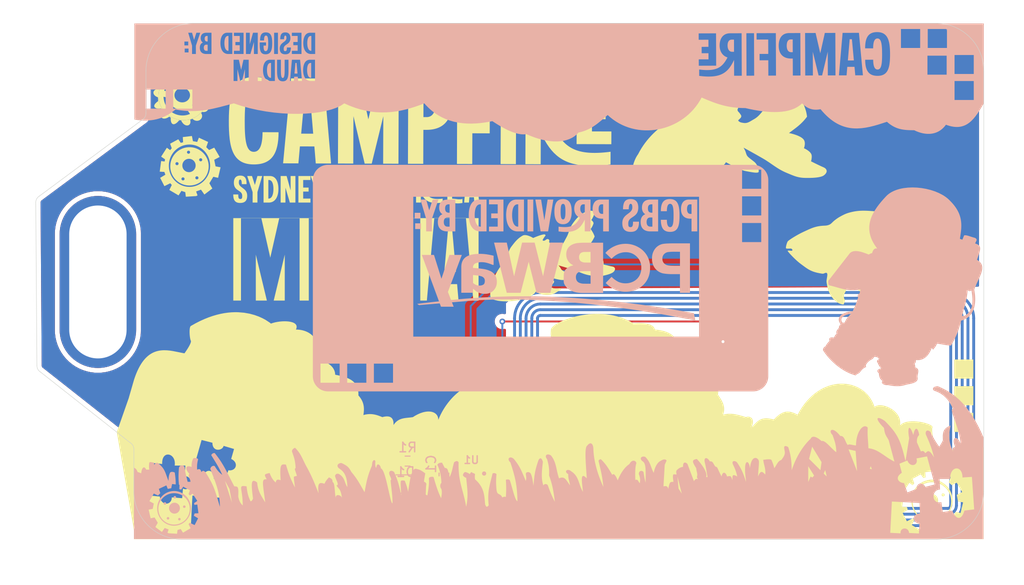
<source format=kicad_pcb>
(kicad_pcb (version 20241229) (generator "pcbnew") (generator_version "9.0")
  (layers (0 "F.Cu" signal) (2 "B.Cu" signal) (13 "F.Paste" user) (15 "B.Paste" user) (5 "F.SilkS" user "F.Silkscreen") (7 "B.SilkS" user "B.Silkscreen") (1 "F.Mask" user) (3 "B.Mask" user) (25 "Edge.Cuts" user))
  (net 0 "")
  (net 1 "Net-(D1-K)")
  (net 2 "Net-(U1-VCC)")
  (net 3 "Net-(D1-A)")
  (net 4 "Net-(J1-Pin_1)")
  (net 5 "Net-(J1-Pin_2)")
  (footprint "Taranium-libs:Lanyard hole" (layer "F.Cu") (at 169.375 65.175 90)
    (property "Reference" "REF**")
    (property "Value" "Lanyard hole")
  )
  (footprint "Taranium-libs:QFN8P50_160X160X50L40X20N" (layer "B.Cu") (at 199.755 94.62 180)
    (property "Reference" "U1")
    (property "Value" "NT3H2111W0FHKH")
  )
  (footprint "Capacitor_SMD:C_0603_1608Metric_Pad1.08x0.95mm_HandSolder" (layer "B.Cu") (at 196.955 94.22 -90)
    (property "Reference" "C1")
    (property "Value" "C")
  )
  (footprint "Taranium-libs:25x_48mm NFC Antenna" (layer "B.Cu") (at 228.34 87.68 180)
    (property "Reference" "J1" (hide yes))
    (property "Value" "Conn_01x02_Pin")
  )
  (footprint "Resistor_SMD:R_0603_1608Metric_Pad0.98x0.95mm_HandSolder" (layer "B.Cu") (at 193.155 92.82 180)
    (property "Reference" "R1")
    (property "Value" "R")
  )
  (footprint "LED_SMD:LED_0805_2012Metric_Pad1.15x1.40mm_HandSolder" (layer "B.Cu") (at 192.955 95.22 180)
    (property "Reference" "D1")
    (property "Value" "LED")
  )
  (gr_poly (pts (xy 189.227081 68.705257) (xy 189.313879 68.715203) (xy 189.397797 68.731664) (xy 189.478839 68.754546) (xy 189.557006 68.783753) (xy 189.6323 68.819191) (xy 189.704725 68.860766) (xy 189.774282 68.908383) (xy 189.840973 68.961947) (xy 189.904801 69.021364) (xy 189.965768 69.086539) (xy 190.023877 69.157377) (xy 190.079128 69.233784) (xy 190.131526 69.315666) (xy 190.181071 69.402927) (xy 190.227767 69.495473) (xy 190.271615 69.593209) (xy 190.312618 69.696042) (xy 190.350778 69.803875) (xy 190.386098 69.916615) (xy 190.418578 70.034167) (xy 190.448223 70.156436) (xy 190.475033 70.283328) (xy 190.499012 70.414748) (xy 190.520161 70.550601) (xy 190.538484 70.690793) (xy 190.553981 70.83523) (xy 190.566655 70.983816) (xy 190.576509 71.136457) (xy 190.583545 71.293058) (xy 190.589171 71.617764) (xy 190.583118 71.946707) (xy 190.564973 72.263702) (xy 190.534753 72.567468) (xy 190.492476 72.856726) (xy 190.438161 73.130197) (xy 190.371824 73.386601) (xy 190.293485 73.624659) (xy 190.203161 73.84309) (xy 190.10087 74.040616) (xy 189.986631 74.215956) (xy 189.860461 74.367832) (xy 189.792908 74.43457) (xy 189.722378 74.494963) (xy 189.648875 74.54885) (xy 189.572401 74.59607) (xy 189.492957 74.636465) (xy 189.410547 74.669874) (xy 189.325172 74.696137) (xy 189.236834 74.715094) (xy 189.145536 74.726586) (xy 189.051281 74.730452) (xy 188.940553 74.730452) (xy 188.940553 68.701921) (xy 189.137403 68.701921)) (fill yes) (layer "F.SilkS"))
  (gr_poly (pts (xy 164.061254 86.203156) (xy 162.8 89.8) (xy 164.608941 100.125533) (xy 166 86.8)) (stroke (width 0.1)) (fill yes) (layer "F.SilkS"))
  (gr_poly (pts (xy 252.300125 86.980121) (xy 250.299875 86.980121) (xy 250.299875 84.979871) (xy 252.300125 84.979871)) (fill yes) (layer "F.SilkS"))
  (gr_poly (pts (xy 180.312808 76.02228) (xy 179.156314 76.02228) (xy 180.312808 71.211758)) (fill yes) (layer "F.SilkS"))
  (gr_poly (pts (xy 186.247835 64.937562) (xy 185.612835 64.937562) (xy 185.612835 64.540688) (xy 186.247835 64.540688)) (fill yes) (layer "F.SilkS"))
  (gr_poly (pts (xy 188.916184 65.767031) (xy 188.416121 65.767031) (xy 188.368497 65.211407) (xy 187.896215 65.211407) (xy 187.848591 65.767031) (xy 187.348528 65.767031) (xy 187.436039 64.794688) (xy 187.935903 64.794688) (xy 188.328809 64.794688) (xy 188.205778 63.405625) (xy 188.058933 63.405625) (xy 187.935903 64.794688) (xy 187.436039 64.794688) (xy 187.598559 62.988907) (xy 188.666153 62.988907)) (fill yes) (layer "F.SilkS"))
  (gr_poly (pts (xy 248.090679 94.761632) (xy 248.200309 94.770183) (xy 248.308347 94.784266) (xy 248.414658 94.803741) (xy 248.519104 94.828469) (xy 248.62155 94.858311) (xy 248.721862 94.893127) (xy 248.819902 94.932778) (xy 248.915535 94.977126) (xy 249.008626 95.026031) (xy 249.099038 95.079355) (xy 249.186637 95.136957) (xy 249.271285 95.198699) (xy 249.352848 95.264442) (xy 249.43119 95.334046) (xy 249.506174 95.407372) (xy 249.577666 95.484282) (xy 249.645529 95.564636) (xy 249.709628 95.648295) (xy 249.769827 95.73512) (xy 249.82599 95.824972) (xy 249.877981 95.917711) (xy 249.925666 96.013199) (xy 249.968907 96.111296) (xy 250.007569 96.211863) (xy 250.041517 96.314761) (xy 250.070614 96.419851) (xy 250.094726 96.526994) (xy 250.113715 96.636051) (xy 250.127447 96.746882) (xy 250.135786 96.859349) (xy 250.138596 96.973312) (xy 250.135786 97.087274) (xy 250.127447 97.199741) (xy 250.113715 97.310572) (xy 250.094726 97.419628) (xy 250.070614 97.526771) (xy 250.041517 97.631861) (xy 250.007569 97.734759) (xy 249.968907 97.835326) (xy 249.925666 97.933423) (xy 249.877981 98.028911) (xy 249.82599 98.12165) (xy 249.769827 98.211502) (xy 249.709628 98.298327) (xy 249.645529 98.381986) (xy 249.577666 98.46234) (xy 249.506174 98.53925) (xy 249.43119 98.612577) (xy 249.352848 98.682181) (xy 249.271285 98.747924) (xy 249.186637 98.809666) (xy 249.099038 98.867268) (xy 249.008626 98.920591) (xy 248.915535 98.969497) (xy 248.819902 99.013845) (xy 248.721862 99.053496) (xy 248.62155 99.088313) (xy 248.519104 99.118154) (xy 248.414658 99.142882) (xy 248.308347 99.162357) (xy 248.200309 99.17644) (xy 248.090679 99.184992) (xy 247.979592 99.187874) (xy 247.868506 99.184992) (xy 247.758876 99.17644) (xy 247.650838 99.162357) (xy 247.544529 99.142882) (xy 247.440083 99.118154) (xy 247.337637 99.088313) (xy 247.237326 99.053496) (xy 247.139286 99.013845) (xy 247.043653 98.969497) (xy 246.950563 98.920591) (xy 246.860151 98.867268) (xy 246.772553 98.809666) (xy 246.687905 98.747924) (xy 246.606342 98.682181) (xy 246.528 98.612577) (xy 246.453016 98.53925) (xy 246.381524 98.46234) (xy 246.313661 98.381986) (xy 246.249563 98.298327) (xy 246.189364 98.211502) (xy 246.133201 98.12165) (xy 246.08121 98.028911) (xy 246.033526 97.933423) (xy 245.990284 97.835326) (xy 245.951622 97.734759) (xy 245.917675 97.631861) (xy 245.888577 97.526771) (xy 245.864466 97.419628) (xy 245.845476 97.310572) (xy 245.831744 97.199741) (xy 245.823405 97.087274) (xy 245.822259 97.040779) (xy 245.971408 97.040779) (xy 245.974022 97.143915) (xy 245.981779 97.245697) (xy 245.994553 97.345999) (xy 246.012217 97.444695) (xy 246.034645 97.54166) (xy 246.061711 97.636767) (xy 246.09329 97.729891) (xy 246.129253 97.820906) (xy 246.169475 97.909685) (xy 246.21383 97.996103) (xy 246.262192 98.080033) (xy 246.314434 98.161351) (xy 246.370429 98.239929) (xy 246.430052 98.315643) (xy 246.493177 98.388365) (xy 246.559676 98.45797) (xy 246.629424 98.524333) (xy 246.702294 98.587327) (xy 246.77816 98.646826) (xy 246.856896 98.702704) (xy 246.938375 98.754836) (xy 247.022472 98.803096) (xy 247.109059 98.847357) (xy 247.198011 98.887493) (xy 247.289201 98.92338) (xy 247.382503 98.95489) (xy 247.47779 98.981898) (xy 247.574937 99.004277) (xy 247.673817 99.021903) (xy 247.774304 99.034649) (xy 247.876271 99.042388) (xy 247.979592 99.044996) (xy 248.082914 99.042388) (xy 248.184881 99.034649) (xy 248.285369 99.021903) (xy 248.384249 99.004277) (xy 248.481396 98.981898) (xy 248.576684 98.95489) (xy 248.669987 98.92338) (xy 248.761177 98.887493) (xy 248.850129 98.847357) (xy 248.936717 98.803096) (xy 249.020814 98.754836) (xy 249.102293 98.702704) (xy 249.18103 98.646826) (xy 249.256896 98.587327) (xy 249.329766 98.524333) (xy 249.399514 98.45797) (xy 249.466014 98.388365) (xy 249.529138 98.315643) (xy 249.588761 98.239929) (xy 249.644757 98.161351) (xy 249.696999 98.080033) (xy 249.745361 97.996103) (xy 249.789716 97.909685) (xy 249.829938 97.820906) (xy 249.865902 97.729891) (xy 249.89748 97.636767) (xy 249.924546 97.54166) (xy 249.946974 97.444695) (xy 249.964639 97.345999) (xy 249.977412 97.245697) (xy 249.985169 97.143915) (xy 249.987783 97.040779) (xy 249.985169 96.937643) (xy 249.977412 96.835862) (xy 249.964639 96.73556) (xy 249.946974 96.636863) (xy 249.924546 96.539899) (xy 249.89748 96.444792) (xy 249.865902 96.351668) (xy 249.829938 96.260653) (xy 249.789716 96.171874) (xy 249.745361 96.085457) (xy 249.696999 96.001526) (xy 249.644757 95.920208) (xy 249.588761 95.84163) (xy 249.529138 95.765917) (xy 249.466014 95.693194) (xy 249.399514 95.623589) (xy 249.329766 95.557226) (xy 249.256896 95.494232) (xy 249.18103 95.434733) (xy 249.102293 95.378854) (xy 249.020814 95.326722) (xy 248.936717 95.278463) (xy 248.850129 95.234202) (xy 248.761177 95.194065) (xy 248.669987 95.158178) (xy 248.576684 95.126668) (xy 248.481396 95.09966) (xy 248.384249 95.077281) (xy 248.285369 95.059655) (xy 248.184881 95.046909) (xy 248.082914 95.039169) (xy 247.979592 95.036561) (xy 247.876271 95.039169) (xy 247.774304 95.046909) (xy 247.673817 95.059655) (xy 247.574937 95.077281) (xy 247.47779 95.09966) (xy 247.382503 95.126668) (xy 247.289201 95.158178) (xy 247.198011 95.194065) (xy 247.109059 95.234202) (xy 247.022472 95.278463) (xy 246.938375 95.326722) (xy 246.856896 95.378854) (xy 246.77816 95.434733) (xy 246.702294 95.494232) (xy 246.629424 95.557226) (xy 246.559676 95.623589) (xy 246.493177 95.693194) (xy 246.430052 95.765917) (xy 246.370429 95.84163) (xy 246.314434 95.920208) (xy 246.262192 96.001526) (xy 246.21383 96.085457) (xy 246.169475 96.171874) (xy 246.129253 96.260653) (xy 246.09329 96.351668) (xy 246.061711 96.444792) (xy 246.034645 96.539899) (xy 246.012217 96.636863) (xy 245.994553 96.73556) (xy 245.981779 96.835862) (xy 245.974022 96.937643) (xy 245.971408 97.040779) (xy 245.822259 97.040779) (xy 245.820595 96.973312) (xy 245.823405 96.859349) (xy 245.831744 96.746882) (xy 245.845476 96.636051) (xy 245.864466 96.526994) (xy 245.888577 96.419851) (xy 245.917675 96.314761) (xy 245.951622 96.211863) (xy 245.990284 96.111296) (xy 246.033526 96.013199) (xy 246.08121 95.917711) (xy 246.133201 95.824972) (xy 246.189364 95.73512) (xy 246.249563 95.648295) (xy 246.313661 95.564636) (xy 246.381524 95.484282) (xy 246.453016 95.407372) (xy 246.528 95.334046) (xy 246.606342 95.264442) (xy 246.687905 95.198699) (xy 246.772553 95.136957) (xy 246.860151 95.079355) (xy 246.950563 95.026031) (xy 247.043653 94.977126) (xy 247.139286 94.932778) (xy 247.237326 94.893127) (xy 247.337637 94.858311) (xy 247.440083 94.828469) (xy 247.544529 94.803741) (xy 247.650838 94.784266) (xy 247.758876 94.770183) (xy 247.868506 94.761632) (xy 247.979592 94.75875)) (fill yes) (layer "F.SilkS"))
  (gr_poly (pts (xy 180.925822 64.497031) (xy 180.925822 62.988907) (xy 181.425885 62.988907) (xy 181.425885 65.767031) (xy 180.822635 65.767031) (xy 180.83454 65.731313) (xy 180.382103 64.199375) (xy 180.382103 65.767031) (xy 179.88204 65.767031) (xy 179.88204 62.988907) (xy 180.505133 62.988907)) (fill yes) (layer "F.SilkS"))
  (gr_poly (pts (xy 184.385618 52.7856) (xy 185.154366 61.678346) (xy 183.554165 61.672711) (xy 183.408036 59.894234) (xy 181.896737 59.888836) (xy 181.738067 61.666281) (xy 180.137866 61.660646) (xy 180.428346 58.555812) (xy 182.028419 58.555812) (xy 183.28572 58.560258) (xy 182.907735 54.113893) (xy 182.437835 54.112242) (xy 182.028419 58.555812) (xy 180.428346 58.555812) (xy 180.969318 52.773551)) (fill yes) (layer "F.SilkS"))
  (gr_poly (pts (xy 241.032873 66.618971) (xy 241.277219 66.628349) (xy 241.728422 66.655554) (xy 241.802269 66.660805) (xy 241.869935 66.666866) (xy 241.93167 66.673711) (xy 241.987719 66.681312) (xy 242.03833 66.689643) (xy 242.08375 66.698677) (xy 242.124227 66.708386) (xy 242.160006 66.718744) (xy 242.191337 66.729724) (xy 242.218465 66.7413) (xy 242.241637 66.753444) (xy 242.261102 66.766129) (xy 242.277106 66.779328) (xy 242.289895 66.793016) (xy 242.299719 66.807164) (xy 242.306822 66.821746) (xy 242.311454 66.836734) (xy 242.31386 66.852103) (xy 242.314288 66.867825) (xy 242.312985 66.883873) (xy 242.310198 66.900221) (xy 242.306175 66.916841) (xy 242.295407 66.950792) (xy 242.269904 67.02078) (xy 242.259124 67.056387) (xy 242.255092 67.07425) (xy 242.252295 67.092116) (xy 242.251021 67.098207) (xy 242.248643 67.104567) (xy 242.245224 67.111186) (xy 242.240827 67.118053) (xy 242.229353 67.132492) (xy 242.214729 67.147803) (xy 242.197464 67.163905) (xy 242.178065 67.180716) (xy 242.134897 67.21614) (xy 242.089289 67.253425) (xy 242.066839 67.272561) (xy 242.045303 67.291919) (xy 242.025188 67.311415) (xy 242.007002 67.33097) (xy 241.991253 67.350502) (xy 241.984451 67.360234) (xy 241.978449 67.369929) (xy 241.976729 67.374759) (xy 241.976655 67.380286) (xy 241.97816 67.386467) (xy 241.981175 67.393254) (xy 241.991459 67.408465) (xy 242.006956 67.425554) (xy 242.027115 67.444155) (xy 242.051386 67.4639) (xy 242.079219 67.484425) (xy 242.110063 67.505363) (xy 242.143367 67.526347) (xy 242.178581 67.547011) (xy 242.215154 67.56699) (xy 242.252535 67.585916) (xy 242.290175 67.603423) (xy 242.327522 67.619146) (xy 242.364027 67.632718) (xy 242.399138 67.643773) (xy 242.528612 67.681178) (xy 242.654545 67.720366) (xy 242.715564 67.741028) (xy 242.774953 67.762615) (xy 242.832464 67.785286) (xy 242.887849 67.809201) (xy 242.940861 67.834519) (xy 242.99125 67.861401) (xy 243.03877 67.890006) (xy 243.083172 67.920493) (xy 243.104126 67.936493) (xy 243.124207 67.953023) (xy 243.143385 67.970103) (xy 243.161628 67.987754) (xy 243.178906 68.005995) (xy 243.195187 68.024847) (xy 243.210441 68.044329) (xy 243.224636 68.064461) (xy 243.250157 68.104724) (xy 243.273143 68.145091) (xy 243.293702 68.185479) (xy 243.311947 68.225808) (xy 243.327987 68.265993) (xy 243.341933 68.305955) (xy 243.353895 68.345609) (xy 243.363985 68.384875) (xy 243.372313 68.42367) (xy 243.378989 68.461912) (xy 243.384123 68.499519) (xy 243.387828 68.536408) (xy 243.390212 68.572499) (xy 243.391387 68.607707) (xy 243.390551 68.675152) (xy 243.386205 68.738085) (xy 243.379233 68.79585) (xy 243.37052 68.847789) (xy 243.36095 68.893247) (xy 243.351408 68.931565) (xy 243.342779 68.962087) (xy 243.331797 68.997116) (xy 243.33097 69.003926) (xy 243.332049 69.012473) (xy 243.339387 69.034486) (xy 243.352738 69.062567) (xy 243.371028 69.096124) (xy 243.418139 69.177315) (xy 243.472138 69.273342) (xy 243.499039 69.325445) (xy 243.524444 69.379489) (xy 243.547281 69.434884) (xy 243.566477 69.49104) (xy 243.580959 69.547369) (xy 243.586097 69.575413) (xy 243.589655 69.60328) (xy 243.591498 69.630894) (xy 243.591492 69.658184) (xy 243.589503 69.685074) (xy 243.585398 69.711491) (xy 243.578992 69.740626) (xy 243.571715 69.767823) (xy 243.563616 69.793187) (xy 243.554744 69.816823) (xy 243.545149 69.838834) (xy 243.534879 69.859325) (xy 243.523984 69.878399) (xy 243.512514 69.896161) (xy 243.500518 69.912715) (xy 243.488045 69.928166) (xy 243.475145 69.942617) (xy 243.461867 69.956172) (xy 243.448259 69.968936) (xy 243.434373 69.981013) (xy 243.405959 70.003522) (xy 243.347949 70.044879) (xy 243.319142 70.065392) (xy 243.290995 70.086907) (xy 243.2639 70.110257) (xy 243.250871 70.122881) (xy 243.238254 70.136275) (xy 243.226097 70.150545) (xy 243.214451 70.165794) (xy 243.203364 70.182128) (xy 243.192885 70.199648) (xy 243.180875 70.222113) (xy 243.170078 70.244353) (xy 243.160399 70.26637) (xy 243.151741 70.288166) (xy 243.1371 70.331099) (xy 243.125382 70.373165) (xy 243.115811 70.414376) (xy 243.107614 70.454745) (xy 243.092248 70.533004) (xy 243.08353 70.570919) (xy 243.07309 70.608041) (xy 243.060154 70.644381) (xy 243.052509 70.662263) (xy 243.043949 70.679954) (xy 243.034378 70.697456) (xy 243.0237 70.71477) (xy 243.011817 70.731898) (xy 242.998633 70.748842) (xy 242.984051 70.765603) (xy 242.967974 70.782183) (xy 242.950306 70.798583) (xy 242.930949 70.814804) (xy 242.891743 70.844506) (xy 242.853474 70.87032) (xy 242.815914 70.892458) (xy 242.778834 70.911131) (xy 242.742005 70.926551) (xy 242.705198 70.938928) (xy 242.668184 70.948473) (xy 242.630735 70.955398) (xy 242.592622 70.959914) (xy 242.553616 70.962232) (xy 242.513488 70.962563) (xy 242.47201 70.961118) (xy 242.428952 70.958108) (xy 242.384086 70.953746) (xy 242.288015 70.941804) (xy 242.27221 70.939213) (xy 242.25608 70.935734) (xy 242.23967 70.931448) (xy 242.223027 70.926434) (xy 242.189223 70.914542) (xy 242.155031 70.900697) (xy 242.120818 70.885538) (xy 242.086949 70.869704) (xy 242.021701 70.838567) (xy 241.991053 70.824542) (xy 241.962209 70.812397) (xy 241.935534 70.802772) (xy 241.923125 70.799104) (xy 241.911395 70.796306) (xy 241.900389 70.794457) (xy 241.890154 70.793637) (xy 241.880736 70.793926) (xy 241.872179 70.795404) (xy 241.86453 70.798151) (xy 241.857835 70.802247) (xy 241.852138 70.807771) (xy 241.847485 70.814804) (xy 241.842233 70.825647) (xy 241.837901 70.836387) (xy 241.834459 70.847028) (xy 241.831874 70.857572) (xy 241.830114 70.868023) (xy 241.829147 70.878382) (xy 241.828943 70.888652) (xy 241.829469 70.898837) (xy 241.830692 70.908937) (xy 241.832583 70.918958) (xy 241.835108 70.9289) (xy 241.838236 70.938767) (xy 241.841935 70.948561) (xy 241.846173 70.958285) (xy 241.850919 70.967941) (xy 241.85614 70.977533) (xy 241.867884 70.996533) (xy 241.881149 71.015306) (xy 241.895681 71.033873) (xy 241.911226 71.052255) (xy 241.927529 71.070475) (xy 241.944337 71.088552) (xy 241.978449 71.124366) (xy 241.999439 71.139058) (xy 242.031948 71.151907) (xy 242.074936 71.162951) (xy 242.12736 71.172229) (xy 242.188181 71.179782) (xy 242.256356 71.185647) (xy 242.410605 71.192471) (xy 242.581775 71.193014) (xy 242.761537 71.187589) (xy 242.94156 71.176509) (xy 243.113513 71.160086) (xy 243.207204 71.147262) (xy 243.30034 71.130592) (xy 243.392856 71.110345) (xy 243.484687 71.086789) (xy 243.575768 71.060192) (xy 243.666035 71.030822) (xy 243.843867 70.964834) (xy 244.017664 70.89097) (xy 244.186908 70.811374) (xy 244.351082 70.72819) (xy 244.509667 70.643562) (xy 244.808 70.478552) (xy 245.077762 70.333497) (xy 245.200634 70.273813) (xy 245.31481 70.225551) (xy 245.419771 70.190854) (xy 245.468634 70.179262) (xy 245.515 70.171866) (xy 245.54477 70.169135) (xy 245.573187 70.167842) (xy 245.60044 70.167758) (xy 245.626722 70.168652) (xy 245.652223 70.170293) (xy 245.677133 70.172453) (xy 245.725943 70.177403) (xy 245.774678 70.181661) (xy 245.799494 70.182955) (xy 245.824864 70.183386) (xy 245.850977 70.182722) (xy 245.878025 70.180734) (xy 245.906199 70.177192) (xy 245.935688 70.171866) (xy 245.956084 70.167261) (xy 245.975777 70.162145) (xy 246.013242 70.15051) (xy 246.048456 70.137224) (xy 246.081791 70.122549) (xy 246.113619 70.106749) (xy 246.144312 70.090084) (xy 246.203782 70.055216) (xy 246.263177 70.020047) (xy 246.293776 70.003005) (xy 246.325473 69.986677) (xy 246.35864 69.971323) (xy 246.393648 69.957208) (xy 246.43087 69.944593) (xy 246.450428 69.93893) (xy 246.470678 69.933741) (xy 246.507463 69.925374) (xy 246.542123 69.918328) (xy 246.574972 69.912495) (xy 246.606322 69.907767) (xy 246.636486 69.904037) (xy 246.665776 69.901197) (xy 246.694507 69.899139) (xy 246.722989 69.897755) (xy 246.780463 69.896579) (xy 246.8407 69.896806) (xy 246.97947 69.898022) (xy 247.030865 69.896435) (xy 247.080695 69.892065) (xy 247.129143 69.885495) (xy 247.176394 69.877312) (xy 247.357097 69.840149) (xy 247.401115 69.832676) (xy 247.445039 69.827101) (xy 247.48905 69.824009) (xy 247.533334 69.823985) (xy 247.555636 69.825307) (xy 247.578074 69.827615) (xy 247.600672 69.830982) (xy 247.623453 69.835482) (xy 247.64644 69.841188) (xy 247.669656 69.848174) (xy 247.693123 69.856511) (xy 247.716865 69.866274) (xy 247.745888 69.879437) (xy 247.773467 69.892919) (xy 247.799664 69.906821) (xy 247.824543 69.921244) (xy 247.848166 69.936291) (xy 247.870596 69.952061) (xy 247.891895 69.968657) (xy 247.912128 69.986179) (xy 247.931355 70.004729) (xy 247.949641 70.024408) (xy 247.967048 70.045318) (xy 247.983638 70.067559) (xy 247.999475 70.091233) (xy 248.014621 70.116441) (xy 248.02914 70.143285) (xy 248.043093 70.171866) (xy 248.047952 70.186611) (xy 248.049124 70.201371) (xy 248.046811 70.216178) (xy 248.04122 70.231065) (xy 248.032555 70.246067) (xy 248.02102 70.261214) (xy 248.00682 70.276542) (xy 247.99016 70.292082) (xy 247.950278 70.323933) (xy 247.90301 70.357032) (xy 247.792865 70.42803) (xy 247.733262 70.466457) (xy 247.672822 70.50719) (xy 247.613183 70.550493) (xy 247.55598 70.596629) (xy 247.502851 70.645864) (xy 247.478326 70.671726) (xy 247.455433 70.698462) (xy 247.434378 70.726105) (xy 247.415364 70.754687) (xy 247.398596 70.784243) (xy 247.384279 70.814804) (xy 247.372127 70.845977) (xy 247.361508 70.877797) (xy 247.35234 70.910181) (xy 247.344539 70.943049) (xy 247.33802 70.976317) (xy 247.3327 71.009906) (xy 247.325319 71.077715) (xy 247.321723 71.145821) (xy 247.321242 71.213571) (xy 247.323202 71.280311) (xy 247.326932 71.345387) (xy 247.346108 71.575971) (xy 247.348606 71.622917) (xy 247.348841 71.664276) (xy 247.346142 71.699394) (xy 247.343482 71.714408) (xy 247.339836 71.727616) (xy 247.334422 71.739962) (xy 247.326474 71.752432) (xy 247.316158 71.765014) (xy 247.303637 71.777691) (xy 247.289077 71.790449) (xy 247.27264 71.803275) (xy 247.234799 71.829068) (xy 247.191427 71.854954) (xy 247.143841 71.880817) (xy 247.041284 71.932007) (xy 246.937649 71.98171) (xy 246.843455 72.028994) (xy 246.803186 72.051438) (xy 246.769223 72.072929) (xy 246.74288 72.093351) (xy 246.732978 72.103124) (xy 246.725473 72.112586) (xy 246.714518 72.129888) (xy 246.7051 72.147163) (xy 246.697121 72.164416) (xy 246.690481 72.18165) (xy 246.685082 72.198869) (xy 246.680823 72.216077) (xy 246.677605 72.233278) (xy 246.67533 72.250475) (xy 246.673209 72.284876) (xy 246.673666 72.319308) (xy 246.675907 72.353804) (xy 246.679137 72.388394) (xy 246.685389 72.457979) (xy 246.686822 72.493034) (xy 246.686069 72.528307) (xy 246.684624 72.546034) (xy 246.682334 72.563827) (xy 246.679101 72.581689) (xy 246.674824 72.599625) (xy 246.669406 72.617638) (xy 246.662745 72.635732) (xy 246.654744 72.653911) (xy 246.645302 72.672178) (xy 246.632409 72.695069) (xy 246.620141 72.715721) (xy 246.608381 72.734434) (xy 246.597008 72.75151) (xy 246.585905 72.767249) (xy 246.574953 72.781951) (xy 246.564034 72.795917) (xy 246.553028 72.809448) (xy 246.505775 72.865228) (xy 246.478549 72.89832) (xy 246.463621 72.917218) (xy 246.447658 72.938086) (xy 246.437069 72.952769) (xy 246.427568 72.967561) (xy 246.419075 72.982444) (xy 246.411507 72.997399) (xy 246.404781 73.012407) (xy 246.398815 73.027451) (xy 246.393527 73.042512) (xy 246.388834 73.057572) (xy 246.380904 73.087612) (xy 246.374365 73.117426) (xy 246.362826 73.175784) (xy 246.356508 73.204033) (xy 246.348944 73.231467) (xy 246.344489 73.244831) (xy 246.339476 73.257936) (xy 246.333821 73.270764) (xy 246.327444 73.283296) (xy 246.32026 73.295512) (xy 246.312188 73.307397) (xy 246.303146 73.318929) (xy 246.293051 73.330092) (xy 246.281821 73.340867) (xy 246.269372 73.351235) (xy 246.255624 73.361178) (xy 246.240493 73.370678) (xy 246.232513 73.374573) (xy 246.223484 73.37759) (xy 246.202457 73.381224) (xy 246.177768 73.38205) (xy 246.149771 73.380537) (xy 246.118821 73.377156) (xy 246.085272 73.372374) (xy 246.011796 73.360489) (xy 245.932181 73.348638) (xy 245.890958 73.343898) (xy 245.849263 73.340575) (xy 245.807453 73.339138) (xy 245.765881 73.340056) (xy 245.724902 73.343798) (xy 245.68487 73.350835) (xy 245.669143 73.354663) (xy 245.654222 73.358893) (xy 245.640053 73.363495) (xy 245.626581 73.368441) (xy 245.613754 73.373699) (xy 245.601516 73.379241) (xy 245.589812 73.385037) (xy 245.57859 73.391057) (xy 245.557372 73.40365) (xy 245.537427 73.416782) (xy 245.499622 73.443714) (xy 245.480895 73.457038) (xy 245.461706 73.46995) (xy 245.441622 73.482212) (xy 245.431109 73.488026) (xy 245.42021 73.493588) (xy 245.408869 73.498868) (xy 245.397034 73.503838) (xy 245.38465 73.508467) (xy 245.371662 73.512725) (xy 245.358017 73.516584) (xy 245.34366 73.520012) (xy 245.328538 73.522981) (xy 245.312595 73.525461) (xy 245.278945 73.529036) (xy 245.244053 73.530995) (xy 245.20833 73.531582) (xy 245.17219 73.531041) (xy 245.136045 73.529617) (xy 245.100307 73.527553) (xy 245.031708 73.522484) (xy 244.969694 73.517786) (xy 244.942189 73.516188) (xy 244.917568 73.515415) (xy 244.896245 73.515711) (xy 244.878631 73.517322) (xy 244.871345 73.518696) (xy 244.865141 73.52049) (xy 244.860071 73.522735) (xy 244.856186 73.525461) (xy 244.850439 73.531481) (xy 244.845959 73.538211) (xy 244.842695 73.545617) (xy 244.840593 73.553668) (xy 244.839599 73.562331) (xy 244.839662 73.571574) (xy 244.840729 73.581366) (xy 244.842746 73.591674) (xy 244.84566 73.602466) (xy 244.849419 73.613709) (xy 244.85926 73.637424) (xy 244.871844 73.662562) (xy 244.886749 73.688865) (xy 244.903552 73.716077) (xy 244.921829 73.74394) (xy 244.961112 73.800596) (xy 245.03875 73.910429) (xy 245.052174 73.929507) (xy 245.06593 73.947418) (xy 245.079983 73.964245) (xy 245.094298 73.980073) (xy 245.10884 73.994986) (xy 245.123573 74.009068) (xy 245.138463 74.022402) (xy 245.153474 74.035074) (xy 245.183718 74.058764) (xy 245.214026 74.080812) (xy 245.273703 74.122668) (xy 245.302511 74.143822) (xy 245.330255 74.166024) (xy 245.343641 74.177728) (xy 245.356656 74.189946) (xy 245.369264 74.202762) (xy 245.38143 74.21626) (xy 245.39312 74.230525) (xy 245.404298 74.24564) (xy 245.414929 74.26169) (xy 245.424978 74.278758) (xy 245.434409 74.296929) (xy 245.443188 74.316287) (xy 245.451279 74.336915) (xy 245.458647 74.358898) (xy 245.466774 74.38536) (xy 245.474143 74.411001) (xy 245.480684 74.435929) (xy 245.486328 74.460249) (xy 245.491004 74.484071) (xy 245.494643 74.507501) (xy 245.497175 74.530647) (xy 245.49853 74.553615) (xy 245.498639 74.576514) (xy 245.497433 74.59945) (xy 245.49484 74.622532) (xy 245.490791 74.645865) (xy 245.485218 74.669558) (xy 245.478049 74.693718) (xy 245.469215 74.718451) (xy 245.458647 74.743867) (xy 245.452541 74.756503) (xy 245.44542 74.769126) (xy 245.428364 74.794424) (xy 245.407926 74.819945) (xy 245.384555 74.845873) (xy 245.358701 74.872394) (xy 245.330813 74.899689) (xy 245.270726 74.957345) (xy 245.239426 74.988074) (xy 245.207886 75.020314) (xy 245.176555 75.054252) (xy 245.145883 75.09007) (xy 245.116317 75.127953) (xy 245.088307 75.168086) (xy 245.075026 75.189053) (xy 245.062302 75.210652) (xy 245.050191 75.232905) (xy 245.03875 75.255835) (xy 245.030674 75.273461) (xy 245.023106 75.291577) (xy 245.009446 75.329032) (xy 244.997669 75.367714) (xy 244.987676 75.407133) (xy 244.979367 75.4468) (xy 244.972642 75.486228) (xy 244.9674 75.524928) (xy 244.963542 75.562411) (xy 244.960968 75.598189) (xy 244.959577 75.631774) (xy 244.959271 75.662677) (xy 244.959948 75.690409) (xy 244.961509 75.714483) (xy 244.963854 75.734409) (xy 244.966883 75.7497) (xy 244.970495 75.759866) (xy 244.978926 75.774861) (xy 244.987829 75.788429) (xy 244.997183 75.80066) (xy 245.006962 75.811644) (xy 245.017143 75.82147) (xy 245.027702 75.830229) (xy 245.038614 75.838011) (xy 245.049856 75.844906) (xy 245.061404 75.851003) (xy 245.073234 75.856394) (xy 245.097643 75.865412) (xy 245.122892 75.872681) (xy 245.148788 75.87892) (xy 245.201756 75.891189) (xy 245.228444 75.898658) (xy 245.255013 75.907977) (xy 245.268192 75.913555) (xy 245.28127 75.919866) (xy 245.294222 75.926999) (xy 245.307024 75.935044) (xy 245.319652 75.944091) (xy 245.332083 75.954231) (xy 245.344291 75.965553) (xy 245.356255 75.978148) (xy 245.370596 75.994845) (xy 245.383884 76.011414) (xy 245.396164 76.027845) (xy 245.407481 76.044127) (xy 245.417879 76.060251) (xy 245.427404 76.076207) (xy 245.4361 76.091983) (xy 245.444011 76.107571) (xy 245.451183 76.12296) (xy 245.45766 76.138141) (xy 245.463488 76.153102) (xy 245.46871 76.167834) (xy 245.477518 76.196571) (xy 245.484442 76.22427) (xy 245.489841 76.250851) (xy 245.494072 76.276233) (xy 245.500466 76.323079) (xy 245.506486 76.364161) (xy 245.510252 76.382339) (xy 245.515 76.398834) (xy 245.518737 76.408977) (xy 245.522935 76.418462) (xy 245.527565 76.427334) (xy 245.5326 76.435634) (xy 245.538011 76.443405) (xy 245.543772 76.450689) (xy 245.549853 76.457531) (xy 245.556227 76.463971) (xy 245.562867 76.470053) (xy 245.569743 76.47582) (xy 245.584096 76.486577) (xy 245.599063 76.496583) (xy 245.61442 76.50618) (xy 245.645414 76.525512) (xy 245.660604 76.53593) (xy 245.675292 76.547303) (xy 245.682377 76.553454) (xy 245.689253 76.559973) (xy 245.695892 76.566901) (xy 245.702266 76.574281) (xy 245.708347 76.582157) (xy 245.714107 76.590569) (xy 245.719518 76.599563) (xy 245.724553 76.609178) (xy 245.730715 76.622487) (xy 245.735984 76.635462) (xy 245.740402 76.648128) (xy 245.74401 76.66051) (xy 245.74685 76.672634) (xy 245.748964 76.684525) (xy 245.750393 76.696207) (xy 245.75118 76.707706) (xy 245.751365 76.719047) (xy 245.750991 76.730256) (xy 245.748731 76.752376) (xy 245.744735 76.774266) (xy 245.739335 76.796128) (xy 245.732865 76.818162) (xy 245.72566 76.840572) (xy 245.710376 76.887317) (xy 245.702966 76.912055) (xy 245.696154 76.937972) (xy 245.690274 76.965269) (xy 245.685661 76.994147) (xy 245.68098 77.036932) (xy 245.678312 77.078561) (xy 245.677309 77.119186) (xy 245.677623 77.15896) (xy 245.680804 77.236561) (xy 245.685064 77.312581) (xy 245.687614 77.388236) (xy 245.687375 77.426307) (xy 245.685661 77.464743) (xy 245.682125 77.503696) (xy 245.676417 77.543318) (xy 245.668188 77.583762) (xy 245.657089 77.625179) (xy 245.633809 77.704768) (xy 245.622569 77.742453) (xy 245.611198 77.778745) (xy 245.5994 77.813655) (xy 245.586876 77.847193) (xy 245.573329 77.87937) (xy 245.558462 77.910195) (xy 245.550439 77.925104) (xy 245.541975 77.939678) (xy 245.533032 77.95392) (xy 245.523573 77.967831) (xy 245.51356 77.981411) (xy 245.502957 77.994663) (xy 245.491726 78.007586) (xy 245.47983 78.020184) (xy 245.467231 78.032456) (xy 245.453894 78.044405) (xy 245.439779 78.056031) (xy 245.424851 78.067335) (xy 245.409071 78.07832) (xy 245.392404 78.088986) (xy 245.37481 78.099335) (xy 245.356255 78.109367) (xy 245.334297 78.119356) (xy 245.311361 78.127239) (xy 245.287557 78.133136) (xy 245.262994 78.137161) (xy 245.237782 78.139433) (xy 245.212031 78.14007) (xy 245.185852 78.139188) (xy 245.159353 78.136904) (xy 245.132645 78.133336) (xy 245.105837 78.128601) (xy 245.07904 78.122816) (xy 245.052363 78.116099) (xy 244.99981 78.100336) (xy 244.949057 78.08225) (xy 244.900983 78.062779) (xy 244.856467 78.042862) (xy 244.816388 78.023434) (xy 244.781625 78.005436) (xy 244.731563 77.977478) (xy 244.713313 77.966492) (xy 243.899724 77.549773) (xy 243.742814 77.442182) (xy 243.575743 77.317901) (xy 243.478531 77.241118) (xy 243.375431 77.155706) (xy 243.268865 77.062517) (xy 243.161255 76.962402) (xy 243.055024 76.856211) (xy 242.952594 76.744796) (xy 242.856386 76.629006) (xy 242.768824 76.509692) (xy 242.729042 76.44898) (xy 242.692329 76.387706) (xy 242.658989 76.325977) (xy 242.629323 76.263898) (xy 242.598776 76.19048) (xy 242.573071 76.118928) (xy 242.551547 76.048962) (xy 242.533543 75.980302) (xy 242.518398 75.91267) (xy 242.505452 75.845786) (xy 242.483512 75.713144) (xy 242.462435 75.580142) (xy 242.450568 75.512807) (xy 242.436935 75.444543) (xy 242.420873 75.375071) (xy 242.401724 75.304113) (xy 242.378825 75.231387) (xy 242.351516 75.156616) (xy 242.291825 75.009231) (xy 242.226717 74.857115) (xy 242.157469 74.702231) (xy 242.08536 74.546545) (xy 241.937678 74.240626) (xy 241.793903 73.955078) (xy 241.664266 73.70562) (xy 241.559001 73.507973) (xy 241.462509 73.330992) (xy 241.453635 73.435679) (xy 241.426278 73.695154) (xy 241.405324 73.857351) (xy 241.379335 74.027541) (xy 241.348175 74.195489) (xy 241.330612 74.275424) (xy 241.311704 74.350961) (xy 241.305827 74.376226) (xy 241.301526 74.402114) (xy 241.298701 74.428549) (xy 241.297254 74.455458) (xy 241.297086 74.482765) (xy 241.298099 74.510395) (xy 241.300192 74.538274) (xy 241.303269 74.566327) (xy 241.311973 74.622654) (xy 241.323422 74.678777) (xy 241.336824 74.734099) (xy 241.351389 74.788019) (xy 241.380844 74.88926) (xy 241.405463 74.977712) (xy 241.413981 75.015645) (xy 241.418919 75.048584) (xy 241.419798 75.062993) (xy 241.419484 75.07593) (xy 241.417881 75.087318) (xy 241.414887 75.097084) (xy 241.407728 75.113204) (xy 241.400154 75.128207) (xy 241.392169 75.142134) (xy 241.383778 75.155023) (xy 241.374985 75.166914) (xy 241.365796 75.177848) (xy 241.356213 75.187863) (xy 241.346242 75.197) (xy 241.335888 75.205298) (xy 241.325155 75.212797) (xy 241.314046 75.219536) (xy 241.302568 75.225555) (xy 241.290723 75.230893) (xy 241.278518 75.235592) (xy 241.25304 75.243225) (xy 241.226172 75.248772) (xy 241.197947 75.25255) (xy 241.168403 75.254876) (xy 241.137575 75.256067) (xy 241.072209 75.256316) (xy 241.002138 75.255835) (xy 240.972201 75.255241) (xy 240.942648 75.253481) (xy 240.884597 75.246606) (xy 240.827789 75.235487) (xy 240.772028 75.220402) (xy 240.717117 75.201628) (xy 240.66286 75.179444) (xy 240.609062 75.154128) (xy 240.555527 75.125958) (xy 240.502057 75.095211) (xy 240.448457 75.062165) (xy 240.394531 75.027098) (xy 240.340082 74.990289) (xy 240.113139 74.831179) (xy 239.983528 74.739658) (xy 239.923389 74.695722) (xy 239.866073 74.652414) (xy 239.811362 74.609296) (xy 239.759039 74.565926) (xy 239.708886 74.521864) (xy 239.660688 74.476671) (xy 239.614226 74.429905) (xy 239.569283 74.381127) (xy 239.525644 74.329897) (xy 239.483089 74.275775) (xy 239.441403 74.218319) (xy 239.400368 74.157091) (xy 239.359768 74.091649) (xy 239.319384 74.021554) (xy 239.30074 73.986444) (xy 239.282881 73.949724) (xy 239.249472 73.872168) (xy 239.219055 73.790317) (xy 239.191528 73.705599) (xy 239.166789 73.619444) (xy 239.144737 73.533281) (xy 239.125268 73.44854) (xy 239.108282 73.36665) (xy 239.081348 73.217142) (xy 239.06312 73.096192) (xy 239.049516 72.98571) (xy 239.01037 72.973772) (xy 238.990582 72.968164) (xy 238.970759 72.963137) (xy 238.950983 72.958948) (xy 238.931335 72.955851) (xy 238.911896 72.954103) (xy 238.90228 72.953815) (xy 238.892748 72.95396) (xy 238.883308 72.95457) (xy 238.873972 72.955677) (xy 238.864748 72.957313) (xy 238.855649 72.95951) (xy 238.846683 72.9623) (xy 238.837861 72.965715) (xy 238.829193 72.969787) (xy 238.820689 72.974548) (xy 238.81236 72.98003) (xy 238.804215 72.986265) (xy 238.796265 72.993284) (xy 238.78852 73.001121) (xy 238.78099 73.009806) (xy 238.773685 73.019371) (xy 238.766616 73.02985) (xy 238.759792 73.041273) (xy 238.806216 73.145703) (xy 238.854558 73.261823) (xy 238.91104 73.407728) (xy 238.969204 73.573807) (xy 238.996899 73.661407) (xy 239.022592 73.750447) (xy 239.045475 73.839723) (xy 239.064743 73.928035) (xy 239.079586 74.014182) (xy 239.089199 74.09696) (xy 239.094897 74.181679) (xy 239.097805 74.264666) (xy 239.098033 74.345764) (xy 239.095689 74.424817) (xy 239.090883 74.501667) (xy 239.083723 74.576156) (xy 239.074318 74.648127) (xy 239.062778 74.717424) (xy 239.04921 74.783888) (xy 239.033725 74.847362) (xy 239.01643 74.90769) (xy 238.997436 74.964713) (xy 238.97685 75.018274) (xy 238.954782 75.068217) (xy 238.931341 75.114383) (xy 238.906635 75.156616) (xy 238.879157 75.203137) (xy 238.854758 75.250292) (xy 238.833428 75.297877) (xy 238.815158 75.345689) (xy 238.799939 75.393525) (xy 238.787761 75.44118) (xy 238.778616 75.488451) (xy 238.772493 75.535135) (xy 238.769385 75.581029) (xy 238.769281 75.625928) (xy 238.772172 75.66963) (xy 238.778049 75.71193) (xy 238.786903 75.752627) (xy 238.798724 75.791515) (xy 238.813504 75.828391) (xy 238.831233 75.863053) (xy 238.840131 75.880078) (xy 238.847657 75.897629) (xy 238.853876 75.915653) (xy 238.858853 75.934095) (xy 238.862654 75.9529) (xy 238.865344 75.972014) (xy 238.866989 75.991383) (xy 238.867654 76.010951) (xy 238.867404 76.030665) (xy 238.866305 76.050469) (xy 238.864422 76.07031) (xy 238.861822 76.090132) (xy 238.854728 76.129505) (xy 238.845547 76.168151) (xy 238.834802 76.205634) (xy 238.823018 76.241519) (xy 238.810717 76.275368) (xy 238.798423 76.306747) (xy 238.759792 76.398834) (xy 238.755768 76.405719) (xy 238.749573 76.411508) (xy 238.741314 76.416227) (xy 238.731097 76.419904) (xy 238.70522 76.424238) (xy 238.6728 76.424724) (xy 238.634692 76.421575) (xy 238.591753 76.415006) (xy 238.544839 76.405232) (xy 238.494808 76.392465) (xy 238.442516 76.376922) (xy 238.388819 76.358814) (xy 238.334574 76.338358) (xy 238.280638 76.315767) (xy 238.227866 76.291255) (xy 238.177116 76.265036) (xy 238.129244 76.237325) (xy 238.085107 76.208335) (xy 237.956771 76.11239) (xy 237.837914 76.012022) (xy 237.728159 75.907152) (xy 237.627128 75.797697) (xy 237.534444 75.683576) (xy 237.449731 75.564707) (xy 237.37261 75.441009) (xy 237.302706 75.3124) (xy 237.23964 75.178799) (xy 237.183036 75.040124) (xy 237.132516 74.896294) (xy 237.087703 74.747227) (xy 237.048221 74.592841) (xy 237.013692 74.433056) (xy 236.983738 74.26779) (xy 236.957983 74.09696) (xy 236.954536 74.061718) (xy 236.953331 74.024113) (xy 236.954124 73.98442) (xy 236.95667 73.942915) (xy 236.966037 73.855566) (xy 236.979471 73.764262) (xy 237.01069 73.578586) (xy 237.024551 73.488609) (xy 237.03463 73.403472) (xy 237.038965 73.325371) (xy 237.038366 73.289646) (xy 237.035595 73.256505) (xy 237.030406 73.226221) (xy 237.022556 73.199071) (xy 237.011798 73.175329) (xy 236.997887 73.155269) (xy 236.980578 73.139167) (xy 236.959626 73.127297) (xy 236.934785 73.119933) (xy 236.905811 73.117352) (xy 236.872457 73.119826) (xy 236.834479 73.127632) (xy 236.791632 73.141043) (xy 236.743669 73.160336) (xy 236.688449 73.183509) (xy 236.664175 73.192336) (xy 236.641227 73.199381) (xy 236.61893 73.204685) (xy 236.59661 73.208291) (xy 236.573592 73.210242) (xy 236.549202 73.21058) (xy 236.522766 73.209348) (xy 236.493608 73.206589) (xy 236.461056 73.202345) (xy 236.424435 73.196658) (xy 236.336286 73.181126) (xy 236.223767 73.160336) (xy 236.052909 73.126196) (xy 235.895083 73.089158) (xy 235.748856 73.049067) (xy 235.612794 73.005771) (xy 235.485463 72.959114) (xy 235.365433 72.908943) (xy 235.251268 72.855104) (xy 235.141536 72.797442) (xy 235.034803 72.735804) (xy 234.929638 72.670036) (xy 234.824607 72.599982) (xy 234.718276 72.52549) (xy 234.495983 72.362574) (xy 234.251296 72.180055) (xy 234.134481 72.090081) (xy 234.014967 71.992043) (xy 233.89424 71.887804) (xy 233.773784 71.779223) (xy 233.655084 71.66816) (xy 233.539626 71.556477) (xy 233.428894 71.446034) (xy 233.324373 71.33869) (xy 233.227549 71.236307) (xy 233.139906 71.140746) (xy 233.062929 71.053865) (xy 232.998104 70.977527) (xy 232.946915 70.913591) (xy 232.910847 70.863919) (xy 232.891386 70.830369) (xy 232.888347 70.820222) (xy 232.890017 70.814804) (xy 232.897188 70.810265) (xy 232.905367 70.806302) (xy 232.914484 70.802887) (xy 232.924469 70.799991) (xy 232.946768 70.795645) (xy 232.971708 70.793038) (xy 232.998734 70.791942) (xy 233.027293 70.792131) (xy 233.056827 70.793378) (xy 233.086783 70.795456) (xy 233.145738 70.8012) (xy 233.199717 70.807549) (xy 233.244279 70.812688) (xy 233.261642 70.814237) (xy 233.274985 70.814804) (xy 233.289713 70.814335) (xy 233.303378 70.81296) (xy 233.315988 70.810726) (xy 233.32755 70.807681) (xy 233.33807 70.80387) (xy 233.347556 70.799343) (xy 233.356016 70.794145) (xy 233.363457 70.788325) (xy 233.369886 70.781929) (xy 233.375311 70.775005) (xy 233.379738 70.7676) (xy 233.383175 70.759761) (xy 233.385629 70.751535) (xy 233.387107 70.74297) (xy 233.387618 70.734113) (xy 233.387167 70.725011) (xy 233.385763 70.715712) (xy 233.383413 70.706261) (xy 233.380123 70.696708) (xy 233.375902 70.687099) (xy 233.370756 70.677481) (xy 233.364693 70.667901) (xy 233.35772 70.658408) (xy 233.349844 70.649047) (xy 233.341073 70.639866) (xy 233.331414 70.630913) (xy 233.320874 70.622235) (xy 233.30946 70.613879) (xy 233.297181 70.605891) (xy 233.284042 70.59832) (xy 233.270052 70.591213) (xy 233.255217 70.584617) (xy 233.240904 70.581274) (xy 233.218912 70.579425) (xy 233.190347 70.578797) (xy 233.156313 70.579115) (xy 232.987574 70.584359) (xy 232.899104 70.585522) (xy 232.85771 70.584779) (xy 232.819682 70.582786) (xy 232.786126 70.57927) (xy 232.758144 70.573956) (xy 232.746589 70.570539) (xy 232.736842 70.566569) (xy 232.729042 70.562013) (xy 232.723325 70.556836) (xy 232.71798 70.548535) (xy 232.713817 70.537869) (xy 232.710788 70.524984) (xy 232.70884 70.510025) (xy 232.707992 70.474472) (xy 232.710871 70.432378) (xy 232.717076 70.384913) (xy 232.726206 70.333245) (xy 232.737858 70.278542) (xy 232.751632 70.221973) (xy 232.767126 70.164706) (xy 232.783938 70.10791) (xy 232.801667 70.052753) (xy 232.819912 70.000405) (xy 232.838271 69.952033) (xy 232.856342 69.908806) (xy 232.873725 69.871892) (xy 232.890017 69.842461) (xy 232.914729 69.812384) (xy 232.956646 69.7734) (xy 233.014315 69.726477) (xy 233.086285 69.672583) (xy 233.267323 69.547753) (xy 233.488145 69.406652) (xy 233.737141 69.257024) (xy 234.002698 69.10661) (xy 234.273202 68.963153) (xy 234.537043 68.834398) (xy 235.058366 68.593519) (xy 235.295839 68.491023) (xy 235.41234 68.444627) (xy 235.528708 68.401606) (xy 235.64596 68.362063) (xy 235.765115 68.326103) (xy 235.887189 68.293832) (xy 236.013202 68.265354) (xy 236.14417 68.240773) (xy 236.281111 68.220194) (xy 236.425043 68.203722) (xy 236.576985 68.191461) (xy 236.65681 68.187058) (xy 236.728607 68.183978) (xy 236.794909 68.180983) (xy 236.858248 68.176836) (xy 236.889598 68.173944) (xy 236.921155 68.170301) (xy 236.953239 68.165751) (xy 236.986163 68.16014) (xy 237.020246 68.153313) (xy 237.055803 68.145116) (xy 237.093151 68.135394) (xy 237.132607 68.123992) (xy 237.161019 68.114938) (xy 237.188174 68.105361) (xy 237.214143 68.095275) (xy 237.239 68.084693) (xy 237.262817 68.073631) (xy 237.285668 68.062101) (xy 237.307626 68.050118) (xy 237.328763 68.037695) (xy 237.368868 68.011587) (xy 237.406565 67.983887) (xy 237.442439 67.954706) (xy 237.477073 67.924156) (xy 237.511051 67.892347) (xy 237.544955 67.85939) (xy 237.614876 67.790479) (xy 237.652061 67.754747) (xy 237.691506 67.718311) (xy 237.733795 67.681282) (xy 237.779511 67.643773) (xy 237.884525 67.561985) (xy 237.98065 67.490097) (xy 238.071432 67.4257) (xy 238.160416 67.366387) (xy 238.251148 67.309749) (xy 238.347175 67.253378) (xy 238.452043 67.194866) (xy 238.569297 67.131804) (xy 238.711454 67.058752) (xy 238.843978 66.995794) (xy 238.907833 66.967591) (xy 238.970724 66.941302) (xy 239.033136 66.916723) (xy 239.095549 66.89365) (xy 239.222309 66.85121) (xy 239.35486 66.812356) (xy 239.497058 66.775461) (xy 239.652761 66.738898) (xy 239.801152 66.707971) (xy 239.947479 66.68229) (xy 240.091651 66.661465) (xy 240.233576 66.645107) (xy 240.373164 66.632827) (xy 240.510325 66.624236) (xy 240.644967 66.618944) (xy 240.776999 66.616562)) (fill yes) (layer "F.SilkS"))
  (gr_poly (pts (xy 204.509325 52.856593) (xy 204.47797 61.746529) (xy 202.877771 61.740894) (xy 202.909126 52.850949)) (fill yes) (layer "F.SilkS"))
  (gr_poly (pts (xy 170.712006 59.341625) (xy 171.156506 59.424969) (xy 171.335099 58.9765) (xy 172.299505 59.424969) (xy 172.105037 59.972657) (xy 172.402693 60.266344) (xy 172.938475 60.020282) (xy 173.506006 60.992625) (xy 172.938475 61.290281) (xy 173.07738 61.976875) (xy 173.601255 62.076094) (xy 173.343287 63.179406) (xy 172.843224 63.068281) (xy 172.430474 63.746938) (xy 172.740037 64.294625) (xy 171.906599 64.925656) (xy 171.553381 64.417657) (xy 171.045381 64.604187) (xy 171.192224 65.016938) (xy 171.045381 65.088375) (xy 169.969849 65.155844) (xy 169.910318 64.675626) (xy 169.509475 64.544656) (xy 169.20785 65.016938) (xy 168.243443 64.449406) (xy 168.501412 63.925531) (xy 168.342662 63.746938) (xy 167.727506 64.048563) (xy 167.283006 63.179406) (xy 167.826725 62.853969) (xy 167.727506 62.560281) (xy 167.239349 62.5325) (xy 167.321687 61.909406) (xy 168.191849 61.909406) (xy 168.194659 62.023369) (xy 168.202996 62.135836) (xy 168.216726 62.246667) (xy 168.235713 62.355724) (xy 168.259821 62.462867) (xy 168.288914 62.567957) (xy 168.322857 62.670855) (xy 168.361515 62.771422) (xy 168.404751 62.869519) (xy 168.45243 62.965007) (xy 168.504416 63.057746) (xy 168.560574 63.147598) (xy 168.620767 63.234423) (xy 168.684861 63.318082) (xy 168.75272 63.398436) (xy 168.824207 63.475346) (xy 168.899188 63.548673) (xy 168.977526 63.618277) (xy 169.059087 63.68402) (xy 169.143733 63.745762) (xy 169.231331 63.803364) (xy 169.321743 63.856687) (xy 169.414835 63.905593) (xy 169.510471 63.949941) (xy 169.608514 63.989592) (xy 169.70883 64.024408) (xy 169.811283 64.05425) (xy 169.915737 64.078978) (xy 170.022056 64.098453) (xy 170.130105 64.112536) (xy 170.239748 64.121088) (xy 170.350849 64.123969) (xy 170.461951 64.121088) (xy 170.571594 64.112536) (xy 170.679643 64.098453) (xy 170.785962 64.078978) (xy 170.890416 64.05425) (xy 170.992868 64.024408) (xy 171.093184 63.989592) (xy 171.191228 63.949941) (xy 171.286864 63.905593) (xy 171.379955 63.856687) (xy 171.470368 63.803364) (xy 171.557965 63.745762) (xy 171.642612 63.68402) (xy 171.724172 63.618277) (xy 171.802511 63.548673) (xy 171.877492 63.475346) (xy 171.948979 63.398436) (xy 172.016838 63.318082) (xy 172.080932 63.234423) (xy 172.141125 63.147598) (xy 172.197283 63.057746) (xy 172.249269 62.965007) (xy 172.296948 62.869519) (xy 172.340184 62.771422) (xy 172.378842 62.670855) (xy 172.412785 62.567957) (xy 172.441878 62.462867) (xy 172.465986 62.355724) (xy 172.484973 62.246667) (xy 172.498703 62.135836) (xy 172.50704 62.023369) (xy 172.50985 61.909406) (xy 172.50704 61.795444) (xy 172.498703 61.682977) (xy 172.484973 61.572146) (xy 172.465986 61.463089) (xy 172.441878 61.355946) (xy 172.412785 61.250856) (xy 172.378842 61.147957) (xy 172.340184 61.04739) (xy 172.296948 60.949293) (xy 172.249269 60.853805) (xy 172.197283 60.761066) (xy 172.141125 60.671214) (xy 172.080932 60.58439) (xy 172.016838 60.50073) (xy 171.948979 60.420376) (xy 171.877492 60.343467) (xy 171.802511 60.27014) (xy 171.724172 60.200536) (xy 171.642612 60.134793) (xy 171.557965 60.073051) (xy 171.470368 60.015449) (xy 171.379955 59.962125) (xy 171.286864 59.91322) (xy 171.191228 59.868872) (xy 171.093184 59.829221) (xy 170.992868 59.794404) (xy 170.890416 59.764563) (xy 170.785962 59.739835) (xy 170.679643 59.72036) (xy 170.571594 59.706277) (xy 170.461951 59.697725) (xy 170.350849 59.694844) (xy 170.239748 59.697725) (xy 170.130105 59.706277) (xy 170.022056 59.72036) (xy 169.915737 59.739835) (xy 169.811283 59.764563) (xy 169.70883 59.794404) (xy 169.608514 59.829221) (xy 169.510471 59.868872) (xy 169.414835 59.91322) (xy 169.321743 59.962125) (xy 169.231331 60.015449) (xy 169.143733 60.073051) (xy 169.059087 60.134793) (xy 168.977526 60.200536) (xy 168.899188 60.27014) (xy 168.824207 60.343467) (xy 168.75272 60.420376) (xy 168.684861 60.50073) (xy 168.620767 60.58439) (xy 168.560574 60.671214) (xy 168.504416 60.761066) (xy 168.45243 60.853805) (xy 168.404751 60.949293) (xy 168.361515 61.04739) (xy 168.322857 61.147957) (xy 168.288914 61.250856) (xy 168.259821 61.355946) (xy 168.235713 61.463089) (xy 168.216726 61.572146) (xy 168.202996 61.682977) (xy 168.194659 61.795444) (xy 168.191849 61.909406) (xy 167.321687 61.909406) (xy 167.386193 61.42125) (xy 167.755287 61.468875) (xy 167.794975 61.242656) (xy 167.386193 60.960875) (xy 167.985475 60.028219) (xy 168.326787 60.27825) (xy 168.497443 60.083782) (xy 168.326787 59.607532) (xy 169.180068 59.143187) (xy 169.438037 59.51625) (xy 169.6841 59.460688) (xy 169.65235 58.913) (xy 170.60485 58.801875)) (fill yes) (layer "F.SilkS"))
  (gr_poly (pts (xy 249.158734 96.195642) (xy 249.166984 96.196255) (xy 249.175116 96.197264) (xy 249.183119 96.19866) (xy 249.190984 96.200432) (xy 249.198699 96.20257) (xy 249.206254 96.205065) (xy 249.21364 96.207906) (xy 249.220845 96.211085) (xy 249.22786 96.214589) (xy 249.234675 96.218411) (xy 249.241277 96.222539) (xy 249.247659 96.226964) (xy 249.253809 96.231676) (xy 249.259716 96.236664) (xy 249.265371 96.24192) (xy 249.270764 96.247432) (xy 249.275883 96.253192) (xy 249.280719 96.259188) (xy 249.285261 96.265412) (xy 249.289499 96.271853) (xy 249.293423 96.278501) (xy 249.297022 96.285346) (xy 249.300285 96.292378) (xy 249.303204 96.299588) (xy 249.305767 96.306965) (xy 249.307964 96.3145) (xy 249.309785 96.322182) (xy 249.311219 96.330001) (xy 249.312256 96.337948) (xy 249.312886 96.346012) (xy 249.313098 96.354185) (xy 249.312886 96.362357) (xy 249.312256 96.370421) (xy 249.311219 96.378368) (xy 249.309785 96.386188) (xy 249.307964 96.39387) (xy 249.305767 96.401404) (xy 249.303204 96.408781) (xy 249.300285 96.415991) (xy 249.297022 96.423024) (xy 249.293423 96.429869) (xy 249.289499 96.436517) (xy 249.285261 96.442958) (xy 249.280719 96.449182) (xy 249.275883 96.455179) (xy 249.270764 96.460938) (xy 249.265371 96.466451) (xy 249.259716 96.471707) (xy 249.253809 96.476696) (xy 249.247659 96.481408) (xy 249.241277 96.485833) (xy 249.234675 96.489961) (xy 249.22786 96.493783) (xy 249.220845 96.497288) (xy 249.21364 96.500466) (xy 249.206254 96.503307) (xy 249.198699 96.505803) (xy 249.190984 96.507941) (xy 249.183119 96.509713) (xy 249.175116 96.511109) (xy 249.166984 96.512118) (xy 249.158734 96.512731) (xy 249.150376 96.512937) (xy 249.142017 96.512731) (xy 249.133767 96.512118) (xy 249.125636 96.511109) (xy 249.117632 96.509713) (xy 249.109768 96.507941) (xy 249.102053 96.505803) (xy 249.094498 96.503307) (xy 249.087112 96.500466) (xy 249.079907 96.497288) (xy 249.072893 96.493783) (xy 249.066079 96.489961) (xy 249.059476 96.485833) (xy 249.053095 96.481408) (xy 249.046946 96.476696) (xy 249.041038 96.471707) (xy 249.035384 96.466451) (xy 249.029992 96.460938) (xy 249.024873 96.455179) (xy 249.020037 96.449182) (xy 249.015495 96.442958) (xy 249.011258 96.436517) (xy 249.007334 96.429869) (xy 249.003736 96.423024) (xy 249.000472 96.415991) (xy 248.997554 96.408781) (xy 248.994991 96.401404) (xy 248.992794 96.39387) (xy 248.990974 96.386188) (xy 248.98954 96.378368) (xy 248.988503 96.370421) (xy 248.987873 96.362357) (xy 248.987661 96.354185) (xy 248.987873 96.346012) (xy 248.988503 96.337948) (xy 248.98954 96.330001) (xy 248.990974 96.322182) (xy 248.992794 96.3145) (xy 248.994991 96.306965) (xy 248.997554 96.299588) (xy 249.000472 96.292378) (xy 249.003736 96.285346) (xy 249.007334 96.278501) (xy 249.011258 96.271853) (xy 249.015495 96.265412) (xy 249.020037 96.259188) (xy 249.024873 96.253192) (xy 249.029992 96.247432) (xy 249.035384 96.24192) (xy 249.041038 96.236664) (xy 249.046946 96.231676) (xy 249.053095 96.226964) (xy 249.059476 96.222539) (xy 249.066079 96.218411) (xy 249.072893 96.214589) (xy 249.079907 96.211085) (xy 249.087112 96.207906) (xy 249.094498 96.205065) (xy 249.102053 96.20257) (xy 249.109768 96.200432) (xy 249.117632 96.19866) (xy 249.125636 96.197264) (xy 249.133767 96.196255) (xy 249.142017 96.195642) (xy 249.150376 96.195436)) (fill yes) (layer "F.SilkS"))
  (gr_poly (pts (xy 247.888736 95.401891) (xy 247.896986 95.402504) (xy 247.905118 95.403513) (xy 247.913121 95.404909) (xy 247.920985 95.406681) (xy 247.9287 95.408819) (xy 247.936256 95.411314) (xy 247.943641 95.414156) (xy 247.950846 95.417334) (xy 247.957861 95.420839) (xy 247.964675 95.424661) (xy 247.971278 95.428789) (xy 247.977659 95.433214) (xy 247.983808 95.437926) (xy 247.989715 95.442915) (xy 247.99537 95.44817) (xy 248.000762 95.453683) (xy 248.005881 95.459443) (xy 248.010717 95.46544) (xy 248.015258 95.471663) (xy 248.019496 95.478104) (xy 248.023419 95.484752) (xy 248.027018 95.491598) (xy 248.030282 95.49863) (xy 248.0332 95.50584) (xy 248.035763 95.513217) (xy 248.03796 95.520752) (xy 248.03978 95.528434) (xy 248.041214 95.536253) (xy 248.042251 95.5442) (xy 248.042881 95.552265) (xy 248.043093 95.560437) (xy 248.042881 95.568609) (xy 248.042251 95.576674) (xy 248.041214 95.584621) (xy 248.03978 95.59244) (xy 248.03796 95.600122) (xy 248.035763 95.607656) (xy 248.0332 95.615033) (xy 248.030282 95.622243) (xy 248.027018 95.629276) (xy 248.023419 95.636121) (xy 248.019496 95.642769) (xy 248.015258 95.64921) (xy 248.010717 95.655433) (xy 248.005881 95.66143) (xy 248.000762 95.667189) (xy 247.99537 95.672702) (xy 247.989715 95.677957) (xy 247.983808 95.682946) (xy 247.977659 95.687658) (xy 247.971278 95.692083) (xy 247.964675 95.696211) (xy 247.957861 95.700032) (xy 247.950846 95.703537) (xy 247.943641 95.706715) (xy 247.936256 95.709557) (xy 247.9287 95.712052) (xy 247.920985 95.71419) (xy 247.913121 95.715962) (xy 247.905118 95.717357) (xy 247.896986 95.718367) (xy 247.888736 95.718979) (xy 247.880378 95.719186) (xy 247.87202 95.718979) (xy 247.86377 95.718367) (xy 247.855638 95.717357) (xy 247.847635 95.715962) (xy 247.83977 95.71419) (xy 247.832055 95.712052) (xy 247.824499 95.709557) (xy 247.817114 95.706715) (xy 247.809908 95.703537) (xy 247.802893 95.700032) (xy 247.796079 95.696211) (xy 247.789476 95.692083) (xy 247.783095 95.687658) (xy 247.776945 95.682946) (xy 247.771037 95.677957) (xy 247.765382 95.672702) (xy 247.75999 95.667189) (xy 247.754871 95.66143) (xy 247.750035 95.655433) (xy 247.745493 95.64921) (xy 247.741255 95.642769) (xy 247.737331 95.636121) (xy 247.733732 95.629276) (xy 247.730468 95.622243) (xy 247.72755 95.615033) (xy 247.724987 95.607656) (xy 247.72279 95.600122) (xy 247.720969 95.59244) (xy 247.719535 95.584621) (xy 247.718498 95.576674) (xy 247.717868 95.568609) (xy 247.717656 95.560437) (xy 247.717868 95.552265) (xy 247.718498 95.5442) (xy 247.719535 95.536253) (xy 247.720969 95.528434) (xy 247.72279 95.520752) (xy 247.724987 95.513217) (xy 247.72755 95.50584) (xy 247.730468 95.49863) (xy 247.733732 95.491598) (xy 247.737331 95.484752) (xy 247.741255 95.478104) (xy 247.745493 95.471663) (xy 247.750035 95.46544) (xy 247.754871 95.459443) (xy 247.75999 95.453683) (xy 247.765382 95.44817) (xy 247.771037 95.442915) (xy 247.776945 95.437926) (xy 247.783095 95.433214) (xy 247.789476 95.428789) (xy 247.796079 95.424661) (xy 247.802893 95.420839) (xy 247.809908 95.417334) (xy 247.817114 95.414156) (xy 247.824499 95.411314) (xy 247.832055 95.408819) (xy 247.83977 95.406681) (xy 247.847635 95.404909) (xy 247.855638 95.403513) (xy 247.86377 95.402504) (xy 247.87202 95.401891) (xy 247.880378 95.401685)) (fill yes) (layer "F.SilkS"))
  (gr_poly (pts (xy 170.187414 52.68272) (xy 170.226101 52.694928) (xy 170.264446 52.707917) (xy 170.302441 52.721676) (xy 170.340076 52.736198) (xy 170.377344 52.751471) (xy 170.414235 52.767489) (xy 170.450741 52.78424) (xy 170.486852 52.801718) (xy 170.522559 52.819911) (xy 170.557854 52.838812) (xy 170.592728 52.85841) (xy 170.627172 52.878698) (xy 170.661176 52.899665) (xy 170.694733 52.921304) (xy 170.727833 52.943604) (xy 170.406365 53.413948) (xy 170.377498 53.393887) (xy 170.348128 53.374494) (xy 170.318267 53.35578) (xy 170.287924 53.337757) (xy 170.257112 53.320435) (xy 170.225842 53.303825) (xy 170.194126 53.28794) (xy 170.161975 53.27279) (xy 170.1294 53.258386) (xy 170.096413 53.244741) (xy 170.063025 53.231864) (xy 170.029248 53.219768) (xy 169.995093 53.208463) (xy 169.960571 53.197961) (xy 169.925695 53.188273) (xy 169.890475 53.179411) (xy 170.148395 52.6713)) (fill yes) (layer "F.SilkS"))
  (gr_poly (pts (xy 197.096018 65.10425) (xy 196.595957 65.10425) (xy 196.528486 64.556563) (xy 196.175265 64.556563) (xy 196.107798 65.10425) (xy 195.607736 65.10425) (xy 195.721728 64.139843) (xy 196.22289 64.139843) (xy 196.48086 64.139843) (xy 196.393548 63.405625) (xy 196.310202 63.405625) (xy 196.22289 64.139843) (xy 195.721728 64.139843) (xy 195.857767 62.988907) (xy 196.845987 62.988907)) (fill yes) (layer "F.SilkS"))
  (gr_poly (pts (xy 178.849372 62.992875) (xy 178.898101 62.999112) (xy 178.945317 63.008118) (xy 178.991016 63.019849) (xy 179.035198 63.03426) (xy 179.077859 63.051309) (xy 179.118998 63.070949) (xy 179.158612 63.093137) (xy 179.1967 63.117829) (xy 179.233258 63.14498) (xy 179.268286 63.174545) (xy 179.301779 63.206482) (xy 179.333738 63.240744) (xy 179.364159 63.277288) (xy 179.393039 63.31607) (xy 179.420378 63.357045) (xy 179.446173 63.400168) (xy 179.470421 63.445396) (xy 179.49312 63.492685) (xy 179.514269 63.541989) (xy 179.533865 63.593265) (xy 179.551905 63.646468) (xy 179.568389 63.701554) (xy 179.583313 63.758478) (xy 179.596675 63.817197) (xy 179.608473 63.877666) (xy 179.618705 63.93984) (xy 179.627369 64.003675) (xy 179.634463 64.069127) (xy 179.639984 64.136152) (xy 179.64393 64.204705) (xy 179.6463 64.274742) (xy 179.64709 64.346219) (xy 179.643411 64.493243) (xy 179.632355 64.634837) (xy 179.613892 64.770501) (xy 179.587993 64.899736) (xy 179.55463 65.02204) (xy 179.513773 65.136915) (xy 179.465393 65.24386) (xy 179.409462 65.342375) (xy 179.378655 65.388316) (xy 179.345949 65.431961) (xy 179.311341 65.473249) (xy 179.274826 65.512117) (xy 179.236402 65.548502) (xy 179.196065 65.582343) (xy 179.15381 65.613576) (xy 179.109635 65.64214) (xy 179.063536 65.667971) (xy 179.015508 65.691007) (xy 178.965549 65.711186) (xy 178.913655 65.728445) (xy 178.859822 65.742721) (xy 178.804046 65.753953) (xy 178.746325 65.762077) (xy 178.686653 65.767031) (xy 178.09531 65.767031) (xy 178.09531 65.350313) (xy 178.595372 65.350313) (xy 178.631091 65.350313) (xy 178.661496 65.349065) (xy 178.690947 65.345358) (xy 178.719443 65.339243) (xy 178.746983 65.330771) (xy 178.773567 65.319994) (xy 178.799194 65.306963) (xy 178.823863 65.291731) (xy 178.847574 65.274348) (xy 178.870325 65.254867) (xy 178.892116 65.233338) (xy 178.912947 65.209814) (xy 178.932816 65.184346) (xy 178.951723 65.156986) (xy 178.969668 65.127785) (xy 178.986648 65.096794) (xy 179.002665 65.064067) (xy 179.017716 65.029653) (xy 179.031801 64.993605) (xy 179.04492 64.955974) (xy 179.057072 64.916812) (xy 179.068256 64.876171) (xy 179.078471 64.834101) (xy 179.087717 64.790655) (xy 179.095992 64.745885) (xy 179.103297 64.699841) (xy 179.10963 64.652575) (xy 179.114991 64.60414) (xy 179.119378 64.554586) (xy 179.122792 64.503966) (xy 179.125232 64.45233) (xy 179.126696 64.39973) (xy 179.127184 64.346219) (xy 179.125369 64.241475) (xy 179.119921 64.14172) (xy 179.110833 64.047196) (xy 179.098101 63.958149) (xy 179.081717 63.874823) (xy 179.061677 63.797462) (xy 179.037974 63.726309) (xy 179.010602 63.661609) (xy 178.979557 63.603607) (xy 178.944831 63.552546) (xy 178.926086 63.529695) (xy 178.90642 63.508671) (xy 178.88583 63.489505) (xy 178.864317 63.472226) (xy 178.841879 63.456866) (xy 178.818516 63.443454) (xy 178.794228 63.432023) (xy 178.769012 63.422601) (xy 178.74287 63.41522) (xy 178.715799 63.40991) (xy 178.6878 63.406702) (xy 178.658872 63.405625) (xy 178.595372 63.405625) (xy 178.595372 65.350313) (xy 178.09531 65.350313) (xy 178.09531 62.988907) (xy 178.853341 62.988907)) (fill yes) (layer "F.SilkS"))
  (gr_poly (pts (xy 207.926897 52.86865) (xy 208.061649 52.872339) (xy 208.192066 52.88235) (xy 208.318149 52.898546) (xy 208.439903 52.920788) (xy 208.557328 52.948941) (xy 208.670429 52.982866) (xy 208.779208 53.022427) (xy 208.883667 53.067487) (xy 208.983811 53.117908) (xy 209.07964 53.173552) (xy 209.171159 53.234284) (xy 209.258371 53.299965) (xy 209.341276 53.370459) (xy 209.41988 53.445628) (xy 209.494184 53.525335) (xy 209.564191 53.609443) (xy 209.629905 53.697814) (xy 209.691327 53.790313) (xy 209.748461 53.8868) (xy 209.801309 53.98714) (xy 209.849875 54.091194) (xy 209.894161 54.198826) (xy 209.93417 54.309899) (xy 209.969904 54.424275) (xy 210.001367 54.541817) (xy 210.028561 54.662389) (xy 210.05149 54.785852) (xy 210.070155 54.912069) (xy 210.08456 55.040904) (xy 210.094707 55.172219) (xy 210.102241 55.441741) (xy 210.095076 55.656219) (xy 210.075131 55.865833) (xy 210.042408 56.069932) (xy 209.996908 56.267866) (xy 209.938635 56.458982) (xy 209.867589 56.642632) (xy 209.783774 56.818162) (xy 209.687191 56.984923) (xy 209.577842 57.142263) (xy 209.455729 57.289532) (xy 209.320855 57.426077) (xy 209.248633 57.490126) (xy 209.173221 57.551249) (xy 209.09462 57.609367) (xy 209.01283 57.664396) (xy 208.927851 57.716257) (xy 208.839684 57.764868) (xy 208.748328 57.810147) (xy 208.653785 57.852012) (xy 208.556053 57.890383) (xy 208.455134 57.925179) (xy 208.624702 58.244123) (xy 208.798734 58.542544) (xy 208.97894 58.820449) (xy 209.167032 59.077842) (xy 209.264571 59.19885) (xy 209.364722 59.314731) (xy 209.467701 59.425488) (xy 209.573721 59.531121) (xy 209.682997 59.631631) (xy 209.795741 59.727019) (xy 209.912168 59.817284) (xy 210.032493 59.902429) (xy 210.156928 59.982454) (xy 210.285688 60.057359) (xy 210.418987 60.127146) (xy 210.557039 60.191815) (xy 210.700057 60.251367) (xy 210.848256 60.305802) (xy 211.00185 60.355122) (xy 211.161052 60.399327) (xy 211.326076 60.438417) (xy 211.497137 60.472395) (xy 211.674448 60.50126) (xy 211.858223 60.525013) (xy 212.048677 60.543655) (xy 212.246022 60.557186) (xy 212.450474 60.565608) (xy 212.662246 60.568922) (xy 212.855209 60.567777) (xy 213.053397 60.562935) (xy 213.257254 60.554248) (xy 213.467229 60.541567) (xy 213.683767 60.524745) (xy 213.907314 60.503634) (xy 214.138317 60.478087) (xy 214.377223 60.447954) (xy 214.372458 61.781454) (xy 214.09074 61.816176) (xy 213.817223 61.846164) (xy 213.551756 61.87142) (xy 213.294191 61.891944) (xy 213.044381 61.907735) (xy 212.802176 61.918793) (xy 212.567427 61.925118) (xy 212.339987 61.926711) (xy 211.813431 61.911439) (xy 211.322985 61.86945) (xy 210.866568 61.800682) (xy 210.442095 61.705072) (xy 210.241187 61.647181) (xy 210.047484 61.582555) (xy 209.860725 61.511188) (xy 209.680649 61.43307) (xy 209.506998 61.348194) (xy 209.339509 61.256553) (xy 209.177924 61.158137) (xy 209.02198 61.05294) (xy 208.871418 60.940954) (xy 208.725978 60.822169) (xy 208.449419 60.564177) (xy 208.19022 60.2789) (xy 207.946298 59.966275) (xy 207.71557 59.62624) (xy 207.495951 59.25873) (xy 207.285358 58.863683) (xy 207.081707 58.441036) (xy 207.07004 61.755657) (xy 205.469841 61.750021) (xy 205.487514 56.739213) (xy 207.087743 56.739213) (xy 207.494141 56.740649) (xy 207.551594 56.739226) (xy 207.60727 56.734584) (xy 207.661167 56.726788) (xy 207.713282 56.715899) (xy 207.763612 56.701981) (xy 207.812155 56.685097) (xy 207.858909 56.665308) (xy 207.90387 56.642678) (xy 207.947036 56.61727) (xy 207.988405 56.589147) (xy 208.027975 56.558371) (xy 208.065741 56.525005) (xy 208.101703 56.489111) (xy 208.135858 56.450754) (xy 208.168202 56.409994) (xy 208.198733 56.366896) (xy 208.227449 56.321522) (xy 208.254348 56.273935) (xy 208.279426 56.224197) (xy 208.302681 56.172371) (xy 208.324111 56.118521) (xy 208.343713 56.062708) (xy 208.361484 56.004996) (xy 208.377422 55.945447) (xy 208.391524 55.884125) (xy 208.403788 55.821091) (xy 208.414211 55.75641) (xy 208.422791 55.690143) (xy 208.429525 55.622353) (xy 208.43441 55.553103) (xy 208.437444 55.482456) (xy 208.438625 55.410475) (xy 208.435814 55.279712) (xy 208.426416 55.154395) (xy 208.410411 55.034934) (xy 208.387779 54.921737) (xy 208.3585 54.815214) (xy 208.322554 54.715775) (xy 208.279921 54.623827) (xy 208.256091 54.580791) (xy 208.230581 54.539781) (xy 208.20339 54.500849) (xy 208.174514 54.464046) (xy 208.143952 54.429423) (xy 208.1117 54.397031) (xy 208.077757 54.366921) (xy 208.042119 54.339145) (xy 208.004784 54.313754) (xy 207.965751 54.290798) (xy 207.925015 54.270329) (xy 207.882576 54.252398) (xy 207.838429 54.237056) (xy 207.792573 54.224354) (xy 207.745006 54.214344) (xy 207.695724 54.207077) (xy 207.644726 54.202604) (xy 207.592008 54.200975) (xy 207.096707 54.199229) (xy 207.087743 56.739213) (xy 205.487514 56.739213) (xy 205.501196 52.860093)) (fill yes) (layer "F.SilkS"))
  (gr_poly (pts (xy 247.309295 98.195894) (xy 247.317545 98.196507) (xy 247.325677 98.197516) (xy 247.333681 98.198911) (xy 247.341545 98.200683) (xy 247.34926 98.202821) (xy 247.356816 98.205316) (xy 247.364201 98.208158) (xy 247.371407 98.211336) (xy 247.378422 98.214841) (xy 247.385236 98.218662) (xy 247.391839 98.22279) (xy 247.398221 98.227215) (xy 247.40437 98.231927) (xy 247.410278 98.236916) (xy 247.415933 98.242171) (xy 247.421325 98.247684) (xy 247.426444 98.253443) (xy 247.43128 98.25944) (xy 247.435822 98.265664) (xy 247.44006 98.272104) (xy 247.443984 98.278752) (xy 247.447583 98.285598) (xy 247.450847 98.29263) (xy 247.453766 98.29984) (xy 247.456329 98.307217) (xy 247.458526 98.314751) (xy 247.460346 98.322433) (xy 247.46178 98.330253) (xy 247.462817 98.3382) (xy 247.463447 98.346264) (xy 247.463659 98.354436) (xy 247.463447 98.362608) (xy 247.462817 98.370673) (xy 247.46178 98.37862) (xy 247.460346 98.386439) (xy 247.458526 98.394121) (xy 247.456329 98.401655) (xy 247.453766 98.409032) (xy 247.450847 98.416242) (xy 247.447583 98.423275) (xy 247.443984 98.43012) (xy 247.44006 98.436768) (xy 247.435822 98.443209) (xy 247.43128 98.449432) (xy 247.426444 98.455429) (xy 247.421325 98.461188) (xy 247.415933 98.466701) (xy 247.410278 98.471956) (xy 247.40437 98.476945) (xy 247.398221 98.481657) (xy 247.391839 98.486082) (xy 247.385236 98.49021) (xy 247.378422 98.494031) (xy 247.371407 98.497536) (xy 247.364201 98.500714) (xy 247.356816 98.503556) (xy 247.34926 98.506051) (xy 247.341545 98.508189) (xy 247.333681 98.509961) (xy 247.325677 98.511357) (xy 247.317545 98.512366) (xy 247.309295 98.512978) (xy 247.300937 98.513185) (xy 247.292579 98.512978) (xy 247.284329 98.512366) (xy 247.276197 98.511357) (xy 247.268194 98.509961) (xy 247.26033 98.508189) (xy 247.252615 98.506051) (xy 247.245059 98.503556) (xy 247.237674 98.500714) (xy 247.230469 98.497536) (xy 247.223454 98.494031) (xy 247.21664 98.49021) (xy 247.210038 98.486082) (xy 247.203656 98.481657) (xy 247.197507 98.476945) (xy 247.1916 98.471956) (xy 247.185945 98.466701) (xy 247.180553 98.461188) (xy 247.175434 98.455429) (xy 247.170599 98.449432) (xy 247.166057 98.443209) (xy 247.161819 98.436768) (xy 247.157896 98.43012) (xy 247.154297 98.423275) (xy 247.151033 98.416242) (xy 247.148115 98.409032) (xy 247.145552 98.401655) (xy 247.143356 98.394121) (xy 247.141535 98.386439) (xy 247.140101 98.37862) (xy 247.139064 98.370673) (xy 247.138435 98.362608) (xy 247.138222 98.354436) (xy 247.138435 98.346264) (xy 247.139064 98.3382) (xy 247.140101 98.330253) (xy 247.141535 98.322433) (xy 247.143356 98.314751) (xy 247.145552 98.307217) (xy 247.148115 98.29984) (xy 247.151033 98.29263) (xy 247.154297 98.285598) (xy 247.157896 98.278752) (xy 247.161819 98.272104) (xy 247.166057 98.265664) (xy 247.170599 98.25944) (xy 247.175434 98.253443) (xy 247.180553 98.247684) (xy 247.185945 98.242171) (xy 247.1916 98.236916) (xy 247.197507 98.231927) (xy 247.203656 98.227215) (xy 247.210038 98.22279) (xy 247.21664 98.218662) (xy 247.223454 98.214841) (xy 247.230469 98.211336) (xy 247.237674 98.208158) (xy 247.245059 98.205316) (xy 247.252615 98.202821) (xy 247.26033 98.200683) (xy 247.268194 98.198911) (xy 247.276197 98.197516) (xy 247.284329 98.196507) (xy 247.292579 98.195894) (xy 247.300937 98.195687)) (fill yes) (layer "F.SilkS"))
  (gr_poly (pts (xy 200.576849 76.02228) (xy 200.02932 76.02228) (xy 199.254223 67.410093) (xy 195.94468 67.410093) (xy 195.169583 76.02228) (xy 194.47934 76.02228) (xy 194.47934 67.410093) (xy 192.929147 67.410093) (xy 192.929147 76.02228) (xy 189.223524 76.02228) (xy 189.408506 76.006921) (xy 189.587443 75.981736) (xy 189.760347 75.946918) (xy 189.92723 75.902661) (xy 190.088102 75.849158) (xy 190.242975 75.786604) (xy 190.39186 75.715192) (xy 190.534769 75.635116) (xy 190.671712 75.546569) (xy 190.802701 75.449746) (xy 190.927748 75.34484) (xy 191.046862 75.232045) (xy 191.160057 75.111554) (xy 191.267342 74.983561) (xy 191.36873 74.848261) (xy 191.464232 74.705846) (xy 191.553858 74.556511) (xy 191.63762 74.400449) (xy 191.715529 74.237853) (xy 191.787597 74.068919) (xy 191.853835 73.893839) (xy 191.914254 73.712808) (xy 191.968865 73.526018) (xy 192.01768 73.333664) (xy 192.06071 73.135939) (xy 192.097966 72.933037) (xy 192.129459 72.725153) (xy 192.155201 72.512479) (xy 192.175203 72.295209) (xy 192.189477 72.073538) (xy 192.200882 71.617764) (xy 192.191087 71.179071) (xy 192.161737 70.758779) (xy 192.112888 70.357987) (xy 192.044593 69.977794) (xy 191.956907 69.6193) (xy 191.849882 69.283604) (xy 191.723574 68.971806) (xy 191.578036 68.685004) (xy 191.413322 68.424299) (xy 191.229487 68.190789) (xy 191.130416 68.084576) (xy 191.026585 67.985574) (xy 190.918 67.89392) (xy 190.804669 67.809752) (xy 190.686598 67.733208) (xy 190.563794 67.664425) (xy 190.436263 67.60354) (xy 190.304013 67.55069) (xy 190.16705 67.506013) (xy 190.025381 67.469647) (xy 189.879013 67.441729) (xy 189.727953 67.422396) (xy 189.740255 67.410093) (xy 187.390359 67.410093) (xy 187.390359 76.02228) (xy 186.72488 76.02228) (xy 186.72488 74.730452) (xy 184.374983 74.730452) (xy 184.374983 72.454374) (xy 186.134328 72.454374) (xy 186.134328 71.162547) (xy 184.374983 71.162547) (xy 184.374983 68.701921) (xy 186.72488 68.701921) (xy 186.72488 67.410093) (xy 182.824788 67.410093) (xy 182.824788 76.02228) (xy 181.863003 76.02228) (xy 181.863003 67.410093) (xy 179.734561 67.410093) (xy 178.799524 71.53164) (xy 177.864486 67.410093) (xy 175.736045 67.410093) (xy 175.736045 76.02228) (xy 174.930787 76.02228) (xy 174.930787 67.394218) (xy 200.576849 67.394218)) (fill yes) (layer "F.SilkS"))
  (gr_poly (pts (xy 175.435826 77.241815) (xy 176.066394 77.294052) (xy 176.637349 77.395439) (xy 177.147099 77.533103) (xy 177.594051 77.694173) (xy 177.976611 77.865778) (xy 178.293186 78.035046) (xy 178.722013 78.315084) (xy 178.867787 78.431312) (xy 179.064895 78.36362) (xy 179.28342 78.30556) (xy 179.517805 78.258116) (xy 179.762492 78.22227) (xy 180.011922 78.199005) (xy 180.260539 78.189303) (xy 180.502783 78.194147) (xy 180.733099 78.214519) (xy 180.945927 78.251401) (xy 181.13571 78.305777) (xy 181.220223 78.339832) (xy 181.29689 78.378628) (xy 181.365017 78.422289) (xy 181.423909 78.470937) (xy 181.472872 78.524696) (xy 181.51121 78.583687) (xy 181.538229 78.648035) (xy 181.553234 78.71786) (xy 181.555531 78.793288) (xy 181.544425 78.874439) (xy 181.51922 78.961437) (xy 181.479223 79.054406) (xy 181.630661 79.057976) (xy 181.778269 79.068549) (xy 181.921869 79.08592) (xy 182.061281 79.109883) (xy 182.196327 79.140232) (xy 182.326829 79.176761) (xy 182.452607 79.219266) (xy 182.573483 79.26754) (xy 182.689277 79.321377) (xy 182.799812 79.380572) (xy 182.904908 79.44492) (xy 183.004386 79.514214) (xy 183.098069 79.58825) (xy 183.185776 79.66682) (xy 183.26733 79.74972) (xy 183.342552 79.836745) (xy 183.411262 79.927687) (xy 183.473282 80.022343) (xy 183.528433 80.120505) (xy 183.576537 80.221969) (xy 183.617415 80.326529) (xy 183.650887 80.433978) (xy 183.676776 80.544112) (xy 183.694902 80.656725) (xy 183.705086 80.771611) (xy 183.707151 80.888564) (xy 183.700917 81.00738) (xy 183.686205 81.127851) (xy 183.662836 81.249773) (xy 183.630632 81.37294) (xy 183.589415 81.497146) (xy 183.539004 81.622185) (xy 183.574606 81.663088) (xy 183.605591 81.701642) (xy 183.63226 81.738103) (xy 183.654915 81.77273) (xy 183.673857 81.805778) (xy 183.689389 81.837505) (xy 183.701812 81.868168) (xy 183.711427 81.898025) (xy 183.718537 81.927331) (xy 183.723442 81.956345) (xy 183.726444 81.985323) (xy 183.727845 82.014523) (xy 183.727947 82.044201) (xy 183.727051 82.074615) (xy 183.723472 82.138678) (xy 183.723472 82.13892) (xy 183.721382 82.173443) (xy 183.719493 82.20979) (xy 183.718724 82.228724) (xy 183.718125 82.248207) (xy 183.717736 82.268268) (xy 183.717598 82.288938) (xy 183.890281 82.296191) (xy 184.062104 82.317572) (xy 184.231649 82.352509) (xy 184.397495 82.400435) (xy 184.558226 82.460778) (xy 184.712422 82.532969) (xy 184.858665 82.616438) (xy 184.995537 82.710616) (xy 185.060015 82.761543) (xy 185.121618 82.814933) (xy 185.180169 82.870716) (xy 185.235491 82.928819) (xy 185.287406 82.989173) (xy 185.335737 83.051705) (xy 185.380306 83.116345) (xy 185.420937 83.18302) (xy 185.457452 83.251661) (xy 185.489673 83.322196) (xy 185.517424 83.394553) (xy 185.540527 83.468662) (xy 185.558804 83.54445) (xy 185.572079 83.621848) (xy 185.580174 83.700783) (xy 185.582912 83.781185) (xy 185.846861 83.833339) (xy 186.10074 83.889598) (xy 186.343504 83.95146) (xy 186.574106 84.020427) (xy 186.7915 84.097998) (xy 186.994639 84.185673) (xy 187.182476 84.284952) (xy 187.27033 84.339412) (xy 187.353965 84.397335) (xy 187.433253 84.458909) (xy 187.508061 84.524322) (xy 187.578258 84.59376) (xy 187.643715 84.667412) (xy 187.7043 84.745465) (xy 187.759882 84.828106) (xy 187.810331 84.915523) (xy 187.855516 85.007903) (xy 187.895306 85.105434) (xy 187.92957 85.208304) (xy 187.958177 85.316699) (xy 187.980997 85.430808) (xy 187.997898 85.550817) (xy 188.008751 85.676915) (xy 188.013423 85.809288) (xy 188.011786 85.948125) (xy 188.114595 86.067965) (xy 188.206022 86.188002) (xy 188.286495 86.308434) (xy 188.356447 86.42946) (xy 188.416305 86.551276) (xy 188.466502 86.67408) (xy 188.507466 86.798071) (xy 188.539629 86.923445) (xy 188.56342 87.0504) (xy 188.57927 87.179135) (xy 188.587609 87.309846) (xy 188.588866 87.442731) (xy 188.583473 87.577988) (xy 188.57186 87.715815) (xy 188.554456 87.856409) (xy 188.531692 87.999968) (xy 188.687399 87.960126) (xy 188.837689 87.930887) (xy 188.982816 87.911508) (xy 189.123036 87.901245) (xy 189.258605 87.899354) (xy 189.38978 87.90509) (xy 189.516814 87.917709) (xy 189.639966 87.936468) (xy 189.75949 87.960621) (xy 189.875642 87.989426) (xy 189.988677 88.022137) (xy 190.098853 88.058011) (xy 190.311646 88.136269) (xy 190.516068 88.218248) (xy 190.603342 88.195431) (xy 190.686617 88.176767) (xy 190.765966 88.162158) (xy 190.841459 88.151501) (xy 190.913167 88.144695) (xy 190.981161 88.14164) (xy 191.045514 88.142234) (xy 191.106295 88.146377) (xy 191.163577 88.153967) (xy 191.21743 88.164904) (xy 191.267926 88.179086) (xy 191.315135 88.196413) (xy 191.35913 88.216783) (xy 191.399981 88.240095) (xy 191.437759 88.266249) (xy 191.472536 88.295143) (xy 191.504383 88.326676) (xy 191.533371 88.360748) (xy 191.559572 88.397258) (xy 191.583056 88.436103) (xy 191.603895 88.477184) (xy 191.62216 88.520399) (xy 191.637923 88.565648) (xy 191.651253 88.612829) (xy 191.662224 88.661841) (xy 191.670905 88.712583) (xy 191.681685 88.818855) (xy 191.684164 88.930835) (xy 191.67891 89.047716) (xy 191.720376 88.987589) (xy 191.762449 88.9309) (xy 191.805118 88.877537) (xy 191.848372 88.827387) (xy 191.892198 88.78034) (xy 191.936587 88.736283) (xy 191.981526 88.695105) (xy 192.027004 88.656695) (xy 192.073009 88.62094) (xy 192.119532 88.587729) (xy 192.166559 88.55695) (xy 192.21408 88.528491) (xy 192.262083 88.502241) (xy 192.310557 88.478089) (xy 192.408873 88.435627) (xy 192.508937 88.400214) (xy 192.610658 88.370955) (xy 192.713945 88.346957) (xy 192.818707 88.327326) (xy 192.924854 88.311169) (xy 193.032295 88.297592) (xy 193.250695 88.274605) (xy 193.364383 88.263087) (xy 193.479046 88.250505) (xy 193.594587 88.235884) (xy 193.652657 88.227504) (xy 193.71091 88.218248) (xy 193.84039 88.133891) (xy 193.968985 88.056381) (xy 194.22267 87.921577) (xy 194.470274 87.813177) (xy 194.710105 87.730527) (xy 194.826578 87.698652) (xy 194.940472 87.672967) (xy 195.051578 87.653392) (xy 195.159683 87.639843) (xy 195.264576 87.632238) (xy 195.366045 87.630495) (xy 195.46388 87.634533) (xy 195.557868 87.644269) (xy 195.647798 87.659621) (xy 195.733459 87.680506) (xy 195.814639 87.706843) (xy 195.891127 87.73855) (xy 195.962711 87.775545) (xy 196.02918 87.817744) (xy 196.090322 87.865067) (xy 196.145926 87.917431) (xy 196.19578 87.974754) (xy 196.239673 88.036954) (xy 196.277393 88.103949) (xy 196.30873 88.175656) (xy 196.333471 88.251994) (xy 196.351405 88.33288) (xy 196.36232 88.418232) (xy 196.366006 88.507969) (xy 196.479046 88.234247) (xy 196.603396 87.96633) (xy 196.738364 87.704743) (xy 196.88326 87.45001) (xy 197.037395 87.202657) (xy 197.200076 86.963211) (xy 197.370615 86.732196) (xy 197.54832 86.510137) (xy 197.732502 86.29756) (xy 197.92247 86.09499) (xy 198.117533 85.902954) (xy 198.317002 85.721975) (xy 198.520185 85.55258) (xy 198.726393 85.395294) (xy 198.934935 85.250643) (xy 199.145121 85.119151) (xy 199.356261 85.001345) (xy 199.567663 84.897749) (xy 199.778638 84.808889) (xy 199.988496 84.735291) (xy 200.196546 84.677479) (xy 200.402097 84.63598) (xy 200.604459 84.611318) (xy 200.802942 84.60402) (xy 200.996856 84.61461) (xy 201.18551 84.643613) (xy 201.368214 84.691557) (xy 201.544277 84.758964) (xy 201.71301 84.846362) (xy 201.873721 84.954275) (xy 202.02572 85.08323) (xy 202.168318 85.23375) (xy 202.259839 84.7411) (xy 202.374754 84.259624) (xy 202.514691 83.795007) (xy 202.681278 83.352935) (xy 202.876142 82.939094) (xy 202.984687 82.744536) (xy 203.100911 82.559169) (xy 203.225019 82.383702) (xy 203.357213 82.218847) (xy 203.497698 82.065313) (xy 203.646676 81.923812) (xy 203.804352 81.795055) (xy 203.970928 81.679752) (xy 204.146608 81.578613) (xy 204.331595 81.49235) (xy 204.526094 81.421673) (xy 204.730307 81.367294) (xy 204.944439 81.329921) (xy 205.168691 81.310268) (xy 205.403269 81.309043) (xy 205.648375 81.326958) (xy 205.904213 81.364724) (xy 206.170986 81.423051) (xy 206.448898 81.50265) (xy 206.738153 81.604231) (xy 207.038953 81.728506) (xy 207.351502 81.876185) (xy 207.369998 81.788356) (xy 207.391665 81.702697) (xy 207.41622 81.619175) (xy 207.443384 81.537756) (xy 207.472876 81.458407) (xy 207.504415 81.381096) (xy 207.537721 81.30579) (xy 207.572511 81.232455) (xy 207.645425 81.091568) (xy 207.720911 80.958171) (xy 207.796723 80.831999) (xy 207.870614 80.712788) (xy 207.964186 80.560975) (xy 208.006277 80.489533) (xy 208.044288 80.420956) (xy 208.061541 80.387715) (xy 208.077507 80.355158) (xy 208.092097 80.323275) (xy 208.105221 80.292055) (xy 208.116791 80.261487) (xy 208.126717 80.231562) (xy 208.134911 80.202267) (xy 208.141284 80.173594) (xy 208.146683 80.143804) (xy 208.151129 80.115934) (xy 208.154681 80.089811) (xy 208.157393 80.065262) (xy 208.159323 80.042115) (xy 208.160526 80.020196) (xy 208.161059 79.999333) (xy 208.160979 79.979353) (xy 208.160342 79.960082) (xy 208.159203 79.941348) (xy 208.15565 79.904799) (xy 208.150771 79.868322) (xy 208.145015 79.830535) (xy 208.137152 79.778504) (xy 208.129542 79.719288) (xy 208.126123 79.686099) (xy 208.123115 79.650051) (xy 208.120636 79.61079) (xy 208.118801 79.567961) (xy 208.117728 79.521211) (xy 208.117531 79.470185) (xy 208.118328 79.41453) (xy 208.120234 79.35389) (xy 208.123367 79.287911) (xy 208.127842 79.216241) (xy 208.133775 79.138524) (xy 208.141284 79.054406) (xy 208.162983 78.97296) (xy 208.212415 78.885553) (xy 208.28841 78.793179) (xy 208.389796 78.69683) (xy 208.515401 78.597499) (xy 208.664055 78.496178) (xy 208.834585 78.39386) (xy 209.02582 78.291537) (xy 209.465719 78.09085) (xy 209.974382 77.902057) (xy 210.542437 77.7331) (xy 210.845807 77.658542) (xy 211.160511 77.591921) (xy 211.485378 77.534229) (xy 211.819235 77.48646) (xy 212.160911 77.449606) (xy 212.509235 77.42466) (xy 212.863036 77.412614) (xy 213.221142 77.414461) (xy 213.582381 77.431194) (xy 213.945582 77.463805) (xy 214.309574 77.513287) (xy 214.673185 77.580633) (xy 215.035244 77.666835) (xy 215.394579 77.772887) (xy 215.750019 77.89978) (xy 216.100393 78.048508) (xy 216.444528 78.220062) (xy 216.781255 78.415437) (xy 216.871706 78.40643) (xy 217.111219 78.39026) (xy 217.271946 78.384576) (xy 217.452027 78.383206) (xy 217.645491 78.388184) (xy 217.846368 78.401546) (xy 218.048686 78.425325) (xy 218.246475 78.461558) (xy 218.341805 78.484979) (xy 218.433764 78.512277) (xy 218.521606 78.543706) (xy 218.604584 78.579519) (xy 218.681952 78.619972) (xy 218.752963 78.665319) (xy 218.816872 78.715813) (xy 218.872931 78.771709) (xy 218.920396 78.833263) (xy 218.958518 78.900727) (xy 218.986552 78.974356) (xy 219.003752 79.054406) (xy 219.248919 79.078545) (xy 219.477092 79.110179) (xy 219.688851 79.148896) (xy 219.884777 79.194286) (xy 220.065448 79.245938) (xy 220.231444 79.303441) (xy 220.383346 79.366384) (xy 220.521732 79.434356) (xy 220.647182 79.506947) (xy 220.760275 79.583746) (xy 220.861593 79.664341) (xy 220.951713 79.748323) (xy 221.031216 79.83528) (xy 221.100681 79.924801) (xy 221.160688 80.016476) (xy 221.211817 80.109894) (xy 221.254647 80.204644) (xy 221.289757 80.300315) (xy 221.317729 80.396497) (xy 221.33914 80.492778) (xy 221.364601 80.683995) (xy 221.370778 80.870681) (xy 221.362308 81.049549) (xy 221.343828 81.217312) (xy 221.295387 81.506378) (xy 221.29535 81.506576) (xy 221.295331 81.506675) (xy 221.29532 81.506724) (xy 221.29531 81.506774) (xy 221.283731 81.569561) (xy 221.278556 81.598662) (xy 221.273879 81.626155) (xy 221.259252 81.729086) (xy 221.250624 81.820996) (xy 221.247299 81.902487) (xy 221.248577 81.974165) (xy 221.253763 82.036634) (xy 221.262157 82.090499) (xy 221.273064 82.136365) (xy 221.285784 82.174835) (xy 221.29962 82.206516) (xy 221.313875 82.232011) (xy 221.327851 82.251924) (xy 221.34085 82.266861) (xy 221.361127 82.284225) (xy 221.369127 82.288938) (xy 221.452759 82.279953) (xy 221.535472 82.275986) (xy 221.617251 82.276916) (xy 221.698084 82.28262) (xy 221.777958 82.292979) (xy 221.856859 82.307869) (xy 221.934775 82.327171) (xy 222.011693 82.350763) (xy 222.087599 82.378523) (xy 222.16248 82.41033) (xy 222.236324 82.446062) (xy 222.309116 82.485599) (xy 222.380845 82.528819) (xy 222.451497 82.5756) (xy 222.521059 82.625822) (xy 222.589518 82.679362) (xy 222.723074 82.795914) (xy 222.85206 82.924285) (xy 222.976372 83.063504) (xy 223.095905 83.212601) (xy 223.210555 83.370604) (xy 223.320217 83.536542) (xy 223.424786 83.709445) (xy 223.524157 83.888342) (xy 223.732994 83.908706) (xy 223.942644 83.945579) (xy 224.150666 83.998359) (xy 224.354619 84.06644) (xy 224.552061 84.149218) (xy 224.740549 84.246088) (xy 224.917643 84.356446) (xy 225.001154 84.416493) (xy 225.080901 84.479686) (xy 225.156578 84.545948) (xy 225.22788 84.615205) (xy 225.294503 84.68738) (xy 225.35614 84.762397) (xy 225.412487 84.840182) (xy 225.463239 84.920659) (xy 225.508089 85.003752) (xy 225.546734 85.089385) (xy 225.578867 85.177484) (xy 225.604184 85.267971) (xy 225.62238 85.360773) (xy 225.633148 85.455813) (xy 225.636184 85.553015) (xy 225.631184 85.652305) (xy 225.61784 85.753606) (xy 225.595849 85.856843) (xy 225.760335 86.096836) (xy 225.839287 86.217545) (xy 225.914589 86.339108) (xy 225.985146 86.461811) (xy 226.049866 86.585938) (xy 226.107657 86.711774) (xy 226.157425 86.839605) (xy 226.198077 86.969714) (xy 226.214643 87.035712) (xy 226.22852 87.102387) (xy 226.239572 87.169774) (xy 226.247662 87.237909) (xy 226.252653 87.306827) (xy 226.254409 87.376564) (xy 226.252793 87.447156) (xy 226.247669 87.518638) (xy 226.238899 87.591045) (xy 226.226348 87.664415) (xy 226.209878 87.738781) (xy 226.189353 87.81418) (xy 226.164637 87.890647) (xy 226.135593 87.968218) (xy 226.27078 87.930301) (xy 226.405786 87.901152) (xy 226.541084 87.88042) (xy 226.677143 87.867758) (xy 226.814434 87.862817) (xy 226.953429 87.865247) (xy 227.094598 87.8747) (xy 227.238412 87.890826) (xy 227.385343 87.913278) (xy 227.53586 87.941707) (xy 227.690435 87.975763) (xy 227.849539 88.015098) (xy 228.013643 88.059363) (xy 228.183217 88.108208) (xy 228.540661 88.218248) (xy 228.557304 88.206826) (xy 228.577951 88.196493) (xy 228.602211 88.187432) (xy 228.629693 88.179825) (xy 228.660006 88.173854) (xy 228.69276 88.169703) (xy 228.727563 88.167552) (xy 228.764025 88.167586) (xy 228.801753 88.169985) (xy 228.840359 88.174933) (xy 228.879449 88.182612) (xy 228.918635 88.193205) (xy 228.957523 88.206893) (xy 228.995725 88.223859) (xy 229.032848 88.244285) (xy 229.068501 88.268355) (xy 229.102294 88.29625) (xy 229.133836 88.328153) (xy 229.162736 88.364246) (xy 229.188602 88.404711) (xy 229.211045 88.449732) (xy 229.229672 88.499489) (xy 229.244093 88.554167) (xy 229.253916 88.613947) (xy 229.258752 88.679011) (xy 229.258209 88.749542) (xy 229.251895 88.825723) (xy 229.239421 88.907735) (xy 229.220395 88.995762) (xy 229.194426 89.089985) (xy 229.161123 89.190587) (xy 229.120095 89.29775) (xy 229.251905 89.148036) (xy 229.377599 89.010124) (xy 229.498875 88.88428) (xy 229.61743 88.770773) (xy 229.676218 88.71873) (xy 229.734962 88.66987) (xy 229.793875 88.624229) (xy 229.853168 88.581839) (xy 229.913054 88.542733) (xy 229.973746 88.506946) (xy 230.035455 88.47451) (xy 230.098394 88.445459) (xy 230.162774 88.419827) (xy 230.228808 88.397646) (xy 230.296709 88.378951) (xy 230.366687 88.363774) (xy 230.438957 88.35215) (xy 230.513729 88.344111) (xy 230.591216 88.339691) (xy 230.67163 88.338923) (xy 230.755183 88.341841) (xy 230.842088 88.348478) (xy 230.932557 88.358869) (xy 231.026802 88.373045) (xy 231.125034 88.39104) (xy 231.227467 88.412889) (xy 231.334313 88.438624) (xy 231.445783 88.468279) (xy 231.584347 88.32741) (xy 231.720852 88.197087) (xy 231.856218 88.078182) (xy 231.991363 87.971566) (xy 232.059139 87.92314) (xy 232.127205 87.878113) (xy 232.195675 87.836594) (xy 232.264664 87.798693) (xy 232.334286 87.764519) (xy 232.404657 87.73418) (xy 232.475891 87.707785) (xy 232.548104 87.685444) (xy 232.621409 87.667266) (xy 232.695923 87.653359) (xy 232.771758 87.643833) (xy 232.849032 87.638796) (xy 232.927857 87.638358) (xy 233.00835 87.642627) (xy 233.090624 87.651713) (xy 233.174795 87.665724) (xy 233.260978 87.684771) (xy 233.349287 87.70896) (xy 233.439837 87.738402) (xy 233.532743 87.773206) (xy 233.62812 87.813481) (xy 233.726083 87.859335) (xy 233.826746 87.910877) (xy 233.930224 87.968218) (xy 234.151906 87.56827) (xy 234.386826 87.196392) (xy 234.633853 86.852191) (xy 234.891855 86.535274) (xy 235.159699 86.245248) (xy 235.436254 85.98172) (xy 235.720386 85.744296) (xy 236.010964 85.532584) (xy 236.306856 85.346189) (xy 236.60693 85.18472) (xy 236.910052 85.047783) (xy 237.215092 84.934984) (xy 237.520916 84.845931) (xy 237.826393 84.780231) (xy 238.13039 84.73749) (xy 238.431776 84.717315) (xy 238.729418 84.719313) (xy 239.022183 84.743092) (xy 239.308941 84.788257) (xy 239.588557 84.854415) (xy 239.859901 84.941174) (xy 240.12184 85.04814) (xy 240.373242 85.174921) (xy 240.612975 85.321123) (xy 240.839906 85.486352) (xy 241.052903 85.670216) (xy 241.250834 85.872322) (xy 241.432567 86.092277) (xy 241.59697 86.329686) (xy 241.742911 86.584158) (xy 241.869256 86.855299) (xy 241.974875 87.142716) (xy 242.044511 87.092235) (xy 242.12268 87.050799) (xy 242.208617 87.018224) (xy 242.301554 86.994323) (xy 242.400722 86.978909) (xy 242.505355 86.971797) (xy 242.614686 86.972801) (xy 242.727947 86.981734) (xy 242.84437 86.998412) (xy 242.963188 87.022647) (xy 243.083634 87.054253) (xy 243.204941 87.093045) (xy 243.32634 87.138837) (xy 243.447065 87.191443) (xy 243.566349 87.250675) (xy 243.683423 87.316349) (xy 243.797521 87.388279) (xy 243.907874 87.466278) (xy 244.013717 87.550161) (xy 244.11428 87.63974) (xy 244.208798 87.734831) (xy 244.296502 87.835248) (xy 244.376625 87.940803) (xy 244.4484 88.051312) (xy 244.511059 88.166588) (xy 244.563834 88.286445) (xy 244.60596 88.410697) (xy 244.636667 88.539158) (xy 244.655189 88.671642) (xy 244.660759 88.807963) (xy 244.652608 88.947935) (xy 244.62997 89.091372) (xy 244.711163 89.009198) (xy 244.803072 88.936549) (xy 244.904789 88.873044) (xy 245.015404 88.818304) (xy 245.134007 88.771947) (xy 245.259688 88.733593) (xy 245.391537 88.70286) (xy 245.528644 88.679368) (xy 245.814995 88.652583) (xy 246.111461 88.650192) (xy 246.410765 88.669148) (xy 246.705627 88.706406) (xy 246.988768 88.758918) (xy 247.252911 88.823639) (xy 247.490776 88.897522) (xy 247.695086 88.977521) (xy 247.858561 89.06059) (xy 247.922711 89.102324) (xy 247.973922 89.143682) (xy 248.011286 89.184285) (xy 248.033892 89.223751) (xy 248.04083 89.2617) (xy 248.031191 89.29775) (xy 248.015591 89.341375) (xy 248.005131 89.401445) (xy 247.998889 89.565782) (xy 248.010984 89.780489) (xy 248.039933 90.035291) (xy 248.084252 90.319915) (xy 248.142461 90.624086) (xy 248.213075 90.937532) (xy 248.294614 91.249977) (xy 248.385594 91.551149) (xy 248.484533 91.830773) (xy 248.589948 92.078576) (xy 248.700357 92.284283) (xy 248.756971 92.368141) (xy 248.814278 92.437622) (xy 248.872092 92.491443) (xy 248.930228 92.528318) (xy 248.9885 92.546965) (xy 249.046724 92.546098) (xy 249.104714 92.524433) (xy 249.162285 92.480687) (xy 249.423618 92.23747) (xy 249.676458 92.018869) (xy 249.920817 91.823778) (xy 250.156709 91.651087) (xy 250.384147 91.49969) (xy 250.603144 91.368478) (xy 250.813713 91.256344) (xy 251.015866 91.162181) (xy 251.209618 91.084879) (xy 251.394982 91.023333) (xy 251.571969 90.976433) (xy 251.740594 90.943072) (xy 251.90087 90.922142) (xy 252.052809 90.912536) (xy 252.196424 90.913145) (xy 252.33173 90.922863) (xy 252.577462 90.965191) (xy 252.79011 91.030658) (xy 252.969779 91.110401) (xy 253.116573 91.195558) (xy 253.230597 91.277268) (xy 253.311955 91.346668) (xy 253.377094 91.413091) (xy 253.377094 100.989686) (xy 164.560443 100.989686) (xy 164.560443 100.096718) (xy 170.473881 100.096718) (xy 174.017974 100.334843) (xy 174.035584 100.21578) (xy 178.296286 100.21578) (xy 180.280661 100.21578) (xy 181.114098 100.21578) (xy 183.098474 100.21578) (xy 183.931912 100.21578) (xy 185.916286 100.21578) (xy 185.916286 98.223468) (xy 183.931912 98.223468) (xy 183.931912 100.21578) (xy 183.098474 100.21578) (xy 183.098474 98.223468) (xy 181.114098 98.223468) (xy 181.114098 100.21578) (xy 180.280661 100.21578) (xy 180.280661 98.223468) (xy 178.296286 98.223468) (xy 178.296286 100.21578) (xy 174.035584 100.21578) (xy 174.200536 99.100562) (xy 174.161668 99.092313) (xy 174.119158 99.079641) (xy 174.025757 99.04203) (xy 173.925426 98.989734) (xy 173.823257 98.924758) (xy 173.724345 98.849108) (xy 173.677701 98.807908) (xy 173.633781 98.764791) (xy 173.593221 98.720008) (xy 173.556657 98.673811) (xy 173.524728 98.626449) (xy 173.498068 98.578174) (xy 173.477315 98.529236) (xy 173.463105 98.479886) (xy 173.456075 98.430375) (xy 173.456861 98.380953) (xy 173.4661 98.331872) (xy 173.484429 98.283381) (xy 173.512484 98.235731) (xy 173.550902 98.189174) (xy 173.600319 98.14396) (xy 173.661372 98.100339) (xy 173.734697 98.058563) (xy 173.820932 98.018882) (xy 173.920712 97.981546) (xy 174.034674 97.946807) (xy 174.163456 97.914916) (xy 174.307692 97.886122) (xy 174.307692 97.596405) (xy 244.868095 97.596405) (xy 245.356255 97.624186) (xy 245.455468 97.917872) (xy 244.911755 98.243309) (xy 245.356255 99.112467) (xy 245.971408 98.810841) (xy 246.130161 98.989435) (xy 245.872187 99.513311) (xy 246.836596 100.080842) (xy 247.138222 99.608562) (xy 247.539062 99.73953) (xy 247.598593 100.21975) (xy 248.674126 100.152279) (xy 248.820969 100.080842) (xy 248.674126 99.668093) (xy 249.182126 99.48156) (xy 249.535344 99.989561) (xy 250.368781 99.358528) (xy 250.059223 98.810841) (xy 250.471972 98.132186) (xy 250.972033 98.243309) (xy 251.23 97.14) (xy 250.706128 97.040779) (xy 250.567224 96.354185) (xy 251.134748 96.056528) (xy 250.567224 95.084187) (xy 250.031443 95.330248) (xy 249.733786 95.036561) (xy 249.928252 94.488875) (xy 248.963842 94.040405) (xy 248.785249 94.488875) (xy 248.340749 94.405529) (xy 248.233596 93.865781) (xy 247.281096 93.976904) (xy 247.312846 94.524591) (xy 247.066782 94.580156) (xy 246.808816 94.207094) (xy 245.955529 94.671434) (xy 246.126191 95.147684) (xy 245.955529 95.342153) (xy 245.614221 95.092123) (xy 245.014939 96.024778) (xy 245.423718 96.306562) (xy 245.384035 96.532778) (xy 245.014939 96.485156) (xy 244.868095 97.596405) (xy 174.307692 97.596405) (xy 174.307692 96.703436) (xy 173.061505 96.616124) (xy 173.043143 96.693673) (xy 173.020973 96.764916) (xy 172.995256 96.829967) (xy 172.966255 96.888937) (xy 172.934231 96.941939) (xy 172.899445 96.989087) (xy 172.86216 97.030492) (xy 172.822636 97.066267) (xy 172.781136 97.096525) (xy 172.73792 97.121379) (xy 172.693252 97.140941) (xy 172.647391 97.155324) (xy 172.6006 97.16464) (xy 172.553141 97.169002) (xy 172.505275 97.168523) (xy 172.457263 97.163316) (xy 172.409368 97.153492) (xy 172.36185 97.139165) (xy 172.314972 97.120447) (xy 172.268996 97.097452) (xy 172.224181 97.070291) (xy 172.180792 97.039076) (xy 172.139088 97.003922) (xy 172.099331 96.964941) (xy 172.061784 96.922244) (xy 172.026708 96.875945) (xy 171.994364 96.826157) (xy 171.965014 96.772991) (xy 171.93892 96.716561) (xy 171.916343 96.65698) (xy 171.897544 96.594359) (xy 171.882787 96.528812) (xy 170.652474 96.429591) (xy 170.652474 96.528812) (xy 170.473881 100.096718) (xy 164.560443 100.096718) (xy 164.560443 96.429591) (xy 166.227318 96.429591) (xy 167.247287 96.528812) (xy 167.263455 96.621539) (xy 167.284917 96.707776) (xy 167.31129 96.787592) (xy 167.342196 96.861055) (xy 167.377252 96.928234) (xy 167.416079 96.989196) (xy 167.458295 97.044011) (xy 167.503519 97.092746) (xy 167.551372 97.13547) (xy 167.601471 97.172251) (xy 167.653436 97.203157) (xy 167.706887 97.228257) (xy 167.761442 97.247619) (xy 167.816721 97.261311) (xy 167.872343 97.269402) (xy 167.927928 97.27196) (xy 167.983093 97.269052) (xy 168.03746 97.260749) (xy 168.090646 97.247117) (xy 168.142271 97.228226) (xy 168.191955 97.204143) (xy 168.239316 97.174936) (xy 168.283973 97.140675) (xy 168.325547 97.101427) (xy 168.363656 97.057261) (xy 168.397918 97.008245) (xy 168.427955 96.954447) (xy 168.453384 96.895936) (xy 168.473825 96.83278) (xy 168.488897 96.765047) (xy 168.49822 96.692806) (xy 168.501412 96.616124) (xy 169.584881 96.703436) (xy 169.672193 95.687435) (xy 169.743837 95.724578) (xy 169.813506 95.749427) (xy 169.880973 95.762711) (xy 169.946006 95.765159) (xy 170.008377 95.757501) (xy 170.067855 95.740464) (xy 170.124212 95.714779) (xy 170.177217 95.681172) (xy 170.22664 95.640375) (xy 170.272253 95.593115) (xy 170.313826 95.540121) (xy 170.351128 95.482123) (xy 170.383931 95.419848) (xy 170.412005 95.354027) (xy 170.435119 95.285387) (xy 170.453045 95.214658) (xy 170.465552 95.142569) (xy 170.472412 95.069848) (xy 170.473394 94.997225) (xy 170.468269 94.925428) (xy 170.456807 94.855186) (xy 170.438778 94.787228) (xy 170.413953 94.722283) (xy 170.382103 94.66108) (xy 170.342998 94.604347) (xy 170.296407 94.552814) (xy 170.242102 94.507209) (xy 170.179852 94.468262) (xy 170.109429 94.436701) (xy 170.030601 94.413255) (xy 169.943141 94.398652) (xy 169.846818 94.393623) (xy 169.873305 94.004685) (xy 170.652474 94.004685) (xy 171.743881 94.318217) (xy 171.804222 94.227012) (xy 171.864589 94.146594) (xy 171.924818 94.07654) (xy 171.98475 94.016428) (xy 172.044222 93.965836) (xy 172.103074 93.924342) (xy 172.161144 93.891523) (xy 172.21827 93.866957) (xy 172.274292 93.850222) (xy 172.329048 93.840895) (xy 172.382377 93.838555) (xy 172.434117 93.84278) (xy 172.484108 93.853146) (xy 172.532187 93.869233) (xy 172.578194 93.890617) (xy 172.621966 93.916876) (xy 172.663344 93.947589) (xy 172.702165 93.982332) (xy 172.738268 94.020685) (xy 172.771492 94.062224) (xy 172.801675 94.106527) (xy 172.828657 94.153172) (xy 172.852276 94.201738) (xy 172.872369 94.251801) (xy 172.888778 94.30294) (xy 172.901339 94.354732) (xy 172.909891 94.406755) (xy 172.914274 94.458587) (xy 172.914325 94.509805) (xy 172.909885 94.559989) (xy 172.90079 94.608714) (xy 172.88688 94.655559) (xy 174.017974 94.94528) (xy 174.418818 93.778466) (xy 174.495297 93.786956) (xy 174.5684 93.789557) (xy 174.638029 93.786564) (xy 174.704088 93.778272) (xy 174.766478 93.764978) (xy 174.825102 93.746977) (xy 174.879863 93.724565) (xy 174.930663 93.698037) (xy 174.977406 93.66769) (xy 175.019993 93.633819) (xy 175.058327 93.596721) (xy 175.092312 93.55669) (xy 175.121849 93.514022) (xy 175.146842 93.469014) (xy 175.167192 93.421961) (xy 175.182803 93.373158) (xy 175.193576 93.322903) (xy 175.199416 93.271489) (xy 175.200224 93.219214) (xy 175.195903 93.166373) (xy 175.186355 93.113261) (xy 175.171483 93.060175) (xy 175.151191 93.00741) (xy 175.12538 92.955262) (xy 175.093953 92.904027) (xy 175.056812 92.854) (xy 175.013861 92.805477) (xy 174.965002 92.758755) (xy 174.910137 92.714128) (xy 174.84917 92.671893) (xy 174.782002 92.632345) (xy 174.708537 92.59578) (xy 175.010162 91.551998) (xy 173.914787 91.226561) (xy 173.904805 91.271821) (xy 173.889256 91.315212) (xy 173.868526 91.356564) (xy 173.843 91.395706) (xy 173.813065 91.432467) (xy 173.779106 91.466677) (xy 173.741509 91.498165) (xy 173.70066 91.52676) (xy 173.656945 91.552291) (xy 173.61075 91.574587) (xy 173.56246 91.593479) (xy 173.512462 91.608794) (xy 173.461142 91.620362) (xy 173.408884 91.628012) (xy 173.356076 91.631574) (xy 173.303103 91.630877) (xy 173.250351 91.62575) (xy 173.198206 91.616023) (xy 173.147053 91.601523) (xy 173.097279 91.582082) (xy 173.049269 91.557527) (xy 173.003409 91.527689) (xy 172.960086 91.492396) (xy 172.919685 91.451478) (xy 172.882592 91.404763) (xy 172.849192 91.352082) (xy 172.819872 91.293262) (xy 172.795018 91.228135) (xy 172.775015 91.156528) (xy 172.76025 91.078271) (xy 172.751108 90.993194) (xy 172.747975 90.901124) (xy 171.616881 90.611404) (xy 170.652474 94.004685) (xy 169.873305 94.004685) (xy 169.922225 93.28634) (xy 168.803037 93.28634) (xy 168.816886 93.16597) (xy 168.8209 93.051286) (xy 168.815712 92.942464) (xy 168.801952 92.839679) (xy 168.78025 92.743105) (xy 168.751238 92.652918) (xy 168.715546 92.569293) (xy 168.673805 92.492406) (xy 168.626645 92.422431) (xy 168.574698 92.359543) (xy 168.518595 92.303918) (xy 168.458965 92.255731) (xy 168.39644 92.215156) (xy 168.331651 92.18237) (xy 168.265228 92.157547) (xy 168.197803 92.140862) (xy 168.130005 92.13249) (xy 168.062466 92.132608) (xy 167.995817 92.141388) (xy 167.930687 92.159008) (xy 167.867709 92.185641) (xy 167.807513 92.221464) (xy 167.750729 92.266651) (xy 167.697988 92.321378) (xy 167.649922 92.385818) (xy 167.60716 92.460149) (xy 167.570335 92.544544) (xy 167.540075 92.639179) (xy 167.517013 92.74423) (xy 167.501779 92.85987) (xy 167.495004 92.986276) (xy 167.497318 93.123622) (xy 166.481319 93.012499) (xy 166.227318 96.429591) (xy 164.560443 96.429591) (xy 164.560443 86.614874) (xy 164.012756 86.174341) (xy 164.560443 84.28125) (xy 164.672215 83.956) (xy 164.788302 83.653451) (xy 164.908495 83.372856) (xy 165.032582 83.113469) (xy 165.160354 82.874541) (xy 165.2916 82.655325) (xy 165.426109 82.455074) (xy 165.563672 82.27304) (xy 165.704078 82.108477) (xy 165.847115 81.960637) (xy 165.992575 81.828773) (xy 166.140246 81.712137) (xy 166.289918 81.609982) (xy 166.441381 81.521562) (xy 166.594423 81.446127) (xy 166.748836 81.382932) (xy 166.904408 81.331228) (xy 167.060928 81.290269) (xy 167.218187 81.259308) (xy 167.375974 81.237596) (xy 167.534079 81.224387) (xy 167.69229 81.218933) (xy 168.008193 81.228302) (xy 168.322 81.259725) (xy 168.632026 81.307223) (xy 169.234003 81.42653) (xy 169.536311 81.489134) (xy 169.68322 81.517521) (xy 169.826974 81.542812) (xy 169.948837 81.369738) (xy 170.071 81.18723) (xy 170.138591 81.081851) (xy 170.207172 80.970817) (xy 170.274227 80.856945) (xy 170.337243 80.743055) (xy 170.393706 80.631968) (xy 170.441104 80.526503) (xy 170.476921 80.429479) (xy 170.489701 80.385013) (xy 170.498644 80.343715) (xy 170.503436 80.305938) (xy 170.503761 80.272032) (xy 170.499305 80.242352) (xy 170.489756 80.21725) (xy 170.465995 80.161475) (xy 170.443759 80.086861) (xy 170.423398 79.996295) (xy 170.405265 79.892666) (xy 170.389714 79.778862) (xy 170.377095 79.657769) (xy 170.367762 79.532277) (xy 170.362067 79.405273) (xy 170.360362 79.279644) (xy 170.363 79.158279) (xy 170.370333 79.044065) (xy 170.382713 78.939891) (xy 170.400493 78.848644) (xy 170.424026 78.773211) (xy 170.438059 78.742328) (xy 170.453662 78.716482) (xy 170.47088 78.696033) (xy 170.489756 78.681343) (xy 170.973309 78.408259) (xy 171.444548 78.168379) (xy 171.903273 77.960093) (xy 172.349286 77.781794) (xy 172.782386 77.631871) (xy 173.202375 77.508717) (xy 173.609054 77.410721) (xy 174.002223 77.336276) (xy 174.381685 77.283771) (xy 174.747238 77.251599) (xy 175.098685 77.23815)) (fill yes) (layer "F.SilkS"))
  (gr_poly (pts (xy 175.705061 62.946212) (xy 175.750843 62.949087) (xy 175.79446 62.953857) (xy 175.835956 62.960505) (xy 175.875377 62.969013) (xy 175.912768 62.979364) (xy 175.948173 62.99154) (xy 175.981637 63.005525) (xy 176.013207 63.0213) (xy 176.042926 63.038849) (xy 176.070841 63.058153) (xy 176.096995 63.079195) (xy 176.121434 63.101958) (xy 176.144203 63.126425) (xy 176.165347 63.152577) (xy 176.184912 63.180398) (xy 176.202942 63.20987) (xy 176.219481 63.240976) (xy 176.234577 63.273698) (xy 176.248272 63.308018) (xy 176.260613 63.34392) (xy 176.271645 63.381386) (xy 176.281412 63.420398) (xy 176.28996 63.460939) (xy 176.297333 63.502992) (xy 176.303577 63.546539) (xy 176.312858 63.638045) (xy 176.318162 63.735318) (xy 176.31985 63.838218) (xy 175.819787 63.838218) (xy 175.819136 63.780548) (xy 175.81719 63.726597) (xy 175.813953 63.676368) (xy 175.809431 63.629859) (xy 175.80363 63.587071) (xy 175.796556 63.548004) (xy 175.788214 63.512657) (xy 175.778611 63.481031) (xy 175.767752 63.453126) (xy 175.755643 63.428941) (xy 175.742291 63.408477) (xy 175.727699 63.391734) (xy 175.711876 63.378712) (xy 175.703504 63.373596) (xy 175.694825 63.36941) (xy 175.685842 63.366154) (xy 175.676554 63.363829) (xy 175.666963 63.362433) (xy 175.657068 63.361968) (xy 175.646172 63.362327) (xy 175.635798 63.363398) (xy 175.625936 63.36517) (xy 175.616574 63.367635) (xy 175.607701 63.370783) (xy 175.599304 63.374604) (xy 175.591372 63.37909) (xy 175.583894 63.384231) (xy 175.576858 63.390016) (xy 175.570252 63.396438) (xy 175.564064 63.403486) (xy 175.558283 63.411151) (xy 175.552898 63.419424) (xy 175.547896 63.428295) (xy 175.543267 63.437754) (xy 175.538998 63.447793) (xy 175.535077 63.458401) (xy 175.531494 63.469569) (xy 175.528237 63.481289) (xy 175.525293 63.49355) (xy 175.522652 63.506342) (xy 175.520301 63.519658) (xy 175.518229 63.533486) (xy 175.516425 63.547818) (xy 175.513573 63.577954) (xy 175.51165 63.609992) (xy 175.510565 63.643856) (xy 175.510224 63.679469) (xy 175.512729 63.732022) (xy 175.52003 63.781219) (xy 175.531807 63.827331) (xy 175.547741 63.870628) (xy 175.567512 63.911381) (xy 175.5908 63.949862) (xy 175.617286 63.986342) (xy 175.64665 64.021091) (xy 175.678571 64.054381) (xy 175.712731 64.086484) (xy 175.786486 64.148207) (xy 175.946786 64.269324) (xy 176.028215 64.333054) (xy 176.068131 64.36666) (xy 176.107087 64.401789) (xy 176.144763 64.438711) (xy 176.180842 64.477698) (xy 176.215001 64.519021) (xy 176.246923 64.56295) (xy 176.276286 64.609757) (xy 176.302772 64.659713) (xy 176.326061 64.713088) (xy 176.345832 64.770155) (xy 176.361766 64.831183) (xy 176.373543 64.896445) (xy 176.380844 64.96621) (xy 176.383349 65.040751) (xy 176.381643 65.118026) (xy 176.376217 65.193307) (xy 176.366606 65.266182) (xy 176.352343 65.336237) (xy 176.332964 65.403059) (xy 176.321211 65.435129) (xy 176.308005 65.466236) (xy 176.293287 65.496329) (xy 176.276999 65.525356) (xy 176.259083 65.553265) (xy 176.239482 65.580005) (xy 176.218136 65.605524) (xy 176.194988 65.62977) (xy 176.16998 65.652692) (xy 176.143054 65.674239) (xy 176.11415 65.694359) (xy 176.083212 65.712999) (xy 176.050181 65.73011) (xy 176.015 65.745638) (xy 175.977608 65.759532) (xy 175.93795 65.771742) (xy 175.895966 65.782214) (xy 175.851599 65.790899) (xy 175.80479 65.797743) (xy 175.755481 65.802695) (xy 175.703614 65.805705) (xy 175.649131 65.806719) (xy 175.600268 65.805847) (xy 175.553379 65.803232) (xy 175.508433 65.798874) (xy 175.465405 65.792774) (xy 175.424267 65.784934) (xy 175.38499 65.775352) (xy 175.347547 65.764031) (xy 175.311911 65.750971) (xy 175.278054 65.736172) (xy 175.245948 65.719636) (xy 175.215566 65.701364) (xy 175.18688 65.681355) (xy 175.159862 65.659611) (xy 175.134486 65.636132) (xy 175.110722 65.610919) (xy 175.088545 65.583973) (xy 175.067925 65.555295) (xy 175.048836 65.524885) (xy 175.031249 65.492744) (xy 175.015138 65.458872) (xy 175.000475 65.423271) (xy 174.987231 65.385941) (xy 174.97538 65.346884) (xy 174.964893 65.306098) (xy 174.955744 65.263587) (xy 174.947904 65.219349) (xy 174.941346 65.173386) (xy 174.936042 65.125698) (xy 174.929087 65.025153) (xy 174.926818 64.917719) (xy 175.450693 64.917719) (xy 175.452103 65.030479) (xy 175.454198 65.081043) (xy 175.457514 65.127752) (xy 175.462272 65.170625) (xy 175.468692 65.209678) (xy 175.476995 65.244928) (xy 175.487404 65.276394) (xy 175.500137 65.304093) (xy 175.507445 65.316535) (xy 175.515418 65.328042) (xy 175.524081 65.338616) (xy 175.533465 65.348259) (xy 175.543595 65.356973) (xy 175.5545 65.364761) (xy 175.566208 65.371624) (xy 175.578745 65.377565) (xy 175.59214 65.382587) (xy 175.60642 65.38669) (xy 175.621612 65.389878) (xy 175.637745 65.392152) (xy 175.654846 65.393515) (xy 175.672942 65.393969) (xy 175.6899 65.393564) (xy 175.705821 65.39236) (xy 175.720738 65.390371) (xy 175.734683 65.387612) (xy 175.747689 65.384098) (xy 175.759789 65.379842) (xy 175.771015 65.374859) (xy 175.781401 65.369164) (xy 175.790979 65.362771) (xy 175.799781 65.355696) (xy 175.80784 65.347952) (xy 175.81519 65.339553) (xy 175.821862 65.330516) (xy 175.82789 65.320853) (xy 175.833305 65.31058) (xy 175.838142 65.299711) (xy 175.842432 65.28826) (xy 175.846208 65.276243) (xy 175.849503 65.263674) (xy 175.85235 65.250567) (xy 175.854781 65.236936) (xy 175.85683 65.222797) (xy 175.859908 65.193051) (xy 175.861847 65.161444) (xy 175.862908 65.128093) (xy 175.863443 65.056624) (xy 175.860938 64.99979) (xy 175.853637 64.947372) (xy 175.84186 64.899019) (xy 175.825926 64.854381) (xy 175.806154 64.813105) (xy 175.782866 64.774842) (xy 175.75638 64.73924) (xy 175.727017 64.705948) (xy 175.695095 64.674616) (xy 175.660936 64.644891) (xy 175.587181 64.588863) (xy 175.42688 64.48066) (xy 175.345451 64.42287) (xy 175.305536 64.391824) (xy 175.26658 64.358877) (xy 175.228903 64.323677) (xy 175.192825 64.285873) (xy 175.158665 64.245114) (xy 175.126744 64.201049) (xy 175.09738 64.153328) (xy 175.070894 64.101599) (xy 175.047606 64.045511) (xy 175.027835 63.984714) (xy 175.011901 63.918856) (xy 175.000124 63.847586) (xy 174.992823 63.770553) (xy 174.990318 63.687406) (xy 174.992486 63.607782) (xy 174.999108 63.531315) (xy 175.010357 63.458278) (xy 175.026409 63.388944) (xy 175.03629 63.355751) (xy 175.047437 63.323586) (xy 175.059871 63.292484) (xy 175.073615 63.262479) (xy 175.088691 63.233604) (xy 175.105119 63.205894) (xy 175.122923 63.179383) (xy 175.142123 63.154105) (xy 175.162741 63.130095) (xy 175.1848 63.107386) (xy 175.208321 63.086013) (xy 175.233326 63.06601) (xy 175.259837 63.047411) (xy 175.287875 63.030249) (xy 175.317463 63.014561) (xy 175.348622 63.000378) (xy 175.381373 62.987736) (xy 175.41574 62.976669) (xy 175.451743 62.967211) (xy 175.489404 62.959396) (xy 175.528745 62.953258) (xy 175.569789 62.948832) (xy 175.612556 62.946151) (xy 175.657068 62.94525)) (fill yes) (layer "F.SilkS"))
  (gr_poly (pts (xy 248.761856 98.084767) (xy 248.770106 98.08538) (xy 248.778238 98.086389) (xy 248.786242 98.087784) (xy 248.794106 98.089556) (xy 248.801821 98.091695) (xy 248.809377 98.09419) (xy 248.816762 98.097031) (xy 248.823968 98.100209) (xy 248.830983 98.103714) (xy 248.837797 98.107535) (xy 248.8444 98.111664) (xy 248.850782 98.116089) (xy 248.856931 98.1208) (xy 248.862839 98.125789) (xy 248.868494 98.131045) (xy 248.873886 98.136557) (xy 248.879005 98.142317) (xy 248.883841 98.148313) (xy 248.888383 98.154537) (xy 248.892621 98.160978) (xy 248.896545 98.167626) (xy 248.900144 98.174471) (xy 248.903408 98.181503) (xy 248.906327 98.188713) (xy 248.90889 98.19609) (xy 248.911087 98.203625) (xy 248.912907 98.211306) (xy 248.914341 98.219126) (xy 248.915378 98.227073) (xy 248.916008 98.235137) (xy 248.91622 98.243309) (xy 248.916008 98.251481) (xy 248.915378 98.259546) (xy 248.914341 98.267493) (xy 248.912907 98.275312) (xy 248.911087 98.282994) (xy 248.90889 98.290529) (xy 248.906327 98.297906) (xy 248.903408 98.305116) (xy 248.900144 98.312149) (xy 248.896545 98.318994) (xy 248.892621 98.325642) (xy 248.888383 98.332083) (xy 248.883841 98.338307) (xy 248.879005 98.344303) (xy 248.873886 98.350063) (xy 248.868494 98.355576) (xy 248.862839 98.360832) (xy 248.856931 98.36582) (xy 248.850782 98.370532) (xy 248.8444 98.374958) (xy 248.837797 98.379086) (xy 248.830983 98.382907) (xy 248.823968 98.386412) (xy 248.816762 98.389591) (xy 248.809377 98.392432) (xy 248.801821 98.394927) (xy 248.794106 98.397066) (xy 248.786242 98.398838) (xy 248.778238 98.400233) (xy 248.770106 98.401242) (xy 248.761856 98.401855) (xy 248.753498 98.402062) (xy 248.74514 98.401855) (xy 248.73689 98.401242) (xy 248.728758 98.400233) (xy 248.720755 98.398838) (xy 248.712891 98.397066) (xy 248.705176 98.394927) (xy 248.697621 98.392432) (xy 248.690235 98.389591) (xy 248.68303 98.386412) (xy 248.676015 98.382907) (xy 248.669201 98.379086) (xy 248.662599 98.374958) (xy 248.656217 98.370532) (xy 248.650068 98.36582) (xy 248.644161 98.360832) (xy 248.638506 98.355576) (xy 248.633114 98.350063) (xy 248.627995 98.344303) (xy 248.62316 98.338307) (xy 248.618618 98.332083) (xy 248.61438 98.325642) (xy 248.610457 98.318994) (xy 248.606858 98.312149) (xy 248.603595 98.305116) (xy 248.600676 98.297906) (xy 248.598114 98.290529) (xy 248.595917 98.282994) (xy 248.594096 98.275312) (xy 248.592662 98.267493) (xy 248.591625 98.259546) (xy 248.590996 98.251481) (xy 248.590783 98.243309) (xy 248.590996 98.235137) (xy 248.591625 98.227073) (xy 248.592662 98.219126) (xy 248.594096 98.211306) (xy 248.595917 98.203625) (xy 248.598114 98.19609) (xy 248.600676 98.188713) (xy 248.603595 98.181503) (xy 248.606858 98.174471) (xy 248.610457 98.167626) (xy 248.61438 98.160978) (xy 248.618618 98.154537) (xy 248.62316 98.148313) (xy 248.627995 98.142317) (xy 248.633114 98.136557) (xy 248.638506 98.131045) (xy 248.644161 98.125789) (xy 248.650068 98.1208) (xy 248.656217 98.116089) (xy 248.662599 98.111664) (xy 248.669201 98.107535) (xy 248.676015 98.103714) (xy 248.68303 98.100209) (xy 248.690235 98.097031) (xy 248.697621 98.09419) (xy 248.705176 98.091695) (xy 248.712891 98.089556) (xy 248.720755 98.087784) (xy 248.728758 98.086389) (xy 248.73689 98.08538) (xy 248.74514 98.084767) (xy 248.753498 98.084561)) (fill yes) (layer "F.SilkS"))
  (gr_poly (pts (xy 193.914427 63.405625) (xy 193.362772 63.405625) (xy 193.362772 65.767031) (xy 192.862709 65.767031) (xy 192.862709 63.405625) (xy 192.31502 63.405625) (xy 192.31502 62.988907) (xy 193.914427 62.988907)) (fill yes) (layer "F.SilkS"))
  (gr_poly (pts (xy 189.613495 64.377968) (xy 189.616417 64.605195) (xy 189.620219 64.70828) (xy 189.625711 64.804237) (xy 189.632995 64.892985) (xy 189.642168 64.974444) (xy 189.653329 65.04853) (xy 189.666577 65.115164) (xy 189.682011 65.174263) (xy 189.69973 65.225746) (xy 189.719832 65.269532) (xy 189.742417 65.305539) (xy 189.767583 65.333687) (xy 189.781164 65.344788) (xy 189.795429 65.353893) (xy 189.810387 65.360993) (xy 189.826053 65.366076) (xy 189.842439 65.369134) (xy 189.859556 65.370156) (xy 189.87807 65.369134) (xy 189.895675 65.366076) (xy 189.912392 65.360993) (xy 189.928242 65.353893) (xy 189.943246 65.344788) (xy 189.957425 65.333687) (xy 189.970801 65.320601) (xy 189.983394 65.305539) (xy 189.995225 65.288513) (xy 190.006316 65.269532) (xy 190.016687 65.248606) (xy 190.02636 65.225746) (xy 190.035356 65.200961) (xy 190.043695 65.174263) (xy 190.051399 65.14566) (xy 190.05849 65.115164) (xy 190.064987 65.082784) (xy 190.070912 65.04853) (xy 190.076287 65.012413) (xy 190.081132 64.974444) (xy 190.089316 64.892985) (xy 190.095635 64.804237) (xy 190.100256 64.70828) (xy 190.103347 64.605195) (xy 190.105079 64.495064) (xy 190.105619 64.377968) (xy 190.105619 62.988907) (xy 190.605681 62.988907) (xy 190.605681 64.377968) (xy 190.604494 64.539209) (xy 190.600465 64.692321) (xy 190.592889 64.836993) (xy 190.581063 64.972909) (xy 190.564284 65.099756) (xy 190.541848 65.21722) (xy 190.513052 65.324987) (xy 190.477193 65.422742) (xy 190.456395 65.467768) (xy 190.433567 65.510173) (xy 190.408621 65.549919) (xy 190.38147 65.586965) (xy 190.352026 65.621273) (xy 190.3202 65.652804) (xy 190.285905 65.681518) (xy 190.249052 65.707376) (xy 190.209555 65.730339) (xy 190.167324 65.750368) (xy 190.122272 65.767423) (xy 190.074311 65.781465) (xy 190.023354 65.792455) (xy 189.969311 65.800353) (xy 189.912096 65.805121) (xy 189.85162 65.806719) (xy 189.793285 65.805121) (xy 189.738031 65.800353) (xy 189.685779 65.792455) (xy 189.636447 65.781465) (xy 189.589955 65.767423) (xy 189.546222 65.750368) (xy 189.505169 65.730339) (xy 189.466713 65.707376) (xy 189.430774 65.681518) (xy 189.397272 65.652804) (xy 189.366126 65.621273) (xy 189.337255 65.586965) (xy 189.310579 65.549919) (xy 189.286017 65.510173) (xy 189.263488 65.467768) (xy 189.242912 65.422742) (xy 189.224208 65.375135) (xy 189.207295 65.324987) (xy 189.192093 65.272335) (xy 189.178521 65.21722) (xy 189.166498 65.15968) (xy 189.155944 65.099756) (xy 189.146778 65.037486) (xy 189.138919 64.972909) (xy 189.126801 64.836993) (xy 189.118944 64.692321) (xy 189.114703 64.539209) (xy 189.113432 64.377968) (xy 189.113432 62.988907) (xy 189.613495 62.988907)) (fill yes) (layer "F.SilkS"))
  (gr_poly (pts (xy 202.37096 52.849052) (xy 202.366277 54.182544) (xy 199.940576 54.173987) (xy 199.929941 57.183895) (xy 201.74604 57.190246) (xy 201.74136 58.523745) (xy 199.925261 58.517396) (xy 199.913908 61.730415) (xy 198.313706 61.72478) (xy 198.345061 52.834852)) (fill yes) (layer "F.SilkS"))
  (gr_poly (pts (xy 246.682232 96.600456) (xy 246.690482 96.601068) (xy 246.698614 96.602077) (xy 246.706618 96.603473) (xy 246.714482 96.605245) (xy 246.722197 96.607383) (xy 246.729753 96.609878) (xy 246.737139 96.61272) (xy 246.744344 96.615898) (xy 246.751359 96.619403) (xy 246.758173 96.623224) (xy 246.764776 96.627352) (xy 246.771158 96.631777) (xy 246.777307 96.636489) (xy 246.783215 96.641478) (xy 246.78887 96.646733) (xy 246.794262 96.652246) (xy 246.799381 96.658005) (xy 246.804217 96.664002) (xy 246.808759 96.670225) (xy 246.812997 96.676666) (xy 246.816921 96.683314) (xy 246.82052 96.690159) (xy 246.823784 96.697192) (xy 246.826703 96.704401) (xy 246.829266 96.711779) (xy 246.831462 96.719313) (xy 246.833283 96.726995) (xy 246.834717 96.734814) (xy 246.835754 96.742761) (xy 246.836384 96.750826) (xy 246.836596 96.758998) (xy 246.836384 96.76717) (xy 246.835754 96.775234) (xy 246.834717 96.783181) (xy 246.833283 96.791001) (xy 246.831462 96.798683) (xy 246.829266 96.806217) (xy 246.826703 96.813594) (xy 246.823784 96.820804) (xy 246.82052 96.827836) (xy 246.816921 96.834682) (xy 246.812997 96.84133) (xy 246.808759 96.84777) (xy 246.804217 96.853994) (xy 246.799381 96.85999) (xy 246.794262 96.86575) (xy 246.78887 96.871263) (xy 246.783215 96.876518) (xy 246.777307 96.881507) (xy 246.771158 96.886219) (xy 246.764776 96.890644) (xy 246.758173 96.894772) (xy 246.751359 96.898593) (xy 246.744344 96.902098) (xy 246.737139 96.905276) (xy 246.729753 96.908117) (xy 246.722197 96.910612) (xy 246.714482 96.912751) (xy 246.706618 96.914523) (xy 246.698614 96.915918) (xy 246.690482 96.916927) (xy 246.682232 96.91754) (xy 246.673874 96.917747) (xy 246.665516 96.91754) (xy 246.657266 96.916927) (xy 246.649134 96.915918) (xy 246.641131 96.914523) (xy 246.633267 96.912751) (xy 246.625552 96.910612) (xy 246.617996 96.908117) (xy 246.610611 96.905276) (xy 246.603406 96.902098) (xy 246.596391 96.898593) (xy 246.589577 96.894772) (xy 246.582975 96.890644) (xy 246.576593 96.886219) (xy 246.570444 96.881507) (xy 246.564537 96.876518) (xy 246.558882 96.871263) (xy 246.55349 96.86575) (xy 246.548371 96.85999) (xy 246.543536 96.853994) (xy 246.538994 96.84777) (xy 246.534756 96.84133) (xy 246.530833 96.834682) (xy 246.527234 96.827836) (xy 246.523971 96.820804) (xy 246.521052 96.813594) (xy 246.518489 96.806217) (xy 246.516293 96.798683) (xy 246.514472 96.791001) (xy 246.513038 96.783181) (xy 246.512001 96.775234) (xy 246.511371 96.76717) (xy 246.511159 96.758998) (xy 246.511371 96.750826) (xy 246.512001 96.742761) (xy 246.513038 96.734814) (xy 246.514472 96.726995) (xy 246.516293 96.719313) (xy 246.518489 96.711779) (xy 246.521052 96.704401) (xy 246.523971 96.697192) (xy 246.527234 96.690159) (xy 246.530833 96.683314) (xy 246.534756 96.676666) (xy 246.538994 96.670225) (xy 246.543536 96.664002) (xy 246.548371 96.658005) (xy 246.55349 96.652246) (xy 246.558882 96.646733) (xy 246.564537 96.641478) (xy 246.570444 96.636489) (xy 246.576593 96.631777) (xy 246.582975 96.627352) (xy 246.589577 96.623224) (xy 246.596391 96.619403) (xy 246.603406 96.615898) (xy 246.610611 96.61272) (xy 246.617996 96.609878) (xy 246.625552 96.607383) (xy 246.633267 96.605245) (xy 246.641131 96.603473) (xy 246.649134 96.602077) (xy 246.657266 96.601068) (xy 246.665516 96.600456) (xy 246.673874 96.600249)) (fill yes) (layer "F.SilkS"))
  (gr_poly (pts (xy 214.480014 52.891772) (xy 214.47533 54.225264) (xy 212.443332 54.218096) (xy 212.438092 55.703988) (xy 213.860492 55.709004) (xy 213.855808 57.042497) (xy 212.433412 57.037473) (xy 212.428885 58.320149) (xy 214.460883 58.327371) (xy 214.456203 59.660792) (xy 210.824002 59.648013) (xy 210.847894 52.878953)) (fill yes) (layer "F.SilkS"))
  (gr_poly (pts (xy 234.932748 52.589849) (xy 234.98924 52.593254) (xy 235.043793 52.598665) (xy 235.096405 52.605926) (xy 235.147071 52.614884) (xy 235.195789 52.625384) (xy 235.242556 52.63727) (xy 235.287369 52.65039) (xy 235.330224 52.664587) (xy 235.371118 52.679708) (xy 235.410048 52.695598) (xy 235.447011 52.712102) (xy 235.482003 52.729066) (xy 235.515022 52.746336) (xy 235.546065 52.763756) (xy 235.575127 52.781173) (xy 235.602207 52.798431) (xy 235.627301 52.815376) (xy 235.671517 52.84771) (xy 235.70775 52.876937) (xy 235.735976 52.901822) (xy 235.756169 52.921127) (xy 235.772353 52.938055) (xy 235.726945 53.041361) (xy 235.682421 53.13736) (xy 235.638459 53.226764) (xy 235.594739 53.31028) (xy 235.550938 53.388619) (xy 235.506736 53.462491) (xy 235.461811 53.532605) (xy 235.415842 53.59967) (xy 235.368508 53.664396) (xy 235.319486 53.727493) (xy 235.268457 53.789671) (xy 235.215098 53.851638) (xy 235.159088 53.914105) (xy 235.100106 53.977781) (xy 234.971941 54.111599) (xy 235.005952 54.151916) (xy 235.036115 54.189661) (xy 235.062717 54.225215) (xy 235.086047 54.25896) (xy 235.106391 54.291277) (xy 235.124037 54.322548) (xy 235.139273 54.353156) (xy 235.152386 54.383481) (xy 235.163665 54.413906) (xy 235.173395 54.444812) (xy 235.181866 54.476582) (xy 235.189364 54.509596) (xy 235.196177 54.544237) (xy 235.202593 54.580887) (xy 235.215383 54.661739) (xy 235.178129 54.728417) (xy 235.140963 54.791781) (xy 235.10375 54.8521) (xy 235.06636 54.909645) (xy 235.028658 54.964687) (xy 234.990512 55.017494) (xy 234.951789 55.068339) (xy 234.912358 55.117489) (xy 234.872085 55.165217) (xy 234.830837 55.211791) (xy 234.788482 55.257483) (xy 234.744887 55.302561) (xy 234.69992 55.347297) (xy 234.653447 55.391961) (xy 234.555456 55.482151) (xy 234.633613 55.680438) (xy 234.698698 55.855614) (xy 234.752559 56.01405) (xy 234.775859 56.088981) (xy 234.797046 56.162115) (xy 234.81635 56.234248) (xy 234.834005 56.306177) (xy 234.865285 56.452605) (xy 234.892735 56.607768) (xy 234.918203 56.778035) (xy 234.808553 56.921928) (xy 234.699115 57.056671) (xy 234.589605 57.18317) (xy 234.479739 57.302336) (xy 234.369234 57.415075) (xy 234.257806 57.522297) (xy 234.145172 57.62491) (xy 234.031049 57.723822) (xy 233.915152 57.819941) (xy 233.797199 57.914176) (xy 233.55399 58.100626) (xy 233.030422 58.490883) (xy 233.227779 58.533965) (xy 233.436863 58.588333) (xy 233.558038 58.623873) (xy 233.686121 58.665042) (xy 233.817979 58.711883) (xy 233.950477 58.764437) (xy 234.080481 58.822748) (xy 234.204858 58.88686) (xy 234.320472 58.956814) (xy 234.374014 58.993996) (xy 234.424189 59.032654) (xy 234.470608 59.072795) (xy 234.512876 59.114423) (xy 234.550604 59.157544) (xy 234.583398 59.202164) (xy 234.603581 59.234959) (xy 234.62126 59.268723) (xy 234.636556 59.303326) (xy 234.649592 59.338635) (xy 234.66049 59.374518) (xy 234.669372 59.410844) (xy 234.676361 59.44748) (xy 234.681579 59.484294) (xy 234.685148 59.521156) (xy 234.68719 59.557932) (xy 234.687827 59.594491) (xy 234.687182 59.630702) (xy 234.685378 59.666431) (xy 234.682535 59.701548) (xy 234.674225 59.769417) (xy 234.66323 59.833252) (xy 234.650529 59.891998) (xy 234.637099 59.944602) (xy 234.623918 59.990007) (xy 234.602215 60.055002) (xy 234.593242 60.078542) (xy 234.700195 60.12977) (xy 234.812329 60.190491) (xy 234.876773 60.228662) (xy 234.944405 60.271672) (xy 235.01343 60.319244) (xy 235.082051 60.371102) (xy 235.148472 60.426971) (xy 235.210895 60.486574) (xy 235.240047 60.517689) (xy 235.267525 60.549634) (xy 235.293106 60.582375) (xy 235.316565 60.615877) (xy 235.337678 60.650105) (xy 235.356219 60.685025) (xy 235.371964 60.720602) (xy 235.38469 60.756802) (xy 235.391546 60.781718) (xy 235.397242 60.807547) (xy 235.40184 60.834176) (xy 235.405403 60.861494) (xy 235.407991 60.88939) (xy 235.409667 60.917751) (xy 235.410528 60.975423) (xy 235.408481 61.033617) (xy 235.404019 61.091439) (xy 235.397637 61.147996) (xy 235.389828 61.202393) (xy 235.381088 61.253738) (xy 235.37191 61.301136) (xy 235.354216 61.380518) (xy 235.335317 61.452603) (xy 235.728202 61.647747) (xy 236.082663 61.820283) (xy 236.421008 61.979336) (xy 236.607906 62.06169) (xy 236.65208 62.082372) (xy 236.694656 62.10383) (xy 236.735345 62.126432) (xy 236.77386 62.150548) (xy 236.792211 62.163289) (xy 236.80991 62.176546) (xy 236.82692 62.190367) (xy 236.843207 62.204797) (xy 236.858733 62.219881) (xy 236.873463 62.235667) (xy 236.88736 62.252201) (xy 236.900388 62.269528) (xy 236.912512 62.287695) (xy 236.923695 62.306748) (xy 236.933901 62.326733) (xy 236.943094 62.347696) (xy 236.951237 62.369683) (xy 236.958296 62.39274) (xy 236.964233 62.416914) (xy 236.969013 62.442251) (xy 236.971149 62.460626) (xy 236.971748 62.479551) (xy 236.970847 62.49897) (xy 236.968484 62.518827) (xy 236.964696 62.539069) (xy 236.95952 62.55964) (xy 236.952993 62.580484) (xy 236.945153 62.601548) (xy 236.936037 62.622775) (xy 236.925682 62.644111) (xy 236.901406 62.686889) (xy 236.872623 62.729442) (xy 236.839631 62.77133) (xy 236.802729 62.812111) (xy 236.762214 62.851346) (xy 236.718386 62.888594) (xy 236.671542 62.923416) (xy 236.621981 62.95537) (xy 236.570002 62.984016) (xy 236.543198 62.996962) (xy 236.515902 63.008915) (xy 236.48815 63.019821) (xy 236.45998 63.029626) (xy 236.375758 63.055161) (xy 236.288518 63.077981) (xy 236.198238 63.098216) (xy 236.104898 63.115999) (xy 236.008478 63.131462) (xy 235.908959 63.144736) (xy 235.700539 63.165248) (xy 235.479477 63.178589) (xy 235.24561 63.185817) (xy 234.998778 63.187987) (xy 234.738818 63.186153) (xy 234.595789 63.181957) (xy 234.460456 63.173338) (xy 234.331829 63.160447) (xy 234.208918 63.143433) (xy 234.090733 63.122447) (xy 233.976284 63.097639) (xy 233.86458 63.069159) (xy 233.754633 63.037156) (xy 233.64545 63.001782) (xy 233.536043 62.963186) (xy 233.312595 62.876929) (xy 232.819441 62.672358) (xy 232.625772 62.588559) (xy 232.444341 62.503052) (xy 232.273499 62.415844) (xy 232.111602 62.326944) (xy 231.957001 62.23636) (xy 231.808051 62.144101) (xy 231.520515 61.954591) (xy 230.940798 61.555836) (xy 230.622271 61.346725) (xy 230.450077 61.239765) (xy 230.267068 61.131214) (xy 229.632549 60.769902) (xy 228.986298 60.408792) (xy 228.282212 60.020043) (xy 228.304275 60.059367) (xy 228.357451 60.158007) (xy 228.389607 60.220508) (xy 228.422221 60.286963) (xy 228.452854 60.353747) (xy 228.466664 60.38613) (xy 228.479065 60.417236) (xy 228.490348 60.447707) (xy 228.50066 60.477332) (xy 228.519114 60.534434) (xy 228.552578 60.64277) (xy 228.570577 60.695561) (xy 228.580547 60.721952) (xy 228.591414 60.748471) (xy 228.603363 60.775215) (xy 228.616583 60.80228) (xy 228.63126 60.829765) (xy 228.64758 60.857767) (xy 228.670896 60.892021) (xy 228.699684 60.92752) (xy 228.733465 60.964184) (xy 228.771755 61.001933) (xy 228.814074 61.040687) (xy 228.859939 61.080366) (xy 228.960382 61.16218) (xy 229.182631 61.333396) (xy 229.29673 61.421519) (xy 229.407673 61.510467) (xy 229.439366 61.537913) (xy 229.470012 61.567044) (xy 229.499602 61.597726) (xy 229.528126 61.629825) (xy 229.555576 61.663206) (xy 229.581942 61.697735) (xy 229.631383 61.769703) (xy 229.676377 61.844652) (xy 229.716848 61.921511) (xy 229.752723 61.999205) (xy 229.783926 62.076659) (xy 229.810384 62.152802) (xy 229.832022 62.226558) (xy 229.848765 62.296854) (xy 229.860539 62.362617) (xy 229.867269 62.422771) (xy 229.868882 62.476245) (xy 229.865303 62.521963) (xy 229.861543 62.541578) (xy 229.856457 62.558852) (xy 229.848216 62.575032) (xy 229.835947 62.589172) (xy 229.819829 62.601353) (xy 229.800039 62.611658) (xy 229.750152 62.626961) (xy 229.687705 62.635733) (xy 229.614118 62.638625) (xy 229.53081 62.636288) (xy 229.4392 62.629373) (xy 229.340709 62.618533) (xy 229.128756 62.587676) (xy 228.906306 62.54893) (xy 228.475337 62.468603) (xy 228.356141 62.4409) (xy 228.219962 62.3987) (xy 228.070202 62.344248) (xy 227.910267 62.279792) (xy 227.743561 62.20758) (xy 227.57349 62.129858) (xy 227.236867 61.966874) (xy 226.927637 61.808815) (xy 226.673035 61.67366) (xy 226.43667 61.543964) (xy 226.421386 61.571033) (xy 226.406547 61.596448) (xy 226.392052 61.620322) (xy 226.377804 61.64277) (xy 226.363706 61.663907) (xy 226.349659 61.683847) (xy 226.335565 61.702704) (xy 226.321327 61.720593) (xy 226.306845 61.737627) (xy 226.292023 61.753923) (xy 226.276762 61.769593) (xy 226.260964 61.784752) (xy 226.244531 61.799516) (xy 226.227366 61.813997) (xy 226.209369 61.828311) (xy 226.190444 61.842572) (xy 226.24052 61.877014) (xy 226.292329 61.909715) (xy 226.345447 61.940738) (xy 226.399449 61.970142) (xy 226.453913 61.997988) (xy 226.508415 62.024338) (xy 226.615836 62.07279) (xy 226.718323 62.115985) (xy 226.812486 62.154409) (xy 226.894937 62.188548) (xy 226.962285 62.218889) (xy 226.976284 62.226427) (xy 226.988949 62.234711) (xy 227.000305 62.243701) (xy 227.010375 62.253357) (xy 227.019184 62.26364) (xy 227.026757 62.274509) (xy 227.033118 62.285926) (xy 227.038293 62.297849) (xy 227.042305 62.310239) (xy 227.045179 62.323057) (xy 227.04694 62.336261) (xy 227.047613 62.349814) (xy 227.047221 62.363674) (xy 227.04579 62.377801) (xy 227.043343 62.392157) (xy 227.039907 62.4067) (xy 227.035505 62.421392) (xy 227.030161 62.436192) (xy 227.023901 62.45106) (xy 227.016749 62.465957) (xy 227.008729 62.480843) (xy 226.999867 62.495677) (xy 226.990186 62.51042) (xy 226.979712 62.525032) (xy 226.968468 62.539474) (xy 226.95648 62.553705) (xy 226.943772 62.567685) (xy 226.930369 62.581375) (xy 226.916294 62.594735) (xy 226.901574 62.607724) (xy 226.886232 62.620304) (xy 226.870293 62.632433) (xy 226.729767 62.737956) (xy 226.521835 62.895889) (xy 226.251242 63.102254) (xy 226.331485 63.1631) (xy 226.421434 63.22756) (xy 226.535397 63.304402) (xy 226.666472 63.385895) (xy 226.736269 63.42597) (xy 226.807756 63.464308) (xy 226.880069 63.499943) (xy 226.952345 63.531908) (xy 227.023722 63.559237) (xy 227.093337 63.580964) (xy 227.133781 63.590568) (xy 227.177934 63.598623) (xy 227.225037 63.605299) (xy 227.274335 63.610764) (xy 227.376487 63.618727) (xy 227.478334 63.623857) (xy 227.656898 63.630982) (xy 227.721505 63.635662) (xy 227.744992 63.638869) (xy 227.761591 63.642877) (xy 227.779638 63.649735) (xy 227.796042 63.657228) (xy 227.810839 63.665306) (xy 227.824061 63.673925) (xy 227.835744 63.683036) (xy 227.845921 63.692594) (xy 227.854628 63.702551) (xy 227.861898 63.71286) (xy 227.867765 63.723474) (xy 227.872264 63.734347) (xy 227.87543 63.745432) (xy 227.877296 63.756682) (xy 227.877897 63.768049) (xy 227.877267 63.779488) (xy 227.87544 63.790951) (xy 227.872451 63.802391) (xy 227.868334 63.813762) (xy 227.863123 63.825016) (xy 227.856852 63.836107) (xy 227.849556 63.846988) (xy 227.84127 63.857612) (xy 227.832027 63.867932) (xy 227.821861 63.877901) (xy 227.810807 63.887472) (xy 227.7989 63.896599) (xy 227.786173 63.905235) (xy 227.772661 63.913332) (xy 227.758398 63.920844) (xy 227.743419 63.927725) (xy 227.727757 63.933926) (xy 227.711447 63.939402) (xy 227.694524 63.944105) (xy 227.582966 63.973705) (xy 227.477294 64.004772) (xy 227.28012 64.069402) (xy 226.918025 64.195317) (xy 226.829131 64.223323) (xy 226.739144 64.248988) (xy 226.647192 64.271836) (xy 226.552402 64.291392) (xy 226.453902 64.307178) (xy 226.35082 64.318721) (xy 226.242283 64.325543) (xy 226.127419 64.327169) (xy 226.040833 64.324804) (xy 225.9485 64.319173) (xy 225.850989 64.310057) (xy 225.748871 64.297238) (xy 225.642715 64.2805) (xy 225.533094 64.259623) (xy 225.420575 64.23439) (xy 225.305731 64.204584) (xy 225.18913 64.169987) (xy 225.071343 64.13038) (xy 224.95294 64.085547) (xy 224.834492 64.035269) (xy 224.716568 63.979328) (xy 224.599739 63.917507) (xy 224.484575 63.849588) (xy 224.371646 63.775354) (xy 224.329942 63.745445) (xy 224.286932 63.712876) (xy 224.243168 63.678278) (xy 224.199201 63.642287) (xy 224.155584 63.605534) (xy 224.112867 63.568654) (xy 224.032339 63.497045) (xy 223.962028 63.432528) (xy 223.906344 63.38017) (xy 223.856505 63.332203) (xy 223.732532 63.447524) (xy 223.588439 63.552312) (xy 223.425583 63.646772) (xy 223.245322 63.731106) (xy 223.049014 63.805518) (xy 222.838018 63.87021) (xy 222.37739 63.971251) (xy 221.874302 64.035855) (xy 221.339617 64.065648) (xy 220.7842 64.062258) (xy 220.218913 64.027309) (xy 219.654621 63.96243) (xy 219.102187 63.869246) (xy 218.572475 63.749384) (xy 218.076348 63.604469) (xy 217.62467 63.436129) (xy 217.228304 63.24599) (xy 217.054258 63.143254) (xy 216.898115 63.035678) (xy 216.761231 62.923466) (xy 216.644965 62.80682) (xy 216.634282 62.790493) (xy 216.625494 62.767925) (xy 216.613615 62.705286) (xy 216.609347 62.621349) (xy 216.61271 62.518557) (xy 216.623723 62.399356) (xy 216.642404 62.266191) (xy 216.668773 62.121507) (xy 216.70285 61.967747) (xy 216.744652 61.807357) (xy 216.7942 61.642781) (xy 216.851511 61.476464) (xy 216.916606 61.310852) (xy 216.989504 61.148388) (xy 217.070222 60.991517) (xy 217.158782 60.842685) (xy 217.255201 60.704335) (xy 217.423478 60.388329) (xy 217.602357 60.08637) (xy 217.790468 59.798363) (xy 217.986443 59.524211) (xy 218.188914 59.263821) (xy 218.396513 59.017095) (xy 218.607871 58.783939) (xy 218.821619 58.564257) (xy 219.036389 58.357953) (xy 219.250814 58.164933) (xy 219.463524 57.985101) (xy 219.67315 57.818361) (xy 219.878326 57.664618) (xy 220.077682 57.523776) (xy 220.269849 57.39574) (xy 220.45346 57.280415) (xy 220.526053 57.086828) (xy 220.617291 56.87449) (xy 220.676791 56.748081) (xy 220.745599 56.611474) (xy 220.823757 56.467137) (xy 220.911307 56.317542) (xy 221.008289 56.165159) (xy 221.114746 56.012459) (xy 221.230719 55.861912) (xy 221.356249 55.715988) (xy 221.491377 55.577158) (xy 221.636146 55.447893) (xy 222.087991 55.07372) (xy 222.316017 54.894657) (xy 222.43316 54.807966) (xy 222.553382 54.723485) (xy 222.677427 54.641453) (xy 222.806039 54.562108) (xy 222.939962 54.485689) (xy 223.079941 54.412433) (xy 223.226719 54.342579) (xy 223.381042 54.276366) (xy 223.543652 54.21403) (xy 223.715294 54.155811) (xy 223.776812 54.139789) (xy 223.839776 54.130074) (xy 223.90396 54.126287) (xy 223.969144 54.128047) (xy 224.035104 54.134974) (xy 224.101617 54.146688) (xy 224.168461 54.162807) (xy 224.235412 54.182953) (xy 224.302248 54.206745) (xy 224.368746 54.233802) (xy 224.434684 54.263743) (xy 224.499838 54.29619) (xy 224.563985 54.330761) (xy 224.626903 54.367076) (xy 224.748162 54.443418) (xy 224.861829 54.522172) (xy 224.966125 54.600297) (xy 225.059265 54.67475) (xy 225.139467 54.742489) (xy 225.253929 54.845652) (xy 225.295252 54.885449) (xy 225.518085 54.842988) (xy 225.756834 54.801767) (xy 226.0451 54.757756) (xy 226.356357 54.718859) (xy 226.512317 54.703798) (xy 226.664077 54.69298) (xy 226.80832 54.687392) (xy 226.941731 54.688022) (xy 227.060994 54.695858) (xy 227.162793 54.711888) (xy 227.172312 54.714369) (xy 227.181783 54.71755) (xy 227.191174 54.721391) (xy 227.200453 54.725855) (xy 227.209588 54.730904) (xy 227.218546 54.7365) (xy 227.227294 54.742605) (xy 227.235801 54.749181) (xy 227.244035 54.75619) (xy 227.251962 54.763595) (xy 227.25955 54.771356) (xy 227.266768 54.779436) (xy 227.273583 54.787797) (xy 227.279963 54.796401) (xy 227.285875 54.805211) (xy 227.291287 54.814187) (xy 227.296167 54.823293) (xy 227.300482 54.83249) (xy 227.3042 54.84174) (xy 227.307289 54.851005) (xy 227.309716 54.860248) (xy 227.31145 54.869429) (xy 227.312457 54.878512) (xy 227.312707 54.887458) (xy 227.312165 54.896229) (xy 227.3108 54.904788) (xy 227.30858 54.913096) (xy 227.305472 54.921115) (xy 227.301444 54.928807) (xy 227.296464 54.936135) (xy 227.290499 54.94306) (xy 227.283518 54.949545) (xy 227.218267 55.00467) (xy 227.156745 55.057986) (xy 227.098978 55.109346) (xy 227.044991 55.158607) (xy 226.994808 55.205621) (xy 226.948456 55.250245) (xy 226.905959 55.292332) (xy 226.867343 55.331737) (xy 226.832632 55.368315) (xy 226.801853 55.401921) (xy 226.77503 55.432409) (xy 226.752188 55.459633) (xy 226.733353 55.483449) (xy 226.71855 55.503711) (xy 226.707804 55.520273) (xy 226.70114 55.532991) (xy 226.698062 55.541424) (xy 226.696094 55.549739) (xy 226.695194 55.557923) (xy 226.695319 55.565966) (xy 226.696429 55.573855) (xy 226.698482 55.581579) (xy 226.701435 55.589127) (xy 226.705247 55.596486) (xy 226.709877 55.603646) (xy 226.715282 55.610595) (xy 226.721422 55.617321) (xy 226.728253 55.623812) (xy 226.735735 55.630058) (xy 226.743826 55.636046) (xy 226.761668 55.647204) (xy 226.781444 55.657194) (xy 226.802822 55.665924) (xy 226.825466 55.6733) (xy 226.849044 55.679231) (xy 226.873222 55.683624) (xy 226.897666 55.686387) (xy 226.922043 55.687427) (xy 226.946018 55.686653) (xy 226.961555 55.685283) (xy 226.976662 55.683473) (xy 227.005687 55.678633) (xy 227.033294 55.672333) (xy 227.059685 55.664771) (xy 227.085062 55.656147) (xy 227.109626 55.646661) (xy 227.133579 55.636511) (xy 227.157124 55.625898) (xy 227.203792 55.604078) (xy 227.251245 55.582797) (xy 227.275769 55.572857) (xy 227.301095 55.563649) (xy 227.327424 55.555374) (xy 227.354958 55.54823) (xy 227.370089 55.545109) (xy 227.385154 55.542735) (xy 227.400138 55.541096) (xy 227.415023 55.54018) (xy 227.429791 55.539976) (xy 227.444428 55.540472) (xy 227.458914 55.541657) (xy 227.473235 55.543517) (xy 227.487372 55.546042) (xy 227.501309 55.549219) (xy 227.515029 55.553037) (xy 227.528515 55.557485) (xy 227.541751 55.562549) (xy 227.554719 55.568219) (xy 227.567403 55.574483) (xy 227.579785 55.581328) (xy 227.591849 55.588743) (xy 227.603579 55.596717) (xy 227.614956 55.605236) (xy 227.625965 55.614291) (xy 227.636589 55.623868) (xy 227.64681 55.633956) (xy 227.656611 55.644543) (xy 227.665977 55.655617) (xy 227.674889 55.667167) (xy 227.683332 55.67918) (xy 227.691288 55.691645) (xy 227.69874 55.704551) (xy 227.705672 55.717884) (xy 227.712066 55.731634) (xy 227.717907 55.745789) (xy 227.723176 55.760337) (xy 227.726579 55.771739) (xy 227.72903 55.782866) (xy 227.730587 55.793738) (xy 227.731308 55.804373) (xy 227.731253 55.814792) (xy 227.73048 55.825014) (xy 227.729048 55.835058) (xy 227.727016 55.844943) (xy 227.724442 55.85469) (xy 227.721386 55.864318) (xy 227.71406 55.883292) (xy 227.705508 55.902022) (xy 227.696201 55.920663) (xy 227.677199 55.958301) (xy 227.668445 55.977609) (xy 227.660815 55.99745) (xy 227.657569 56.007619) (xy 227.654781 56.01798) (xy 227.652508 56.028552) (xy 227.65081 56.039354) (xy 227.649746 56.050407) (xy 227.649375 56.061728) (xy 227.649755 56.073339) (xy 227.650944 56.085258) (xy 227.653355 56.100602) (xy 227.656386 56.115274) (xy 227.660008 56.129317) (xy 227.664192 56.142768) (xy 227.66891 56.15567) (xy 227.674134 56.168061) (xy 227.679835 56.179983) (xy 227.685983 56.191475) (xy 227.692552 56.202578) (xy 227.699512 56.213333) (xy 227.71449 56.233955) (xy 227.73069 56.253664) (xy 227.747883 56.272782) (xy 227.822015 56.349778) (xy 227.840745 56.370768) (xy 227.859096 56.393098) (xy 227.876841 56.417089) (xy 227.885414 56.429809) (xy 227.89375 56.443065) (xy 227.905193 56.461249) (xy 227.916699 56.478347) (xy 227.928188 56.494538) (xy 227.93958 56.510005) (xy 227.961763 56.539489) (xy 227.972394 56.553869) (xy 227.982613 56.568249) (xy 227.99234 56.58281) (xy 228.001498 56.597733) (xy 228.010007 56.613199) (xy 228.017787 56.629389) (xy 228.02476 56.646485) (xy 228.030846 56.664668) (xy 228.033532 56.674224) (xy 228.035967 56.684119) (xy 228.038141 56.694376) (xy 228.040044 56.705018) (xy 228.042213 56.726107) (xy 228.04193 56.747023) (xy 228.039361 56.767746) (xy 228.034675 56.788258) (xy 228.028039 56.808539) (xy 228.019622 56.828571) (xy 228.009591 56.848334) (xy 227.998113 56.867809) (xy 227.985359 56.886978) (xy 227.971494 56.90582) (xy 227.956687 56.924317) (xy 227.941105 56.94245) (xy 227.908292 56.977546) (xy 227.874396 57.010957) (xy 227.808733 57.072109) (xy 227.779651 57.099545) (xy 227.754861 57.124684) (xy 227.735705 57.147374) (xy 227.728659 57.157752) (xy 227.723526 57.16746) (xy 227.720474 57.17648) (xy 227.719669 57.184792) (xy 227.72128 57.192377) (xy 227.725476 57.199215) (xy 227.753638 57.230097) (xy 227.782208 57.257713) (xy 227.811253 57.282292) (xy 227.84084 57.304069) (xy 227.871038 57.323275) (xy 227.901913 57.340142) (xy 227.933533 57.354902) (xy 227.965966 57.367787) (xy 227.999278 57.37903) (xy 228.033537 57.388862) (xy 228.068812 57.397515) (xy 228.105168 57.405222) (xy 228.181398 57.418725) (xy 228.262766 57.431227) (xy 228.274909 57.433054) (xy 228.314203 57.438232) (xy 228.35247 57.441836) (xy 228.389768 57.443917) (xy 228.426157 57.444528) (xy 228.461696 57.44372) (xy 228.496444 57.441545) (xy 228.53046 57.438056) (xy 228.563802 57.433304) (xy 228.59653 57.427341) (xy 228.628702 57.42022) (xy 228.691616 57.402708) (xy 228.753015 57.381183) (xy 228.813372 57.356062) (xy 228.873158 57.327761) (xy 228.932844 57.296694) (xy 228.992902 57.263277) (xy 229.053803 57.227926) (xy 229.180024 57.153084) (xy 229.315278 57.075493) (xy 229.416072 57.017098) (xy 229.509192 56.957654) (xy 229.595512 56.897032) (xy 229.675909 56.835106) (xy 229.751257 56.771745) (xy 229.822432 56.706821) (xy 229.890309 56.640207) (xy 229.955764 56.571774) (xy 230.019673 56.501394) (xy 230.082909 56.428937) (xy 230.21087 56.277283) (xy 230.346651 56.115784) (xy 230.497253 55.943415) (xy 230.602101 55.821884) (xy 230.696997 55.702304) (xy 230.783452 55.584482) (xy 230.862972 55.468224) (xy 230.937068 55.353338) (xy 231.007248 55.239629) (xy 231.141895 55.014968) (xy 231.278982 54.792695) (xy 231.352213 54.68197) (xy 231.43058 54.57126) (xy 231.515593 54.460373) (xy 231.608759 54.349115) (xy 231.711588 54.237292) (xy 231.825588 54.124711) (xy 232.000691 53.962798) (xy 232.17416 53.808685) (xy 232.34657 53.662594) (xy 232.518491 53.524742) (xy 232.690495 53.395351) (xy 232.863155 53.274639) (xy 233.037043 53.162826) (xy 233.212731 53.060132) (xy 233.390791 52.966777) (xy 233.571794 52.882979) (xy 233.756313 52.808959) (xy 233.944921 52.744937) (xy 234.138188 52.691131) (xy 234.336688 52.647761) (xy 234.540992 52.615048) (xy 234.751672 52.593211) (xy 234.813961 52.589673) (xy 234.874321 52.588603)) (fill yes) (layer "F.SilkS"))
  (gr_poly (pts (xy 252.300125 84.189598) (xy 250.299875 84.189598) (xy 250.299875 82.189348) (xy 252.300125 82.189348)) (fill yes) (layer "F.SilkS"))
  (gr_poly (pts (xy 183.830391 63.925531) (xy 184.096297 62.988907) (xy 184.59636 62.988907) (xy 184.096297 64.675626) (xy 184.096297 65.767031) (xy 183.596234 65.767031) (xy 183.596234 64.675626) (xy 183.028702 62.988907) (xy 183.528765 62.988907)) (fill yes) (layer "F.SilkS"))
  (gr_poly (pts (xy 177.35933 52.624788) (xy 177.52654 52.636346) (xy 177.68632 52.655106) (xy 177.838801 52.680998) (xy 177.984113 52.713953) (xy 178.122387 52.753901) (xy 178.253753 52.800774) (xy 178.378341 52.854501) (xy 178.496283 52.915014) (xy 178.607708 52.982243) (xy 178.712747 53.056118) (xy 178.811531 53.136572) (xy 178.90419 53.223533) (xy 178.990854 53.316934) (xy 179.071654 53.416704) (xy 179.14672 53.522775) (xy 179.216183 53.635077) (xy 179.280174 53.75354) (xy 179.338822 53.878096) (xy 179.392259 54.008676) (xy 179.440614 54.145209) (xy 179.484019 54.287626) (xy 179.522603 54.435859) (xy 179.556498 54.589837) (xy 179.585833 54.749493) (xy 179.610739 54.914755) (xy 179.647786 55.261825) (xy 179.668684 55.630492) (xy 179.674475 56.020202) (xy 177.998075 56.014289) (xy 177.995648 55.769326) (xy 177.986507 55.539334) (xy 177.97054 55.324424) (xy 177.947635 55.124708) (xy 177.91768 54.940296) (xy 177.880563 54.771299) (xy 177.836173 54.61783) (xy 177.784398 54.479999) (xy 177.725125 54.357917) (xy 177.658243 54.251696) (xy 177.58364 54.161447) (xy 177.543408 54.122347) (xy 177.501205 54.087281) (xy 177.457015 54.056264) (xy 177.410824 54.02931) (xy 177.36262 54.006432) (xy 177.312388 53.987644) (xy 177.260113 53.97296) (xy 177.205783 53.962395) (xy 177.149382 53.955962) (xy 177.090897 53.953674) (xy 177.017765 53.956903) (xy 176.948313 53.96708) (xy 176.88245 53.984144) (xy 176.820085 54.008033) (xy 176.761128 54.038687) (xy 176.705489 54.076046) (xy 176.653077 54.120049) (xy 176.603802 54.170635) (xy 176.557573 54.227742) (xy 176.514299 54.291311) (xy 176.473891 54.36128) (xy 176.436258 54.43759) (xy 176.401309 54.520178) (xy 176.368954 54.608984) (xy 176.339102 54.703948) (xy 176.311663 54.805008) (xy 176.286547 54.912104) (xy 176.263662 55.025175) (xy 176.242919 55.144161) (xy 176.224227 55.269) (xy 176.207496 55.399631) (xy 176.192634 55.535995) (xy 176.168159 55.825675) (xy 176.150079 56.137553) (xy 176.137669 56.471144) (xy 176.130207 56.825961) (xy 176.126967 57.201517) (xy 176.132514 57.931942) (xy 176.142569 58.265607) (xy 176.158449 58.577601) (xy 176.18088 58.867442) (xy 176.21059 59.134649) (xy 176.248307 59.378741) (xy 176.294757 59.599237) (xy 176.350667 59.795657) (xy 176.416766 59.967519) (xy 176.493781 60.114342) (xy 176.582437 60.235646) (xy 176.631359 60.286578) (xy 176.683464 60.33095) (xy 176.738844 60.368702) (xy 176.797589 60.399773) (xy 176.859789 60.424103) (xy 176.925537 60.441633) (xy 176.994923 60.452302) (xy 177.068038 60.456051) (xy 177.12653 60.454138) (xy 177.182968 60.447997) (xy 177.237366 60.437649) (xy 177.289738 60.423116) (xy 177.340098 60.404417) (xy 177.388459 60.381574) (xy 177.434835 60.354608) (xy 177.47924 60.32354) (xy 177.521688 60.288391) (xy 177.562193 60.249182) (xy 177.600768 60.205934) (xy 177.637428 60.158668) (xy 177.672186 60.107405) (xy 177.705056 60.052166) (xy 177.736053 59.992972) (xy 177.765188 59.929844) (xy 177.792478 59.862802) (xy 177.817935 59.791869) (xy 177.841573 59.717065) (xy 177.863406 59.638411) (xy 177.883448 59.555928) (xy 177.901713 59.469637) (xy 177.918215 59.379558) (xy 177.932967 59.285714) (xy 177.945984 59.188125) (xy 177.957278 59.086812) (xy 177.966865 58.981796) (xy 177.974757 58.873097) (xy 177.980969 58.760738) (xy 177.985514 58.644739) (xy 177.989661 58.401905) (xy 179.66606 58.407778) (xy 179.656617 58.807759) (xy 179.630647 59.183628) (xy 179.587315 59.535138) (xy 179.525782 59.862046) (xy 179.445214 60.164107) (xy 179.39753 60.305743) (xy 179.344773 60.441075) (xy 179.286839 60.570074) (xy 179.223623 60.692707) (xy 179.155021 60.808945) (xy 179.080928 60.918757) (xy 179.001239 61.022113) (xy 178.915851 61.118981) (xy 178.824658 61.209332) (xy 178.727555 61.293134) (xy 178.624439 61.370357) (xy 178.515205 61.440971) (xy 178.399748 61.504944) (xy 178.277963 61.562247) (xy 178.149747 61.612848) (xy 178.014994 61.656718) (xy 177.8736 61.693825) (xy 177.72546 61.724139) (xy 177.570471 61.747629) (xy 177.408526 61.764265) (xy 177.239522 61.774015) (xy 177.063355 61.776851) (xy 176.85921 61.771012) (xy 176.665696 61.755069) (xy 176.482542 61.729144) (xy 176.309478 61.693363) (xy 176.146234 61.64785) (xy 175.99254 61.59273) (xy 175.848126 61.528127) (xy 175.712721 61.454166) (xy 175.586055 61.370973) (xy 175.467857 61.27867) (xy 175.357859 61.177383) (xy 175.255789 61.067236) (xy 175.161377 60.948354) (xy 175.074354 60.820862) (xy 174.994448 60.684884) (xy 174.92139 60.540545) (xy 174.85491 60.387969) (xy 174.794737 60.227281) (xy 174.740601 60.058605) (xy 174.692232 59.882067) (xy 174.649359 59.69779) (xy 174.611714 59.505899) (xy 174.579024 59.306519) (xy 174.551021 59.099774) (xy 174.507991 58.66469) (xy 174.480464 58.201642) (xy 174.466276 57.711627) (xy 174.463268 57.195643) (xy 174.470781 56.679552) (xy 174.490871 56.189253) (xy 174.525487 55.725795) (xy 174.576578 55.290227) (xy 174.646096 54.883597) (xy 174.735989 54.506954) (xy 174.848208 54.161346) (xy 174.984702 53.847823) (xy 175.062662 53.70342) (xy 175.147422 53.567432) (xy 175.239226 53.439989) (xy 175.338317 53.321222) (xy 175.444939 53.211264) (xy 175.559337 53.110243) (xy 175.681753 53.018292) (xy 175.812432 52.935542) (xy 175.951617 52.862124) (xy 176.099552 52.798169) (xy 176.25648 52.743808) (xy 176.422646 52.699172) (xy 176.598294 52.664392) (xy 176.783666 52.639599) (xy 176.979007 52.624925) (xy 177.18456 52.6205)) (fill yes) (layer "F.SilkS"))
  (gr_poly (pts (xy 212.330848 66.617364) (xy 212.361402 66.619381) (xy 212.390856 66.622367) (xy 212.419187 66.626223) (xy 212.446369 66.630851) (xy 212.47238 66.636152) (xy 212.497195 66.642028) (xy 212.52079 66.648381) (xy 212.543142 66.655111) (xy 212.564225 66.662121) (xy 212.602492 66.676584) (xy 212.635399 66.690984) (xy 212.662754 66.704532) (xy 212.684364 66.716441) (xy 212.700039 66.725922) (xy 212.712808 66.734453) (xy 212.698453 66.807043) (xy 212.683622 66.874832) (xy 212.668212 66.938318) (xy 212.652118 66.998002) (xy 212.635234 67.054385) (xy 212.617458 67.107965) (xy 212.598683 67.159243) (xy 212.578805 67.208718) (xy 212.55772 67.256892) (xy 212.535323 67.304263) (xy 212.511509 67.351332) (xy 212.486174 67.398598) (xy 212.430521 67.495724) (xy 212.367527 67.599641) (xy 212.395039 67.620603) (xy 212.419722 67.640467) (xy 212.441814 67.659436) (xy 212.461554 67.677713) (xy 212.479179 67.695501) (xy 212.494929 67.713005) (xy 212.509041 67.730427) (xy 212.521753 67.747972) (xy 212.533305 67.765842) (xy 212.543934 67.784241) (xy 212.553879 67.803372) (xy 212.563378 67.82344) (xy 212.572669 67.844647) (xy 212.581991 67.867197) (xy 212.601682 67.91714) (xy 212.587336 67.965123) (xy 212.572573 68.010972) (xy 212.557347 68.054879) (xy 212.541611 68.097036) (xy 212.525319 68.137635) (xy 212.508424 68.176868) (xy 212.49088 68.214927) (xy 212.47264 68.252003) (xy 212.453657 68.288289) (xy 212.433886 68.323976) (xy 212.41328 68.359256) (xy 212.391791 68.39432) (xy 212.369375 68.429362) (xy 212.345983 68.464572) (xy 212.29609 68.536265) (xy 212.374364 68.652057) (xy 212.440977 68.754919) (xy 212.498019 68.848665) (xy 212.523603 68.893311) (xy 212.547579 68.937109) (xy 212.570206 68.980534) (xy 212.591748 69.024065) (xy 212.612463 69.068176) (xy 212.632615 69.113346) (xy 212.672272 69.208766) (xy 212.712808 69.314139) (xy 212.663114 69.421865) (xy 212.61225 69.523701) (xy 212.560167 69.620269) (xy 212.506811 69.712193) (xy 212.45213 69.800094) (xy 212.396073 69.884594) (xy 212.338587 69.966315) (xy 212.27962 70.045879) (xy 212.21912 70.123908) (xy 212.157035 70.201024) (xy 212.027903 70.355007) (xy 211.748326 70.67939) (xy 211.88079 70.678863) (xy 212.022369 70.68389) (xy 212.104994 70.689384) (xy 212.192844 70.697498) (xy 212.283918 70.708704) (xy 212.376216 70.723476) (xy 212.467738 70.74229) (xy 212.556483 70.765617) (xy 212.640452 70.793933) (xy 212.717644 70.82771) (xy 212.753074 70.846795) (xy 212.78606 70.867423) (xy 212.816352 70.889654) (xy 212.8437 70.913546) (xy 212.86129 70.931667) (xy 212.877415 70.950766) (xy 212.892134 70.97074) (xy 212.905506 70.991488) (xy 212.917591 71.012907) (xy 212.928449 71.034897) (xy 212.938138 71.057354) (xy 212.946719 71.080178) (xy 212.954251 71.103266) (xy 212.960793 71.126517) (xy 212.966405 71.149829) (xy 212.971146 71.1731) (xy 212.978255 71.219112) (xy 212.982594 71.263739) (xy 212.984641 71.306166) (xy 212.984871 71.345578) (xy 212.98376 71.381161) (xy 212.981783 71.412102) (xy 212.977139 71.456794) (xy 212.974745 71.47314) (xy 213.050507 71.490698) (xy 213.130938 71.513596) (xy 213.177628 71.528851) (xy 213.227049 71.546751) (xy 213.278011 71.567372) (xy 213.329325 71.590796) (xy 213.379802 71.6171) (xy 213.428251 71.646365) (xy 213.473485 71.678669) (xy 213.494524 71.695986) (xy 213.514314 71.714092) (xy 213.532704 71.732997) (xy 213.549547 71.752712) (xy 213.564694 71.773246) (xy 213.577996 71.794609) (xy 213.585935 71.809588) (xy 213.59326 71.825315) (xy 213.599997 71.841711) (xy 213.606169 71.858694) (xy 213.611798 71.876185) (xy 213.61691 71.894104) (xy 213.625674 71.930902) (xy 213.63265 71.968447) (xy 213.638027 72.006096) (xy 213.641994 72.043208) (xy 213.64474 72.079139) (xy 213.646454 72.113248) (xy 213.647327 72.144892) (xy 213.6473 72.198219) (xy 213.645464 72.247046) (xy 213.924735 72.316003) (xy 214.176189 72.375969) (xy 214.4154 72.429609) (xy 214.546804 72.455724) (xy 214.578031 72.462675) (xy 214.608344 72.470351) (xy 214.637611 72.479027) (xy 214.6657 72.488981) (xy 214.679261 72.494524) (xy 214.692478 72.500491) (xy 214.705334 72.506916) (xy 214.717813 72.513833) (xy 214.729898 72.521278) (xy 214.741572 72.529285) (xy 214.75282 72.537888) (xy 214.763625 72.547123) (xy 214.77397 72.557024) (xy 214.783838 72.567626) (xy 214.793214 72.578963) (xy 214.80208 72.591069) (xy 214.81042 72.603981) (xy 214.818217 72.617732) (xy 214.825456 72.632356) (xy 214.832119 72.647889) (xy 214.836103 72.65935) (xy 214.839182 72.671381) (xy 214.841372 72.683941) (xy 214.842687 72.696991) (xy 214.843145 72.710489) (xy 214.842761 72.724395) (xy 214.841552 72.738668) (xy 214.839533 72.753269) (xy 214.83672 72.768155) (xy 214.833131 72.783288) (xy 214.82878 72.798626) (xy 214.823683 72.814128) (xy 214.811318 72.845466) (xy 214.796165 72.876976) (xy 214.778351 72.908334) (xy 214.758006 72.939217) (xy 214.735257 72.969299) (xy 214.710232 72.998257) (xy 214.683061 73.025767) (xy 214.668711 73.038876) (xy 214.653872 73.051503) (xy 214.63856 73.063604) (xy 214.622792 73.075141) (xy 214.606584 73.086073) (xy 214.589951 73.096359) (xy 214.539675 73.124697) (xy 214.48708 73.151727) (xy 214.432172 73.177537) (xy 214.374955 73.202212) (xy 214.315436 73.225842) (xy 214.253621 73.248512) (xy 214.123124 73.291323) (xy 213.983513 73.331344) (xy 213.834832 73.369272) (xy 213.677128 73.405805) (xy 213.510449 73.441641) (xy 213.418296 73.459331) (xy 213.33044 73.473092) (xy 213.246268 73.48316) (xy 213.165169 73.489774) (xy 213.08653 73.49317) (xy 213.009738 73.493586) (xy 212.934181 73.49126) (xy 212.859247 73.486428) (xy 212.784323 73.479328) (xy 212.708797 73.470198) (xy 212.553488 73.446797) (xy 212.208701 73.386077) (xy 212.072785 73.360008) (xy 211.944462 73.331104) (xy 211.822677 73.299604) (xy 211.706378 73.265748) (xy 211.594512 73.229776) (xy 211.486026 73.191927) (xy 211.274981 73.11156) (xy 210.84711 72.938857) (xy 210.613436 72.850358) (xy 210.487978 72.80641) (xy 210.35537 72.762984) (xy 209.897758 72.62204) (xy 209.432666 72.482919) (xy 208.92662 72.334358) (xy 208.946338 72.356389) (xy 208.994415 72.411958) (xy 209.023896 72.447387) (xy 209.054236 72.485282) (xy 209.083357 72.52367) (xy 209.096812 72.542432) (xy 209.109183 72.560577) (xy 209.120748 72.578477) (xy 209.131571 72.595972) (xy 209.15152 72.629896) (xy 209.188372 72.694474) (xy 209.197728 72.710146) (xy 209.207408 72.7257) (xy 209.217545 72.741171) (xy 209.228273 72.756596) (xy 209.239725 72.77201) (xy 209.252035 72.78745) (xy 209.265336 72.802949) (xy 209.27976 72.818546) (xy 209.299567 72.837152) (xy 209.323053 72.855776) (xy 209.3499 72.874435) (xy 209.379787 72.893146) (xy 209.412396 72.911927) (xy 209.447406 72.930795) (xy 209.523353 72.968863) (xy 209.690002 73.046812) (xy 209.77559 73.086972) (xy 209.859278 73.128109) (xy 209.883472 73.141171) (xy 209.907235 73.15546) (xy 209.930543 73.170892) (xy 209.953371 73.187382) (xy 209.975694 73.204846) (xy 209.997486 73.223199) (xy 210.03938 73.262234) (xy 210.078851 73.30381) (xy 210.115699 73.34725) (xy 210.149725 73.391878) (xy 210.180727 73.437018) (xy 210.208505 73.481991) (xy 210.232858 73.526123) (xy 210.253586 73.568735) (xy 210.270489 73.609152) (xy 210.283367 73.646696) (xy 210.292017 73.680691) (xy 210.294695 73.696146) (xy 210.296241 73.71046) (xy 210.296631 73.723549) (xy 210.295838 73.735327) (xy 210.292867 73.746858) (xy 210.287027 73.757657) (xy 210.278445 73.767751) (xy 210.267245 73.777166) (xy 210.237491 73.794068) (xy 210.198768 73.808578) (xy 210.152076 73.820911) (xy 210.098417 73.83128) (xy 210.038792 73.839901) (xy 209.974203 73.846989) (xy 209.834134 73.857421) (xy 209.686222 73.864295) (xy 209.398903 73.874233) (xy 209.318661 73.873462) (xy 209.225481 73.86583) (xy 209.121862 73.852292) (xy 209.010305 73.833801) (xy 208.893308 73.811311) (xy 208.773372 73.785773) (xy 208.534678 73.729374) (xy 208.314219 73.67223) (xy 208.131992 73.62197) (xy 207.962214 73.572609) (xy 207.956286 73.59211) (xy 207.950406 73.61049) (xy 207.944529 73.627835) (xy 207.938606 73.644232) (xy 207.932592 73.659769) (xy 207.926441 73.674533) (xy 207.920105 73.688611) (xy 207.913539 73.702089) (xy 207.906696 73.715057) (xy 207.899528 73.727599) (xy 207.891991 73.739805) (xy 207.884036 73.751761) (xy 207.875619 73.763554) (xy 207.866691 73.775271) (xy 207.857208 73.787) (xy 207.847121 73.798828) (xy 207.884087 73.813742) (xy 207.921912 73.827297) (xy 207.960334 73.839591) (xy 207.999091 73.850724) (xy 208.037921 73.860795) (xy 208.07656 73.869902) (xy 208.152221 73.885624) (xy 208.223974 73.898682) (xy 208.289722 73.909869) (xy 208.347366 73.919976) (xy 208.394808 73.929796) (xy 208.404841 73.932632) (xy 208.414126 73.936136) (xy 208.422674 73.940277) (xy 208.430493 73.945028) (xy 208.437594 73.950359) (xy 208.443988 73.956241) (xy 208.449684 73.962646) (xy 208.454693 73.969543) (xy 208.459024 73.976905) (xy 208.462688 73.984702) (xy 208.465694 73.992905) (xy 208.468053 74.001485) (xy 208.469774 74.010414) (xy 208.470869 74.019661) (xy 208.471346 74.029198) (xy 208.471217 74.038997) (xy 208.47049 74.049028) (xy 208.469177 74.059261) (xy 208.467286 74.069669) (xy 208.464829 74.080222) (xy 208.458256 74.101647) (xy 208.449536 74.123304) (xy 208.438751 74.14496) (xy 208.425981 74.166385) (xy 208.411306 74.187345) (xy 208.394808 74.207609) (xy 208.319866 74.295169) (xy 208.20924 74.42589) (xy 208.065401 74.596545) (xy 208.125432 74.624061) (xy 208.19219 74.652509) (xy 208.276084 74.685465) (xy 208.371593 74.718964) (xy 208.421979 74.734679) (xy 208.473199 74.749042) (xy 208.524563 74.761559) (xy 208.575381 74.771735) (xy 208.624963 74.779072) (xy 208.672619 74.783077) (xy 208.69988 74.783466) (xy 208.729294 74.782337) (xy 208.7604 74.779904) (xy 208.792738 74.776382) (xy 208.825847 74.771987) (xy 208.859266 74.766934) (xy 208.925194 74.755713) (xy 209.040503 74.734835) (xy 209.082514 74.72862) (xy 209.097997 74.727321) (xy 209.109183 74.727515) (xy 209.121713 74.729335) (xy 209.133282 74.731794) (xy 209.143905 74.734858) (xy 209.153597 74.738491) (xy 209.162375 74.74266) (xy 209.170252 74.747328) (xy 209.177245 74.752461) (xy 209.183368 74.758025) (xy 209.188637 74.763984) (xy 209.193067 74.770303) (xy 209.196674 74.776948) (xy 209.199472 74.783884) (xy 209.201477 74.791075) (xy 209.202705 74.798488) (xy 209.203169 74.806086) (xy 209.202887 74.813835) (xy 209.201872 74.821701) (xy 209.200141 74.829648) (xy 209.197708 74.837642) (xy 209.194588 74.845647) (xy 209.190798 74.853629) (xy 209.186352 74.861553) (xy 209.181265 74.869384) (xy 209.175554 74.877087) (xy 209.169232 74.884627) (xy 209.162315 74.891969) (xy 209.15482 74.899079) (xy 209.14676 74.905922) (xy 209.138151 74.912462) (xy 209.129008 74.918665) (xy 209.119347 74.924496) (xy 209.109183 74.92992) (xy 209.041982 74.964752) (xy 208.978759 74.999685) (xy 208.918888 75.034538) (xy 208.861743 75.06913) (xy 208.647886 75.201285) (xy 208.594971 75.231868) (xy 208.541024 75.261108) (xy 208.485418 75.288824) (xy 208.427526 75.314836) (xy 208.366722 75.338964) (xy 208.30238 75.361026) (xy 208.233873 75.380843) (xy 208.160576 75.398234) (xy 208.104814 75.409056) (xy 208.044909 75.418605) (xy 207.981193 75.426659) (xy 207.914001 75.432999) (xy 207.843667 75.437404) (xy 207.770525 75.439653) (xy 207.694909 75.439525) (xy 207.617152 75.4368) (xy 207.537589 75.431258) (xy 207.456554 75.422678) (xy 207.37438 75.410839) (xy 207.291402 75.395521) (xy 207.207953 75.376503) (xy 207.124367 75.353565) (xy 207.040979 75.326486) (xy 206.958122 75.295045) (xy 206.927156 75.28184) (xy 206.894977 75.267116) (xy 206.862028 75.2512) (xy 206.828752 75.23442) (xy 206.762993 75.199576) (xy 206.701244 75.165199) (xy 206.647047 75.133907) (xy 206.603947 75.108316) (xy 206.565214 75.084703) (xy 206.50228 75.176175) (xy 206.424966 75.26377) (xy 206.33417 75.347425) (xy 206.230791 75.427077) (xy 206.115728 75.502662) (xy 205.989878 75.574117) (xy 205.70941 75.704386) (xy 205.396574 75.817376) (xy 205.058555 75.912582) (xy 204.70254 75.989499) (xy 204.335712 76.04762) (xy 203.965259 76.08644) (xy 203.598365 76.105454) (xy 203.242217 76.104154) (xy 202.904 76.082036) (xy 202.590899 76.038594) (xy 202.3101 75.973322) (xy 202.184059 75.932342) (xy 202.068789 75.885714) (xy 201.965187 75.833376) (xy 201.874151 75.775265) (xy 201.86499 75.76634) (xy 201.856153 75.753149) (xy 201.839632 75.714751) (xy 201.824951 75.661634) (xy 201.812469 75.595359) (xy 201.802546 75.51749) (xy 201.795544 75.429589) (xy 201.791823 75.333217) (xy 201.791742 75.229939) (xy 201.795664 75.121315) (xy 201.803947 75.00891) (xy 201.816952 74.894284) (xy 201.835041 74.779001) (xy 201.858573 74.664623) (xy 201.887908 74.552713) (xy 201.923408 74.444833) (xy 201.965433 74.342545) (xy 202.028151 74.116302) (xy 202.099655 73.897541) (xy 202.179056 73.686397) (xy 202.265464 73.483001) (xy 202.35799 73.287489) (xy 202.455744 73.099994) (xy 202.557837 72.920649) (xy 202.663379 72.749589) (xy 202.771481 72.586947) (xy 202.881253 72.432856) (xy 202.991806 72.287451) (xy 203.102251 72.150866) (xy 203.211697 72.023233) (xy 203.319255 71.904687) (xy 203.424036 71.795361) (xy 203.525151 71.695389) (xy 203.544054 71.561134) (xy 203.572221 71.412221) (xy 203.6169 71.225589) (xy 203.646377 71.122068) (xy 203.681116 71.013843) (xy 203.721496 70.90249) (xy 203.767895 70.789585) (xy 203.820692 70.676704) (xy 203.880263 70.565421) (xy 203.946989 70.457312) (xy 204.021246 70.353953) (xy 204.257208 70.050095) (xy 204.37768 69.903004) (xy 204.440325 69.83083) (xy 204.505255 69.759633) (xy 204.572982 69.689459) (xy 204.644014 69.620354) (xy 204.718864 69.552366) (xy 204.79804 69.485541) (xy 204.882053 69.419925) (xy 204.971413 69.355565) (xy 205.06663 69.292506) (xy 205.168215 69.230797) (xy 205.205313 69.211784) (xy 205.244233 69.196602) (xy 205.284779 69.185041) (xy 205.326754 69.176888) (xy 205.369962 69.171932) (xy 205.414205 69.16996) (xy 205.459287 69.170762) (xy 205.505011 69.174126) (xy 205.55118 69.179839) (xy 205.597598 69.18769) (xy 205.644068 69.197468) (xy 205.690393 69.208961) (xy 205.78182 69.236244) (xy 205.870307 69.267845) (xy 205.954278 69.302071) (xy 206.032161 69.337229) (xy 206.10238 69.371624) (xy 206.163362 69.403563) (xy 206.251317 69.4533) (xy 206.283433 69.47289) (xy 206.420034 69.413979) (xy 206.567 69.353595) (xy 206.745267 69.284375) (xy 206.938979 69.215154) (xy 207.036671 69.183305) (xy 207.132278 69.15477) (xy 207.223818 69.130654) (xy 207.309309 69.11206) (xy 207.386768 69.100094) (xy 207.454214 69.095859) (xy 207.460657 69.096093) (xy 207.467169 69.096781) (xy 207.473725 69.097903) (xy 207.480297 69.09944) (xy 207.486861 69.101373) (xy 207.493389 69.10368) (xy 207.499857 69.106343) (xy 207.506237 69.109342) (xy 207.512503 69.112657) (xy 207.51863 69.116269) (xy 207.524592 69.120157) (xy 207.530362 69.124302) (xy 207.535914 69.128684) (xy 207.541222 69.133284) (xy 207.546261 69.138082) (xy 207.551003 69.143058) (xy 207.555423 69.148192) (xy 207.559496 69.153465) (xy 207.563194 69.158857) (xy 207.566491 69.164348) (xy 207.569362 69.169918) (xy 207.571781 69.175548) (xy 207.573721 69.181218) (xy 207.575157 69.186909) (xy 207.576061 69.1926) (xy 207.576409 69.198272) (xy 207.576174 69.203905) (xy 207.575329 69.209479) (xy 207.57385 69.214976) (xy 207.571709 69.220374) (xy 207.568882 69.225654) (xy 207.56534 69.230797) (xy 207.531418 69.275377) (xy 207.499626 69.318268) (xy 207.469961 69.359373) (xy 207.442417 69.398596) (xy 207.41699 69.435839) (xy 207.393674 69.471005) (xy 207.372465 69.503999) (xy 207.353359 69.534724) (xy 207.33635 69.563082) (xy 207.321434 69.588976) (xy 207.308606 69.612311) (xy 207.297862 69.63299) (xy 207.289195 69.650915) (xy 207.282603 69.66599) (xy 207.278079 69.678118) (xy 207.27562 69.687202) (xy 207.274852 69.693039) (xy 207.274778 69.698642) (xy 207.275368 69.704009) (xy 207.276595 69.709139) (xy 207.278429 69.714031) (xy 207.280843 69.718683) (xy 207.283809 69.723094) (xy 207.287297 69.727262) (xy 207.29128 69.731186) (xy 207.295729 69.734864) (xy 207.300616 69.738296) (xy 207.305913 69.741478) (xy 207.317621 69.747092) (xy 207.330628 69.751695) (xy 207.344707 69.755274) (xy 207.35963 69.757818) (xy 207.375171 69.759316) (xy 207.391104 69.759756) (xy 207.407201 69.759127) (xy 207.423236 69.757415) (xy 207.438983 69.754612) (xy 207.454214 69.750703) (xy 207.463965 69.747612) (xy 207.473378 69.744301) (xy 207.482473 69.740782) (xy 207.49127 69.737068) (xy 207.508046 69.729103) (xy 207.523864 69.720503) (xy 207.538882 69.711369) (xy 207.553257 69.701799) (xy 207.567147 69.691892) (xy 207.580709 69.681746) (xy 207.607479 69.661135) (xy 207.621003 69.650867) (xy 207.634829 69.640756) (xy 207.649115 69.630901) (xy 207.664019 69.6214) (xy 207.679697 69.612353) (xy 207.696308 69.603858) (xy 207.70555 69.599706) (xy 207.714856 69.596041) (xy 207.724215 69.592858) (xy 207.733613 69.590152) (xy 207.743039 69.587918) (xy 207.752479 69.586151) (xy 207.761922 69.584846) (xy 207.771354 69.583997) (xy 207.780764 69.5836) (xy 207.790138 69.583649) (xy 207.799465 69.584138) (xy 207.808732 69.585064) (xy 207.817926 69.586421) (xy 207.827035 69.588203) (xy 207.836047 69.590406) (xy 207.844948 69.593024) (xy 207.853727 69.596052) (xy 207.862371 69.599485) (xy 207.870867 69.603318) (xy 207.879203 69.607546) (xy 207.887367 69.612164) (xy 207.895346 69.617166) (xy 207.903127 69.622548) (xy 207.910699 69.628303) (xy 207.918048 69.634428) (xy 207.925162 69.640917) (xy 207.932028 69.647764) (xy 207.938635 69.654965) (xy 207.94497 69.662514) (xy 207.951019 69.670407) (xy 207.956772 69.678638) (xy 207.962214 69.687202) (xy 207.966013 69.694019) (xy 207.969164 69.700796) (xy 207.971706 69.707536) (xy 207.97368 69.714244) (xy 207.975127 69.720923) (xy 207.976085 69.727578) (xy 207.976597 69.734213) (xy 207.976703 69.740832) (xy 207.976442 69.747439) (xy 207.975855 69.754038) (xy 207.973865 69.767229) (xy 207.971056 69.780437) (xy 207.967751 69.793695) (xy 207.960945 69.820492) (xy 207.95809 69.834096) (xy 207.956031 69.847882) (xy 207.955401 69.854852) (xy 207.955091 69.86188) (xy 207.955141 69.86897) (xy 207.955593 69.876125) (xy 207.956485 69.88335) (xy 207.957859 69.890649) (xy 207.959756 69.898025) (xy 207.962214 69.905484) (xy 207.965941 69.914964) (xy 207.96997 69.923926) (xy 207.974287 69.9324) (xy 207.97888 69.940416) (xy 207.983737 69.948004) (xy 207.988845 69.955194) (xy 207.994191 69.962015) (xy 207.999764 69.968497) (xy 208.00555 69.974671) (xy 208.011536 69.980565) (xy 208.024061 69.991635) (xy 208.037238 70.001947) (xy 208.050967 70.011738) (xy 208.109387 70.05047) (xy 208.124365 70.061236) (xy 208.139292 70.072913) (xy 208.154067 70.085739) (xy 208.168589 70.099953) (xy 208.17851 70.109962) (xy 208.188314 70.119266) (xy 208.197976 70.127993) (xy 208.207471 70.13627) (xy 208.225865 70.151983) (xy 208.234715 70.159673) (xy 208.243301 70.167422) (xy 208.251599 70.175357) (xy 208.259583 70.183605) (xy 208.267231 70.192294) (xy 208.274517 70.20155) (xy 208.278016 70.206431) (xy 208.281417 70.211502) (xy 208.284714 70.216777) (xy 208.287906 70.222275) (xy 208.290989 70.228009) (xy 208.293961 70.233997) (xy 208.296818 70.240254) (xy 208.299557 70.246796) (xy 208.303948 70.259987) (xy 208.306744 70.273416) (xy 208.30805 70.287048) (xy 208.307971 70.300845) (xy 208.306611 70.314772) (xy 208.304074 70.328793) (xy 208.300467 70.342872) (xy 208.295893 70.356972) (xy 208.290457 70.371058) (xy 208.284264 70.385093) (xy 208.277419 70.399042) (xy 208.270027 70.412867) (xy 208.25402 70.440005) (xy 208.23708 70.466218) (xy 208.203757 70.514714) (xy 208.18905 70.536418) (xy 208.176764 70.556042) (xy 208.17179 70.564983) (xy 208.167736 70.573296) (xy 208.164706 70.580944) (xy 208.162806 70.587892) (xy 208.162139 70.594102) (xy 208.16281 70.59954) (xy 208.164925 70.604168) (xy 208.168589 70.607952) (xy 208.191008 70.623708) (xy 208.213223 70.637315) (xy 208.235311 70.648912) (xy 208.257346 70.658637) (xy 208.279406 70.66663) (xy 208.301568 70.67303) (xy 208.323906 70.677974) (xy 208.346499 70.681604) (xy 208.369422 70.684056) (xy 208.392751 70.685471) (xy 208.416563 70.685987) (xy 208.440935 70.685743) (xy 208.491663 70.683531) (xy 208.545544 70.679947) (xy 208.553557 70.67939) (xy 208.579451 70.677106) (xy 208.604463 70.67396) (xy 208.628638 70.669979) (xy 208.652021 70.665185) (xy 208.674657 70.659605) (xy 208.696592 70.653264) (xy 208.71787 70.646185) (xy 208.738537 70.638394) (xy 208.758638 70.629916) (xy 208.778218 70.620776) (xy 208.797323 70.610998) (xy 208.815997 70.600607) (xy 208.852234 70.578086) (xy 208.887291 70.553412) (xy 208.92153 70.526784) (xy 208.955311 70.498401) (xy 208.988997 70.46846) (xy 209.022948 70.437161) (xy 209.093093 70.371284) (xy 209.13001 70.337103) (xy 209.168637 70.302358) (xy 209.224832 70.250623) (xy 209.275968 70.199309) (xy 209.322585 70.148211) (xy 209.365227 70.097121) (xy 209.404435 70.045833) (xy 209.44075 69.994139) (xy 209.474715 69.941832) (xy 209.506872 69.888707) (xy 209.537761 69.834555) (xy 209.567925 69.779171) (xy 209.628246 69.663876) (xy 209.692169 69.541168) (xy 209.764027 69.409391) (xy 209.81383 69.316672) (xy 209.857544 69.226618) (xy 209.896105 69.138889) (xy 209.930451 69.053147) (xy 209.961522 68.969054) (xy 209.990255 68.886272) (xy 210.044459 68.723283) (xy 210.100567 68.561474) (xy 210.131681 68.480165) (xy 210.166086 68.398136) (xy 210.204719 68.315048) (xy 210.248518 68.230563) (xy 210.298422 68.144341) (xy 210.35537 68.056046) (xy 210.444389 67.927476) (xy 210.533477 67.804129) (xy 210.623031 67.686066) (xy 210.713447 67.573346) (xy 210.805123 67.466027) (xy 210.898456 67.36417) (xy 210.993843 67.267834) (xy 211.091683 67.177078) (xy 211.192371 67.091961) (xy 211.296306 67.012544) (xy 211.403885 66.938884) (xy 211.515505 66.871043) (xy 211.631563 66.80908) (xy 211.752456 66.753052) (xy 211.878582 66.703021) (xy 212.010339 66.659046) (xy 212.049709 66.647914) (xy 212.088196 66.638637) (xy 212.125776 66.631117) (xy 212.162423 66.625254) (xy 212.198116 66.620951) (xy 212.232828 66.618109) (xy 212.266537 66.616629) (xy 212.299219 66.616414)) (fill yes) (layer "F.SilkS"))
  (gr_poly (pts (xy 198.827265 65.10425) (xy 198.327201 65.10425) (xy 198.327201 62.988907) (xy 198.827265 62.988907)) (fill yes) (layer "F.SilkS"))
  (gr_poly (pts (xy 252.300125 89.770652) (xy 250.299875 89.770652) (xy 250.299875 87.770402) (xy 252.300125 87.770402)) (fill yes) (layer "F.SilkS"))
  (gr_poly (pts (xy 195.635913 52.825287) (xy 195.767125 52.832212) (xy 195.894079 52.844849) (xy 196.016781 52.863122) (xy 196.135235 52.886954) (xy 196.249446 52.916269) (xy 196.35942 52.950989) (xy 196.46516 52.991038) (xy 196.566673 53.036339) (xy 196.663963 53.086816) (xy 196.757035 53.142391) (xy 196.845893 53.202989) (xy 196.930544 53.268532) (xy 197.010991 53.338943) (xy 197.08724 53.414146) (xy 197.159295 53.494065) (xy 197.227162 53.578621) (xy 197.290846 53.66774) (xy 197.350351 53.761344) (xy 197.405683 53.859355) (xy 197.456846 53.961699) (xy 197.503845 54.068297) (xy 197.546686 54.179074) (xy 197.585373 54.293951) (xy 197.619911 54.412854) (xy 197.650305 54.535704) (xy 197.67656 54.662426) (xy 197.698681 54.792942) (xy 197.716673 54.927176) (xy 197.730541 55.065051) (xy 197.740289 55.206491) (xy 197.747448 55.499756) (xy 197.744294 55.654887) (xy 197.735955 55.805927) (xy 197.722441 55.952818) (xy 197.70376 56.095506) (xy 197.679923 56.233934) (xy 197.650939 56.368047) (xy 197.616817 56.497789) (xy 197.577566 56.623104) (xy 197.533198 56.743936) (xy 197.48372 56.86023) (xy 197.429142 56.97193) (xy 197.369474 57.078979) (xy 197.304726 57.181322) (xy 197.234906 57.278904) (xy 197.160025 57.371668) (xy 197.080092 57.459559) (xy 196.995115 57.542521) (xy 196.905106 57.620498) (xy 196.810073 57.693434) (xy 196.710025 57.761274) (xy 196.604973 57.823961) (xy 196.494926 57.881441) (xy 196.379893 57.933656) (xy 196.259883 57.980551) (xy 196.134907 58.022071) (xy 196.004973 58.05816) (xy 195.870092 58.088762) (xy 195.730272 58.11382) (xy 195.585524 58.13328) (xy 195.435856 58.147085) (xy 195.281278 58.15518) (xy 195.1218 58.157509) (xy 194.804303 58.156398) (xy 194.79176 61.712398) (xy 193.191561 61.706762) (xy 193.208829 56.822898) (xy 194.809063 56.822898) (xy 195.139265 56.824065) (xy 195.193328 56.822846) (xy 195.245969 56.818814) (xy 195.297168 56.811992) (xy 195.346907 56.802399) (xy 195.395168 56.790058) (xy 195.441931 56.774987) (xy 195.487178 56.75721) (xy 195.53089 56.736745) (xy 195.573049 56.713615) (xy 195.613636 56.68784) (xy 195.652632 56.65944) (xy 195.690019 56.628438) (xy 195.725778 56.594853) (xy 195.75989 56.558706) (xy 195.792336 56.520019) (xy 195.823099 56.478812) (xy 195.852159 56.435107) (xy 195.879498 56.388923) (xy 195.905097 56.340282) (xy 195.928937 56.289205) (xy 195.950999 56.235712) (xy 195.971266 56.179825) (xy 195.989718 56.121564) (xy 196.006337 56.06095) (xy 196.021104 55.998005) (xy 196.034 55.932748) (xy 196.045007 55.865201) (xy 196.054106 55.795384) (xy 196.061278 55.72332) (xy 196.066505 55.649027) (xy 196.069768 55.572528) (xy 196.071048 55.493843) (xy 196.068573 55.344912) (xy 196.05999 55.203141) (xy 196.045166 55.068864) (xy 196.023971 54.942415) (xy 195.996272 54.824128) (xy 195.96194 54.714339) (xy 195.920842 54.613381) (xy 195.872847 54.521588) (xy 195.846222 54.479234) (xy 195.817824 54.439296) (xy 195.787635 54.401817) (xy 195.755641 54.366839) (xy 195.721823 54.334403) (xy 195.686166 54.304551) (xy 195.648654 54.277324) (xy 195.60927 54.252766) (xy 195.567997 54.230917) (xy 195.524819 54.211819) (xy 195.47972 54.195514) (xy 195.432683 54.182044) (xy 195.383692 54.171451) (xy 195.332731 54.163777) (xy 195.279782 54.159063) (xy 195.22483 54.15735) (xy 194.818431 54.155914) (xy 194.809063 56.822898) (xy 193.208829 56.822898) (xy 193.222993 52.816778)) (fill yes) (layer "F.SilkS"))
  (gr_poly (pts (xy 169.870164 52.117848) (xy 170.001995 52.12755) (xy 170.131034 52.143526) (xy 170.257177 52.165619) (xy 170.380321 52.193671) (xy 170.500362 52.227524) (xy 170.617196 52.26702) (xy 170.730719 52.312002) (xy 170.840828 52.362312) (xy 170.947419 52.417791) (xy 171.050387 52.478282) (xy 171.14963 52.543627) (xy 171.245044 52.613669) (xy 171.336524 52.688248) (xy 171.423967 52.767209) (xy 171.507269 52.850392) (xy 171.586327 52.937639) (xy 171.661036 53.028794) (xy 171.731293 53.123698) (xy 171.796995 53.222193) (xy 171.858036 53.324122) (xy 171.914314 53.429326) (xy 171.965724 53.537648) (xy 172.012164 53.64893) (xy 172.053529 53.763013) (xy 172.089715 53.879741) (xy 172.120619 53.998956) (xy 172.146136 54.120499) (xy 172.166164 54.244212) (xy 172.180598 54.369938) (xy 172.189334 54.49752) (xy 172.19227 54.626798) (xy 172.189334 54.756076) (xy 172.180598 54.883658) (xy 172.166164 55.009385) (xy 172.146136 55.133099) (xy 172.120619 55.254642) (xy 172.089715 55.373858) (xy 172.053529 55.490587) (xy 172.012164 55.604671) (xy 171.965724 55.715954) (xy 171.914314 55.824278) (xy 171.858036 55.929483) (xy 171.796995 56.031413) (xy 171.731293 56.12991) (xy 171.661036 56.224815) (xy 171.586327 56.315971) (xy 171.507269 56.40322) (xy 171.423967 56.486405) (xy 171.336524 56.565367) (xy 171.245044 56.639948) (xy 171.14963 56.709991) (xy 171.050387 56.775337) (xy 170.947419 56.83583) (xy 170.840828 56.89131) (xy 170.730719 56.941621) (xy 170.617196 56.986604) (xy 170.500362 57.026101) (xy 170.380321 57.059955) (xy 170.257177 57.088008) (xy 170.131034 57.110101) (xy 170.001995 57.126078) (xy 169.870164 57.13578) (xy 169.735646 57.139048) (xy 169.600649 57.13578) (xy 169.467424 57.126078) (xy 169.336136 57.110101) (xy 169.20695 57.088008) (xy 169.080031 57.059955) (xy 168.955543 57.026101) (xy 168.833651 56.986604) (xy 168.714521 56.941621) (xy 168.598316 56.89131) (xy 168.485203 56.83583) (xy 168.375345 56.775337) (xy 168.268907 56.709991) (xy 168.166055 56.639948) (xy 168.066952 56.565367) (xy 167.971765 56.486405) (xy 167.880658 56.40322) (xy 167.793795 56.315971) (xy 167.711342 56.224815) (xy 167.633463 56.12991) (xy 167.560323 56.031413) (xy 167.492087 55.929483) (xy 167.42892 55.824278) (xy 167.370986 55.715954) (xy 167.318451 55.604671) (xy 167.271479 55.490587) (xy 167.230235 55.373858) (xy 167.194885 55.254642) (xy 167.165592 55.133099) (xy 167.142521 55.009385) (xy 167.125838 54.883658) (xy 167.115708 54.756076) (xy 167.11418 54.698236) (xy 167.637383 54.698236) (xy 167.643267 54.799482) (xy 167.653939 54.899336) (xy 167.669281 54.997678) (xy 167.689176 55.094387) (xy 167.713509 55.189345) (xy 167.742161 55.282433) (xy 167.775016 55.373531) (xy 167.811958 55.462519) (xy 167.852868 55.549278) (xy 167.897632 55.633688) (xy 167.94613 55.715631) (xy 167.998248 55.794986) (xy 168.053867 55.871635) (xy 168.112872 55.945457) (xy 168.175144 56.016334) (xy 168.240568 56.084146) (xy 168.309026 56.148773) (xy 168.380402 56.210097) (xy 168.454578 56.267997) (xy 168.531438 56.322354) (xy 168.610865 56.373049) (xy 168.692742 56.419963) (xy 168.776952 56.462975) (xy 168.863378 56.501967) (xy 168.951904 56.536818) (xy 169.042412 56.567411) (xy 169.134786 56.593624) (xy 169.228909 56.61534) (xy 169.324664 56.632437) (xy 169.421934 56.644798) (xy 169.520602 56.652301) (xy 169.620552 56.654829) (xy 169.672731 56.654142) (xy 169.724579 56.65209) (xy 169.776078 56.648692) (xy 169.827213 56.643963) (xy 169.877966 56.637921) (xy 169.928321 56.630583) (xy 169.978262 56.621965) (xy 170.027772 56.612084) (xy 170.076835 56.600957) (xy 170.125434 56.588601) (xy 170.173553 56.575034) (xy 170.221175 56.56027) (xy 170.268284 56.544329) (xy 170.314862 56.527226) (xy 170.360895 56.508978) (xy 170.406365 56.489602) (xy 170.037271 55.9596) (xy 169.978576 55.978833) (xy 169.918818 55.995686) (xy 169.858055 56.010102) (xy 169.796344 56.022025) (xy 169.733743 56.031397) (xy 169.67031 56.038162) (xy 169.638299 56.040548) (xy 169.606102 56.042262) (xy 169.573725 56.043295) (xy 169.541177 56.043642) (xy 169.471024 56.042031) (xy 169.401714 56.037246) (xy 169.333321 56.029358) (xy 169.265917 56.01844) (xy 169.199576 56.004564) (xy 169.134369 55.9878) (xy 169.070371 55.968221) (xy 169.007654 55.945899) (xy 168.94629 55.920904) (xy 168.886354 55.89331) (xy 168.827917 55.863187) (xy 168.771053 55.830608) (xy 168.715835 55.795644) (xy 168.662335 55.758367) (xy 168.610626 55.718848) (xy 168.560782 55.67716) (xy 168.512876 55.633375) (xy 168.466979 55.587563) (xy 168.423166 55.539797) (xy 168.381509 55.490148) (xy 168.342081 55.438688) (xy 168.304955 55.38549) (xy 168.270204 55.330624) (xy 168.2379 55.274163) (xy 168.208117 55.216178) (xy 168.180928 55.15674) (xy 168.156405 55.095923) (xy 168.134622 55.033797) (xy 168.115651 54.970434) (xy 168.099566 54.905906) (xy 168.086439 54.840285) (xy 168.076343 54.773642) (xy 167.637383 54.698236) (xy 167.11418 54.698236) (xy 167.112294 54.626798) (xy 167.114914 54.527579) (xy 168.779177 54.527579) (xy 168.780236 54.566383) (xy 168.783378 54.604678) (xy 168.788552 54.642415) (xy 168.795707 54.679549) (xy 168.804791 54.716031) (xy 168.815755 54.751814) (xy 168.828546 54.786851) (xy 168.843114 54.821094) (xy 168.859407 54.854496) (xy 168.877374 54.88701) (xy 168.896964 54.918588) (xy 168.918127 54.949183) (xy 168.94081 54.978747) (xy 168.964963 55.007233) (xy 168.990534 55.034594) (xy 169.017474 55.060782) (xy 169.045729 55.08575) (xy 169.07525 55.10945) (xy 169.105985 55.131836) (xy 169.137883 55.15286) (xy 169.170893 55.172474) (xy 169.204964 55.19063) (xy 169.240045 55.207283) (xy 169.276084 55.222384) (xy 169.31303 55.235885) (xy 169.350833 55.247741) (xy 169.389441 55.257902) (xy 169.428804 55.266322) (xy 169.468869 55.272953) (xy 169.509586 55.277749) (xy 169.550903 55.280661) (xy 169.592771 55.281642) (xy 169.634638 55.280661) (xy 169.675956 55.277749) (xy 169.716673 55.272953) (xy 169.756738 55.266322) (xy 169.7961 55.257902) (xy 169.834708 55.247741) (xy 169.872511 55.235885) (xy 169.909457 55.222384) (xy 169.945497 55.207283) (xy 169.980577 55.19063) (xy 170.014648 55.172474) (xy 170.047658 55.15286) (xy 170.079556 55.131836) (xy 170.110291 55.10945) (xy 170.139812 55.08575) (xy 170.168068 55.060782) (xy 170.195007 55.034594) (xy 170.220579 55.007233) (xy 170.244732 54.978747) (xy 170.267415 54.949183) (xy 170.288577 54.918588) (xy 170.308168 54.88701) (xy 170.326135 54.854496) (xy 170.342428 54.821094) (xy 170.356996 54.786851) (xy 170.369787 54.751814) (xy 170.38075 54.716031) (xy 170.389835 54.679549) (xy 170.39699 54.642415) (xy 170.402164 54.604678) (xy 170.405306 54.566383) (xy 170.406365 54.527579) (xy 170.405306 54.488775) (xy 170.402164 54.450481) (xy 170.39699 54.412743) (xy 170.389835 54.375609) (xy 170.38075 54.339127) (xy 170.369787 54.303344) (xy 170.356996 54.268307) (xy 170.342428 54.234064) (xy 170.326135 54.200662) (xy 170.308168 54.168149) (xy 170.288577 54.136571) (xy 170.267415 54.105976) (xy 170.244732 54.076412) (xy 170.220579 54.047926) (xy 170.195007 54.020565) (xy 170.168068 53.994377) (xy 170.139812 53.969409) (xy 170.110291 53.945708) (xy 170.079556 53.923322) (xy 170.047658 53.902299) (xy 170.014648 53.882685) (xy 169.980577 53.864528) (xy 169.945497 53.847876) (xy 169.909457 53.832775) (xy 169.872511 53.819273) (xy 169.834708 53.807418) (xy 169.7961 53.797257) (xy 169.756738 53.788837) (xy 169.716673 53.782205) (xy 169.675956 53.77741) (xy 169.634638 53.774498) (xy 169.592771 53.773517) (xy 169.550903 53.774498) (xy 169.509586 53.77741) (xy 169.468869 53.782205) (xy 169.428804 53.788837) (xy 169.389441 53.797257) (xy 169.350833 53.807418) (xy 169.31303 53.819273) (xy 169.276084 53.832775) (xy 169.240045 53.847876) (xy 169.204964 53.864528) (xy 169.170893 53.882685) (xy 169.137883 53.902299) (xy 169.105985 53.923322) (xy 169.07525 53.945708) (xy 169.045729 53.969409) (xy 169.017474 53.994377) (xy 168.990534 54.020565) (xy 168.964963 54.047926) (xy 168.94081 54.076412) (xy 168.918127 54.105976) (xy 168.896964 54.136571) (xy 168.877374 54.168149) (xy 168.859407 54.200662) (xy 168.843114 54.234064) (xy 168.828546 54.268307) (xy 168.815755 54.303344) (xy 168.804791 54.339127) (xy 168.795707 54.375609) (xy 168.788552 54.412743) (xy 168.783378 54.450481) (xy 168.780236 54.488775) (xy 168.779177 54.527579) (xy 167.114914 54.527579) (xy 167.115708 54.49752) (xy 167.125838 54.369938) (xy 167.142521 54.244212) (xy 167.165592 54.120499) (xy 167.177479 54.071173) (xy 167.711567 54.071173) (xy 168.135208 54.146579) (xy 168.154165 54.092234) (xy 168.175221 54.038884) (xy 168.198328 53.986577) (xy 168.223435 53.935359) (xy 168.250494 53.88528) (xy 168.279458 53.836388) (xy 168.310276 53.788729) (xy 168.342901 53.742352) (xy 168.377284 53.697306) (xy 168.413375 53.653637) (xy 168.451127 53.611394) (xy 168.49049 53.570625) (xy 168.531416 53.531378) (xy 168.573856 53.4937) (xy 168.617762 53.457639) (xy 168.663084 53.423244) (xy 168.709774 53.390562) (xy 168.757784 53.359642) (xy 168.807064 53.33053) (xy 168.857567 53.303276) (xy 168.909242 53.277927) (xy 168.962042 53.25453) (xy 169.015918 53.233135) (xy 169.070821 53.213788) (xy 169.126702 53.196538) (xy 169.183514 53.181432) (xy 169.241206 53.168519) (xy 169.29973 53.157846) (xy 169.359038 53.149461) (xy 169.419081 53.143413) (xy 169.47981 53.139749) (xy 169.541177 53.138517) (xy 169.601477 53.139707) (xy 169.661163 53.143245) (xy 169.720188 53.149087) (xy 169.778506 53.157186) (xy 169.83607 53.167498) (xy 169.892836 53.179977) (xy 169.948755 53.194578) (xy 170.003783 53.211254) (xy 170.057873 53.229961) (xy 170.110979 53.250653) (xy 170.163055 53.273285) (xy 170.214055 53.297811) (xy 170.263931 53.324186) (xy 170.312639 53.352364) (xy 170.360133 53.3823) (xy 170.406365 53.413948) (xy 170.474253 53.46534) (xy 170.538945 53.520439) (xy 170.600276 53.579084) (xy 170.658085 53.641115) (xy 170.712206 53.70637) (xy 170.762478 53.774689) (xy 170.808737 53.845912) (xy 170.850819 53.919878) (xy 170.888562 53.996427) (xy 170.921802 54.075397) (xy 170.950376 54.156628) (xy 170.974121 54.23996) (xy 170.992874 54.325231) (xy 171.00647 54.412282) (xy 171.014748 54.500952) (xy 171.016841 54.545843) (xy 171.017544 54.591079) (xy 171.015873 54.660795) (xy 171.010912 54.729662) (xy 171.002735 54.797609) (xy 170.991418 54.86456) (xy 170.977035 54.930442) (xy 170.959662 54.99518) (xy 170.939374 55.058702) (xy 170.916245 55.120932) (xy 170.890352 55.181798) (xy 170.86177 55.241224) (xy 170.830572 55.299137) (xy 170.796836 55.355464) (xy 170.760634 55.41013) (xy 170.722044 55.463061) (xy 170.68114 55.514183) (xy 170.637997 55.563423) (xy 171.017544 56.067105) (xy 171.083916 55.996557) (xy 171.146925 55.922808) (xy 171.206444 55.845987) (xy 171.262347 55.766225) (xy 171.314506 55.683651) (xy 171.362795 55.598394) (xy 171.407086 55.510584) (xy 171.447254 55.420351) (xy 171.483171 55.327824) (xy 171.514711 55.233133) (xy 171.541746 55.136407) (xy 171.56415 55.037777) (xy 171.581796 54.937371) (xy 171.594557 54.835319) (xy 171.602307 54.731752) (xy 171.604918 54.626798) (xy 171.600881 54.496374) (xy 171.588932 54.368147) (xy 171.569315 54.242367) (xy 171.542276 54.119284) (xy 171.508058 53.999148) (xy 171.466907 53.882208) (xy 171.419067 53.768714) (xy 171.364782 53.658917) (xy 171.304296 53.553067) (xy 171.237855 53.451413) (xy 171.165703 53.354204) (xy 171.088084 53.261692) (xy 171.005243 53.174126) (xy 170.917425 53.091756) (xy 170.824873 53.014832) (xy 170.727833 52.943604) (xy 170.694733 52.921304) (xy 170.661176 52.899665) (xy 170.627172 52.878698) (xy 170.592728 52.85841) (xy 170.557854 52.838812) (xy 170.522559 52.819911) (xy 170.486852 52.801718) (xy 170.450741 52.78424) (xy 170.414235 52.767489) (xy 170.377344 52.751471) (xy 170.340076 52.736198) (xy 170.302441 52.721676) (xy 170.264446 52.707917) (xy 170.226101 52.694928) (xy 170.187414 52.68272) (xy 170.148395 52.6713) (xy 170.084955 52.65461) (xy 170.020714 52.640022) (xy 169.955712 52.627575) (xy 169.889983 52.617305) (xy 169.823566 52.609252) (xy 169.756497 52.603452) (xy 169.688814 52.599945) (xy 169.620552 52.598767) (xy 169.53591 52.600579) (xy 169.452171 52.605965) (xy 169.369408 52.614855) (xy 169.287691 52.627174) (xy 169.207091 52.642852) (xy 169.127678 52.661815) (xy 169.049523 52.683991) (xy 168.972697 52.709309) (xy 168.823315 52.769078) (xy 168.680098 52.840543) (xy 168.543612 52.923125) (xy 168.414424 53.016246) (xy 168.293099 53.119327) (xy 168.180204 53.23179) (xy 168.076305 53.353055) (xy 167.981969 53.482545) (xy 167.89776 53.61968) (xy 167.824246 53.763882) (xy 167.761993 53.914573) (xy 167.711567 54.071173) (xy 167.177479 54.071173) (xy 167.194885 53.998956) (xy 167.230235 53.879741) (xy 167.271479 53.763013) (xy 167.318451 53.64893) (xy 167.370986 53.537648) (xy 167.42892 53.429326) (xy 167.492087 53.324122) (xy 167.560323 53.222193) (xy 167.633463 53.123698) (xy 167.711342 53.028794) (xy 167.793795 52.937639) (xy 167.880658 52.850392) (xy 167.971765 52.767209) (xy 168.066952 52.688248) (xy 168.166055 52.613669) (xy 168.268907 52.543627) (xy 168.375345 52.478282) (xy 168.485203 52.417791) (xy 168.598316 52.362312) (xy 168.714521 52.312002) (xy 168.833651 52.26702) (xy 168.955543 52.227524) (xy 169.080031 52.193671) (xy 169.20695 52.165619) (xy 169.336136 52.143526) (xy 169.467424 52.12755) (xy 169.600649 52.117848) (xy 169.735646 52.114579)) (fill yes) (layer "F.SilkS"))
  (gr_poly (pts (xy 170.45419 59.975265) (xy 170.556175 59.983005) (xy 170.656676 59.99575) (xy 170.755569 60.013376) (xy 170.852727 60.035756) (xy 170.948023 60.062764) (xy 171.041331 60.094274) (xy 171.132526 60.13016) (xy 171.221482 60.170297) (xy 171.308071 60.214558) (xy 171.392167 60.262818) (xy 171.473646 60.31495) (xy 171.55238 60.370828) (xy 171.628243 60.430328) (xy 171.701109 60.493322) (xy 171.770852 60.559684) (xy 171.837346 60.62929) (xy 171.900464 60.702012) (xy 171.960081 60.777726) (xy 172.01607 60.856304) (xy 172.068305 60.937622) (xy 172.116659 61.021552) (xy 172.161007 61.10797) (xy 172.201223 61.196749) (xy 172.23718 61.287764) (xy 172.268752 61.380888) (xy 172.295813 61.475995) (xy 172.318237 61.57296) (xy 172.335898 61.671656) (xy 172.348668 61.771958) (xy 172.356423 61.87374) (xy 172.359037 61.976875) (xy 172.356423 62.080011) (xy 172.348668 62.181792) (xy 172.335898 62.282094) (xy 172.318237 62.380791) (xy 172.295813 62.477755) (xy 172.268752 62.572863) (xy 172.23718 62.665987) (xy 172.201223 62.757001) (xy 172.161007 62.84578) (xy 172.116659 62.932198) (xy 172.068305 63.016129) (xy 172.01607 63.097446) (xy 171.960081 63.176024) (xy 171.900464 63.251738) (xy 171.837346 63.32446) (xy 171.770852 63.394066) (xy 171.701109 63.460429) (xy 171.628243 63.523423) (xy 171.55238 63.582922) (xy 171.473646 63.638801) (xy 171.392167 63.690933) (xy 171.308071 63.739192) (xy 171.221482 63.783453) (xy 171.132526 63.82359) (xy 171.041331 63.859477) (xy 170.948023 63.890987) (xy 170.852727 63.917995) (xy 170.755569 63.940375) (xy 170.656676 63.958) (xy 170.556175 63.970746) (xy 170.45419 63.978486) (xy 170.350849 63.981094) (xy 170.247508 63.978486) (xy 170.145524 63.970746) (xy 170.045022 63.958) (xy 169.94613 63.940375) (xy 169.848972 63.917995) (xy 169.753676 63.890987) (xy 169.660367 63.859477) (xy 169.569172 63.82359) (xy 169.480217 63.783453) (xy 169.393628 63.739192) (xy 169.309531 63.690933) (xy 169.228053 63.638801) (xy 169.149319 63.582922) (xy 169.073456 63.523423) (xy 169.00059 63.460429) (xy 168.930847 63.394066) (xy 168.864353 63.32446) (xy 168.834905 63.290532) (xy 169.509475 63.290532) (xy 169.509686 63.298704) (xy 169.510315 63.306769) (xy 169.511349 63.314716) (xy 169.51278 63.322535) (xy 169.514597 63.330217) (xy 169.51679 63.337752) (xy 169.519348 63.345129) (xy 169.522262 63.352339) (xy 169.52552 63.359371) (xy 169.529114 63.366216) (xy 169.533032 63.372864) (xy 169.537264 63.379305) (xy 169.541801 63.385529) (xy 169.546631 63.391525) (xy 169.551745 63.397285) (xy 169.557133 63.402797) (xy 169.562784 63.408053) (xy 169.568688 63.413042) (xy 169.574835 63.417753) (xy 169.581215 63.422178) (xy 169.587817 63.426307) (xy 169.594631 63.430128) (xy 169.601647 63.433633) (xy 169.608855 63.436811) (xy 169.616244 63.439652) (xy 169.623805 63.442147) (xy 169.631527 63.444286) (xy 169.639399 63.446058) (xy 169.647412 63.447453) (xy 169.655556 63.448462) (xy 169.663819 63.449075) (xy 169.672193 63.449281) (xy 169.680567 63.449075) (xy 169.68883 63.448462) (xy 169.696974 63.447453) (xy 169.704987 63.446058) (xy 169.71286 63.444286) (xy 169.720581 63.442147) (xy 169.728142 63.439652) (xy 169.735531 63.436811) (xy 169.742739 63.433633) (xy 169.749755 63.430128) (xy 169.756569 63.426307) (xy 169.763171 63.422178) (xy 169.769551 63.417753) (xy 169.775698 63.413042) (xy 169.781602 63.408053) (xy 169.787253 63.402797) (xy 169.792641 63.397285) (xy 169.797755 63.391525) (xy 169.802586 63.385529) (xy 169.807123 63.379305) (xy 169.811355 63.372864) (xy 169.815273 63.366216) (xy 169.818866 63.359371) (xy 169.822125 63.352339) (xy 169.825038 63.345129) (xy 169.827597 63.337752) (xy 169.829789 63.330217) (xy 169.831606 63.322535) (xy 169.833037 63.314716) (xy 169.834072 63.306769) (xy 169.8347 63.298704) (xy 169.834912 63.290532) (xy 169.8347 63.282359) (xy 169.834072 63.274295) (xy 169.833037 63.266347) (xy 169.831606 63.258528) (xy 169.829789 63.250846) (xy 169.827597 63.243311) (xy 169.825038 63.235934) (xy 169.822125 63.228724) (xy 169.818866 63.221692) (xy 169.815273 63.214846) (xy 169.811355 63.208198) (xy 169.807123 63.201757) (xy 169.802586 63.195534) (xy 169.797755 63.189537) (xy 169.792641 63.183778) (xy 169.788368 63.179406) (xy 170.962037 63.179406) (xy 170.962249 63.187578) (xy 170.962877 63.195643) (xy 170.963912 63.20359) (xy 170.965343 63.21141) (xy 170.96716 63.219092) (xy 170.969352 63.226626) (xy 170.971911 63.234004) (xy 170.974824 63.241213) (xy 170.978083 63.248246) (xy 170.981676 63.255091) (xy 170.985594 63.261739) (xy 170.989826 63.26818) (xy 170.994363 63.274404) (xy 170.999193 63.2804) (xy 171.004308 63.28616) (xy 171.009696 63.291672) (xy 171.015347 63.296928) (xy 171.021251 63.301917) (xy 171.027398 63.306629) (xy 171.033777 63.311053) (xy 171.040379 63.315182) (xy 171.047193 63.319003) (xy 171.05421 63.322508) (xy 171.061417 63.325686) (xy 171.068807 63.328527) (xy 171.076367 63.331022) (xy 171.084089 63.333161) (xy 171.091962 63.334933) (xy 171.099975 63.336328) (xy 171.108118 63.337337) (xy 171.116382 63.33795) (xy 171.124756 63.338156) (xy 171.133129 63.33795) (xy 171.141393 63.337337) (xy 171.149536 63.336328) (xy 171.157549 63.334933) (xy 171.165422 63.333161) (xy 171.173144 63.331022) (xy 171.180704 63.328527) (xy 171.188094 63.325686) (xy 171.195302 63.322508) (xy 171.202318 63.319003) (xy 171.209132 63.315182) (xy 171.215734 63.311053) (xy 171.222113 63.306629) (xy 171.22826 63.301917) (xy 171.234165 63.296928) (xy 171.239816 63.291672) (xy 171.245204 63.28616) (xy 171.250318 63.2804) (xy 171.255148 63.274404) (xy 171.259685 63.26818) (xy 171.263917 63.261739) (xy 171.267835 63.255091) (xy 171.271429 63.248246) (xy 171.274687 63.241213) (xy 171.277601 63.234004) (xy 171.280159 63.226626) (xy 171.282352 63.219092) (xy 171.284169 63.21141) (xy 171.2856 63.20359) (xy 171.286634 63.195643) (xy 171.287263 63.187578) (xy 171.287474 63.179406) (xy 171.287263 63.171234) (xy 171.286634 63.163169) (xy 171.2856 63.155222) (xy 171.284169 63.147402) (xy 171.282352 63.13972) (xy 171.280159 63.132186) (xy 171.277601 63.124809) (xy 171.274687 63.117599) (xy 171.271429 63.110566) (xy 171.267835 63.103721) (xy 171.263917 63.097073) (xy 171.259685 63.090632) (xy 171.255148 63.084409) (xy 171.250318 63.078412) (xy 171.245204 63.072653) (xy 171.239816 63.06714) (xy 171.234165 63.061884) (xy 171.22826 63.056896) (xy 171.222113 63.052184) (xy 171.215734 63.047759) (xy 171.209132 63.043631) (xy 171.202318 63.039809) (xy 171.195302 63.036305) (xy 171.188094 63.033127) (xy 171.180704 63.030285) (xy 171.173144 63.02779) (xy 171.165422 63.025652) (xy 171.157549 63.02388) (xy 171.149536 63.022484) (xy 171.141393 63.021475) (xy 171.133129 63.020863) (xy 171.124756 63.020656) (xy 171.116382 63.020863) (xy 171.108118 63.021475) (xy 171.099975 63.022484) (xy 171.091962 63.02388) (xy 171.084089 63.025652) (xy 171.076367 63.02779) (xy 171.068807 63.030285) (xy 171.061417 63.033127) (xy 171.05421 63.036305) (xy 171.047193 63.039809) (xy 171.040379 63.043631) (xy 171.033777 63.047759) (xy 171.027398 63.052184) (xy 171.021251 63.056896) (xy 171.015347 63.061884) (xy 171.009696 63.06714) (xy 171.004308 63.072653) (xy 170.999193 63.078412) (xy 170.994363 63.084409) (xy 170.989826 63.090632) (xy 170.985594 63.097073) (xy 170.981676 63.103721) (xy 170.978083 63.110566) (xy 170.974824 63.117599) (xy 170.971911 63.124809) (xy 170.969352 63.132186) (xy 170.96716 63.13972) (xy 170.965343 63.147402) (xy 170.963912 63.155222) (xy 170.962877 63.163169) (xy 170.962249 63.171234) (xy 170.962037 63.179406) (xy 169.788368 63.179406) (xy 169.787253 63.178265) (xy 169.781602 63.173009) (xy 169.775698 63.168021) (xy 169.769551 63.163309) (xy 169.763171 63.158884) (xy 169.756569 63.154756) (xy 169.749755 63.150934) (xy 169.742739 63.14743) (xy 169.735531 63.144252) (xy 169.728142 63.14141) (xy 169.720581 63.138915) (xy 169.71286 63.136777) (xy 169.704987 63.135005) (xy 169.696974 63.133609) (xy 169.68883 63.1326) (xy 169.680567 63.131987) (xy 169.672193 63.131781) (xy 169.663819 63.131987) (xy 169.655556 63.1326) (xy 169.647412 63.133609) (xy 169.639399 63.135005) (xy 169.631527 63.136777) (xy 169.623805 63.138915) (xy 169.616244 63.14141) (xy 169.608855 63.144252) (xy 169.601647 63.14743) (xy 169.594631 63.150934) (xy 169.587817 63.154756) (xy 169.581215 63.158884) (xy 169.574835 63.163309) (xy 169.568688 63.168021) (xy 169.562784 63.173009) (xy 169.557133 63.178265) (xy 169.551745 63.183778) (xy 169.546631 63.189537) (xy 169.541801 63.195534) (xy 169.537264 63.201757) (xy 169.533032 63.208198) (xy 169.529114 63.214846) (xy 169.52552 63.221692) (xy 169.522262 63.228724) (xy 169.519348 63.235934) (xy 169.51679 63.243311) (xy 169.514597 63.250846) (xy 169.51278 63.258528) (xy 169.511349 63.266347) (xy 169.510315 63.274295) (xy 169.509686 63.282359) (xy 169.509475 63.290532) (xy 168.834905 63.290532) (xy 168.801234 63.251738) (xy 168.741618 63.176024) (xy 168.685629 63.097446) (xy 168.633394 63.016129) (xy 168.585039 62.932198) (xy 168.540691 62.84578) (xy 168.500475 62.757001) (xy 168.464518 62.665987) (xy 168.432946 62.572863) (xy 168.405885 62.477755) (xy 168.383461 62.380791) (xy 168.365801 62.282094) (xy 168.35303 62.181792) (xy 168.345275 62.080011) (xy 168.342662 61.976875) (xy 168.344975 61.885594) (xy 169.604724 61.885594) (xy 169.605628 61.921538) (xy 169.60831 61.95701) (xy 169.612727 61.991966) (xy 169.618835 62.026363) (xy 169.62659 62.060157) (xy 169.635949 62.093303) (xy 169.646868 62.125758) (xy 169.659304 62.157478) (xy 169.673212 62.188419) (xy 169.68855 62.218537) (xy 169.705274 62.247788) (xy 169.723339 62.276128) (xy 169.742703 62.303514) (xy 169.763321 62.329901) (xy 169.785151 62.355246) (xy 169.808147 62.379505) (xy 169.832268 62.402633) (xy 169.857469 62.424587) (xy 169.883706 62.445324) (xy 169.910936 62.464798) (xy 169.939116 62.482967) (xy 169.9682 62.499787) (xy 169.998147 62.515212) (xy 170.028912 62.529201) (xy 170.060452 62.541708) (xy 170.092723 62.55269) (xy 170.125681 62.562102) (xy 170.159283 62.569902) (xy 170.193485 62.576045) (xy 170.228244 62.580487) (xy 170.263515 62.583184) (xy 170.299256 62.584093) (xy 170.334996 62.583184) (xy 170.370268 62.580487) (xy 170.405026 62.576045) (xy 170.439228 62.569902) (xy 170.47283 62.562102) (xy 170.505788 62.55269) (xy 170.538059 62.541708) (xy 170.569599 62.529201) (xy 170.600364 62.515212) (xy 170.630311 62.499787) (xy 170.659396 62.482967) (xy 170.687575 62.464798) (xy 170.714805 62.445324) (xy 170.741042 62.424587) (xy 170.766243 62.402633) (xy 170.790364 62.379505) (xy 170.813361 62.355246) (xy 170.83519 62.329901) (xy 170.855808 62.303514) (xy 170.875172 62.276128) (xy 170.893238 62.247788) (xy 170.909961 62.218537) (xy 170.925299 62.188419) (xy 170.939207 62.157478) (xy 170.951643 62.125758) (xy 170.962562 62.093303) (xy 170.971921 62.060157) (xy 170.979677 62.026363) (xy 170.985784 61.991966) (xy 170.990201 61.95701) (xy 170.992883 61.921538) (xy 170.993787 61.885594) (xy 170.992883 61.84965) (xy 170.990201 61.814177) (xy 170.985784 61.779221) (xy 170.979677 61.744824) (xy 170.971921 61.711031) (xy 170.962562 61.677884) (xy 170.951643 61.645429) (xy 170.939207 61.61371) (xy 170.925299 61.582769) (xy 170.909961 61.552651) (xy 170.893238 61.5234) (xy 170.875172 61.49506) (xy 170.855808 61.467674) (xy 170.83519 61.441287) (xy 170.813361 61.415942) (xy 170.790364 61.391683) (xy 170.766243 61.368554) (xy 170.741042 61.3466) (xy 170.714805 61.325864) (xy 170.687575 61.306389) (xy 170.662592 61.290281) (xy 171.358912 61.290281) (xy 171.359123 61.298453) (xy 171.359752 61.306518) (xy 171.360787 61.314465) (xy 171.362218 61.322285) (xy 171.364034 61.329967) (xy 171.366227 61.337502) (xy 171.368785 61.344879) (xy 171.371699 61.352089) (xy 171.374957 61.359121) (xy 171.378551 61.365966) (xy 171.382469 61.372614) (xy 171.386701 61.379055) (xy 171.391238 61.385279) (xy 171.396068 61.391276) (xy 171.401183 61.397035) (xy 171.40657 61.402548) (xy 171.412222 61.407803) (xy 171.418126 61.412792) (xy 171.424273 61.417504) (xy 171.430652 61.421929) (xy 171.437254 61.426057) (xy 171.444069 61.429878) (xy 171.451085 61.433383) (xy 171.458292 61.436561) (xy 171.465682 61.439403) (xy 171.473242 61.441898) (xy 171.480964 61.444036) (xy 171.488837 61.445808) (xy 171.49685 61.447203) (xy 171.504993 61.448212) (xy 171.513257 61.448825) (xy 171.521631 61.449032) (xy 171.530004 61.448825) (xy 171.538268 61.448212) (xy 171.546411 61.447203) (xy 171.554425 61.445808) (xy 171.562297 61.444036) (xy 171.570019 61.441898) (xy 171.577579 61.439403) (xy 171.584969 61.436561) (xy 171.592177 61.433383) (xy 171.599193 61.429878) (xy 171.606007 61.426057) (xy 171.612609 61.421929) (xy 171.618988 61.417504) (xy 171.625135 61.412792) (xy 171.63104 61.407803) (xy 171.636691 61.402548) (xy 171.642078 61.397035) (xy 171.647193 61.391276) (xy 171.652023 61.385279) (xy 171.65656 61.379055) (xy 171.660792 61.372614) (xy 171.66471 61.365966) (xy 171.668304 61.359121) (xy 171.671562 61.352089) (xy 171.674476 61.344879) (xy 171.677034 61.337502) (xy 171.679226 61.329967) (xy 171.681043 61.322285) (xy 171.682474 61.314465) (xy 171.683509 61.306518) (xy 171.684137 61.298453) (xy 171.684349 61.290281) (xy 171.684137 61.282109) (xy 171.683509 61.274044) (xy 171.682474 61.266097) (xy 171.681043 61.258278) (xy 171.679226 61.250596) (xy 171.677034 61.243061) (xy 171.674476 61.235684) (xy 171.671562 61.228474) (xy 171.668304 61.221442) (xy 171.66471 61.214596) (xy 171.660792 61.207948) (xy 171.65656 61.201508) (xy 171.652023 61.195284) (xy 171.647193 61.189287) (xy 171.642078 61.183528) (xy 171.636691 61.178015) (xy 171.63104 61.17276) (xy 171.625135 61.167771) (xy 171.618988 61.163059) (xy 171.612609 61.158634) (xy 171.606007 61.154506) (xy 171.599193 61.150685) (xy 171.592177 61.14718) (xy 171.584969 61.144002) (xy 171.577579 61.14116) (xy 171.570019 61.138666) (xy 171.562297 61.136527) (xy 171.554425 61.134755) (xy 171.546411 61.13336) (xy 171.538268 61.132351) (xy 171.530004 61.131738) (xy 171.521631 61.131531) (xy 171.513257 61.131738) (xy 171.504993 61.132351) (xy 171.49685 61.13336) (xy 171.488837 61.134755) (xy 171.480964 61.136527) (xy 171.473242 61.138666) (xy 171.465682 61.14116) (xy 171.458292 61.144002) (xy 171.451085 61.14718) (xy 171.444069 61.150685) (xy 171.437254 61.154506) (xy 171.430652 61.158634) (xy 171.424273 61.163059) (xy 171.418126 61.167771) (xy 171.412222 61.17276) (xy 171.40657 61.178015) (xy 171.401183 61.183528) (xy 171.396068 61.189287) (xy 171.391238 61.195284) (xy 171.386701 61.201508) (xy 171.382469 61.207948) (xy 171.378551 61.214596) (xy 171.374957 61.221442) (xy 171.371699 61.228474) (xy 171.368785 61.235684) (xy 171.366227 61.243061) (xy 171.364034 61.250596) (xy 171.362218 61.258278) (xy 171.360787 61.266097) (xy 171.359752 61.274044) (xy 171.359123 61.282109) (xy 171.358912 61.290281) (xy 170.662592 61.290281) (xy 170.659396 61.28822) (xy 170.630311 61.271401) (xy 170.600364 61.255975) (xy 170.569599 61.241987) (xy 170.538059 61.22948) (xy 170.505788 61.218498) (xy 170.47283 61.209085) (xy 170.439228 61.201285) (xy 170.405026 61.195142) (xy 170.370268 61.1907) (xy 170.334996 61.188003) (xy 170.299256 61.187094) (xy 170.263515 61.188003) (xy 170.228244 61.1907) (xy 170.193485 61.195142) (xy 170.159283 61.201285) (xy 170.125681 61.209085) (xy 170.092723 61.218498) (xy 170.060452 61.22948) (xy 170.028912 61.241987) (xy 169.998147 61.255975) (xy 169.9682 61.271401) (xy 169.939116 61.28822) (xy 169.910936 61.306389) (xy 169.883706 61.325864) (xy 169.857469 61.3466) (xy 169.832268 61.368554) (xy 169.808147 61.391683) (xy 169.785151 61.415942) (xy 169.763321 61.441287) (xy 169.742703 61.467674) (xy 169.723339 61.49506) (xy 169.705274 61.5234) (xy 169.68855 61.552651) (xy 169.673212 61.582769) (xy 169.659304 61.61371) (xy 169.646868 61.645429) (xy 169.635949 61.677884) (xy 169.62659 61.711031) (xy 169.618835 61.744824) (xy 169.612727 61.779221) (xy 169.60831 61.814177) (xy 169.605628 61.84965) (xy 169.604724 61.885594) (xy 168.344975 61.885594) (xy 168.345275 61.87374) (xy 168.35303 61.771958) (xy 168.362817 61.695093) (xy 168.882412 61.695093) (xy 168.882624 61.703266) (xy 168.883252 61.71133) (xy 168.884287 61.719278) (xy 168.885718 61.727097) (xy 168.887535 61.734779) (xy 168.889727 61.742314) (xy 168.892286 61.749691) (xy 168.895199 61.756901) (xy 168.898458 61.763933) (xy 168.902051 61.770779) (xy 168.905969 61.777427) (xy 168.910202 61.783868) (xy 168.914738 61.790091) (xy 168.919569 61.796088) (xy 168.924683 61.801848) (xy 168.930071 61.80736) (xy 168.935722 61.812616) (xy 168.941626 61.817604) (xy 168.947773 61.822316) (xy 168.954153 61.826741) (xy 168.960755 61.830869) (xy 168.967569 61.834691) (xy 168.974585 61.838195) (xy 168.981793 61.841373) (xy 168.989182 61.844215) (xy 168.996743 61.84671) (xy 169.004464 61.848848) (xy 169.012337 61.85062) (xy 169.02035 61.852016) (xy 169.028493 61.853025) (xy 169.036757 61.853638) (xy 169.045131 61.853844) (xy 169.053504 61.853638) (xy 169.061768 61.853025) (xy 169.069911 61.852016) (xy 169.077925 61.85062) (xy 169.085797 61.848848) (xy 169.093519 61.84671) (xy 169.101079 61.844215) (xy 169.108469 61.841373) (xy 169.115677 61.838195) (xy 169.122693 61.834691) (xy 169.129507 61.830869) (xy 169.136109 61.826741) (xy 169.142489 61.822316) (xy 169.148636 61.817604) (xy 169.15454 61.812616) (xy 169.160191 61.80736) (xy 169.165579 61.801848) (xy 169.170693 61.796088) (xy 169.175523 61.790091) (xy 169.18006 61.783868) (xy 169.184292 61.777427) (xy 169.188211 61.770779) (xy 169.191804 61.763933) (xy 169.195062 61.756901) (xy 169.197976 61.749691) (xy 169.200534 61.742314) (xy 169.202727 61.734779) (xy 169.204544 61.727097) (xy 169.205975 61.719278) (xy 169.207009 61.71133) (xy 169.207638 61.703266) (xy 169.20785 61.695093) (xy 169.207638 61.686921) (xy 169.207009 61.678857) (xy 169.205975 61.670909) (xy 169.204544 61.66309) (xy 169.202727 61.655408) (xy 169.200534 61.647873) (xy 169.197976 61.640496) (xy 169.195062 61.633286) (xy 169.191804 61.626254) (xy 169.188211 61.619409) (xy 169.184292 61.612761) (xy 169.18006 61.60632) (xy 169.175523 61.600096) (xy 169.170693 61.5941) (xy 169.165579 61.58834) (xy 169.160191 61.582828) (xy 169.15454 61.577572) (xy 169.148636 61.572583) (xy 169.142489 61.567872) (xy 169.136109 61.563447) (xy 169.129507 61.559318) (xy 169.122693 61.555497) (xy 169.115677 61.551992) (xy 169.108469 61.548814) (xy 169.101079 61.545973) (xy 169.093519 61.543478) (xy 169.085797 61.541339) (xy 169.077925 61.539568) (xy 169.069911 61.538172) (xy 169.061768 61.537163) (xy 169.053504 61.53655) (xy 169.045131 61.536344) (xy 169.036757 61.53655) (xy 169.028493 61.537163) (xy 169.02035 61.538172) (xy 169.012337 61.539568) (xy 169.004464 61.541339) (xy 168.996743 61.543478) (xy 168.989182 61.545973) (xy 168.981793 61.548814) (xy 168.974585 61.551992) (xy 168.967569 61.555497) (xy 168.960755 61.559318) (xy 168.954153 61.563447) (xy 168.947773 61.567872) (xy 168.941626 61.572583) (xy 168.935722 61.577572) (xy 168.930071 61.582828) (xy 168.924683 61.58834) (xy 168.919569 61.5941) (xy 168.914738 61.600096) (xy 168.910202 61.60632) (xy 168.905969 61.612761) (xy 168.902051 61.619409) (xy 168.898458 61.626254) (xy 168.895199 61.633286) (xy 168.892286 61.640496) (xy 168.889727 61.647873) (xy 168.887535 61.655408) (xy 168.885718 61.66309) (xy 168.884287 61.670909) (xy 168.883252 61.678857) (xy 168.882624 61.686921) (xy 168.882412 61.695093) (xy 168.362817 61.695093) (xy 168.365801 61.671656) (xy 168.383461 61.57296) (xy 168.405885 61.475995) (xy 168.432946 61.380888) (xy 168.464518 61.287764) (xy 168.500475 61.196749) (xy 168.540691 61.10797) (xy 168.585039 61.021552) (xy 168.633394 60.937622) (xy 168.685629 60.856304) (xy 168.741618 60.777726) (xy 168.801234 60.702012) (xy 168.864353 60.62929) (xy 168.930847 60.559684) (xy 168.997216 60.496532) (xy 170.088912 60.496532) (xy 170.089124 60.504704) (xy 170.089752 60.512769) (xy 170.090787 60.520716) (xy 170.092218 60.528535) (xy 170.094035 60.536217) (xy 170.096227 60.543752) (xy 170.098785 60.551129) (xy 170.101699 60.558339) (xy 170.104957 60.565371) (xy 170.108551 60.572216) (xy 170.112469 60.578864) (xy 170.116701 60.585305) (xy 170.121238 60.591529) (xy 170.126068 60.597525) (xy 170.131183 60.603285) (xy 170.136571 60.608798) (xy 170.142222 60.614053) (xy 170.148126 60.619042) (xy 170.154273 60.623754) (xy 170.160652 60.628178) (xy 170.167254 60.632307) (xy 170.174069 60.636128) (xy 170.181085 60.639633) (xy 170.188293 60.642811) (xy 170.195682 60.645652) (xy 170.203243 60.648147) (xy 170.210964 60.650286) (xy 170.218837 60.652058) (xy 170.22685 60.653453) (xy 170.234994 60.654462) (xy 170.243257 60.655075) (xy 170.251631 60.655281) (xy 170.260004 60.655075) (xy 170.268268 60.654462) (xy 170.276412 60.653453) (xy 170.284425 60.652058) (xy 170.292297 60.650286) (xy 170.300019 60.648147) (xy 170.30758 60.645652) (xy 170.314969 60.642811) (xy 170.322177 60.639633) (xy 170.329193 60.636128) (xy 170.336007 60.632307) (xy 170.342609 60.628178) (xy 170.348989 60.623754) (xy 170.355136 60.619042) (xy 170.36104 60.614053) (xy 170.366691 60.608798) (xy 170.372079 60.603285) (xy 170.377193 60.597525) (xy 170.382023 60.591529) (xy 170.38656 60.585305) (xy 170.390792 60.578864) (xy 170.39471 60.572216) (xy 170.398304 60.565371) (xy 170.401562 60.558339) (xy 170.404476 60.551129) (xy 170.407034 60.543752) (xy 170.409227 60.536217) (xy 170.411044 60.528535) (xy 170.412474 60.520716) (xy 170.413509 60.512769) (xy 170.414138 60.504704) (xy 170.414349 60.496532) (xy 170.414138 60.488359) (xy 170.413509 60.480295) (xy 170.412474 60.472348) (xy 170.411044 60.464528) (xy 170.409227 60.456846) (xy 170.407034 60.449311) (xy 170.404476 60.441934) (xy 170.401562 60.434724) (xy 170.398304 60.427692) (xy 170.39471 60.420846) (xy 170.390792 60.414198) (xy 170.38656 60.407757) (xy 170.382023 60.401534) (xy 170.377193 60.395537) (xy 170.372079 60.389778) (xy 170.366691 60.384265) (xy 170.36104 60.379009) (xy 170.355136 60.374021) (xy 170.348989 60.369309) (xy 170.342609 60.364884) (xy 170.336007 60.360756) (xy 170.329193 60.356934) (xy 170.322177 60.35343) (xy 170.314969 60.350252) (xy 170.30758 60.34741) (xy 170.300019 60.344915) (xy 170.292297 60.342777) (xy 170.284425 60.341005) (xy 170.276412 60.339609) (xy 170.268268 60.3386) (xy 170.260004 60.337988) (xy 170.251631 60.337781) (xy 170.243257 60.337988) (xy 170.234994 60.3386) (xy 170.22685 60.339609) (xy 170.218837 60.341005) (xy 170.210964 60.342777) (xy 170.203243 60.344915) (xy 170.195682 60.34741) (xy 170.188293 60.350252) (xy 170.181085 60.35343) (xy 170.174069 60.356934) (xy 170.167254 60.360756) (xy 170.160652 60.364884) (xy 170.154273 60.369309) (xy 170.148126 60.374021) (xy 170.142222 60.379009) (xy 170.136571 60.384265) (xy 170.131183 60.389778) (xy 170.126068 60.395537) (xy 170.121238 60.401534) (xy 170.116701 60.407757) (xy 170.112469 60.414198) (xy 170.108551 60.420846) (xy 170.104957 60.427692) (xy 170.101699 60.434724) (xy 170.098785 60.441934) (xy 170.096227 60.449311) (xy 170.094035 60.456846) (xy 170.092218 60.464528) (xy 170.090787 60.472348) (xy 170.089752 60.480295) (xy 170.089124 60.488359) (xy 170.088912 60.496532) (xy 168.997216 60.496532) (xy 169.00059 60.493322) (xy 169.073456 60.430328) (xy 169.149319 60.370828) (xy 169.228053 60.31495) (xy 169.309531 60.262818) (xy 169.393628 60.214558) (xy 169.480217 60.170297) (xy 169.569172 60.13016) (xy 169.660367 60.094274) (xy 169.753676 60.062764) (xy 169.848972 60.035756) (xy 169.94613 60.013376) (xy 170.045022 59.99575) (xy 170.145524 59.983005) (xy 170.247508 59.975265) (xy 170.350849 59.972657)) (fill yes) (layer "F.SilkS"))
  (gr_poly (pts (xy 182.996635 63.405625) (xy 182.238604 63.405625) (xy 182.238604 64.199375) (xy 182.806136 64.199375) (xy 182.806136 64.616094) (xy 182.238604 64.616094) (xy 182.238604 65.350313) (xy 182.996635 65.350313) (xy 182.996635 65.767031) (xy 181.738541 65.767031) (xy 181.738541 62.988907) (xy 182.996635 62.988907)) (fill yes) (layer "F.SilkS"))
  (gr_poly (pts (xy 191.583949 62.946212) (xy 191.629731 62.949087) (xy 191.673348 62.953857) (xy 191.714845 62.960505) (xy 191.754265 62.969013) (xy 191.791656 62.979364) (xy 191.827061 62.99154) (xy 191.860526 63.005525) (xy 191.892095 63.0213) (xy 191.921815 63.038849) (xy 191.949729 63.058153) (xy 191.975883 63.079195) (xy 192.000322 63.101958) (xy 192.023091 63.126425) (xy 192.044236 63.152577) (xy 192.0638 63.180398) (xy 192.08183 63.20987) (xy 192.09837 63.240976) (xy 192.113465 63.273698) (xy 192.127161 63.308018) (xy 192.139502 63.34392) (xy 192.150533 63.381386) (xy 192.1603 63.420398) (xy 192.168848 63.460939) (xy 192.176221 63.502992) (xy 192.182465 63.546539) (xy 192.191746 63.638045) (xy 192.19705 63.735318) (xy 192.198737 63.838218) (xy 191.698675 63.838218) (xy 191.698024 63.780548) (xy 191.696078 63.726597) (xy 191.692841 63.676368) (xy 191.688319 63.629859) (xy 191.682518 63.587071) (xy 191.675444 63.548004) (xy 191.667102 63.512657) (xy 191.657499 63.481031) (xy 191.64664 63.453126) (xy 191.634532 63.428941) (xy 191.621179 63.408477) (xy 191.606588 63.391734) (xy 191.590764 63.378712) (xy 191.582392 63.373596) (xy 191.573714 63.36941) (xy 191.56473 63.366154) (xy 191.555442 63.363829) (xy 191.545851 63.362433) (xy 191.535956 63.361968) (xy 191.525059 63.362327) (xy 191.514686 63.363398) (xy 191.504824 63.36517) (xy 191.495462 63.367635) (xy 191.486589 63.370783) (xy 191.478192 63.374604) (xy 191.470261 63.37909) (xy 191.462782 63.384231) (xy 191.455746 63.390016) (xy 191.44914 63.396438) (xy 191.442952 63.403486) (xy 191.437172 63.411151) (xy 191.431786 63.419424) (xy 191.426785 63.428295) (xy 191.422155 63.437754) (xy 191.417886 63.447793) (xy 191.413966 63.458401) (xy 191.410383 63.469569) (xy 191.407125 63.481289) (xy 191.404182 63.49355) (xy 191.40154 63.506342) (xy 191.39919 63.519658) (xy 191.397118 63.533486) (xy 191.395314 63.547818) (xy 191.392461 63.577954) (xy 191.390539 63.609992) (xy 191.389454 63.643856) (xy 191.389113 63.679469) (xy 191.391618 63.732022) (xy 191.398918 63.781219) (xy 191.410696 63.827331) (xy 191.42663 63.870628) (xy 191.446401 63.911381) (xy 191.469689 63.949862) (xy 191.496175 63.986342) (xy 191.525539 64.021091) (xy 191.55746 64.054381) (xy 191.59162 64.086484) (xy 191.665375 64.148207) (xy 191.825676 64.269324) (xy 191.907105 64.333054) (xy 191.94702 64.36666) (xy 191.985976 64.401789) (xy 192.023653 64.438711) (xy 192.059731 64.477698) (xy 192.093891 64.519021) (xy 192.125813 64.56295) (xy 192.155176 64.609757) (xy 192.181662 64.659713) (xy 192.20495 64.713088) (xy 192.224721 64.770155) (xy 192.240655 64.831183) (xy 192.252433 64.896445) (xy 192.259734 64.96621) (xy 192.262238 65.040751) (xy 192.260533 65.118026) (xy 192.255107 65.193307) (xy 192.245495 65.266182) (xy 192.231232 65.336237) (xy 192.211854 65.403059) (xy 192.2001 65.435129) (xy 192.186894 65.466236) (xy 192.172176 65.496329) (xy 192.155888 65.525356) (xy 192.137972 65.553265) (xy 192.118371 65.580005) (xy 192.097025 65.605524) (xy 192.073877 65.62977) (xy 192.048869 65.652692) (xy 192.021942 65.674239) (xy 191.993039 65.694359) (xy 191.962101 65.712999) (xy 191.92907 65.73011) (xy 191.893888 65.745638) (xy 191.856497 65.759532) (xy 191.816838 65.771742) (xy 191.774854 65.782214) (xy 191.730487 65.790899) (xy 191.683678 65.797743) (xy 191.634369 65.802695) (xy 191.582502 65.805705) (xy 191.528018 65.806719) (xy 191.479156 65.805847) (xy 191.432267 65.803232) (xy 191.387322 65.798874) (xy 191.344294 65.792774) (xy 191.303155 65.784934) (xy 191.263878 65.775352) (xy 191.226435 65.764031) (xy 191.190799 65.750971) (xy 191.156942 65.736172) (xy 191.124836 65.719636) (xy 191.094454 65.701364) (xy 191.065768 65.681355) (xy 191.03875 65.659611) (xy 191.013374 65.636132) (xy 190.989611 65.610919) (xy 190.967433 65.583973) (xy 190.946813 65.555295) (xy 190.927724 65.524885) (xy 190.910138 65.492744) (xy 190.894026 65.458872) (xy 190.879363 65.423271) (xy 190.866119 65.385941) (xy 190.854268 65.346884) (xy 190.843781 65.306098) (xy 190.834632 65.263587) (xy 190.826792 65.219349) (xy 190.820234 65.173386) (xy 190.81493 65.125698) (xy 190.807975 65.025153) (xy 190.805706 64.917719) (xy 191.329582 64.917719) (xy 191.330992 65.030479) (xy 191.333087 65.081043) (xy 191.336403 65.127752) (xy 191.34116 65.170625) (xy 191.347581 65.209678) (xy 191.355884 65.244928) (xy 191.366293 65.276394) (xy 191.379026 65.304093) (xy 191.386334 65.316535) (xy 191.394306 65.328042) (xy 191.40297 65.338616) (xy 191.412354 65.348259) (xy 191.422484 65.356973) (xy 191.433389 65.364761) (xy 191.445097 65.371624) (xy 191.457634 65.377565) (xy 191.471029 65.382587) (xy 191.485308 65.38669) (xy 191.500501 65.389878) (xy 191.516634 65.392152) (xy 191.533735 65.393515) (xy 191.551831 65.393969) (xy 191.568789 65.393564) (xy 191.58471 65.39236) (xy 191.599627 65.390371) (xy 191.613572 65.387612) (xy 191.626578 65.384098) (xy 191.638678 65.379842) (xy 191.649904 65.374859) (xy 191.66029 65.369164) (xy 191.669867 65.362771) (xy 191.678669 65.355696) (xy 191.686729 65.347952) (xy 191.694078 65.339553) (xy 191.70075 65.330516) (xy 191.706778 65.320853) (xy 191.712194 65.31058) (xy 191.71703 65.299711) (xy 191.72132 65.28826) (xy 191.725097 65.276243) (xy 191.728392 65.263674) (xy 191.731239 65.250567) (xy 191.73367 65.236936) (xy 191.735718 65.222797) (xy 191.738796 65.193051) (xy 191.740735 65.161444) (xy 191.741796 65.128093) (xy 191.742331 65.056624) (xy 191.739826 64.99979) (xy 191.732525 64.947372) (xy 191.720748 64.899019) (xy 191.704814 64.854381) (xy 191.685042 64.813105) (xy 191.661754 64.774842) (xy 191.635268 64.73924) (xy 191.605905 64.705948) (xy 191.573984 64.674616) (xy 191.539824 64.644891) (xy 191.466069 64.588863) (xy 191.305769 64.48066) (xy 191.22434 64.42287) (xy 191.184425 64.391824) (xy 191.145469 64.358877) (xy 191.107792 64.323677) (xy 191.071714 64.285873) (xy 191.037554 64.245114) (xy 191.005632 64.201049) (xy 190.976269 64.153328) (xy 190.949783 64.101599) (xy 190.926495 64.045511) (xy 190.906724 63.984714) (xy 190.89079 63.918856) (xy 190.879012 63.847586) (xy 190.871711 63.770553) (xy 190.869207 63.687406) (xy 190.871375 63.607782) (xy 190.877997 63.531315) (xy 190.889246 63.458278) (xy 190.905297 63.388944) (xy 190.915178 63.355751) (xy 190.926325 63.323586) (xy 190.93876 63.292484) (xy 190.952504 63.262479) (xy 190.967579 63.233604) (xy 190.984008 63.205894) (xy 191.001811 63.179383) (xy 191.021011 63.154105) (xy 191.04163 63.130095) (xy 191.063689 63.107386) (xy 191.08721 63.086013) (xy 191.112215 63.06601) (xy 191.138725 63.047411) (xy 191.166764 63.030249) (xy 191.196351 63.014561) (xy 191.22751 63.000378) (xy 191.260261 62.987736) (xy 191.294628 62.976669) (xy 191.330631 62.967211) (xy 191.368292 62.959396) (xy 191.407633 62.953258) (xy 191.448677 62.948832) (xy 191.491444 62.946151) (xy 191.535956 62.94525)) (fill yes) (layer "F.SilkS"))
  (gr_poly (pts (xy 200.63638 65.767031) (xy 200.136316 65.767031) (xy 200.08869 65.211407) (xy 199.61641 65.211407) (xy 199.568784 65.767031) (xy 199.068723 65.767031) (xy 199.156233 64.794688) (xy 199.6561 64.794688) (xy 200.049004 64.794688) (xy 199.925971 63.405625) (xy 199.779128 63.405625) (xy 199.6561 64.794688) (xy 199.156233 64.794688) (xy 199.318753 62.988907) (xy 200.386346 62.988907)) (fill yes) (layer "F.SilkS"))
  (gr_poly (pts (xy 194.840224 62.989911) (xy 194.880989 62.992896) (xy 194.920408 62.997818) (xy 194.95848 63.004634) (xy 194.995206 63.013302) (xy 195.030587 63.023779) (xy 195.064623 63.036022) (xy 195.097316 63.049988) (xy 195.128666 63.065634) (xy 195.158674 63.082917) (xy 195.18734 63.101795) (xy 195.214665 63.122224) (xy 195.240651 63.144162) (xy 195.265297 63.167565) (xy 195.288604 63.192391) (xy 195.310574 63.218598) (xy 195.331207 63.246141) (xy 195.350503 63.274979) (xy 195.368463 63.305068) (xy 195.385089 63.336366) (xy 195.40038 63.368829) (xy 195.414338 63.402415) (xy 195.426963 63.437081) (xy 195.438256 63.472784) (xy 195.448218 63.509481) (xy 195.456849 63.547129) (xy 195.464151 63.585686) (xy 195.470123 63.625108) (xy 195.474766 63.665352) (xy 195.478083 63.706377) (xy 195.480735 63.790594) (xy 195.478735 63.857625) (xy 195.472735 63.923151) (xy 195.462736 63.986968) (xy 195.448737 64.048872) (xy 195.430738 64.10866) (xy 195.408739 64.166129) (xy 195.382741 64.221074) (xy 195.352743 64.273293) (xy 195.318745 64.322582) (xy 195.280747 64.368737) (xy 195.23875 64.411555) (xy 195.216251 64.431649) (xy 195.192752 64.450832) (xy 195.168254 64.46908) (xy 195.142755 64.486366) (xy 195.116257 64.502665) (xy 195.088758 64.517952) (xy 195.06026 64.532202) (xy 195.030761 64.545388) (xy 195.000263 64.557485) (xy 194.968764 64.568469) (xy 195.022107 64.667951) (xy 195.076821 64.761015) (xy 195.133442 64.847661) (xy 195.192504 64.927888) (xy 195.223118 64.965595) (xy 195.254543 65.001698) (xy 195.286846 65.036196) (xy 195.320094 65.069089) (xy 195.354353 65.100378) (xy 195.38969 65.130062) (xy 195.426173 65.158142) (xy 195.463868 65.184617) (xy 195.502842 65.209488) (xy 195.543161 65.232754) (xy 195.584894 65.254415) (xy 195.628106 65.274472) (xy 195.672864 65.292925) (xy 195.719236 65.309773) (xy 195.767288 65.325016) (xy 195.817086 65.338655) (xy 195.868699 65.350689) (xy 195.922192 65.361119) (xy 195.977633 65.369944) (xy 196.035089 65.377164) (xy 196.094625 65.38278) (xy 196.15631 65.386792) (xy 196.22021 65.389198) (xy 196.286391 65.390001) (xy 196.34669 65.389435) (xy 196.408616 65.387706) (xy 196.47231 65.384768) (xy 196.537911 65.380574) (xy 196.605558 65.375078) (xy 196.675391 65.368234) (xy 196.74755 65.359994) (xy 196.822173 65.350313) (xy 196.822173 65.767031) (xy 196.73417 65.778194) (xy 196.648726 65.787868) (xy 196.565793 65.796053) (xy 196.485325 65.802751) (xy 196.407275 65.80796) (xy 196.331598 65.81168) (xy 196.258246 65.813913) (xy 196.187174 65.814657) (xy 196.02261 65.810468) (xy 195.869302 65.797891) (xy 195.726597 65.776906) (xy 195.593845 65.747498) (xy 195.530999 65.72963) (xy 195.470396 65.709649) (xy 195.411955 65.687553) (xy 195.355596 65.663341) (xy 195.301237 65.637009) (xy 195.248797 65.608556) (xy 195.198193 65.57798) (xy 195.149345 65.545278) (xy 195.102172 65.510448) (xy 195.056591 65.473489) (xy 194.969883 65.393171) (xy 194.888571 65.304307) (xy 194.812002 65.20688) (xy 194.739525 65.100871) (xy 194.670491 64.986265) (xy 194.604247 64.863043) (xy 194.540142 64.731187) (xy 194.540142 65.767031) (xy 194.040079 65.767031) (xy 194.040079 64.199375) (xy 194.540142 64.199375) (xy 194.66714 64.199375) (xy 194.685093 64.198866) (xy 194.702486 64.197354) (xy 194.71932 64.194859) (xy 194.735594 64.191398) (xy 194.751307 64.186994) (xy 194.766458 64.181664) (xy 194.781046 64.175428) (xy 194.795071 64.168307) (xy 194.808533 64.160319) (xy 194.821429 64.151485) (xy 194.833761 64.141824) (xy 194.845526 64.131356) (xy 194.856724 64.120099) (xy 194.867355 64.108075) (xy 194.877417 64.095302) (xy 194.886911 64.081801) (xy 194.895835 64.06759) (xy 194.904188 64.052689) (xy 194.91197 64.037118) (xy 194.91918 64.020897) (xy 194.925818 64.004045) (xy 194.931882 63.986582) (xy 194.937372 63.968528) (xy 194.942287 63.949902) (xy 194.946627 63.930723) (xy 194.95039 63.911012) (xy 194.953577 63.890787) (xy 194.956185 63.870069) (xy 194.958216 63.848878) (xy 194.959667 63.827232) (xy 194.960538 63.805151) (xy 194.960829 63.782656) (xy 194.959804 63.741796) (xy 194.956728 63.702645) (xy 194.951594 63.665332) (xy 194.944395 63.629983) (xy 194.935128 63.596728) (xy 194.923784 63.565693) (xy 194.91036 63.537007) (xy 194.902865 63.523584) (xy 194.894848 63.510797) (xy 194.886308 63.498661) (xy 194.877244 63.487192) (xy 194.867655 63.476406) (xy 194.857541 63.466319) (xy 194.8469 63.456947) (xy 194.835733 63.448307) (xy 194.824038 63.440413) (xy 194.811815 63.433282) (xy 194.799063 63.426931) (xy 194.785781 63.421374) (xy 194.771968 63.416629) (xy 194.757624 63.41271) (xy 194.742749 63.409635) (xy 194.72734 63.407418) (xy 194.711399 63.406076) (xy 194.694923 63.405625) (xy 194.540142 63.405625) (xy 194.540142 64.199375) (xy 194.040079 64.199375) (xy 194.040079 62.988907) (xy 194.79811 62.988907)) (fill yes) (layer "F.SilkS"))
  (gr_poly (pts (xy 170.140174 51.66118) (xy 170.170712 51.667487) (xy 170.200527 51.677671) (xy 170.229469 51.691877) (xy 170.25739 51.710248) (xy 170.284139 51.732929) (xy 170.30957 51.760063) (xy 170.333531 51.791795) (xy 170.355875 51.828267) (xy 170.376452 51.869625) (xy 170.395113 51.916011) (xy 170.41171 51.96757) (xy 170.426094 52.024446) (xy 170.438115 52.086782) (xy 170.580989 52.15822) (xy 170.647511 52.119883) (xy 170.718213 52.084658) (xy 170.791787 52.053891) (xy 170.866924 52.028925) (xy 170.90467 52.019038) (xy 170.942317 52.011106) (xy 170.979701 52.005296) (xy 171.016658 52.001777) (xy 171.053025 52.000717) (xy 171.088638 52.002284) (xy 171.123334 52.006647) (xy 171.15695 52.013972) (xy 171.189322 52.024428) (xy 171.220286 52.038184) (xy 171.249678 52.055406) (xy 171.277337 52.076265) (xy 171.303097 52.100926) (xy 171.326795 52.129559) (xy 171.348268 52.162332) (xy 171.367353 52.199413) (xy 171.383886 52.240969) (xy 171.397702 52.287169) (xy 171.40864 52.33818) (xy 171.416535 52.394172) (xy 171.421224 52.455312) (xy 171.422543 52.521768) (xy 171.420329 52.593708) (xy 171.414419 52.6713) (xy 171.521575 52.785298) (xy 171.573829 52.786536) (xy 171.623458 52.790177) (xy 171.670485 52.796115) (xy 171.714935 52.804241) (xy 171.756833 52.814448) (xy 171.796204 52.826629) (xy 171.833072 52.840676) (xy 171.867462 52.856481) (xy 171.899399 52.873937) (xy 171.928908 52.892937) (xy 171.956013 52.913372) (xy 171.980738 52.935136) (xy 172.003109 52.958121) (xy 172.023151 52.982219) (xy 172.040887 53.007323) (xy 172.056343 53.033325) (xy 172.069544 53.060118) (xy 172.080513 53.087594) (xy 172.089276 53.115646) (xy 172.095858 53.144166) (xy 172.100283 53.173047) (xy 172.102576 53.202181) (xy 172.102762 53.23146) (xy 172.100865 53.260777) (xy 172.09691 53.290025) (xy 172.090921 53.319096) (xy 172.082924 53.347883) (xy 172.072944 53.376277) (xy 172.061004 53.404171) (xy 172.047129 53.431459) (xy 172.031345 53.458032) (xy 172.013676 53.483783) (xy 172.093051 53.773517) (xy 172.13107 53.762762) (xy 172.166986 53.755684) (xy 172.200786 53.752101) (xy 172.232461 53.751828) (xy 172.262 53.754684) (xy 172.289391 53.760484) (xy 172.314624 53.769046) (xy 172.337687 53.780187) (xy 172.358571 53.793723) (xy 172.377263 53.809472) (xy 172.393754 53.82725) (xy 172.408032 53.846874) (xy 172.420086 53.86816) (xy 172.429906 53.890927) (xy 172.43748 53.91499) (xy 172.442797 53.940167) (xy 172.445848 53.966274) (xy 172.44662 53.993128) (xy 172.445103 54.020547) (xy 172.441286 54.048347) (xy 172.435158 54.076344) (xy 172.426708 54.104356) (xy 172.415926 54.1322) (xy 172.4028 54.159693) (xy 172.387319 54.18665) (xy 172.369473 54.21289) (xy 172.349251 54.238229) (xy 172.326641 54.262484) (xy 172.301634 54.285472) (xy 172.274217 54.30701) (xy 172.244381 54.326914) (xy 172.212114 54.345001) (xy 172.212114 54.646626) (xy 172.255547 54.659402) (xy 172.295132 54.673834) (xy 172.330973 54.689787) (xy 172.363174 54.707125) (xy 172.391841 54.725713) (xy 172.417078 54.745416) (xy 172.438989 54.766099) (xy 172.45768 54.787627) (xy 172.473255 54.809865) (xy 172.485818 54.832676) (xy 172.495474 54.855927) (xy 172.502328 54.879482) (xy 172.506485 54.903205) (xy 172.508049 54.926962) (xy 172.507125 54.950617) (xy 172.503817 54.974036) (xy 172.49823 54.997083) (xy 172.490469 55.019622) (xy 172.480638 55.041519) (xy 172.468842 55.062639) (xy 172.455186 55.082846) (xy 172.439774 55.102005) (xy 172.422711 55.119981) (xy 172.404102 55.136638) (xy 172.384051 55.151843) (xy 172.362663 55.165458) (xy 172.340042 55.17735) (xy 172.316293 55.187383) (xy 172.291522 55.195421) (xy 172.265831 55.201331) (xy 172.239327 55.204975) (xy 172.212114 55.20622) (xy 172.128769 55.436407) (xy 172.162322 55.457663) (xy 172.193017 55.481824) (xy 172.220832 55.508633) (xy 172.245747 55.537834) (xy 172.267741 55.569168) (xy 172.286792 55.60238) (xy 172.30288 55.63721) (xy 172.315983 55.673403) (xy 172.326081 55.7107) (xy 172.333152 55.748845) (xy 172.337176 55.78758) (xy 172.33813 55.826649) (xy 172.335995 55.865793) (xy 172.330749 55.904755) (xy 172.32237 55.943279) (xy 172.310839 55.981106) (xy 172.296134 56.017981) (xy 172.278233 56.053644) (xy 172.257116 56.08784) (xy 172.232762 56.120311) (xy 172.205149 56.150799) (xy 172.174256 56.179047) (xy 172.140063 56.204799) (xy 172.102549 56.227796) (xy 172.061692 56.247782) (xy 172.017471 56.264499) (xy 171.969865 56.27769) (xy 171.918853 56.287098) (xy 171.864414 56.292465) (xy 171.806527 56.293535) (xy 171.745171 56.290049) (xy 171.680325 56.281751) (xy 171.565231 56.396845) (xy 171.597745 56.446579) (xy 171.624004 56.496661) (xy 171.644241 56.546856) (xy 171.658691 56.596931) (xy 171.667585 56.646651) (xy 171.671158 56.695783) (xy 171.669643 56.744092) (xy 171.663273 56.791345) (xy 171.652281 56.837308) (xy 171.6369 56.881746) (xy 171.617364 56.924426) (xy 171.593906 56.965113) (xy 171.56676 57.003574) (xy 171.536158 57.039575) (xy 171.502333 57.072881) (xy 171.46552 57.103258) (xy 171.425951 57.130474) (xy 171.38386 57.154292) (xy 171.33948 57.174481) (xy 171.293044 57.190805) (xy 171.244785 57.203031) (xy 171.194937 57.210924) (xy 171.143733 57.214251) (xy 171.091406 57.212777) (xy 171.03819 57.206269) (xy 170.984318 57.194493) (xy 170.930022 57.177214) (xy 170.875537 57.154199) (xy 170.821095 57.125214) (xy 170.76693 57.090024) (xy 170.713276 57.048396) (xy 170.660364 57.000095) (xy 170.422239 57.095313) (xy 170.437541 57.162672) (xy 170.447166 57.226308) (xy 170.451394 57.286169) (xy 170.450501 57.342205) (xy 170.444766 57.394366) (xy 170.434465 57.442603) (xy 170.419877 57.486864) (xy 170.401279 57.527101) (xy 170.378949 57.563262) (xy 170.353164 57.595297) (xy 170.324202 57.623157) (xy 170.29234 57.646791) (xy 170.257857 57.666149) (xy 170.221029 57.681181) (xy 170.182134 57.691837) (xy 170.14145 57.698067) (xy 170.099255 57.69982) (xy 170.055826 57.697047) (xy 170.01144 57.689696) (xy 169.966376 57.677719) (xy 169.92091 57.661065) (xy 169.875321 57.639684) (xy 169.829886 57.613525) (xy 169.784883 57.582539) (xy 169.740589 57.546675) (xy 169.697282 57.505884) (xy 169.655239 57.460114) (xy 169.614738 57.409317) (xy 169.576057 57.353441) (xy 169.539473 57.292437) (xy 169.505265 57.226255) (xy 169.473708 57.154844) (xy 169.275271 57.154844) (xy 169.226517 57.213892) (xy 169.178521 57.268274) (xy 169.131345 57.318021) (xy 169.08505 57.363165) (xy 169.039696 57.403736) (xy 168.995345 57.439766) (xy 168.952058 57.471286) (xy 168.909897 57.498327) (xy 168.868921 57.520922) (xy 168.829192 57.5391) (xy 168.790771 57.552893) (xy 168.753719 57.562332) (xy 168.718097 57.56745) (xy 168.683966 57.568276) (xy 168.651388 57.564842) (xy 168.620423 57.55718) (xy 168.591132 57.54532) (xy 168.563577 57.529295) (xy 168.537818 57.509134) (xy 168.513916 57.48487) (xy 168.491933 57.456534) (xy 168.47193 57.424156) (xy 168.453967 57.387769) (xy 168.438106 57.347404) (xy 168.424407 57.303091) (xy 168.412932 57.254862) (xy 168.403742 57.202748) (xy 168.396898 57.14678) (xy 168.392461 57.086991) (xy 168.390491 57.02341) (xy 168.391051 56.95607) (xy 168.3942 56.885001) (xy 168.23545 56.773876) (xy 168.189506 56.808131) (xy 168.142627 56.839435) (xy 168.095064 56.867744) (xy 168.047067 56.893013) (xy 167.998886 56.915199) (xy 167.950774 56.934256) (xy 167.902979 56.95014) (xy 167.855754 56.962808) (xy 167.809348 56.972214) (xy 167.764013 56.978315) (xy 167.719999 56.981066) (xy 167.677557 56.980422) (xy 167.636937 56.976341) (xy 167.598391 56.968776) (xy 167.562168 56.957684) (xy 167.528521 56.94302) (xy 167.497698 56.924741) (xy 167.469952 56.902801) (xy 167.445533 56.877157) (xy 167.424691 56.847764) (xy 167.407678 56.814578) (xy 167.394743 56.777554) (xy 167.386138 56.736648) (xy 167.382114 56.691817) (xy 167.38292 56.643014) (xy 167.388808 56.590197) (xy 167.400029 56.533321) (xy 167.416833 56.472342) (xy 167.439471 56.407214) (xy 167.468194 56.337894) (xy 167.503252 56.264338) (xy 167.544896 56.186501) (xy 167.370271 55.912657) (xy 167.327494 55.923719) (xy 167.283476 55.932357) (xy 167.238557 55.938589) (xy 167.193076 55.942434) (xy 167.147375 55.943909) (xy 167.101792 55.943034) (xy 167.056669 55.939825) (xy 167.012345 55.934302) (xy 166.96916 55.926482) (xy 166.927454 55.916383) (xy 166.887568 55.904025) (xy 166.849842 55.889425) (xy 166.814616 55.8726) (xy 166.782229 55.853571) (xy 166.753023 55.832354) (xy 166.727336 55.808968) (xy 166.70551 55.78343) (xy 166.687884 55.75576) (xy 166.674798 55.725976) (xy 166.666593 55.694095) (xy 166.663609 55.660136) (xy 166.666185 55.624116) (xy 166.674663 55.586055) (xy 166.689381 55.545971) (xy 166.71068 55.503881) (xy 166.738901 55.459803) (xy 166.774382 55.413757) (xy 166.817466 55.36576) (xy 166.86849 55.31583) (xy 166.927796 55.263985) (xy 166.995724 55.210245) (xy 167.072614 55.154626) (xy 167.052771 54.749814) (xy 166.998058 54.731107) (xy 166.946329 54.71008) (xy 166.89766 54.686899) (xy 166.852128 54.661731) (xy 166.809812 54.634744) (xy 166.798984 54.626798) (xy 167.112294 54.626798) (xy 167.115708 54.756076) (xy 167.125838 54.883658) (xy 167.142521 55.009385) (xy 167.165592 55.133099) (xy 167.194885 55.254642) (xy 167.230235 55.373858) (xy 167.271479 55.490587) (xy 167.318451 55.604671) (xy 167.370986 55.715954) (xy 167.42892 55.824278) (xy 167.492087 55.929483) (xy 167.560323 56.031413) (xy 167.633463 56.12991) (xy 167.711342 56.224815) (xy 167.793795 56.315971) (xy 167.880658 56.40322) (xy 167.971765 56.486405) (xy 168.066952 56.565367) (xy 168.166055 56.639948) (xy 168.268907 56.709991) (xy 168.375345 56.775337) (xy 168.485203 56.83583) (xy 168.598316 56.89131) (xy 168.714521 56.941621) (xy 168.833651 56.986604) (xy 168.955543 57.026101) (xy 169.080031 57.059955) (xy 169.20695 57.088008) (xy 169.336136 57.110101) (xy 169.467424 57.126078) (xy 169.600649 57.13578) (xy 169.735646 57.139048) (xy 169.870164 57.13578) (xy 170.001995 57.126078) (xy 170.131034 57.110101) (xy 170.257177 57.088008) (xy 170.380321 57.059955) (xy 170.500362 57.026101) (xy 170.617196 56.986604) (xy 170.730719 56.941621) (xy 170.840828 56.89131) (xy 170.947419 56.83583) (xy 171.050387 56.775337) (xy 171.14963 56.709991) (xy 171.245044 56.639948) (xy 171.336524 56.565367) (xy 171.423967 56.486405) (xy 171.507269 56.40322) (xy 171.586327 56.315971) (xy 171.661036 56.224815) (xy 171.731293 56.12991) (xy 171.796995 56.031413) (xy 171.858036 55.929483) (xy 171.914314 55.824278) (xy 171.965724 55.715954) (xy 172.012164 55.604671) (xy 172.053529 55.490587) (xy 172.089715 55.373858) (xy 172.120619 55.254642) (xy 172.146136 55.133099) (xy 172.166164 55.009385) (xy 172.180598 54.883658) (xy 172.189334 54.756076) (xy 172.19227 54.626798) (xy 172.189334 54.49752) (xy 172.180598 54.369938) (xy 172.166164 54.244212) (xy 172.146136 54.120499) (xy 172.120619 53.998956) (xy 172.089715 53.879741) (xy 172.053529 53.763013) (xy 172.012164 53.64893) (xy 171.965724 53.537648) (xy 171.914314 53.429326) (xy 171.858036 53.324122) (xy 171.796995 53.222193) (xy 171.731293 53.123698) (xy 171.661036 53.028794) (xy 171.586327 52.937639) (xy 171.507269 52.850392) (xy 171.423967 52.767209) (xy 171.336524 52.688248) (xy 171.245044 52.613669) (xy 171.14963 52.543627) (xy 171.050387 52.478282) (xy 170.947419 52.417791) (xy 170.840828 52.362312) (xy 170.730719 52.312002) (xy 170.617196 52.26702) (xy 170.500362 52.227524) (xy 170.380321 52.193671) (xy 170.257177 52.165619) (xy 170.131034 52.143526) (xy 170.001995 52.12755) (xy 169.870164 52.117848) (xy 169.735646 52.114579) (xy 169.600649 52.117848) (xy 169.467424 52.12755) (xy 169.336136 52.143526) (xy 169.20695 52.165619) (xy 169.080031 52.193671) (xy 168.955543 52.227524) (xy 168.833651 52.26702) (xy 168.714521 52.312002) (xy 168.598316 52.362312) (xy 168.485203 52.417791) (xy 168.375345 52.478282) (xy 168.268907 52.543627) (xy 168.166055 52.613669) (xy 168.066952 52.688248) (xy 167.971765 52.767209) (xy 167.880658 52.850392) (xy 167.793795 52.937639) (xy 167.711342 53.028794) (xy 167.633463 53.123698) (xy 167.560323 53.222193) (xy 167.492087 53.324122) (xy 167.42892 53.429326) (xy 167.370986 53.537648) (xy 167.318451 53.64893) (xy 167.271479 53.763013) (xy 167.230235 53.879741) (xy 167.194885 53.998956) (xy 167.165592 54.120499) (xy 167.142521 54.244212) (xy 167.125838 54.369938) (xy 167.115708 54.49752) (xy 167.112294 54.626798) (xy 166.798984 54.626798) (xy 166.770787 54.606104) (xy 166.73513 54.57598) (xy 166.70292 54.544537) (xy 166.674232 54.511943) (xy 166.649143 54.478366) (xy 166.627732 54.443972) (xy 166.610075 54.408928) (xy 166.596248 54.373402) (xy 166.58633 54.337561) (xy 166.580396 54.301572) (xy 166.578525 54.265602) (xy 166.580793 54.229818) (xy 166.587277 54.194388) (xy 166.598054 54.159478) (xy 166.613201 54.125256) (xy 166.632795 54.091888) (xy 166.656914 54.059543) (xy 166.685634 54.028386) (xy 166.719033 53.998586) (xy 166.757187 53.970309) (xy 166.800173 53.943722) (xy 166.848069 53.918994) (xy 166.900951 53.896289) (xy 166.958898 53.875777) (xy 167.021984 53.857624) (xy 167.090289 53.841997) (xy 167.163888 53.829064) (xy 167.223419 53.65047) (xy 167.202004 53.62679) (xy 167.181036 53.599876) (xy 167.14121 53.537645) (xy 167.105475 53.466368) (xy 167.075366 53.388639) (xy 167.052419 53.30705) (xy 167.04411 53.265619) (xy 167.038167 53.224195) (xy 167.034781 53.183103) (xy 167.034145 53.142667) (xy 167.036451 53.10321) (xy 167.041889 53.065057) (xy 167.050653 53.028533) (xy 167.062934 52.99396) (xy 167.078923 52.961664) (xy 167.098813 52.931968) (xy 167.122795 52.905197) (xy 167.151061 52.881674) (xy 167.183804 52.861724) (xy 167.221215 52.845671) (xy 167.263485 52.833838) (xy 167.310807 52.826551) (xy 167.363372 52.824133) (xy 167.421373 52.826908) (xy 167.485001 52.835201) (xy 167.554449 52.849334) (xy 167.629907 52.869634) (xy 167.711567 52.896423) (xy 167.854458 52.785298) (xy 167.819909 52.706729) (xy 167.791964 52.633187) (xy 167.770317 52.564584) (xy 167.754665 52.50083) (xy 167.744705 52.441839) (xy 167.740133 52.38752) (xy 167.740644 52.337786) (xy 167.745936 52.292546) (xy 167.755705 52.251714) (xy 167.769645 52.2152) (xy 167.787455 52.182915) (xy 167.80883 52.154772) (xy 167.833467 52.13068) (xy 167.861061 52.110552) (xy 167.891309 52.094299) (xy 167.923907 52.081831) (xy 167.958552 52.073062) (xy 167.994939 52.067901) (xy 168.032765 52.06626) (xy 168.071726 52.068051) (xy 168.111519 52.073185) (xy 168.151839 52.081573) (xy 168.192383 52.093126) (xy 168.232847 52.107756) (xy 168.272927 52.125374) (xy 168.31232 52.145892) (xy 168.350722 52.169221) (xy 168.387829 52.195272) (xy 168.423337 52.223956) (xy 168.456942 52.255185) (xy 168.488342 52.28887) (xy 168.517231 52.324923) (xy 168.691865 52.261423) (xy 168.718419 52.150197) (xy 168.732635 52.09938) (xy 168.747474 52.05179) (xy 168.762935 52.007446) (xy 168.779016 51.966371) (xy 168.795717 51.928585) (xy 168.813036 51.894109) (xy 168.83097 51.862964) (xy 168.84952 51.835172) (xy 168.868683 51.810754) (xy 168.888457 51.78973) (xy 168.908842 51.772122) (xy 168.929836 51.75795) (xy 168.951438 51.747237) (xy 168.973646 51.740002) (xy 168.996458 51.736267) (xy 169.019874 51.736054) (xy 169.043891 51.739382) (xy 169.068508 51.746274) (xy 169.093724 51.75675) (xy 169.119538 51.770831) (xy 169.145947 51.788539) (xy 169.172951 51.809895) (xy 169.200548 51.834919) (xy 169.228737 51.863633) (xy 169.257515 51.896057) (xy 169.286882 51.932214) (xy 169.316837 51.972123) (xy 169.347377 52.015806) (xy 169.378501 52.063285) (xy 169.410208 52.114579) (xy 169.620552 52.086782) (xy 169.636538 52.046748) (xy 169.65463 52.007857) (xy 169.674681 51.970255) (xy 169.69654 51.934084) (xy 169.720058 51.899489) (xy 169.745088 51.866613) (xy 169.771479 51.835601) (xy 169.799084 51.806597) (xy 169.827752 51.779743) (xy 169.857335 51.755185) (xy 169.887684 51.733066) (xy 169.91865 51.713529) (xy 169.950084 51.696719) (xy 169.981837 51.68278) (xy 170.01376 51.671856) (xy 170.045704 51.66409) (xy 170.077521 51.659626) (xy 170.10906 51.658608)) (fill yes) (layer "F.SilkS"))
  (gr_poly (pts (xy 198.479127 76.02228) (xy 196.719776 76.02228) (xy 196.867414 74.299843) (xy 198.331489 74.299843)) (fill yes) (layer "F.SilkS"))
  (gr_poly (pts (xy 177.187418 63.925531) (xy 177.453325 62.988907) (xy 177.953386 62.988907) (xy 177.453325 64.675626) (xy 177.453325 65.767031) (xy 176.953262 65.767031) (xy 176.953262 64.675626) (xy 176.385731 62.988907) (xy 176.885793 62.988907)) (fill yes) (layer "F.SilkS"))
  (gr_poly (pts (xy 247.963723 96.251906) (xy 247.998979 96.254604) (xy 248.033724 96.259046) (xy 248.067915 96.265189) (xy 248.101508 96.272988) (xy 248.134458 96.282401) (xy 248.166723 96.293383) (xy 248.198259 96.30589) (xy 248.229021 96.319878) (xy 248.258967 96.335304) (xy 248.288052 96.352123) (xy 248.316232 96.370292) (xy 248.343464 96.389767) (xy 248.369704 96.410503) (xy 248.394909 96.432458) (xy 248.419034 96.455586) (xy 248.442036 96.479845) (xy 248.463871 96.50519) (xy 248.484495 96.531577) (xy 248.503865 96.558963) (xy 248.521937 96.587303) (xy 248.538667 96.616554) (xy 248.554011 96.646672) (xy 248.567926 96.677613) (xy 248.580367 96.709333) (xy 248.591292 96.741788) (xy 248.600656 96.774934) (xy 248.608415 96.808727) (xy 248.614526 96.843124) (xy 248.618946 96.878081) (xy 248.62163 96.913553) (xy 248.622534 96.949497) (xy 248.62163 96.985441) (xy 248.618946 97.020913) (xy 248.614526 97.05587) (xy 248.608415 97.090267) (xy 248.600656 97.12406) (xy 248.591292 97.157207) (xy 248.580367 97.189662) (xy 248.567926 97.221381) (xy 248.554011 97.252322) (xy 248.538667 97.28244) (xy 248.521937 97.311691) (xy 248.503865 97.340031) (xy 248.484495 97.367417) (xy 248.463871 97.393805) (xy 248.442036 97.419149) (xy 248.419034 97.443408) (xy 248.394909 97.466537) (xy 248.369704 97.488491) (xy 248.343464 97.509227) (xy 248.316232 97.528702) (xy 248.288052 97.546871) (xy 248.258967 97.56369) (xy 248.229021 97.579116) (xy 248.198259 97.593104) (xy 248.166723 97.605611) (xy 248.134458 97.616593) (xy 248.101508 97.626006) (xy 248.067915 97.633805) (xy 248.033724 97.639948) (xy 247.998979 97.644391) (xy 247.963723 97.647088) (xy 247.928 97.647997) (xy 247.892277 97.647088) (xy 247.857021 97.644391) (xy 247.822276 97.639948) (xy 247.788086 97.633805) (xy 247.754493 97.626006) (xy 247.721543 97.616593) (xy 247.689278 97.605611) (xy 247.657742 97.593104) (xy 247.62698 97.579116) (xy 247.597035 97.56369) (xy 247.567951 97.546871) (xy 247.539771 97.528702) (xy 247.512539 97.509227) (xy 247.486299 97.488491) (xy 247.461095 97.466537) (xy 247.43697 97.443408) (xy 247.413968 97.419149) (xy 247.392134 97.393805) (xy 247.37151 97.367417) (xy 247.35214 97.340031) (xy 247.334069 97.311691) (xy 247.317339 97.28244) (xy 247.301995 97.252322) (xy 247.288081 97.221381) (xy 247.27564 97.189662) (xy 247.264715 97.157207) (xy 247.255352 97.12406) (xy 247.247592 97.090267) (xy 247.241481 97.05587) (xy 247.237062 97.020913) (xy 247.234378 96.985441) (xy 247.233474 96.949497) (xy 247.234378 96.913553) (xy 247.237062 96.878081) (xy 247.241481 96.843124) (xy 247.247592 96.808727) (xy 247.255352 96.774934) (xy 247.264715 96.741788) (xy 247.27564 96.709333) (xy 247.288081 96.677613) (xy 247.301995 96.646672) (xy 247.317339 96.616554) (xy 247.334069 96.587303) (xy 247.35214 96.558963) (xy 247.37151 96.531577) (xy 247.392134 96.50519) (xy 247.413968 96.479845) (xy 247.43697 96.455586) (xy 247.461095 96.432458) (xy 247.486299 96.410503) (xy 247.512539 96.389767) (xy 247.539771 96.370292) (xy 247.567951 96.352123) (xy 247.597035 96.335304) (xy 247.62698 96.319878) (xy 247.657742 96.30589) (xy 247.689278 96.293383) (xy 247.721543 96.282401) (xy 247.754493 96.272988) (xy 247.788086 96.265189) (xy 247.822276 96.259046) (xy 247.857021 96.254604) (xy 247.892277 96.251906) (xy 247.928 96.250997)) (fill yes) (layer "F.SilkS"))
  (gr_poly (pts (xy 188.10267 52.798713) (xy 189.052868 57.056593) (xy 190.03307 52.805523) (xy 192.230169 52.813278) (xy 192.198816 61.70319) (xy 190.598617 61.697555) (xy 190.616161 56.731902) (xy 189.404817 61.693347) (xy 188.668217 61.690728) (xy 187.49196 56.720885) (xy 187.474417 61.686521) (xy 185.874297 61.680885) (xy 185.90565 52.790966)) (fill yes) (layer "F.SilkS"))
  (gr_poly (pts (xy 178.442733 76.02228) (xy 177.28624 76.02228) (xy 177.28624 71.211758)) (fill yes) (layer "F.SilkS"))
  (gr_poly (pts (xy 197.811264 65.35825) (xy 197.862504 65.359706) (xy 197.91218 65.362459) (xy 197.960496 65.366316) (xy 198.007655 65.371086) (xy 198.099316 65.382597) (xy 198.188792 65.395456) (xy 198.277709 65.40813) (xy 198.367696 65.419083) (xy 198.413599 65.423434) (xy 198.46038 65.42678) (xy 198.508243 65.428928) (xy 198.55739 65.429687) (xy 198.596294 65.429292) (xy 198.635711 65.428013) (xy 198.675778 65.42571) (xy 198.716636 65.422246) (xy 198.758425 65.417478) (xy 198.801283 65.41127) (xy 198.84535 65.403479) (xy 198.890766 65.393969) (xy 198.890766 65.806719) (xy 198.813298 65.819021) (xy 198.741317 65.829229) (xy 198.67436 65.837484) (xy 198.61196 65.843926) (xy 198.553654 65.848693) (xy 198.498975 65.851925) (xy 198.447459 65.853762) (xy 198.398641 65.854343) (xy 198.345436 65.853537) (xy 198.295592 65.851243) (xy 198.248562 65.847646) (xy 198.203799 65.842933) (xy 198.160757 65.83729) (xy 198.118889 65.830903) (xy 198.036491 65.81664) (xy 197.952232 65.801634) (xy 197.861742 65.787371) (xy 197.812793 65.780984) (xy 197.760647 65.775341) (xy 197.704757 65.770628) (xy 197.644576 65.767031) (xy 197.311203 65.767031) (xy 197.311203 62.988907) (xy 197.811264 62.988907)) (fill yes) (layer "F.SilkS"))
  (gr_poly (pts (xy 198.208457 73.008016) (xy 196.990446 73.008016) (xy 197.371844 68.701921) (xy 197.827059 68.701921)) (fill yes) (layer "F.SilkS"))
  (gr_poly (pts (xy 216.416542 65.400517) (xy 216.361603 65.403967) (xy 216.309263 65.409691) (xy 216.259467 65.417668) (xy 216.212162 65.427878) (xy 216.167294 65.440299) (xy 216.124807 65.454911) (xy 216.08465 65.471693) (xy 216.046766 65.490623) (xy 216.011103 65.511681) (xy 215.977606 65.534846) (xy 215.946221 65.560097) (xy 215.916894 65.587413) (xy 215.889571 65.616773) (xy 215.864198 65.648155) (xy 215.840721 65.681541) (xy 215.819085 65.716907) (xy 215.799237 65.754234) (xy 215.781123 65.7935) (xy 215.764688 65.834685) (xy 215.749879 65.877767) (xy 215.736642 65.922726) (xy 215.724921 65.969541) (xy 215.714664 66.01819) (xy 215.705816 66.068653) (xy 215.698323 66.120909) (xy 215.687187 66.230716) (xy 215.680822 66.347444) (xy 215.678797 66.470925) (xy 216.27887 66.470925) (xy 216.27965 66.40172) (xy 216.281986 66.336979) (xy 216.285871 66.276704) (xy 216.291297 66.220893) (xy 216.298259 66.169547) (xy 216.306748 66.122666) (xy 216.316758 66.08025) (xy 216.328282 66.042299) (xy 216.341312 66.008813) (xy 216.355843 65.979791) (xy 216.371866 65.955234) (xy 216.389376 65.935142) (xy 216.408364 65.919515) (xy 216.418411 65.913376) (xy 216.428825 65.908353) (xy 216.439605 65.904446) (xy 216.45075 65.901656) (xy 216.46226 65.899981) (xy 216.474134 65.899423) (xy 216.48721 65.899854) (xy 216.499658 65.901138) (xy 216.511492 65.903265) (xy 216.522727 65.906223) (xy 216.533375 65.910001) (xy 216.543451 65.914587) (xy 216.552969 65.91997) (xy 216.561943 65.926138) (xy 216.570386 65.933081) (xy 216.578314 65.940788) (xy 216.585739 65.949245) (xy 216.592675 65.958444) (xy 216.599138 65.968371) (xy 216.60514 65.979016) (xy 216.610695 65.990367) (xy 216.615818 66.002413) (xy 216.620522 66.015143) (xy 216.624821 66.028546) (xy 216.62873 66.042609) (xy 216.632262 66.057322) (xy 216.635432 66.072673) (xy 216.638252 66.088651) (xy 216.640738 66.105245) (xy 216.642903 66.122443) (xy 216.646326 66.158607) (xy 216.648632 66.197053) (xy 216.649934 66.237688) (xy 216.650343 66.280424) (xy 216.647338 66.343488) (xy 216.638577 66.402525) (xy 216.624444 66.457858) (xy 216.605323 66.509815) (xy 216.581598 66.558719) (xy 216.553652 66.604896) (xy 216.521869 66.648672) (xy 216.486633 66.690372) (xy 216.448327 66.73032) (xy 216.407336 66.768842) (xy 216.31883 66.842911) (xy 216.12647 66.988251) (xy 216.028755 67.064727) (xy 215.980857 67.105055) (xy 215.93411 67.147209) (xy 215.888897 67.191516) (xy 215.845604 67.2383) (xy 215.804612 67.287887) (xy 215.766306 67.340602) (xy 215.73107 67.39677) (xy 215.699287 67.456717) (xy 215.671341 67.520768) (xy 215.647616 67.589247) (xy 215.628495 67.662481) (xy 215.614362 67.740795) (xy 215.605601 67.824514) (xy 215.602596 67.913963) (xy 215.604642 68.006693) (xy 215.611153 68.09703) (xy 215.622688 68.184479) (xy 215.639803 68.268545) (xy 215.663057 68.348732) (xy 215.677161 68.387216) (xy 215.693009 68.424545) (xy 215.710671 68.460656) (xy 215.730216 68.495488) (xy 215.751715 68.528979) (xy 215.775237 68.561066) (xy 215.800851 68.591689) (xy 215.828629 68.620785) (xy 215.858639 68.648292) (xy 215.890951 68.674148) (xy 215.925635 68.698291) (xy 215.96276 68.72066) (xy 216.002397 68.741193) (xy 216.044616 68.759827) (xy 216.089485 68.7765) (xy 216.137075 68.791151) (xy 216.187456 68.803719) (xy 216.240697 68.81414) (xy 216.296868 68.822353) (xy 216.356039 68.828296) (xy 216.418279 68.831907) (xy 216.483659 68.833125) (xy 216.542293 68.832078) (xy 216.598561 68.82894) (xy 216.652495 68.82371) (xy 216.704129 68.816391) (xy 216.753495 68.806982) (xy 216.800627 68.795484) (xy 216.845559 68.781898) (xy 216.888322 68.766226) (xy 216.92895 68.748468) (xy 216.967477 68.728625) (xy 217.003936 68.706698) (xy 217.038359 68.682687) (xy 217.07078 68.656594) (xy 217.101232 68.62842) (xy 217.129748 68.598165) (xy 217.156361 68.565829) (xy 217.181104 68.531415) (xy 217.204011 68.494923) (xy 217.225115 68.456354) (xy 217.244448 68.415709) (xy 217.262045 68.372988) (xy 217.277937 68.328192) (xy 217.292159 68.281323) (xy 217.304742 68.232381) (xy 217.315722 68.181367) (xy 217.32513 68.128281) (xy 217.332999 68.073126) (xy 217.339364 68.015901) (xy 217.34771 67.895247) (xy 217.350433 67.766326) (xy 216.721784 67.766326) (xy 216.720091 67.901639) (xy 216.717577 67.962315) (xy 216.713598 68.018366) (xy 216.707888 68.069813) (xy 216.700184 68.116676) (xy 216.690219 68.158977) (xy 216.677729 68.196737) (xy 216.662448 68.229975) (xy 216.653678 68.244906) (xy 216.644111 68.258714) (xy 216.633715 68.271403) (xy 216.622454 68.282975) (xy 216.610298 68.293432) (xy 216.597211 68.302777) (xy 216.583162 68.311013) (xy 216.568117 68.318142) (xy 216.552044 68.324168) (xy 216.534908 68.329092) (xy 216.516676 68.332917) (xy 216.497317 68.335646) (xy 216.476796 68.337281) (xy 216.45508 68.337826) (xy 216.434731 68.337341) (xy 216.415626 68.335896) (xy 216.397727 68.333509) (xy 216.380993 68.330199) (xy 216.365386 68.325981) (xy 216.350867 68.320874) (xy 216.337395 68.314894) (xy 216.324933 68.30806) (xy 216.31344 68.300389) (xy 216.302877 68.291898) (xy 216.293206 68.282605) (xy 216.284387 68.272528) (xy 216.27638 68.261682) (xy 216.269147 68.250087) (xy 216.262649 68.237759) (xy 216.256845 68.224716) (xy 216.251697 68.210976) (xy 216.247165 68.196555) (xy 216.243211 68.181472) (xy 216.239795 68.165743) (xy 216.236877 68.149386) (xy 216.234419 68.132419) (xy 216.230725 68.096724) (xy 216.228399 68.058796) (xy 216.227126 68.018775) (xy 216.226484 67.933013) (xy 216.229489 67.864812) (xy 216.23825 67.80191) (xy 216.252383 67.743887) (xy 216.271504 67.690321) (xy 216.295229 67.64079) (xy 216.323175 67.594874) (xy 216.354958 67.552151) (xy 216.390194 67.512201) (xy 216.4285 67.474602) (xy 216.469492 67.438932) (xy 216.557998 67.371698) (xy 216.750358 67.241855) (xy 216.848072 67.172507) (xy 216.89597 67.135252) (xy 216.942717 67.095715) (xy 216.98793 67.053475) (xy 217.031224 67.00811) (xy 217.072215 66.9592) (xy 217.110521 66.906322) (xy 217.145757 66.849057) (xy 217.17754 66.786982) (xy 217.205486 66.719677) (xy 217.229211 66.64672) (xy 217.248332 66.56769) (xy 217.262465 66.482166) (xy 217.271226 66.389726) (xy 217.274231 66.289951) (xy 217.271629 66.194402) (xy 217.263683 66.102641) (xy 217.250184 66.014996) (xy 217.230923 65.931795) (xy 217.219065 65.891964) (xy 217.205689 65.853366) (xy 217.190768 65.816044) (xy 217.174275 65.780037) (xy 217.156185 65.745387) (xy 217.13647 65.712135) (xy 217.115106 65.680322) (xy 217.092066 65.649989) (xy 217.067324 65.621177) (xy 217.040853 65.593926) (xy 217.012628 65.568278) (xy 216.982622 65.544275) (xy 216.950809 65.521955) (xy 216.917163 65.501362) (xy 216.881658 65.482535) (xy 216.844268 65.465516) (xy 216.804966 65.450346) (xy 216.763727 65.437066) (xy 216.720523 65.425716) (xy 216.67533 65.416338) (xy 216.628121 65.408973) (xy 216.578869 65.403661) (xy 216.527549 65.400444) (xy 216.474134 65.399362)) (fill yes) (layer "B.SilkS"))
  (gr_poly (pts (xy 184.754121 61.818441) (xy 184.673499 61.824571) (xy 184.59405 61.834667) (xy 184.515873 61.848627) (xy 184.439067 61.866353) (xy 184.363733 61.887744) (xy 184.289971 61.912702) (xy 184.217879 61.941126) (xy 184.147559 61.972916) (xy 184.079108 62.007973) (xy 184.012629 62.046197) (xy 183.948219 62.087489) (xy 183.885979 62.131748) (xy 183.826008 62.178875) (xy 183.768407 62.228771) (xy 183.713274 62.281334) (xy 183.66071 62.336466) (xy 183.610815 62.394068) (xy 183.563688 62.454038) (xy 183.519428 62.516278) (xy 183.478137 62.580688) (xy 183.439912 62.647168) (xy 183.404855 62.715618) (xy 183.373064 62.785938) (xy 183.34464 62.85803) (xy 183.319683 62.931792) (xy 183.298291 63.007126) (xy 183.280565 63.083932) (xy 183.266605 63.162109) (xy 183.256509 63.241559) (xy 183.250379 63.322181) (xy 183.248313 63.403875) (xy 183.248313 83.938187) (xy 183.250379 84.019881) (xy 183.256509 84.100503) (xy 183.266605 84.179953) (xy 183.280565 84.25813) (xy 183.298291 84.334935) (xy 183.319683 84.410269) (xy 183.34464 84.484032) (xy 183.373064 84.556123) (xy 183.404855 84.626443) (xy 183.439912 84.694893) (xy 183.478137 84.761373) (xy 183.519428 84.825783) (xy 183.563688 84.888023) (xy 183.610815 84.947993) (xy 183.66071 85.005594) (xy 183.713274 85.060727) (xy 183.768407 85.11329) (xy 183.826008 85.163186) (xy 183.885979 85.210313) (xy 183.948219 85.254572) (xy 184.012629 85.295864) (xy 184.079108 85.334088) (xy 184.147559 85.369145) (xy 184.217879 85.400935) (xy 184.289971 85.429359) (xy 184.363733 85.454317) (xy 184.439067 85.475708) (xy 184.515873 85.493434) (xy 184.59405 85.507395) (xy 184.673499 85.51749) (xy 184.754121 85.52362) (xy 184.835816 85.525686) (xy 229.277875 85.525686) (xy 229.35957 85.52362) (xy 229.440192 85.51749) (xy 229.519642 85.507395) (xy 229.597819 85.493434) (xy 229.674624 85.475708) (xy 229.749958 85.454317) (xy 229.823721 85.429359) (xy 229.895812 85.400935) (xy 229.966133 85.369145) (xy 230.034583 85.334088) (xy 230.101063 85.295864) (xy 230.165473 85.254572) (xy 230.227713 85.210313) (xy 230.287683 85.163186) (xy 230.345284 85.11329) (xy 230.400417 85.060727) (xy 230.45298 85.005594) (xy 230.502876 84.947993) (xy 230.550003 84.888023) (xy 230.594262 84.825783) (xy 230.635554 84.761373) (xy 230.673778 84.694893) (xy 230.708835 84.626443) (xy 230.711381 84.620811) (xy 191.63127 84.620811) (xy 189.631019 84.620811) (xy 188.840757 84.620811) (xy 186.840506 84.620811) (xy 186.050252 84.620811) (xy 184.05 84.620811) (xy 184.05 82.62056) (xy 186.050252 82.62056) (xy 186.050252 84.620811) (xy 186.840506 84.620811) (xy 186.840506 82.62056) (xy 188.840757 82.62056) (xy 188.840757 84.620811) (xy 189.631019 84.620811) (xy 189.631019 82.62056) (xy 191.63127 82.62056) (xy 191.63127 84.620811) (xy 230.711381 84.620811) (xy 230.740626 84.556123) (xy 230.769049 84.484032) (xy 230.794007 84.410269) (xy 230.815399 84.334935) (xy 230.833124 84.25813) (xy 230.847085 84.179953) (xy 230.85718 84.100503) (xy 230.86331 84.019881) (xy 230.865376 83.938187) (xy 230.865376 79.79481) (xy 223.626376 79.79481) (xy 193.749628 79.79481) (xy 193.749628 65.158062) (xy 223.626376 65.158062) (xy 223.626376 79.79481) (xy 230.865376 79.79481) (xy 230.865376 69.904687) (xy 230.127188 69.904687) (xy 228.126938 69.904687) (xy 228.126938 67.904437) (xy 230.127188 67.904437) (xy 230.127188 69.904687) (xy 230.865376 69.904687) (xy 230.865376 67.11418) (xy 230.127188 67.11418) (xy 228.126938 67.11418) (xy 228.126938 65.11393) (xy 230.127188 65.11393) (xy 230.127188 67.11418) (xy 230.865376 67.11418) (xy 230.865376 64.323671) (xy 230.127188 64.323671) (xy 228.126938 64.323671) (xy 228.126938 62.323423) (xy 230.127188 62.323423) (xy 230.127188 64.323671) (xy 230.865376 64.323671) (xy 230.865376 63.403875) (xy 230.86331 63.322181) (xy 230.85718 63.241559) (xy 230.847085 63.162109) (xy 230.833124 63.083932) (xy 230.815399 63.007126) (xy 230.794007 62.931792) (xy 230.769049 62.85803) (xy 230.740626 62.785938) (xy 230.708835 62.715618) (xy 230.673778 62.647168) (xy 230.635554 62.580688) (xy 230.594262 62.516278) (xy 230.550003 62.454038) (xy 230.502876 62.394068) (xy 230.45298 62.336466) (xy 230.400417 62.281334) (xy 230.345284 62.228771) (xy 230.287683 62.178875) (xy 230.227713 62.131748) (xy 230.165473 62.087489) (xy 230.101063 62.046197) (xy 230.034583 62.007973) (xy 229.966133 61.972916) (xy 229.895812 61.941126) (xy 229.823721 61.912702) (xy 229.749958 61.887744) (xy 229.674624 61.866353) (xy 229.597819 61.848627) (xy 229.519642 61.834667) (xy 229.440192 61.824571) (xy 229.35957 61.818441) (xy 229.277875 61.816376) (xy 184.835816 61.816376)) (fill yes) (layer "B.SilkS"))
  (gr_poly (pts (xy 215.870259 70.082586) (xy 215.795962 70.085466) (xy 215.72185 70.090326) (xy 215.647962 70.097157) (xy 215.574335 70.10595) (xy 215.501009 70.116698) (xy 215.428022 70.129392) (xy 215.355412 70.144023) (xy 215.283217 70.160583) (xy 215.211478 70.179064) (xy 215.140231 70.199458) (xy 215.069515 70.221756) (xy 214.999369 70.245949) (xy 214.929831 70.27203) (xy 214.86094 70.299989) (xy 214.792735 70.329819) (xy 214.724296 70.361174) (xy 214.656849 70.39438) (xy 214.590428 70.429411) (xy 214.525069 70.46624) (xy 214.460807 70.504843) (xy 214.397676 70.545193) (xy 214.335712 70.587263) (xy 214.274951 70.631028) (xy 214.215426 70.676462) (xy 214.157174 70.723538) (xy 214.100229 70.772231) (xy 214.044626 70.822515) (xy 213.990401 70.874363) (xy 213.937589 70.92775) (xy 213.886224 70.982649) (xy 213.836342 71.039035) (xy 214.476658 71.646809) (xy 214.559705 71.563892) (xy 214.643972 71.486324) (xy 214.729459 71.414105) (xy 214.816166 71.347234) (xy 214.904093 71.285713) (xy 214.99324 71.22954) (xy 215.083606 71.178717) (xy 215.175192 71.133243) (xy 215.267997 71.093118) (xy 215.362022 71.058343) (xy 215.457265 71.028918) (xy 215.553728 71.004842) (xy 215.65141 70.986117) (xy 215.75031 70.972741) (xy 215.850429 70.964716) (xy 215.951767 70.962041) (xy 215.992199 70.96163) (xy 216.032581 70.962241) (xy 216.072894 70.963871) (xy 216.113119 70.966516) (xy 216.153238 70.970173) (xy 216.193231 70.974839) (xy 216.233081 70.98051) (xy 216.272768 70.987184) (xy 216.312274 70.994857) (xy 216.351579 71.003525) (xy 216.390666 71.013186) (xy 216.429516 71.023836) (xy 216.468109 71.035472) (xy 216.506426 71.048091) (xy 216.544451 71.061689) (xy 216.582162 71.076264) (xy 216.619494 71.091774) (xy 216.65638 71.108206) (xy 216.692803 71.125548) (xy 216.728749 71.143791) (xy 216.7642 71.162923) (xy 216.799141 71.182933) (xy 216.833554 71.203811) (xy 216.867426 71.225547) (xy 216.900738 71.248129) (xy 216.933475 71.271547) (xy 216.96562 71.29579) (xy 216.997159 71.320847) (xy 217.028073 71.346708) (xy 217.058348 71.373362) (xy 217.087967 71.400798) (xy 217.116915 71.429005) (xy 217.145375 71.45732) (xy 217.173063 71.486323) (xy 217.199968 71.515999) (xy 217.226078 71.546332) (xy 217.251382 71.577305) (xy 217.275869 71.608903) (xy 217.299527 71.641108) (xy 217.322346 71.673906) (xy 217.344314 71.707279) (xy 217.365419 71.741212) (xy 217.38565 71.775688) (xy 217.404997 71.810692) (xy 217.423447 71.846207) (xy 217.44099 71.882217) (xy 217.457614 71.918705) (xy 217.473307 71.955657) (xy 217.488055 71.992988) (xy 217.501817 72.030644) (xy 217.51459 72.068605) (xy 217.52637 72.106851) (xy 217.537155 72.145362) (xy 217.546939 72.184119) (xy 217.555721 72.223103) (xy 217.563496 72.262293) (xy 217.57026 72.30167) (xy 217.576011 72.341214) (xy 217.580745 72.380906) (xy 217.584459 72.420726) (xy 217.587148 72.460655) (xy 217.58881 72.500672) (xy 217.589441 72.540758) (xy 217.589037 72.580894) (xy 217.589518 72.636244) (xy 217.588198 72.691477) (xy 217.585088 72.746551) (xy 217.580199 72.801424) (xy 217.57354 72.856054) (xy 217.565122 72.910398) (xy 217.554954 72.964415) (xy 217.543047 73.018062) (xy 217.529411 73.071296) (xy 217.514055 73.124077) (xy 217.496991 73.176361) (xy 217.478228 73.228107) (xy 217.457777 73.279271) (xy 217.435646 73.329813) (xy 217.411848 73.379689) (xy 217.386391 73.428858) (xy 217.359571 73.474505) (xy 217.331194 73.51906) (xy 217.301297 73.562487) (xy 217.269915 73.604751) (xy 217.237085 73.645817) (xy 217.202843 73.685649) (xy 217.167225 73.724211) (xy 217.130267 73.761469) (xy 217.092005 73.797386) (xy 217.052474 73.831927) (xy 217.011712 73.865057) (xy 216.969754 73.89674) (xy 216.926636 73.926941) (xy 216.882394 73.955624) (xy 216.837064 73.982754) (xy 216.790683 74.008295) (xy 216.741597 74.033706) (xy 216.69182 74.057514) (xy 216.641391 74.07971) (xy 216.590352 74.100284) (xy 216.53874 74.119224) (xy 216.486597 74.136523) (xy 216.433963 74.152169) (xy 216.380876 74.166152) (xy 216.327378 74.178463) (xy 216.273507 74.189092) (xy 216.219304 74.198028) (xy 216.164809 74.205262) (xy 216.110062 74.210783) (xy 216.055101 74.214582) (xy 215.999968 74.216649) (xy 215.944703 74.216973) (xy 215.897405 74.217005) (xy 215.850181 74.215796) (xy 215.803054 74.213349) (xy 215.75605 74.20967) (xy 215.709191 74.204763) (xy 215.662501 74.198633) (xy 215.616005 74.191284) (xy 215.569725 74.182722) (xy 215.523686 74.17295) (xy 215.477913 74.161973) (xy 215.432427 74.149797) (xy 215.387254 74.136426) (xy 215.342418 74.121864) (xy 215.297941 74.106115) (xy 215.253849 74.089186) (xy 215.210164 74.07108) (xy 215.159577 74.045264) (xy 215.109592 74.018396) (xy 215.060227 73.990486) (xy 215.011495 73.961548) (xy 214.963413 73.931592) (xy 214.915995 73.900629) (xy 214.869256 73.868673) (xy 214.823214 73.835733) (xy 214.777881 73.801823) (xy 214.733275 73.766953) (xy 214.68941 73.731136) (xy 214.646302 73.694382) (xy 214.603965 73.656703) (xy 214.562416 73.618112) (xy 214.52167 73.57862) (xy 214.481741 73.538237) (xy 213.865712 74.179508) (xy 213.920299 74.234907) (xy 213.976112 74.288965) (xy 214.033125 74.341664) (xy 214.091313 74.392985) (xy 214.15065 74.442911) (xy 214.211109 74.491423) (xy 214.272666 74.538502) (xy 214.335295 74.584131) (xy 214.398969 74.628291) (xy 214.463662 74.670964) (xy 214.52935 74.712132) (xy 214.596005 74.751777) (xy 214.663603 74.789879) (xy 214.732118 74.826422) (xy 214.801523 74.861386) (xy 214.871792 74.894754) (xy 214.936679 74.920034) (xy 215.002105 74.943659) (xy 215.068038 74.965623) (xy 215.134447 74.985922) (xy 215.201299 75.004547) (xy 215.268563 75.021495) (xy 215.336207 75.036757) (xy 215.4042 75.05033) (xy 215.472508 75.062205) (xy 215.541101 75.072378) (xy 215.609946 75.080842) (xy 215.679012 75.087591) (xy 215.748267 75.09262) (xy 215.817679 75.095921) (xy 215.887216 75.09749) (xy 215.956846 75.09732) (xy 216.094606 75.094574) (xy 216.22928 75.086336) (xy 216.360867 75.072607) (xy 216.489369 75.053385) (xy 216.614783 75.02867) (xy 216.737112 74.998464) (xy 216.856354 74.962765) (xy 216.97251 74.921574) (xy 217.085579 74.87489) (xy 217.195562 74.822713) (xy 217.302459 74.765043) (xy 217.40627 74.70188) (xy 217.506994 74.633224) (xy 217.604631 74.559076) (xy 217.699183 74.479433) (xy 217.790647 74.394298) (xy 217.877742 74.304807) (xy 217.95921 74.212102) (xy 218.035053 74.116183) (xy 218.105269 74.01705) (xy 218.16986 73.914703) (xy 218.228824 73.809143) (xy 218.282161 73.700369) (xy 218.329872 73.588382) (xy 218.371956 73.473183) (xy 218.408414 73.354771) (xy 218.439245 73.233146) (xy 218.464449 73.108309) (xy 218.484025 72.980261) (xy 218.497975 72.849) (xy 218.506297 72.714529) (xy 218.508992 72.576846) (xy 218.509026 72.493706) (xy 218.506255 72.410781) (xy 218.500694 72.32814) (xy 218.492363 72.245849) (xy 218.48128 72.163977) (xy 218.467461 72.082593) (xy 218.450925 72.001763) (xy 218.431689 71.921556) (xy 218.409772 71.842041) (xy 218.385191 71.763285) (xy 218.357964 71.685356) (xy 218.328109 71.608322) (xy 218.295643 71.532252) (xy 218.260584 71.457212) (xy 218.222951 71.383272) (xy 218.18276 71.310499) (xy 218.139595 71.240541) (xy 218.09416 71.172236) (xy 218.046509 71.105632) (xy 217.996691 71.04078) (xy 217.944759 70.977727) (xy 217.890763 70.916523) (xy 217.834755 70.857217) (xy 217.776786 70.799859) (xy 217.716907 70.744496) (xy 217.655171 70.691179) (xy 217.591627 70.639956) (xy 217.526327 70.590877) (xy 217.459323 70.54399) (xy 217.390666 70.499344) (xy 217.320407 70.456989) (xy 217.248597 70.416974) (xy 217.173274 70.37664) (xy 217.096831 70.338813) (xy 217.019333 70.30351) (xy 216.940843 70.270747) (xy 216.861423 70.24054) (xy 216.781139 70.212907) (xy 216.700053 70.187863) (xy 216.61823 70.165425) (xy 216.535731 70.145609) (xy 216.452622 70.128431) (xy 216.368966 70.113909) (xy 216.284827 70.102057) (xy 216.200267 70.092894) (xy 216.11535 70.086434) (xy 216.030141 70.082695) (xy 215.944703 70.081693)) (fill yes) (layer "B.SilkS"))
  (gr_poly (pts (xy 204.182981 75.574848) (xy 202.43905 75.622149) (xy 200.764443 75.707704) (xy 199.129204 75.828021) (xy 197.50338 75.97961) (xy 194.160158 76.362637) (xy 194.351686 76.498447) (xy 199.499036 76.060526) (xy 200.743931 75.976632) (xy 202.047871 75.919167) (xy 203.448764 75.896229) (xy 204.984522 75.915915) (xy 207.533631 76.0197) (xy 209.986431 76.185871) (xy 212.353007 76.407485) (xy 214.643439 76.677597) (xy 216.867809 76.989261) (xy 219.036201 77.335534) (xy 221.158696 77.70947) (xy 223.245376 78.104124) (xy 223.087341 77.342283) (xy 221.216713 77.005513) (xy 219.340728 76.702947) (xy 217.459855 76.434641) (xy 215.574566 76.200652) (xy 213.685328 76.001034) (xy 211.792613 75.835844) (xy 209.89689 75.705137) (xy 207.998628 75.60897) (xy 206.026189 75.569291)) (fill yes) (layer "B.SilkS"))
  (gr_poly (pts (xy 209.344227 65.405584) (xy 209.284348 65.40994) (xy 209.227063 65.417157) (xy 209.172328 65.427203) (xy 209.120102 65.440042) (xy 209.07034 65.455642) (xy 209.023001 65.473967) (xy 208.978042 65.494985) (xy 208.93542 65.51866) (xy 208.895092 65.544959) (xy 208.857016 65.573849) (xy 208.821149 65.605294) (xy 208.787448 65.639261) (xy 208.75587 65.675717) (xy 208.726373 65.714626) (xy 208.698914 65.755955) (xy 208.67345 65.79967) (xy 208.649939 65.845736) (xy 208.628337 65.894121) (xy 208.608603 65.94479) (xy 208.590693 65.997708) (xy 208.574564 66.052842) (xy 208.560174 66.110159) (xy 208.547481 66.169623) (xy 208.53644 66.2312) (xy 208.527011 66.294858) (xy 208.512813 66.428276) (xy 208.504545 66.569606) (xy 208.501864 66.718575) (xy 208.504859 66.86048) (xy 208.513985 66.996568) (xy 208.52946 67.126376) (xy 208.551499 67.249445) (xy 208.58032 67.365315) (xy 208.616137 67.473525) (xy 208.659169 67.573614) (xy 208.683457 67.620469) (xy 208.70963 67.665122) (xy 208.737714 67.707515) (xy 208.767737 67.747589) (xy 208.799725 67.785288) (xy 208.833706 67.820555) (xy 208.869707 67.85333) (xy 208.907754 67.883558) (xy 208.947875 67.911179) (xy 208.990097 67.936138) (xy 209.034447 67.958376) (xy 209.080951 67.977835) (xy 209.129637 67.994459) (xy 209.180533 68.008189) (xy 209.233664 68.018969) (xy 209.289058 68.026739) (xy 209.346741 68.031444) (xy 209.406742 68.033025) (xy 209.466743 68.031444) (xy 209.524427 68.026739) (xy 209.579821 68.018969) (xy 209.632952 68.008189) (xy 209.683847 67.994459) (xy 209.732533 67.977835) (xy 209.779038 67.958376) (xy 209.823387 67.936138) (xy 209.865609 67.911179) (xy 209.90573 67.883558) (xy 209.943777 67.85333) (xy 209.979777 67.820555) (xy 210.013758 67.785288) (xy 210.045747 67.747589) (xy 210.075769 67.707515) (xy 210.103853 67.665122) (xy 210.130026 67.620469) (xy 210.154314 67.573614) (xy 210.176745 67.524613) (xy 210.197345 67.473525) (xy 210.216142 67.420406) (xy 210.233163 67.365315) (xy 210.248434 67.308309) (xy 210.261983 67.249445) (xy 210.273836 67.188782) (xy 210.284022 67.126376) (xy 210.299497 66.996568) (xy 210.308623 66.86048) (xy 210.311617 66.718575) (xy 209.659157 66.718575) (xy 209.658363 66.821116) (xy 209.655929 66.916284) (xy 209.651779 67.004182) (xy 209.645837 67.084915) (xy 209.638024 67.158589) (xy 209.628265 67.225307) (xy 209.616483 67.285174) (xy 209.602602 67.338295) (xy 209.586543 67.384775) (xy 209.568231 67.424718) (xy 209.547589 67.458228) (xy 209.524541 67.485412) (xy 209.499008 67.506372) (xy 209.485287 67.514551) (xy 209.470916 67.521214) (xy 209.440186 67.530043) (xy 209.406742 67.532962) (xy 209.389677 67.532234) (xy 209.373299 67.530043) (xy 209.3576 67.526373) (xy 209.342569 67.521214) (xy 209.328198 67.514551) (xy 209.314477 67.506372) (xy 209.301396 67.496663) (xy 209.288945 67.485412) (xy 209.277115 67.472604) (xy 209.265896 67.458228) (xy 209.255279 67.44227) (xy 209.245255 67.424718) (xy 209.235812 67.405557) (xy 209.226943 67.384775) (xy 209.218637 67.362358) (xy 209.210885 67.338295) (xy 209.203677 67.312571) (xy 209.197004 67.285174) (xy 209.190855 67.25609) (xy 209.185222 67.225307) (xy 209.180095 67.19281) (xy 209.175463 67.158589) (xy 209.171319 67.122628) (xy 209.167651 67.084915) (xy 209.164451 67.045438) (xy 209.161709 67.004182) (xy 209.159415 66.961135) (xy 209.157559 66.916284) (xy 209.155126 66.821116) (xy 209.154332 66.718575) (xy 209.155126 66.60897) (xy 209.157559 66.50856) (xy 209.161709 66.417051) (xy 209.167651 66.334152) (xy 209.175463 66.259568) (xy 209.185222 66.193007) (xy 209.197004 66.134176) (xy 209.210885 66.082781) (xy 209.226943 66.038531) (xy 209.245255 66.001131) (xy 209.265896 65.970288) (xy 209.288945 65.945711) (xy 209.314477 65.927105) (xy 209.342569 65.914178) (xy 209.373299 65.906636) (xy 209.406742 65.904188) (xy 209.423808 65.904794) (xy 209.440186 65.906636) (xy 209.455885 65.909752) (xy 209.470916 65.914178) (xy 209.485287 65.91995) (xy 209.499008 65.927105) (xy 209.51209 65.93568) (xy 209.524541 65.945711) (xy 209.536371 65.957235) (xy 209.547589 65.970288) (xy 209.558206 65.984908) (xy 209.568231 66.001131) (xy 209.577674 66.018993) (xy 209.586543 66.038531) (xy 209.594849 66.059781) (xy 209.602602 66.082781) (xy 209.60981 66.107567) (xy 209.616483 66.134176) (xy 209.622632 66.162644) (xy 209.628265 66.193007) (xy 209.633393 66.225303) (xy 209.638024 66.259568) (xy 209.642169 66.295839) (xy 209.645837 66.334152) (xy 209.649037 66.374544) (xy 209.651779 66.417051) (xy 209.654074 66.461711) (xy 209.655929 66.50856) (xy 209.658363 66.60897) (xy 209.659157 66.718575) (xy 210.311617 66.718575) (xy 210.308884 66.569606) (xy 210.300473 66.428276) (xy 210.286062 66.294858) (xy 210.265331 66.169623) (xy 210.237958 66.052842) (xy 210.203623 65.94479) (xy 210.162005 65.845736) (xy 210.138364 65.79967) (xy 210.112782 65.755955) (xy 210.085219 65.714626) (xy 210.055635 65.675717) (xy 210.023989 65.639261) (xy 209.990241 65.605294) (xy 209.954352 65.573849) (xy 209.916281 65.544959) (xy 209.875988 65.51866) (xy 209.833432 65.494985) (xy 209.788575 65.473967) (xy 209.741375 65.455642) (xy 209.691793 65.440042) (xy 209.639788 65.427203) (xy 209.585321 65.417157) (xy 209.528351 65.40994) (xy 209.468838 65.405584) (xy 209.406742 65.404125)) (fill yes) (layer "B.SilkS"))
  (gr_poly (pts (xy 182.999424 51.156381) (xy 182.977025 51.158947) (xy 182.95537 51.163195) (xy 182.934456 51.1691) (xy 182.914285 51.176638) (xy 182.894854 51.185783) (xy 182.876165 51.196512) (xy 182.858215 51.2088) (xy 182.841005 51.222623) (xy 182.824533 51.237956) (xy 182.8088 51.254776) (xy 182.793805 51.273057) (xy 182.779547 51.292775) (xy 182.766025 51.313905) (xy 182.753239 51.336424) (xy 182.741189 51.360307) (xy 182.729874 51.385529) (xy 182.719292 51.412067) (xy 182.709445 51.439895) (xy 182.70033 51.468989) (xy 182.691948 51.499325) (xy 182.684298 51.530878) (xy 182.67738 51.563624) (xy 182.671192 51.597539) (xy 182.665734 51.632598) (xy 182.661006 51.668776) (xy 182.657006 51.70605) (xy 182.653736 51.744395) (xy 182.651193 51.783786) (xy 182.649377 51.824199) (xy 182.647925 51.907994) (xy 182.649487 51.992883) (xy 182.65417 52.074688) (xy 182.661969 52.15308) (xy 182.672879 52.227727) (xy 182.686896 52.2983) (xy 182.704016 52.364469) (xy 182.724232 52.425903) (xy 182.747542 52.482273) (xy 182.77394 52.533247) (xy 182.803421 52.578496) (xy 182.835981 52.61769) (xy 182.853415 52.634913) (xy 182.871616 52.650498) (xy 182.890584 52.664405) (xy 182.91032 52.676591) (xy 182.930821 52.687015) (xy 182.952089 52.695637) (xy 182.974121 52.702414) (xy 182.996918 52.707307) (xy 183.020479 52.710272) (xy 183.044803 52.71127) (xy 183.073374 52.71127) (xy 183.073374 51.15552) (xy 183.022566 51.15552)) (fill yes) (layer "B.SilkS"))
  (gr_poly (pts (xy 168.649188 95.951494) (xy 168.559414 95.958503) (xy 168.470945 95.970045) (xy 168.383893 95.986005) (xy 168.298369 96.00627) (xy 168.214484 96.030727) (xy 168.132349 96.05926) (xy 168.052075 96.091756) (xy 167.973772 96.1281) (xy 167.897553 96.16818) (xy 167.823527 96.211879) (xy 167.751807 96.259086) (xy 167.682503 96.309685) (xy 167.615726 96.363562) (xy 167.551587 96.420604) (xy 167.490197 96.480696) (xy 167.431668 96.543725) (xy 167.37611 96.609576) (xy 167.323634 96.678135) (xy 167.274352 96.749288) (xy 167.228374 96.822921) (xy 167.185812 96.898921) (xy 167.146776 96.977172) (xy 167.111378 97.057562) (xy 167.079729 97.139976) (xy 167.051939 97.224299) (xy 167.02812 97.310418) (xy 167.008382 97.398219) (xy 166.992838 97.487588) (xy 166.981597 97.578411) (xy 166.974771 97.670573) (xy 166.972471 97.763961) (xy 166.974771 97.857349) (xy 166.981597 97.949511) (xy 166.992838 98.040333) (xy 167.008382 98.129702) (xy 167.02812 98.217503) (xy 167.051939 98.303623) (xy 167.079729 98.387946) (xy 167.111378 98.47036) (xy 167.146776 98.55075) (xy 167.185812 98.629001) (xy 167.228374 98.705001) (xy 167.274352 98.778635) (xy 167.323634 98.849788) (xy 167.37611 98.918347) (xy 167.431668 98.984198) (xy 167.490197 99.047227) (xy 167.551587 99.107319) (xy 167.615726 99.164361) (xy 167.682503 99.218239) (xy 167.751807 99.268838) (xy 167.823527 99.316045) (xy 167.897553 99.359745) (xy 167.973772 99.399824) (xy 168.052075 99.436169) (xy 168.132349 99.468665) (xy 168.214484 99.497198) (xy 168.298369 99.521654) (xy 168.383893 99.54192) (xy 168.470945 99.55788) (xy 168.559414 99.569422) (xy 168.649188 99.576431) (xy 168.740157 99.578792) (xy 168.831053 99.576431) (xy 168.920759 99.569422) (xy 169.009164 99.55788) (xy 169.096156 99.54192) (xy 169.181625 99.521654) (xy 169.265458 99.497198) (xy 169.347546 99.468665) (xy 169.427776 99.436169) (xy 169.506038 99.399824) (xy 169.58222 99.359745) (xy 169.656211 99.316045) (xy 169.727901 99.268838) (xy 169.797177 99.218239) (xy 169.863928 99.164361) (xy 169.928045 99.107319) (xy 169.989414 99.047227) (xy 170.047925 98.984198) (xy 170.103468 98.918347) (xy 170.15593 98.849788) (xy 170.2052 98.778635) (xy 170.251168 98.705001) (xy 170.293722 98.629001) (xy 170.332751 98.55075) (xy 170.368143 98.47036) (xy 170.399788 98.387946) (xy 170.427575 98.303623) (xy 170.451392 98.217503) (xy 170.471127 98.129702) (xy 170.486671 98.040333) (xy 170.497911 97.949511) (xy 170.504737 97.857349) (xy 170.505676 97.819207) (xy 170.383221 97.819207) (xy 170.381082 97.903727) (xy 170.374736 97.987138) (xy 170.364284 98.069336) (xy 170.349832 98.150219) (xy 170.331481 98.229683) (xy 170.309336 98.307625) (xy 170.283499 98.383941) (xy 170.254074 98.458529) (xy 170.221165 98.531285) (xy 170.184874 98.602107) (xy 170.145305 98.67089) (xy 170.102562 98.737532) (xy 170.056747 98.801929) (xy 170.007964 98.863979) (xy 169.956317 98.923577) (xy 169.901908 98.980621) (xy 169.844841 99.035008) (xy 169.78522 99.086633) (xy 169.723147 99.135395) (xy 169.658727 99.18119) (xy 169.592062 99.223914) (xy 169.523255 99.263465) (xy 169.452411 99.299739) (xy 169.379632 99.332633) (xy 169.305022 99.362043) (xy 169.228684 99.387867) (xy 169.150721 99.410002) (xy 169.071237 99.428343) (xy 168.990336 99.442788) (xy 168.908119 99.453234) (xy 168.824692 99.459577) (xy 168.740157 99.461715) (xy 168.655548 99.459577) (xy 168.572052 99.453234) (xy 168.489772 99.442788) (xy 168.40881 99.428343) (xy 168.329271 99.410002) (xy 168.251257 99.387867) (xy 168.174871 99.362043) (xy 168.100217 99.332633) (xy 168.027397 99.299739) (xy 167.956516 99.263465) (xy 167.887676 99.223914) (xy 167.82098 99.18119) (xy 167.756532 99.135395) (xy 167.694434 99.086633) (xy 167.634791 99.035008) (xy 167.577704 98.980621) (xy 167.523278 98.923577) (xy 167.471616 98.863979) (xy 167.42282 98.801929) (xy 167.376994 98.737532) (xy 167.334241 98.67089) (xy 167.294664 98.602107) (xy 167.258367 98.531285) (xy 167.225452 98.458529) (xy 167.196024 98.383941) (xy 167.170184 98.307625) (xy 167.148037 98.229683) (xy 167.129685 98.150219) (xy 167.115231 98.069336) (xy 167.10478 97.987138) (xy 167.098433 97.903727) (xy 167.096294 97.819207) (xy 167.098433 97.734694) (xy 167.10478 97.65129) (xy 167.115231 97.569097) (xy 167.129685 97.48822) (xy 167.148037 97.408762) (xy 167.170184 97.330825) (xy 167.196024 97.254513) (xy 167.225452 97.179929) (xy 167.258367 97.107177) (xy 167.294664 97.036359) (xy 167.334241 96.967579) (xy 167.376994 96.90094) (xy 167.42282 96.836546) (xy 167.471616 96.774499) (xy 167.523278 96.714903) (xy 167.577704 96.657861) (xy 167.634791 96.603477) (xy 167.694434 96.551853) (xy 167.756532 96.503092) (xy 167.82098 96.457299) (xy 167.887676 96.414576) (xy 167.956516 96.375026) (xy 168.027397 96.338753) (xy 168.100217 96.30586) (xy 168.174871 96.27645) (xy 168.251257 96.250626) (xy 168.329271 96.228493) (xy 168.40881 96.210152) (xy 168.489772 96.195707) (xy 168.572052 96.185261) (xy 168.655548 96.178918) (xy 168.740157 96.176781) (xy 168.824692 96.178918) (xy 168.908119 96.185261) (xy 168.990336 96.195707) (xy 169.071237 96.210152) (xy 169.150721 96.228493) (xy 169.228684 96.250626) (xy 169.305022 96.27645) (xy 169.379632 96.30586) (xy 169.452411 96.338753) (xy 169.523255 96.375026) (xy 169.592062 96.414576) (xy 169.658727 96.457299) (xy 169.723147 96.503092) (xy 169.78522 96.551853) (xy 169.844841 96.603477) (xy 169.901908 96.657861) (xy 169.956317 96.714903) (xy 170.007964 96.774499) (xy 170.056747 96.836546) (xy 170.102562 96.90094) (xy 170.145305 96.967579) (xy 170.184874 97.036359) (xy 170.221165 97.107177) (xy 170.254074 97.179929) (xy 170.283499 97.254513) (xy 170.309336 97.330825) (xy 170.331481 97.408762) (xy 170.349832 97.48822) (xy 170.364284 97.569097) (xy 170.374736 97.65129) (xy 170.381082 97.734694) (xy 170.383221 97.819207) (xy 170.505676 97.819207) (xy 170.507037 97.763961) (xy 170.504737 97.670573) (xy 170.497911 97.578411) (xy 170.486671 97.487588) (xy 170.471127 97.398219) (xy 170.451392 97.310418) (xy 170.427575 97.224299) (xy 170.399788 97.139976) (xy 170.368143 97.057562) (xy 170.332751 96.977172) (xy 170.293722 96.898921) (xy 170.251168 96.822921) (xy 170.2052 96.749288) (xy 170.15593 96.678135) (xy 170.103468 96.609576) (xy 170.047925 96.543725) (xy 169.989414 96.480696) (xy 169.928045 96.420604) (xy 169.863928 96.363562) (xy 169.797177 96.309685) (xy 169.727901 96.259086) (xy 169.656211 96.211879) (xy 169.58222 96.16818) (xy 169.506038 96.1281) (xy 169.427776 96.091756) (xy 169.347546 96.05926) (xy 169.265458 96.030727) (xy 169.181625 96.00627) (xy 169.096156 95.986005) (xy 169.009164 95.970045) (xy 168.920759 95.958503) (xy 168.831053 95.951494) (xy 168.740157 95.949133)) (fill yes) (layer "B.SilkS"))
  (gr_poly (pts (xy 204.415961 65.456513) (xy 204.357486 65.463997) (xy 204.300827 65.474804) (xy 204.245988 65.488881) (xy 204.19297 65.506175) (xy 204.141776 65.526633) (xy 204.09241 65.550201) (xy 204.044872 65.576827) (xy 203.999167 65.606457) (xy 203.955297 65.639038) (xy 203.913264 65.674517) (xy 203.873072 65.71284) (xy 203.834721 65.753955) (xy 203.798216 65.797808) (xy 203.763559 65.844346) (xy 203.730753 65.893516) (xy 203.699799 65.945264) (xy 203.670701 65.999538) (xy 203.643462 66.056284) (xy 203.618083 66.115449) (xy 203.594568 66.17698) (xy 203.572919 66.240824) (xy 203.553139 66.306927) (xy 203.53523 66.375236) (xy 203.519196 66.445699) (xy 203.505038 66.518261) (xy 203.492759 66.59287) (xy 203.482362 66.669473) (xy 203.473849 66.748015) (xy 203.467224 66.828445) (xy 203.462488 66.910709) (xy 203.459645 66.994753) (xy 203.458697 67.080525) (xy 203.463112 67.256954) (xy 203.476379 67.426867) (xy 203.498535 67.589664) (xy 203.529613 67.744745) (xy 203.569649 67.89151) (xy 203.618678 68.02936) (xy 203.676734 68.157694) (xy 203.743852 68.275913) (xy 203.78082 68.331041) (xy 203.820067 68.383415) (xy 203.861597 68.432961) (xy 203.905415 68.479603) (xy 203.951524 68.523265) (xy 203.999929 68.563874) (xy 204.050634 68.601354) (xy 204.103645 68.63563) (xy 204.158964 68.666628) (xy 204.216598 68.694271) (xy 204.276549 68.718486) (xy 204.338822 68.739196) (xy 204.403422 68.756328) (xy 204.470353 68.769806) (xy 204.539619 68.779555) (xy 204.611225 68.785501) (xy 205.320835 68.785501) (xy 205.320835 68.285438) (xy 204.720759 68.285438) (xy 204.677897 68.285438) (xy 204.641411 68.283941) (xy 204.606071 68.279493) (xy 204.571876 68.272154) (xy 204.538828 68.261988) (xy 204.506927 68.249056) (xy 204.476175 68.233419) (xy 204.446572 68.21514) (xy 204.418119 68.19428) (xy 204.390817 68.170903) (xy 204.364668 68.145068) (xy 204.339671 68.116839) (xy 204.315828 68.086278) (xy 204.293139 68.053445) (xy 204.271606 68.018404) (xy 204.251229 67.981216) (xy 204.232009 67.941942) (xy 204.213948 67.900646) (xy 204.197045 67.857388) (xy 204.181302 67.812231) (xy 204.16672 67.765237) (xy 204.153299 67.716467) (xy 204.141041 67.665983) (xy 204.129946 67.613848) (xy 204.120015 67.560124) (xy 204.11125 67.504871) (xy 204.10365 67.448152) (xy 204.097217 67.39003) (xy 204.091952 67.330566) (xy 204.087855 67.269821) (xy 204.084928 67.207858) (xy 204.083171 67.144739) (xy 204.082585 67.080525) (xy 204.084762 66.954833) (xy 204.0913 66.835126) (xy 204.102206 66.721698) (xy 204.117485 66.614842) (xy 204.137145 66.51485) (xy 204.161194 66.422016) (xy 204.189638 66.336633) (xy 204.222483 66.258994) (xy 204.259738 66.189391) (xy 204.301408 66.128118) (xy 204.323902 66.100696) (xy 204.347502 66.075467) (xy 204.372209 66.052467) (xy 204.398025 66.031733) (xy 204.42495 66.0133) (xy 204.452986 65.997207) (xy 204.482132 65.983489) (xy 204.51239 65.972183) (xy 204.54376 65.963325) (xy 204.576245 65.956953) (xy 204.609843 65.953103) (xy 204.644557 65.951812) (xy 204.720759 65.951812) (xy 204.720759 68.285438) (xy 205.320835 68.285438) (xy 205.320835 65.451751) (xy 204.411197 65.451751)) (fill yes) (layer "B.SilkS"))
  (gr_poly (pts (xy 239.374534 48.6754) (xy 239.185542 50.898575) (xy 239.814113 50.89636) (xy 239.609484 48.674575)) (fill yes) (layer "B.SilkS"))
  (gr_poly (pts (xy 174.353352 48.330631) (xy 174.330953 48.333197) (xy 174.309298 48.337445) (xy 174.288385 48.34335) (xy 174.268215 48.350888) (xy 174.248786 48.360033) (xy 174.230098 48.370762) (xy 174.21215 48.38305) (xy 174.194942 48.396873) (xy 174.178474 48.412206) (xy 174.162743 48.429026) (xy 174.147751 48.447307) (xy 174.133496 48.467025) (xy 174.119977 48.488155) (xy 174.107195 48.510674) (xy 174.095148 48.534557) (xy 174.083835 48.559779) (xy 174.073257 48.586317) (xy 174.063413 48.614145) (xy 174.054302 48.643239) (xy 174.045923 48.673575) (xy 174.038276 48.705128) (xy 174.03136 48.737874) (xy 174.025174 48.771789) (xy 174.019719 48.806848) (xy 174.014993 48.843027) (xy 174.010996 48.880301) (xy 174.007727 48.918645) (xy 174.005185 48.958037) (xy 174.00337 48.99845) (xy 174.001919 49.082245) (xy 174.00348 49.167133) (xy 174.008161 49.248938) (xy 174.015956 49.32733) (xy 174.026861 49.401977) (xy 174.040872 49.47255) (xy 174.057984 49.538719) (xy 174.078194 49.600153) (xy 174.101496 49.656523) (xy 174.127886 49.707497) (xy 174.15736 49.752746) (xy 174.189914 49.79194) (xy 174.207344 49.809163) (xy 174.225542 49.824748) (xy 174.244508 49.838654) (xy 174.264241 49.85084) (xy 174.28474 49.861265) (xy 174.306006 49.869887) (xy 174.328037 49.876664) (xy 174.350832 49.881556) (xy 174.374393 49.884522) (xy 174.398716 49.88552) (xy 174.427295 49.88552) (xy 174.427295 48.32977) (xy 174.376495 48.32977)) (fill yes) (layer "B.SilkS"))
  (gr_poly (pts (xy 233.215906 48.697125) (xy 233.18843 48.697981) (xy 233.161956 48.700338) (xy 233.136476 48.704175) (xy 233.111981 48.709471) (xy 233.088464 48.716206) (xy 233.065915 48.724358) (xy 233.044328 48.733907) (xy 233.023693 48.744831) (xy 233.004002 48.75711) (xy 232.985247 48.770724) (xy 232.967421 48.78565) (xy 232.950514 48.801868) (xy 232.934518 48.819357) (xy 232.919426 48.838097) (xy 232.905229 48.858066) (xy 232.891918 48.879243) (xy 232.879486 48.901608) (xy 232.867924 48.92514) (xy 232.857225 48.949817) (xy 232.847379 48.975619) (xy 232.838379 49.002525) (xy 232.830217 49.030515) (xy 232.822883 49.059566) (xy 232.816371 49.089658) (xy 232.810671 49.120771) (xy 232.805776 49.152884) (xy 232.801677 49.185975) (xy 232.798366 49.220023) (xy 232.794076 49.290909) (xy 232.792839 49.365375) (xy 232.795111 49.442967) (xy 232.801312 49.516145) (xy 232.811366 49.584826) (xy 232.8252 49.648927) (xy 232.842738 49.708363) (xy 232.863906 49.763053) (xy 232.888629 49.812912) (xy 232.9023 49.836004) (xy 232.916832 49.857856) (xy 232.932215 49.87846) (xy 232.948441 49.897803) (xy 232.965499 49.915876) (xy 232.98338 49.932669) (xy 233.002075 49.94817) (xy 233.021575 49.96237) (xy 233.04187 49.975257) (xy 233.06295 49.986822) (xy 233.084808 49.997054) (xy 233.107433 50.005943) (xy 233.130815 50.013478) (xy 233.154946 50.019649) (xy 233.179817 50.024446) (xy 233.205417 50.027857) (xy 233.231738 50.029872) (xy 233.258769 50.030482) (xy 233.42387 50.029903) (xy 233.419108 48.696411)) (fill yes) (layer "B.SilkS"))
  (gr_poly (pts (xy 220.773427 70.036295) (xy 220.566289 70.04009) (xy 220.379881 70.046356) (xy 220.214213 70.055043) (xy 220.069296 70.066105) (xy 219.945139 70.079491) (xy 219.841753 70.095155) (xy 219.759148 70.113046) (xy 219.703532 70.129044) (xy 219.648821 70.147331) (xy 219.59508 70.167865) (xy 219.542371 70.190602) (xy 219.490759 70.215499) (xy 219.440307 70.242514) (xy 219.391077 70.271603) (xy 219.343134 70.302723) (xy 219.29654 70.335831) (xy 219.25136 70.370883) (xy 219.207656 70.407837) (xy 219.165491 70.446649) (xy 219.12493 70.487276) (xy 219.086035 70.529676) (xy 219.048871 70.573804) (xy 219.013499 70.619619) (xy 218.97505 70.67508) (xy 218.939077 70.731928) (xy 218.905605 70.79008) (xy 218.874659 70.849453) (xy 218.846265 70.909961) (xy 218.820447 70.971522) (xy 218.797231 71.034052) (xy 218.776643 71.097466) (xy 218.758708 71.161681) (xy 218.743452 71.226613) (xy 218.730898 71.292178) (xy 218.721074 71.358293) (xy 218.714004 71.424873) (xy 218.709714 71.491835) (xy 218.708228 71.559095) (xy 218.709573 71.626569) (xy 218.708651 71.678539) (xy 218.709331 71.730426) (xy 218.711608 71.782192) (xy 218.715472 71.833802) (xy 218.720915 71.885221) (xy 218.727932 71.936412) (xy 218.736512 71.987341) (xy 218.746649 72.03797) (xy 218.758335 72.088264) (xy 218.771562 72.138187) (xy 218.786323 72.187704) (xy 218.802608 72.236779) (xy 218.820412 72.285376) (xy 218.839725 72.333458) (xy 218.86054 72.380991) (xy 218.88285 72.427939) (xy 218.902877 72.465397) (xy 218.923985 72.502183) (xy 218.946156 72.538274) (xy 218.96937 72.573649) (xy 218.993608 72.608286) (xy 219.018853 72.642165) (xy 219.045084 72.675262) (xy 219.072285 72.707557) (xy 219.100434 72.739028) (xy 219.129515 72.769652) (xy 219.159509 72.79941) (xy 219.190396 72.828279) (xy 219.222157 72.856237) (xy 219.254775 72.883262) (xy 219.28823 72.909334) (xy 219.322504 72.934431) (xy 219.353095 72.956113) (xy 219.384191 72.976982) (xy 219.415778 72.997031) (xy 219.447838 73.016252) (xy 219.480355 73.034638) (xy 219.513313 73.052181) (xy 219.546695 73.068873) (xy 219.580485 73.084708) (xy 219.614667 73.099678) (xy 219.649224 73.113776) (xy 219.684139 73.126993) (xy 219.719397 73.139324) (xy 219.754981 73.150759) (xy 219.790875 73.161292) (xy 219.827062 73.170915) (xy 219.863526 73.179622) (xy 219.998068 73.2002) (xy 220.132994 73.217582) (xy 220.26825 73.231765) (xy 220.40378 73.242744) (xy 220.539531 73.250516) (xy 220.675446 73.255076) (xy 220.811471 73.256423) (xy 220.947551 73.25455) (xy 221.628428 73.25455) (xy 221.628428 75.205748) (xy 222.678003 75.209794) (xy 222.678003 70.916402) (xy 221.632475 70.916402) (xy 221.632475 72.383331) (xy 221.062087 72.383331) (xy 220.913824 72.382094) (xy 220.778321 72.378375) (xy 220.655616 72.372163) (xy 220.545743 72.363447) (xy 220.448741 72.352216) (xy 220.364644 72.338458) (xy 220.29349 72.322163) (xy 220.262777 72.313061) (xy 220.235314 72.303319) (xy 220.210693 72.293604) (xy 220.186523 72.282983) (xy 220.162825 72.271474) (xy 220.139623 72.259095) (xy 220.11694 72.245863) (xy 220.094798 72.231796) (xy 220.07322 72.21691) (xy 220.052229 72.201224) (xy 220.031847 72.184754) (xy 220.012096 72.167519) (xy 219.993 72.149535) (xy 219.974582 72.130821) (xy 219.956863 72.111393) (xy 219.939867 72.091269) (xy 219.923617 72.070466) (xy 219.908134 72.049002) (xy 219.893618 72.026294) (xy 219.88002 72.003104) (xy 219.867348 71.979462) (xy 219.85561 71.955394) (xy 219.844814 71.930931) (xy 219.834969 71.906099) (xy 219.826083 71.880929) (xy 219.818163 71.855446) (xy 219.811218 71.829682) (xy 219.805256 71.803662) (xy 219.800285 71.777417) (xy 219.796313 71.750974) (xy 219.793348 71.724362) (xy 219.791399 71.697609) (xy 219.790474 71.670743) (xy 219.79058 71.643793) (xy 219.790226 71.611763) (xy 219.791386 71.579879) (xy 219.794042 71.548191) (xy 219.798176 71.516749) (xy 219.803771 71.485603) (xy 219.81081 71.454802) (xy 219.819274 71.424397) (xy 219.829146 71.394437) (xy 219.840409 71.364972) (xy 219.853045 71.336051) (xy 219.867036 71.307725) (xy 219.882366 71.280043) (xy 219.899016 71.253055) (xy 219.916968 71.226811) (xy 219.936206 71.20136) (xy 219.956712 71.176752) (xy 219.977803 71.154504) (xy 219.99974 71.133226) (xy 220.022487 71.112937) (xy 220.046011 71.093656) (xy 220.070275 71.075401) (xy 220.095247 71.058193) (xy 220.12089 71.04205) (xy 220.147171 71.026991) (xy 220.174055 71.013035) (xy 220.201507 71.000201) (xy 220.229492 70.988509) (xy 220.257976 70.977977) (xy 220.286924 70.968624) (xy 220.316302 70.96047) (xy 220.346074 70.953533) (xy 220.376207 70.947833) (xy 220.469813 70.937631) (xy 220.563567 70.929112) (xy 220.657446 70.922276) (xy 220.751425 70.917125) (xy 220.845482 70.91366) (xy 220.939593 70.911881) (xy 221.033736 70.911789) (xy 221.127887 70.913386) (xy 221.632475 70.916402) (xy 222.678003 70.916402) (xy 222.678003 70.03502) (xy 221.001285 70.03502)) (fill yes) (layer "B.SilkS"))
  (gr_poly (pts (xy 168.752935 97.172806) (xy 168.724039 97.175016) (xy 168.695568 97.178655) (xy 168.667556 97.183688) (xy 168.64004 97.190079) (xy 168.613054 97.197791) (xy 168.586635 97.206789) (xy 168.560817 97.217036) (xy 168.535637 97.228497) (xy 168.511129 97.241136) (xy 168.487329 97.254917) (xy 168.464273 97.269804) (xy 168.441995 97.285761) (xy 168.420533 97.302752) (xy 168.39992 97.32074) (xy 168.380192 97.339692) (xy 168.361386 97.359569) (xy 168.343536 97.380337) (xy 168.326677 97.401959) (xy 168.310846 97.424399) (xy 168.296077 97.447622) (xy 168.282407 97.471591) (xy 168.26987 97.496271) (xy 168.258503 97.521625) (xy 168.248339 97.547618) (xy 168.239416 97.574214) (xy 168.231769 97.601377) (xy 168.225432 97.629071) (xy 168.220442 97.657259) (xy 168.216834 97.685906) (xy 168.214643 97.714977) (xy 168.213904 97.744434) (xy 168.214643 97.773892) (xy 168.216834 97.802964) (xy 168.220442 97.831613) (xy 168.225432 97.859803) (xy 168.231769 97.887498) (xy 168.239416 97.914663) (xy 168.248339 97.941262) (xy 168.258503 97.967257) (xy 168.26987 97.992615) (xy 168.282407 98.017298) (xy 168.296077 98.041271) (xy 168.310846 98.064497) (xy 168.326677 98.086941) (xy 168.343536 98.108566) (xy 168.361386 98.129338) (xy 168.380192 98.149219) (xy 168.39992 98.168174) (xy 168.420533 98.186166) (xy 168.441995 98.203161) (xy 168.464273 98.219121) (xy 168.487329 98.234011) (xy 168.511129 98.247795) (xy 168.535637 98.260437) (xy 168.560817 98.271901) (xy 168.586635 98.282151) (xy 168.613054 98.291151) (xy 168.64004 98.298865) (xy 168.667556 98.305258) (xy 168.695568 98.310292) (xy 168.724039 98.313932) (xy 168.752935 98.316143) (xy 168.78222 98.316888) (xy 168.811436 98.316143) (xy 168.840271 98.313932) (xy 168.868691 98.310292) (xy 168.896659 98.305258) (xy 168.924139 98.298865) (xy 168.951095 98.291151) (xy 168.977492 98.282151) (xy 169.003293 98.271901) (xy 169.028463 98.260437) (xy 169.052965 98.247795) (xy 169.076764 98.234011) (xy 169.099825 98.219121) (xy 169.12211 98.203161) (xy 169.143584 98.186166) (xy 169.164212 98.168174) (xy 169.183957 98.149219) (xy 169.202783 98.129338) (xy 169.220655 98.108566) (xy 169.237537 98.086941) (xy 169.253392 98.064497) (xy 169.268185 98.041271) (xy 169.28188 98.017298) (xy 169.294442 97.992615) (xy 169.305833 97.967257) (xy 169.316019 97.941262) (xy 169.324963 97.914663) (xy 169.332629 97.887498) (xy 169.338982 97.859803) (xy 169.343986 97.831613) (xy 169.347605 97.802964) (xy 169.349802 97.773892) (xy 169.350542 97.744434) (xy 169.349802 97.714977) (xy 169.347605 97.685906) (xy 169.343986 97.657259) (xy 169.338982 97.629071) (xy 169.332629 97.601377) (xy 169.324963 97.574214) (xy 169.316019 97.547618) (xy 169.305833 97.521625) (xy 169.294442 97.496271) (xy 169.28188 97.471591) (xy 169.268185 97.447622) (xy 169.253392 97.424399) (xy 169.237537 97.401959) (xy 169.220655 97.380337) (xy 169.202783 97.359569) (xy 169.183957 97.339692) (xy 169.164212 97.32074) (xy 169.143584 97.302752) (xy 169.12211 97.285761) (xy 169.099825 97.269804) (xy 169.076764 97.254917) (xy 169.052965 97.241136) (xy 169.028463 97.228497) (xy 169.003293 97.217036) (xy 168.977492 97.206789) (xy 168.951095 97.197791) (xy 168.924139 97.190079) (xy 168.896659 97.183688) (xy 168.868691 97.178655) (xy 168.840271 97.175016) (xy 168.811436 97.172806) (xy 168.78222 97.172061)) (fill yes) (layer "B.SilkS"))
  (gr_poly (pts (xy 193.945763 68.53785) (xy 194.54584 68.53785) (xy 194.54584 67.937775) (xy 193.945763 67.937775)) (fill yes) (layer "B.SilkS"))
  (gr_poly (pts (xy 169.801663 97.458381) (xy 169.794878 97.458883) (xy 169.788192 97.45971) (xy 169.781616 97.460855) (xy 169.775156 97.462308) (xy 169.768822 97.464061) (xy 169.762621 97.466107) (xy 169.756561 97.468436) (xy 169.750652 97.471042) (xy 169.744901 97.473915) (xy 169.739316 97.477048) (xy 169.733906 97.480432) (xy 169.72868 97.48406) (xy 169.723645 97.487922) (xy 169.718809 97.492012) (xy 169.714182 97.49632) (xy 169.70977 97.500838) (xy 169.705584 97.505559) (xy 169.70163 97.510473) (xy 169.697917 97.515574) (xy 169.694454 97.520853) (xy 169.691249 97.526301) (xy 169.688309 97.53191) (xy 169.685644 97.537673) (xy 169.683261 97.54358) (xy 169.681169 97.549625) (xy 169.679376 97.555798) (xy 169.677891 97.562092) (xy 169.676721 97.568498) (xy 169.675875 97.575008) (xy 169.675361 97.581614) (xy 169.675188 97.588308) (xy 169.675361 97.595001) (xy 169.675875 97.601606) (xy 169.676721 97.608116) (xy 169.677891 97.614521) (xy 169.679376 97.620815) (xy 169.681169 97.626987) (xy 169.683261 97.633031) (xy 169.685644 97.638939) (xy 169.688309 97.644701) (xy 169.691249 97.65031) (xy 169.694454 97.655758) (xy 169.697917 97.661037) (xy 169.70163 97.666137) (xy 169.705584 97.671052) (xy 169.70977 97.675773) (xy 169.714182 97.680291) (xy 169.718809 97.684599) (xy 169.723645 97.688688) (xy 169.72868 97.692551) (xy 169.733906 97.696178) (xy 169.739316 97.699563) (xy 169.744901 97.702696) (xy 169.750652 97.705569) (xy 169.756561 97.708175) (xy 169.762621 97.710505) (xy 169.768822 97.71255) (xy 169.775156 97.714304) (xy 169.781616 97.715757) (xy 169.788192 97.716901) (xy 169.794878 97.717729) (xy 169.801663 97.718231) (xy 169.808541 97.7184) (xy 169.815417 97.718231) (xy 169.822202 97.717729) (xy 169.828887 97.716901) (xy 169.835463 97.715757) (xy 169.841922 97.714304) (xy 169.848256 97.71255) (xy 169.854457 97.710505) (xy 169.860516 97.708175) (xy 169.866425 97.705569) (xy 169.872176 97.702696) (xy 169.87776 97.699563) (xy 169.883169 97.696178) (xy 169.888396 97.692551) (xy 169.89343 97.688688) (xy 169.898266 97.684599) (xy 169.902893 97.680291) (xy 169.907304 97.675773) (xy 169.91149 97.671052) (xy 169.915444 97.666137) (xy 169.919157 97.661037) (xy 169.92262 97.655758) (xy 169.925825 97.65031) (xy 169.928765 97.644701) (xy 169.93143 97.638939) (xy 169.933813 97.633031) (xy 169.935905 97.626987) (xy 169.937698 97.620815) (xy 169.939183 97.614521) (xy 169.940353 97.608116) (xy 169.941199 97.601606) (xy 169.941712 97.595001) (xy 169.941885 97.588308) (xy 169.941712 97.581614) (xy 169.941199 97.575008) (xy 169.940353 97.568498) (xy 169.939183 97.562092) (xy 169.937698 97.555798) (xy 169.935905 97.549625) (xy 169.933813 97.54358) (xy 169.93143 97.537673) (xy 169.928765 97.53191) (xy 169.925825 97.526301) (xy 169.92262 97.520853) (xy 169.919157 97.515574) (xy 169.915444 97.510473) (xy 169.91149 97.505559) (xy 169.907304 97.500838) (xy 169.902893 97.49632) (xy 169.898266 97.492012) (xy 169.89343 97.487922) (xy 169.888396 97.48406) (xy 169.883169 97.480432) (xy 169.87776 97.477048) (xy 169.872176 97.473915) (xy 169.866425 97.471042) (xy 169.860516 97.468436) (xy 169.854457 97.466107) (xy 169.848256 97.464061) (xy 169.841922 97.462308) (xy 169.835463 97.460855) (xy 169.828887 97.45971) (xy 169.822202 97.458883) (xy 169.815417 97.458381) (xy 169.808541 97.458211)) (fill yes) (layer "B.SilkS"))
  (gr_poly (pts (xy 200.504598 65.456513) (xy 200.446123 65.463997) (xy 200.389465 65.474804) (xy 200.334625 65.488881) (xy 200.281608 65.506175) (xy 200.230414 65.526633) (xy 200.181048 65.550201) (xy 200.133511 65.576827) (xy 200.087806 65.606457) (xy 200.043936 65.639038) (xy 200.001903 65.674517) (xy 199.961711 65.71284) (xy 199.923361 65.753955) (xy 199.886856 65.797808) (xy 199.852199 65.844346) (xy 199.819392 65.893516) (xy 199.788439 65.945264) (xy 199.759341 65.999538) (xy 199.732101 66.056284) (xy 199.706723 66.115449) (xy 199.683208 66.17698) (xy 199.661559 66.240824) (xy 199.641779 66.306927) (xy 199.62387 66.375236) (xy 199.607836 66.445699) (xy 199.593678 66.518261) (xy 199.581399 66.59287) (xy 199.571002 66.669473) (xy 199.56249 66.748015) (xy 199.555864 66.828445) (xy 199.551129 66.910709) (xy 199.548285 66.994753) (xy 199.547337 67.080525) (xy 199.551752 67.256954) (xy 199.565019 67.426867) (xy 199.587175 67.589664) (xy 199.618253 67.744745) (xy 199.658289 67.89151) (xy 199.707317 68.02936) (xy 199.765372 68.157694) (xy 199.83249 68.275913) (xy 199.869458 68.331041) (xy 199.908705 68.383415) (xy 199.950235 68.432961) (xy 199.994052 68.479603) (xy 200.040161 68.523265) (xy 200.088566 68.563874) (xy 200.139272 68.601354) (xy 200.192282 68.63563) (xy 200.247601 68.666628) (xy 200.305234 68.694271) (xy 200.365185 68.718486) (xy 200.427459 68.739196) (xy 200.492058 68.756328) (xy 200.558989 68.769806) (xy 200.628255 68.779555) (xy 200.699861 68.785501) (xy 201.409472 68.785501) (xy 201.409472 68.285438) (xy 200.809399 68.285438) (xy 200.766537 68.285438) (xy 200.730051 68.283941) (xy 200.69471 68.279493) (xy 200.660515 68.272154) (xy 200.627467 68.261988) (xy 200.595566 68.249056) (xy 200.564813 68.233419) (xy 200.53521 68.21514) (xy 200.506758 68.19428) (xy 200.479456 68.170903) (xy 200.453306 68.145068) (xy 200.428309 68.116839) (xy 200.404466 68.086278) (xy 200.381778 68.053445) (xy 200.360244 68.018404) (xy 200.339868 67.981216) (xy 200.320648 67.941942) (xy 200.302587 67.900646) (xy 200.285684 67.857388) (xy 200.269941 67.812231) (xy 200.255359 67.765237) (xy 200.241939 67.716467) (xy 200.22968 67.665983) (xy 200.218586 67.613848) (xy 200.208655 67.560124) (xy 200.199889 67.504871) (xy 200.19229 67.448152) (xy 200.185857 67.39003) (xy 200.180592 67.330566) (xy 200.176495 67.269821) (xy 200.173568 67.207858) (xy 200.171811 67.144739) (xy 200.171225 67.080525) (xy 200.173403 66.954833) (xy 200.17994 66.835126) (xy 200.190845 66.721698) (xy 200.206125 66.614842) (xy 200.225785 66.51485) (xy 200.249833 66.422016) (xy 200.278277 66.336633) (xy 200.311122 66.258994) (xy 200.348376 66.189391) (xy 200.390047 66.128118) (xy 200.41254 66.100696) (xy 200.43614 66.075467) (xy 200.460848 66.052467) (xy 200.486664 66.031733) (xy 200.513589 66.0133) (xy 200.541624 65.997207) (xy 200.570771 65.983489) (xy 200.601029 65.972183) (xy 200.6324 65.963325) (xy 200.664884 65.956953) (xy 200.698483 65.953103) (xy 200.733197 65.951812) (xy 200.809399 65.951812) (xy 200.809399 68.285438) (xy 201.409472 68.285438) (xy 201.409472 65.451751) (xy 200.499837 65.451751)) (fill yes) (layer "B.SilkS"))
  (gr_poly (pts (xy 207.451099 67.618687) (xy 207.112962 65.451751) (xy 206.512892 65.451751) (xy 207.060579 68.785501) (xy 207.846391 68.785501) (xy 208.394078 65.451751) (xy 207.794001 65.451751)) (fill yes) (layer "B.SilkS"))
  (gr_poly (pts (xy 195.415632 66.575701) (xy 195.096541 65.451751) (xy 194.496464 65.451751) (xy 195.096541 67.475813) (xy 195.096541 68.785501) (xy 195.696618 68.785501) (xy 195.696618 67.475813) (xy 196.377653 65.451751) (xy 195.77758 65.451751)) (fill yes) (layer "B.SilkS"))
  (gr_poly (pts (xy 220.50656 65.400739) (xy 220.443842 65.404853) (xy 220.3839 65.411676) (xy 220.326686 65.421184) (xy 220.272151 65.43335) (xy 220.220246 65.448148) (xy 220.170922 65.465551) (xy 220.124131 65.485534) (xy 220.079823 65.50807) (xy 220.03795 65.533133) (xy 219.998463 65.560698) (xy 219.961313 65.590737) (xy 219.926451 65.623225) (xy 219.893828 65.658135) (xy 219.863396 65.695442) (xy 219.835106 65.735119) (xy 219.808909 65.77714) (xy 219.784756 65.821479) (xy 219.762597 65.868109) (xy 219.742386 65.917005) (xy 219.724072 65.968141) (xy 219.707606 66.02149) (xy 219.692941 66.077026) (xy 219.680027 66.134723) (xy 219.668814 66.194554) (xy 219.659256 66.256494) (xy 219.644903 66.386596) (xy 219.636578 66.524818) (xy 219.63389 66.670951) (xy 220.262542 66.670951) (xy 220.263777 66.579094) (xy 220.267509 66.492859) (xy 220.273781 66.41229) (xy 220.282634 66.337427) (xy 220.29411 66.268312) (xy 220.308251 66.204988) (xy 220.325099 66.147496) (xy 220.344696 66.095878) (xy 220.367083 66.050176) (xy 220.392303 66.010431) (xy 220.420396 65.976687) (xy 220.435534 65.962077) (xy 220.451406 65.948983) (xy 220.468018 65.937411) (xy 220.485374 65.927364) (xy 220.50348 65.918848) (xy 220.522342 65.911869) (xy 220.541963 65.906432) (xy 220.562351 65.902542) (xy 220.583509 65.900204) (xy 220.605444 65.899423) (xy 220.632866 65.900731) (xy 220.658899 65.904639) (xy 220.683578 65.911125) (xy 220.706935 65.920166) (xy 220.729005 65.93174) (xy 220.749822 65.945823) (xy 220.769419 65.962393) (xy 220.787832 65.981428) (xy 220.805094 66.002904) (xy 220.821238 66.0268) (xy 220.8363 66.053091) (xy 220.850312 66.081757) (xy 220.863309 66.112773) (xy 220.875326 66.146118) (xy 220.886395 66.181769) (xy 220.896551 66.219702) (xy 220.905828 66.259896) (xy 220.914261 66.302328) (xy 220.921882 66.346974) (xy 220.928726 66.393813) (xy 220.934827 66.442821) (xy 220.940219 66.493977) (xy 220.949013 66.602638) (xy 220.955379 66.719615) (xy 220.959589 66.844726) (xy 220.961916 66.97779) (xy 220.962631 67.118626) (xy 220.959589 67.392525) (xy 220.955379 67.517636) (xy 220.949013 67.634612) (xy 220.940219 67.743273) (xy 220.928726 67.843437) (xy 220.914261 67.934922) (xy 220.896551 68.017547) (xy 220.875326 68.091131) (xy 220.850312 68.155493) (xy 220.821238 68.21045) (xy 220.787832 68.255822) (xy 220.769419 68.274856) (xy 220.749822 68.291426) (xy 220.729005 68.30551) (xy 220.706935 68.317083) (xy 220.683578 68.326124) (xy 220.658899 68.33261) (xy 220.632866 68.336518) (xy 220.605444 68.337826) (xy 220.583509 68.337032) (xy 220.562351 68.334655) (xy 220.541963 68.330704) (xy 220.522342 68.325185) (xy 220.50348 68.318107) (xy 220.485374 68.309478) (xy 220.468018 68.299305) (xy 220.451406 68.287596) (xy 220.435534 68.27436) (xy 220.420396 68.259604) (xy 220.405988 68.243335) (xy 220.392303 68.225562) (xy 220.379336 68.206293) (xy 220.367083 68.185536) (xy 220.355538 68.163297) (xy 220.344696 68.139586) (xy 220.334551 68.114409) (xy 220.325099 68.087776) (xy 220.316334 68.059693) (xy 220.308251 68.030169) (xy 220.300845 67.999211) (xy 220.29411 67.966827) (xy 220.288042 67.933025) (xy 220.282634 67.897814) (xy 220.277882 67.8612) (xy 220.273781 67.823191) (xy 220.270325 67.783796) (xy 220.267509 67.743023) (xy 220.265328 67.700878) (xy 220.263777 67.657371) (xy 220.262542 67.566298) (xy 219.63389 67.566298) (xy 219.6369 67.716302) (xy 219.64614 67.857286) (xy 219.661924 67.989158) (xy 219.684566 68.111829) (xy 219.71438 68.225207) (xy 219.732075 68.278383) (xy 219.75168 68.329202) (xy 219.773234 68.377652) (xy 219.796778 68.423723) (xy 219.822351 68.467402) (xy 219.849991 68.508679) (xy 219.879738 68.547542) (xy 219.91163 68.583981) (xy 219.945709 68.617982) (xy 219.982011 68.649536) (xy 220.020578 68.67863) (xy 220.061448 68.705254) (xy 220.104659 68.729397) (xy 220.150253 68.751046) (xy 220.198267 68.77019) (xy 220.248741 68.786819) (xy 220.301715 68.800921) (xy 220.357227 68.812484) (xy 220.415316 68.821497) (xy 220.476023 68.827949) (xy 220.539385 68.831829) (xy 220.605444 68.833125) (xy 220.682004 68.831207) (xy 220.754592 68.825485) (xy 220.823308 68.816007) (xy 220.888254 68.802819) (xy 220.94953 68.785969) (xy 221.007237 68.765503) (xy 221.061477 68.741469) (xy 221.112352 68.713913) (xy 221.159961 68.682884) (xy 221.204406 68.648427) (xy 221.245789 68.61059) (xy 221.284211 68.56942) (xy 221.319772 68.524964) (xy 221.352574 68.47727) (xy 221.382718 68.426384) (xy 221.410306 68.372353) (xy 221.435437 68.315225) (xy 221.458214 68.255046) (xy 221.478738 68.191865) (xy 221.49711 68.125727) (xy 221.513431 68.056679) (xy 221.527801 67.98477) (xy 221.540323 67.910046) (xy 221.551098 67.832554) (xy 221.567808 67.669455) (xy 221.578743 67.495849) (xy 221.58471 67.312114) (xy 221.586519 67.118626) (xy 221.584388 66.925084) (xy 221.577506 66.741198) (xy 221.56514 66.567357) (xy 221.546558 66.403953) (xy 221.521028 66.251376) (xy 221.487817 66.110017) (xy 221.446193 65.980267) (xy 221.395422 65.862516) (xy 221.366379 65.808262) (xy 221.334774 65.757155) (xy 221.300516 65.709243) (xy 221.263514 65.664574) (xy 221.223676 65.623199) (xy 221.18091 65.585165) (xy 221.135126 65.550522) (xy 221.086231 65.519318) (xy 221.034134 65.491602) (xy 220.978743 65.467423) (xy 220.919967 65.44683) (xy 220.857714 65.429872) (xy 220.791893 65.416597) (xy 220.722412 65.407055) (xy 220.649179 65.401294) (xy 220.572104 65.399362)) (fill yes) (layer "B.SilkS"))
  (gr_poly (pts (xy 164.587251 57.081656) (xy 164.892164 57.12849) (xy 165.190944 57.161644) (xy 165.483875 57.180834) (xy 165.771242 57.185774) (xy 166.053331 57.176181) (xy 166.330425 57.151769) (xy 166.602811 57.112253) (xy 166.870773 57.057348) (xy 167.134595 56.98677) (xy 167.394563 56.900234) (xy 167.650961 56.797454) (xy 167.904075 56.678146) (xy 168.154189 56.542026) (xy 168.401588 56.388807) (xy 168.646557 56.218206) (xy 168.88938 56.029938) (xy 169.337614 56.103599) (xy 169.769559 56.154512) (xy 170.186783 56.184298) (xy 170.590858 56.194579) (xy 170.983351 56.186978) (xy 171.365834 56.163116) (xy 171.739875 56.124615) (xy 172.107044 56.073098) (xy 172.468912 56.010186) (xy 172.821354 55.938657) (xy 170.652298 55.938657) (xy 168.652046 55.938657) (xy 167.86147 55.938657) (xy 165.861226 55.938657) (xy 165.861226 53.938407) (xy 167.86147 53.938407) (xy 167.86147 55.938657) (xy 168.652046 55.938657) (xy 168.652046 53.938407) (xy 170.652298 53.938407) (xy 170.652298 55.938657) (xy 172.821354 55.938657) (xy 172.827047 55.937502) (xy 173.538399 55.769303) (xy 174.985379 55.387001) (xy 175.794138 55.655981) (xy 176.625977 55.885924) (xy 177.473466 56.077508) (xy 178.329176 56.231414) (xy 179.185675 56.348323) (xy 180.035536 56.428914) (xy 180.871328 56.473867) (xy 181.685621 56.483864) (xy 182.470985 56.459583) (xy 183.219992 56.401706) (xy 183.92521 56.310912) (xy 184.579211 56.187882) (xy 185.174564 56.033295) (xy 185.70384 55.847833) (xy 186.159609 55.632175) (xy 186.534441 55.387001) (xy 187.121057 55.644688) (xy 187.696603 55.858088) (xy 188.261638 56.029328) (xy 188.816721 56.160535) (xy 189.362408 56.253837) (xy 189.899259 56.311363) (xy 190.427831 56.335239) (xy 190.948683 56.327594) (xy 191.462372 56.290556) (xy 191.969457 56.226252) (xy 192.470496 56.13681) (xy 192.966047 56.024357) (xy 193.456668 55.891022) (xy 193.942917 55.738933) (xy 194.425353 55.570216) (xy 194.904533 55.387001) (xy 195.101068 55.606961) (xy 195.302045 55.812444) (xy 195.507186 56.003851) (xy 195.716212 56.181588) (xy 195.928846 56.346058) (xy 196.144809 56.497665) (xy 196.363823 56.636814) (xy 196.585609 56.763909) (xy 196.809889 56.879353) (xy 197.036385 56.98355) (xy 197.264818 57.076906) (xy 197.49491 57.159822) (xy 197.958959 57.295958) (xy 198.426303 57.395188) (xy 198.894718 57.460746) (xy 199.361975 57.495864) (xy 199.825849 57.503774) (xy 200.284112 57.48771) (xy 200.734539 57.450902) (xy 201.174902 57.396583) (xy 201.602976 57.327987) (xy 202.016532 57.248345) (xy 202.525331 57.574115) (xy 202.774693 57.724696) (xy 203.020317 57.866167) (xy 203.261917 57.997848) (xy 203.49921 58.119058) (xy 203.73191 58.229119) (xy 203.959732 58.327348) (xy 204.182392 58.413067) (xy 204.399605 58.485594) (xy 204.611085 58.544251) (xy 204.816548 58.588355) (xy 205.015709 58.617229) (xy 205.208284 58.63019) (xy 205.393986 58.62656) (xy 205.572532 58.605657) (xy 206.002994 58.790488) (xy 206.427364 58.950419) (xy 206.844385 59.0852) (xy 207.252802 59.194582) (xy 207.65136 59.278314) (xy 208.038801 59.336147) (xy 208.413871 59.36783) (xy 208.775315 59.373114) (xy 209.121875 59.351748) (xy 209.452297 59.303482) (xy 209.765324 59.228067) (xy 210.059702 59.125253) (xy 210.334173 58.994789) (xy 210.463552 58.91911) (xy 210.587484 58.836426) (xy 210.705811 58.746704) (xy 210.818376 58.649913) (xy 210.925024 58.546022) (xy 211.025596 58.435001) (xy 211.274217 58.379659) (xy 211.510287 58.312435) (xy 211.734834 58.234187) (xy 211.948888 58.145778) (xy 212.153477 58.048067) (xy 212.349631 57.941914) (xy 212.538378 57.828181) (xy 212.720748 57.707727) (xy 212.897769 57.581413) (xy 213.070471 57.450099) (xy 213.407032 57.175914) (xy 214.073595 56.605406) (xy 214.356212 56.85694) (xy 214.649796 57.086326) (xy 214.953407 57.293787) (xy 215.266105 57.479547) (xy 215.58695 57.643828) (xy 215.915004 57.786855) (xy 216.249326 57.908849) (xy 216.588978 58.010034) (xy 216.933018 58.090633) (xy 217.280508 58.150869) (xy 217.630508 58.190966) (xy 217.982079 58.211146) (xy 218.33428 58.211632) (xy 218.686172 58.192648) (xy 219.036816 58.154416) (xy 219.385272 58.09716) (xy 219.7306 58.021103) (xy 220.071861 57.926468) (xy 220.408115 57.813478) (xy 220.738422 57.682356) (xy 221.061843 57.533325) (xy 221.377438 57.366609) (xy 221.684268 57.18243) (xy 221.981393 56.981011) (xy 222.267872 56.762577) (xy 222.542768 56.527348) (xy 222.80514 56.27555) (xy 223.054048 56.007404) (xy 223.288553 55.723135) (xy 223.507715 55.422964) (xy 223.710594 55.107116) (xy 223.896252 54.775813) (xy 224.474425 55.020348) (xy 225.026415 55.237862) (xy 225.296384 55.335949) (xy 225.564358 55.426634) (xy 225.831857 55.509704) (xy 226.100395 55.584942) (xy 226.371492 55.652135) (xy 226.646664 55.711066) (xy 226.927429 55.761522) (xy 227.215304 55.803285) (xy 227.511806 55.836143) (xy 227.818453 55.859879) (xy 228.136762 55.874278) (xy 228.468251 55.879126) (xy 228.921676 55.981906) (xy 229.371544 56.072199) (xy 229.81625 56.148865) (xy 230.254188 56.210764) (xy 230.683755 56.256758) (xy 231.103345 56.285705) (xy 231.511355 56.296468) (xy 231.90618 56.287907) (xy 232.286215 56.258881) (xy 232.649855 56.208253) (xy 232.995497 56.134881) (xy 233.321535 56.037627) (xy 233.626365 55.915352) (xy 233.908383 55.766915) (xy 234.165984 55.591178) (xy 234.285126 55.492715) (xy 234.397563 55.387001) (xy 234.510877 55.496198) (xy 234.624673 55.594763) (xy 234.739062 55.682945) (xy 234.854155 55.760993) (xy 234.970062 55.829159) (xy 235.086893 55.887691) (xy 235.204759 55.93684) (xy 235.32377 55.976856) (xy 235.444037 56.007989) (xy 235.56567 56.030488) (xy 235.68878 56.044605) (xy 235.813476 56.050588) (xy 235.939871 56.048688) (xy 236.068073 56.039155) (xy 236.198194 56.022238) (xy 236.330343 55.998188) (xy 236.543149 56.248331) (xy 236.755937 56.479004) (xy 236.968734 56.690806) (xy 237.181571 56.884336) (xy 237.394474 57.060192) (xy 237.607472 57.218974) (xy 237.820594 57.36128) (xy 238.033867 57.48771) (xy 238.247321 57.598861) (xy 238.460984 57.695333) (xy 238.674883 57.777724) (xy 238.889048 57.846633) (xy 239.103506 57.90266) (xy 239.318286 57.946402) (xy 239.533417 57.97846) (xy 239.748926 57.99943) (xy 239.964842 58.009913) (xy 240.181193 58.010507) (xy 240.615315 57.984423) (xy 241.051518 57.925969) (xy 241.490029 57.839936) (xy 241.931075 57.731113) (xy 242.374882 57.604291) (xy 243.271688 57.315812) (xy 243.441122 57.459784) (xy 243.608993 57.587261) (xy 243.775875 57.69924) (xy 243.942344 57.796714) (xy 244.108977 57.880677) (xy 244.276347 57.952123) (xy 244.445032 58.012047) (xy 244.615605 58.061442) (xy 244.788644 58.101303) (xy 244.964724 58.132624) (xy 245.144419 58.156399) (xy 245.328306 58.173621) (xy 245.516961 58.185286) (xy 245.710957 58.192388) (xy 246.117281 58.196876) (xy 246.342468 58.300421) (xy 246.569463 58.38881) (xy 246.797376 58.461304) (xy 247.025319 58.517166) (xy 247.252401 58.555657) (xy 247.477733 58.576038) (xy 247.700426 58.577572) (xy 247.810504 58.571041) (xy 247.91959 58.55952) (xy 248.02757 58.542918) (xy 248.134335 58.521143) (xy 248.239773 58.494103) (xy 248.343773 58.461704) (xy 248.446224 58.423855) (xy 248.547014 58.380464) (xy 248.646032 58.331438) (xy 248.743167 58.276684) (xy 248.838309 58.216112) (xy 248.931345 58.149627) (xy 249.022164 58.077139) (xy 249.110657 57.998554) (xy 249.19671 57.913781) (xy 249.280213 57.822727) (xy 249.361055 57.725299) (xy 249.439125 57.621406) (xy 249.640643 57.693021) (xy 249.834603 57.751144) (xy 250.021257 57.79621) (xy 250.200861 57.828657) (xy 250.373669 57.848922) (xy 250.539935 57.857441) (xy 250.699914 57.854652) (xy 250.85386 57.84099) (xy 251.002027 57.816893) (xy 251.14467 57.782797) (xy 251.282042 57.739139) (xy 251.414399 57.686356) (xy 251.541995 57.624885) (xy 251.665084 57.555162) (xy 251.78392 57.477624) (xy 251.898757 57.392707) (xy 252.009851 57.30085) (xy 252.117455 57.202487) (xy 252.323212 56.987996) (xy 252.518063 56.752726) (xy 252.704042 56.500173) (xy 252.883184 56.23383) (xy 253.057524 55.95719) (xy 253.399937 55.387001) (xy 253.399937 55.033782) (xy 252.348218 55.033782) (xy 250.340031 55.033782) (xy 250.340031 53.049407) (xy 252.348218 53.049407) (xy 252.348218 55.033782) (xy 253.399937 55.033782) (xy 253.399937 53.044644) (xy 183.473423 53.044644) (xy 183.000345 53.044644) (xy 182.113887 53.044644) (xy 181.713838 53.044644) (xy 181.675738 52.600145) (xy 181.297918 52.600145) (xy 181.259817 53.044644) (xy 180.859761 53.044644) (xy 180.959777 51.933395) (xy 180.702041 51.933395) (xy 180.701025 52.062387) (xy 180.697633 52.184877) (xy 180.691347 52.300614) (xy 180.681652 52.409347) (xy 180.668032 52.510825) (xy 180.649971 52.604796) (xy 180.626951 52.691009) (xy 180.598458 52.769213) (xy 180.581997 52.805234) (xy 180.563974 52.839158) (xy 180.544324 52.870954) (xy 180.522983 52.900591) (xy 180.499887 52.928038) (xy 180.47497 52.953262) (xy 180.448168 52.976234) (xy 180.419417 52.99692) (xy 180.388652 53.015291) (xy 180.355809 53.031314) (xy 180.320823 53.044958) (xy 180.283629 53.056191) (xy 180.244164 53.064983) (xy 180.202362 53.071302) (xy 180.158158 53.075116) (xy 180.11149 53.076395) (xy 180.063109 53.075116) (xy 180.017337 53.071302) (xy 179.974103 53.064983) (xy 179.933337 53.056191) (xy 179.894969 53.044958) (xy 179.894142 53.044644) (xy 179.278294 53.044644) (xy 178.805223 53.044644) (xy 177.893438 53.044644) (xy 177.493389 53.044644) (xy 176.543584 53.044644) (xy 176.143543 53.044644) (xy 176.143543 51.80322) (xy 175.845088 53.044644) (xy 175.660943 53.044644) (xy 175.362488 51.80322) (xy 175.362488 53.044644) (xy 174.962439 53.044644) (xy 174.962439 50.822145) (xy 175.511712 50.822145) (xy 175.753016 51.885769) (xy 175.994319 50.822145) (xy 176.543584 50.822145) (xy 176.543584 53.044644) (xy 177.493389 53.044644) (xy 177.493389 52.644594) (xy 177.893438 52.644594) (xy 177.893438 53.044644) (xy 178.805223 53.044644) (xy 178.757485 53.040681) (xy 178.711308 53.034182) (xy 178.666687 53.025196) (xy 178.62362 53.013775) (xy 178.582105 52.999968) (xy 178.542137 52.983825) (xy 178.503715 52.965396) (xy 178.466836 52.944731) (xy 178.431496 52.92188) (xy 178.397692 52.896894) (xy 178.365422 52.869821) (xy 178.334683 52.840713) (xy 178.305472 52.809618) (xy 178.277785 52.776588) (xy 178.251621 52.741672) (xy 178.226976 52.704919) (xy 178.203846 52.666381) (xy 178.182231 52.626107) (xy 178.162125 52.584147) (xy 178.143527 52.540551) (xy 178.126434 52.495369) (xy 178.110842 52.448651) (xy 178.096749 52.400447) (xy 178.084152 52.350808) (xy 178.073048 52.299782) (xy 178.063434 52.24742) (xy 178.055307 52.193772) (xy 178.048664 52.138889) (xy 178.043502 52.082819) (xy 178.039819 52.025614) (xy 178.036875 51.907994) (xy 178.039403 51.794784) (xy 178.046977 51.686321) (xy 178.059583 51.582891) (xy 178.077207 51.484777) (xy 178.099836 51.392262) (xy 178.127455 51.305631) (xy 178.16005 51.225167) (xy 178.197607 51.151154) (xy 178.240113 51.083875) (xy 178.287554 51.023614) (xy 178.31312 50.996204) (xy 178.339915 50.970656) (xy 178.367937 50.947003) (xy 178.397183 50.925282) (xy 178.427653 50.905529) (xy 178.459344 50.887778) (xy 178.492254 50.872066) (xy 178.526383 50.858427) (xy 178.561728 50.846898) (xy 178.598287 50.837513) (xy 178.636059 50.830309) (xy 178.675042 50.825319) (xy 178.671878 50.822145) (xy 179.278294 50.822145) (xy 179.278294 53.044644) (xy 179.894142 53.044644) (xy 179.858928 53.031314) (xy 179.825143 53.015291) (xy 179.793545 52.99692) (xy 179.764064 52.976234) (xy 179.736628 52.953262) (xy 179.711167 52.928038) (xy 179.687612 52.900591) (xy 179.665891 52.870954) (xy 179.645935 52.839158) (xy 179.627673 52.805234) (xy 179.611034 52.769213) (xy 179.595949 52.731128) (xy 179.582347 52.691009) (xy 179.570158 52.648888) (xy 179.559311 52.604796) (xy 179.549736 52.558764) (xy 179.541363 52.510825) (xy 179.534121 52.461008) (xy 179.52794 52.409347) (xy 179.518479 52.300614) (xy 179.512418 52.184877) (xy 179.509195 52.062387) (xy 179.508245 51.933395) (xy 179.508245 50.822145) (xy 179.908294 50.822145) (xy 179.908294 51.933395) (xy 179.910111 52.115176) (xy 179.916282 52.274409) (xy 179.921337 52.345408) (xy 179.927885 52.410575) (xy 179.93606 52.469844) (xy 179.945999 52.523151) (xy 179.957835 52.57043) (xy 179.971704 52.611617) (xy 179.987739 52.646646) (xy 180.006077 52.675452) (xy 180.026852 52.69797) (xy 180.038195 52.70685) (xy 180.050199 52.714135) (xy 180.062879 52.719814) (xy 180.076252 52.723881) (xy 180.090336 52.726327) (xy 180.105147 52.727145) (xy 180.11884 52.726327) (xy 180.131948 52.723881) (xy 180.14448 52.719814) (xy 180.156447 52.714135) (xy 180.167858 52.70685) (xy 180.178723 52.69797) (xy 180.189052 52.687501) (xy 180.198855 52.675452) (xy 180.208142 52.661831) (xy 180.216922 52.646646) (xy 180.225206 52.629905) (xy 180.233004 52.611617) (xy 180.240325 52.591789) (xy 180.247179 52.57043) (xy 180.253576 52.547548) (xy 180.259526 52.523151) (xy 180.265039 52.497247) (xy 180.270125 52.469844) (xy 180.274793 52.440951) (xy 180.279054 52.410575) (xy 180.286392 52.345408) (xy 180.292219 52.274409) (xy 180.296614 52.197644) (xy 180.299655 52.115176) (xy 180.301421 52.027071) (xy 180.301993 51.933395) (xy 180.301993 50.822145) (xy 180.702041 50.822145) (xy 180.702041 51.933395) (xy 180.959777 51.933395) (xy 181.059793 50.822145) (xy 181.913863 50.822145) (xy 182.113887 53.044644) (xy 183.000345 53.044644) (xy 182.952608 53.040681) (xy 182.906431 53.034182) (xy 182.861811 53.025196) (xy 182.818744 53.013775) (xy 182.777229 52.999968) (xy 182.737262 52.983825) (xy 182.69884 52.965396) (xy 182.661961 52.944731) (xy 182.626621 52.92188) (xy 182.592817 52.896894) (xy 182.560547 52.869821) (xy 182.529808 52.840713) (xy 182.500597 52.809618) (xy 182.47291 52.776588) (xy 182.446746 52.741672) (xy 182.4221 52.704919) (xy 182.398971 52.666381) (xy 182.377355 52.626107) (xy 182.35725 52.584147) (xy 182.338651 52.540551) (xy 182.321558 52.495369) (xy 182.305966 52.448651) (xy 182.291873 52.400447) (xy 182.279275 52.350808) (xy 182.268171 52.299782) (xy 182.258556 52.24742) (xy 182.250429 52.193772) (xy 182.243786 52.138889) (xy 182.238624 52.082819) (xy 182.234941 52.025614) (xy 182.231998 51.907994) (xy 182.234525 51.794784) (xy 182.242099 51.686321) (xy 182.254706 51.582891) (xy 182.27233 51.484777) (xy 182.29496 51.392262) (xy 182.322579 51.305631) (xy 182.355175 51.225167) (xy 182.392734 51.151154) (xy 182.435241 51.083875) (xy 182.482683 51.023614) (xy 182.50825 50.996204) (xy 182.535045 50.970656) (xy 182.563067 50.947003) (xy 182.592314 50.925282) (xy 182.622785 50.905529) (xy 182.654476 50.887778) (xy 182.687388 50.872066) (xy 182.721517 50.858427) (xy 182.756862 50.846898) (xy 182.793422 50.837513) (xy 182.831195 50.830309) (xy 182.870179 50.825319) (xy 182.867 50.822145) (xy 183.473423 50.822145) (xy 183.473423 53.044644) (xy 253.399937 53.044644) (xy 253.399937 52.382657) (xy 249.514531 52.382657) (xy 247.506344 52.382657) (xy 247.506344 50.398282) (xy 249.514531 50.398282) (xy 249.514531 52.382657) (xy 253.399937 52.382657) (xy 253.399937 52.31122) (xy 252.348218 52.31122) (xy 250.340031 52.31122) (xy 250.340031 50.326845) (xy 252.348218 50.326845) (xy 252.348218 52.31122) (xy 253.399937 52.31122) (xy 253.399937 50.216259) (xy 243.596727 50.216259) (xy 243.59523 50.474251) (xy 243.588143 50.719258) (xy 243.574384 50.950783) (xy 243.552874 51.168326) (xy 243.522531 51.37139) (xy 243.482276 51.559476) (xy 243.431026 51.732085) (xy 243.367701 51.888719) (xy 243.331173 51.96089) (xy 243.291221 52.028879) (xy 243.24771 52.092626) (xy 243.200505 52.152067) (xy 243.14947 52.207141) (xy 243.094472 52.257785) (xy 243.035373 52.303936) (xy 242.972041 52.345533) (xy 242.904338 52.382513) (xy 242.832131 52.414813) (xy 242.755284 52.442373) (xy 242.673662 52.465128) (xy 242.587131 52.483017) (xy 242.495554 52.495977) (xy 242.398797 52.503947) (xy 242.296724 52.506863) (xy 242.20864 52.505447) (xy 242.124138 52.500573) (xy 242.055007 52.493472) (xy 228.093443 52.493472) (xy 227.293342 52.49629) (xy 227.287468 50.838956) (xy 227.18565 51.050285) (xy 227.080361 51.247813) (xy 226.970559 51.431572) (xy 226.855202 51.601593) (xy 226.795114 51.681462) (xy 226.733248 51.757908) (xy 226.669471 51.830936) (xy 226.603655 51.900549) (xy 226.535669 51.966751) (xy 226.465382 52.029546) (xy 226.392665 52.088938) (xy 226.317387 52.144932) (xy 226.239418 52.19753) (xy 226.158628 52.246738) (xy 226.074886 52.292558) (xy 225.988063 52.334995) (xy 225.898027 52.374053) (xy 225.80465 52.409736) (xy 225.7078 52.442048) (xy 225.607348 52.470992) (xy 225.503163 52.496572) (xy 225.395115 52.518794) (xy 225.283073 52.537659) (xy 225.166909 52.553173) (xy 225.04649 52.56534) (xy 224.921688 52.574163) (xy 224.65841 52.581793) (xy 224.544689 52.581004) (xy 224.427313 52.577847) (xy 224.306207 52.57232) (xy 224.181296 52.564426) (xy 224.052505 52.554163) (xy 223.919757 52.541534) (xy 223.782978 52.526537) (xy 223.642092 52.509173) (xy 223.63979 51.842423) (xy 223.759244 51.857492) (xy 223.874744 51.870269) (xy 223.986515 51.880826) (xy 224.094778 51.889238) (xy 224.199755 51.895579) (xy 224.30167 51.899921) (xy 224.400743 51.902339) (xy 224.497198 51.902907) (xy 224.705311 51.897038) (xy 224.899212 51.880949) (xy 225.079757 51.854639) (xy 225.247802 51.818103) (xy 225.404203 51.77134) (xy 225.478304 51.744121) (xy 225.549815 51.714345) (xy 225.618843 51.68201) (xy 225.685494 51.647116) (xy 225.749876 51.609663) (xy 225.812096 51.56965) (xy 225.930475 51.481943) (xy 225.975224 51.44246) (xy 225.416362 51.44246) (xy 223.600262 51.448858) (xy 223.59796 50.782116) (xy 224.613959 50.778536) (xy 224.611951 50.218895) (xy 183.490408 50.218895) (xy 183.017337 50.218895) (xy 182.061021 50.218895) (xy 181.054549 50.218895) (xy 181.054549 49.88552) (xy 181.660972 49.88552) (xy 181.660972 49.539445) (xy 180.952632 49.539445) (xy 180.950817 49.625392) (xy 180.945253 49.705828) (xy 180.935763 49.780748) (xy 180.922172 49.850148) (xy 180.913783 49.882776) (xy 180.904302 49.914022) (xy 180.893707 49.943886) (xy 180.881976 49.972367) (xy 180.869087 49.999464) (xy 180.855018 50.025177) (xy 180.839747 50.049505) (xy 180.823251 50.072448) (xy 180.805509 50.094004) (xy 180.786498 50.114175) (xy 180.766197 50.132958) (xy 180.744583 50.150353) (xy 180.721635 50.16636) (xy 180.697329 50.180978) (xy 180.671645 50.194207) (xy 180.64456 50.206046) (xy 180.616051 50.216494) (xy 180.586097 50.225551) (xy 180.554676 50.233216) (xy 180.521766 50.239489) (xy 180.487344 50.244368) (xy 180.451388 50.247855) (xy 180.413877 50.249947) (xy 180.374788 50.250645) (xy 180.331202 50.249833) (xy 180.289708 50.247425) (xy 180.250261 50.243463) (xy 180.212813 50.237988) (xy 180.177319 50.231041) (xy 180.143732 50.222663) (xy 180.131493 50.218895) (xy 179.599205 50.218895) (xy 179.199163 50.218895) (xy 179.199163 49.107645) (xy 178.998736 49.107645) (xy 178.997102 49.236637) (xy 178.991912 49.359127) (xy 178.982732 49.474864) (xy 178.969131 49.583597) (xy 178.950676 49.685075) (xy 178.926933 49.779045) (xy 178.897469 49.865259) (xy 178.880458 49.905378) (xy 178.861853 49.943463) (xy 178.841603 49.979484) (xy 178.819652 50.013408) (xy 178.795946 50.045204) (xy 178.770432 50.074841) (xy 178.743055 50.102288) (xy 178.713761 50.127513) (xy 178.682496 50.150484) (xy 178.649206 50.17117) (xy 178.613837 50.189541) (xy 178.576334 50.205564) (xy 178.536644 50.219207) (xy 178.494713 50.230441) (xy 178.450486 50.239233) (xy 178.40391 50.245552) (xy 178.35493 50.249366) (xy 178.303492 50.250645) (xy 178.252019 50.249332) (xy 178.203511 50.245429) (xy 178.157878 50.238984) (xy 178.115034 50.23005) (xy 178.07566 50.218895) (xy 177.490767 50.218895) (xy 177.090726 50.218895) (xy 177.090726 48.96477) (xy 176.72877 50.190319) (xy 176.738292 50.218895) (xy 176.255699 50.218895) (xy 176.005584 50.218895) (xy 174.999112 50.218895) (xy 174.827344 50.218895) (xy 174.354273 50.218895) (xy 172.65096 50.218895) (xy 172.066758 50.218895) (xy 172.026387 50.216442) (xy 171.987422 50.212666) (xy 171.949854 50.207585) (xy 171.913676 50.201215) (xy 171.878879 50.193573) (xy 171.845455 50.184676) (xy 171.813397 50.17454) (xy 171.782695 50.163183) (xy 171.753342 50.150622) (xy 171.725329 50.136872) (xy 171.698649 50.121952) (xy 171.673293 50.105878) (xy 171.649254 50.088667) (xy 171.626522 50.070335) (xy 171.605091 50.0509) (xy 171.584951 50.030379) (xy 171.566095 50.008788) (xy 171.548514 49.986144) (xy 171.532201 49.962464) (xy 171.517147 49.937764) (xy 171.503344 49.912063) (xy 171.490784 49.885376) (xy 171.479459 49.857721) (xy 171.46936 49.829114) (xy 171.46048 49.799572) (xy 171.452811 49.769112) (xy 171.446343 49.737751) (xy 171.44107 49.705506) (xy 171.434074 49.63843) (xy 171.431756 49.56802) (xy 171.432951 49.518319) (xy 171.436556 49.470457) (xy 171.442597 49.424482) (xy 171.451104 49.380447) (xy 171.462103 49.338402) (xy 171.475623 49.298399) (xy 171.491692 49.260489) (xy 171.510337 49.224723) (xy 171.531587 49.191152) (xy 171.555469 49.159827) (xy 171.582012 49.130801) (xy 171.611242 49.104122) (xy 171.643189 49.079844) (xy 171.677879 49.058017) (xy 171.715342 49.038692) (xy 171.755604 49.02192) (xy 171.741531 49.012814) (xy 171.727888 49.003356) (xy 171.714675 48.993548) (xy 171.701893 48.983392) (xy 171.689543 48.972889) (xy 171.677627 48.962042) (xy 171.666146 48.950852) (xy 171.655101 48.93932) (xy 171.644493 48.927449) (xy 171.634323 48.91524) (xy 171.624593 48.902695) (xy 171.615304 48.889816) (xy 171.606456 48.876604) (xy 171.598051 48.863062) (xy 171.59009 48.84919) (xy 171.582574 48.834992) (xy 171.575505 48.820467) (xy 171.568884 48.805619) (xy 171.562711 48.790449) (xy 171.556988 48.774958) (xy 171.551717 48.759149) (xy 171.546897 48.743023) (xy 171.542531 48.726582) (xy 171.53862 48.709827) (xy 171.535165 48.692761) (xy 171.532166 48.675385) (xy 171.527544 48.63971) (xy 171.524765 48.602817) (xy 171.523836 48.56472) (xy 171.525812 48.504202) (xy 171.531761 48.446544) (xy 171.536233 48.418821) (xy 171.541709 48.391853) (xy 171.548192 48.365654) (xy 171.555685 48.340237) (xy 171.564192 48.315615) (xy 171.573717 48.291802) (xy 171.584262 48.268811) (xy 171.595831 48.246655) (xy 171.608429 48.225348) (xy 171.622058 48.204904) (xy 171.636722 48.185334) (xy 171.652424 48.166654) (xy 171.669167 48.148876) (xy 171.686957 48.132014) (xy 171.705794 48.11608) (xy 171.725685 48.101089) (xy 171.746631 48.087054) (xy 171.768636 48.073988) (xy 171.791704 48.061904) (xy 171.815838 48.050816) (xy 171.841042 48.040738) (xy 171.867319 48.031682) (xy 171.894673 48.023662) (xy 171.923107 48.016691) (xy 171.952625 48.010783) (xy 171.98323 48.005951) (xy 172.014926 48.002209) (xy 172.047715 47.99957) (xy 172.044537 47.996395) (xy 171.473035 47.996395) (xy 171.019007 49.34577) (xy 171.019007 50.218895) (xy 170.618965 50.218895) (xy 170.618965 50.053795) (xy 170.251451 50.053795) (xy 169.851402 50.053795) (xy 169.851402 49.653745) (xy 170.251451 49.653745) (xy 170.251451 50.053795) (xy 170.618965 50.053795) (xy 170.618965 49.34577) (xy 170.611435 49.32037) (xy 170.2197 49.32037) (xy 169.819659 49.32037) (xy 169.819659 48.92032) (xy 170.2197 48.92032) (xy 170.2197 49.32037) (xy 170.611435 49.32037) (xy 170.218909 47.996395) (xy 170.618965 47.996395) (xy 170.83169 48.745695) (xy 171.072979 47.996395) (xy 171.473035 47.996395) (xy 172.044537 47.996395) (xy 172.65096 47.996395) (xy 172.65096 50.218895) (xy 174.354273 50.218895) (xy 174.306543 50.214931) (xy 174.260372 50.208432) (xy 174.215758 50.199446) (xy 174.172697 50.188025) (xy 174.131187 50.174218) (xy 174.091224 50.158075) (xy 174.052807 50.139646) (xy 174.015931 50.118981) (xy 173.980595 50.096131) (xy 173.946795 50.071144) (xy 173.914528 50.044071) (xy 173.883792 50.014963) (xy 173.854583 49.983868) (xy 173.826899 49.950838) (xy 173.800736 49.915922) (xy 173.776093 49.87917) (xy 173.752965 49.840631) (xy 173.73135 49.800357) (xy 173.711246 49.758397) (xy 173.692649 49.714801) (xy 173.675556 49.669619) (xy 173.659965 49.622902) (xy 173.645872 49.574698) (xy 173.633276 49.525058) (xy 173.622172 49.474032) (xy 173.612557 49.42167) (xy 173.60443 49.368023) (xy 173.597787 49.313139) (xy 173.592626 49.257069) (xy 173.588942 49.199864) (xy 173.585999 49.082245) (xy 173.588527 48.969034) (xy 173.596101 48.860571) (xy 173.608707 48.757141) (xy 173.626331 48.659027) (xy 173.648958 48.566513) (xy 173.676576 48.479881) (xy 173.709169 48.399417) (xy 173.746724 48.325404) (xy 173.789227 48.258125) (xy 173.836663 48.197865) (xy 173.862227 48.170455) (xy 173.889018 48.144906) (xy 173.917036 48.121253) (xy 173.946279 48.099533) (xy 173.976744 48.079779) (xy 174.008431 48.062029) (xy 174.041336 48.046316) (xy 174.07546 48.032678) (xy 174.110799 48.021148) (xy 174.147351 48.011763) (xy 174.185117 48.004559) (xy 174.224092 47.99957) (xy 174.220921 47.996395) (xy 174.827344 47.996395) (xy 174.827344 50.218895) (xy 174.999112 50.218895) (xy 174.999112 49.88552) (xy 175.605535 49.88552) (xy 175.605535 49.298145) (xy 175.151507 49.298145) (xy 175.151507 48.96477) (xy 175.605535 48.96477) (xy 175.605535 48.32977) (xy 174.999112 48.32977) (xy 174.999112 47.996395) (xy 176.005584 47.996395) (xy 176.005584 50.218895) (xy 176.255699 50.218895) (xy 176.255699 47.996395) (xy 176.655748 47.996395) (xy 176.655748 49.202895) (xy 176.992295 47.996395) (xy 177.490767 47.996395) (xy 177.490767 50.218895) (xy 178.07566 50.218895) (xy 178.074892 50.218677) (xy 178.037365 50.204915) (xy 178.002365 50.188814) (xy 177.969806 50.170426) (xy 177.939599 50.149801) (xy 177.911659 50.126989) (xy 177.885897 50.102042) (xy 177.862227 50.075009) (xy 177.840561 50.045941) (xy 177.820813 50.014889) (xy 177.802894 49.981904) (xy 177.786719 49.947035) (xy 177.772199 49.910334) (xy 177.759248 49.871851) (xy 177.747778 49.831637) (xy 177.737702 49.789742) (xy 177.728933 49.746218) (xy 177.721384 49.701113) (xy 177.714968 49.65448) (xy 177.709598 49.606368) (xy 177.701644 49.505911) (xy 177.696826 49.400148) (xy 177.694447 49.289482) (xy 177.693809 49.174319) (xy 177.693809 49.00922) (xy 178.354212 49.00922) (xy 178.354212 49.33942) (xy 178.100208 49.33942) (xy 178.100884 49.44825) (xy 178.104425 49.553434) (xy 178.107979 49.603613) (xy 178.1131 49.651624) (xy 178.120073 49.697049) (xy 178.12918 49.73947) (xy 178.140705 49.778467) (xy 178.154933 49.813623) (xy 178.163149 49.82963) (xy 178.172147 49.844519) (xy 178.181962 49.858238) (xy 178.19263 49.870736) (xy 178.204186 49.881959) (xy 178.216667 49.891856) (xy 178.230106 49.900373) (xy 178.24454 49.907459) (xy 178.260004 49.913062) (xy 178.276534 49.917128) (xy 178.294165 49.919607) (xy 178.312933 49.920444) (xy 178.333261 49.919573) (xy 178.35259 49.916967) (xy 178.370942 49.912643) (xy 178.38834 49.906616) (xy 178.404808 49.8989) (xy 178.420369 49.889512) (xy 178.435047 49.878465) (xy 178.448864 49.865775) (xy 178.461844 49.851457) (xy 178.47401 49.835527) (xy 178.485385 49.817999) (xy 178.495993 49.798889) (xy 178.505857 49.778212) (xy 178.514999 49.755982) (xy 178.523445 49.732215) (xy 178.531215 49.706926) (xy 178.538335 49.68013) (xy 178.544827 49.651842) (xy 178.550714 49.622078) (xy 178.55602 49.590852) (xy 178.560767 49.55818) (xy 178.56498 49.524077) (xy 178.568682 49.488557) (xy 178.571894 49.451636) (xy 178.576948 49.373652) (xy 178.580328 49.290244) (xy 178.582219 49.201535) (xy 178.582808 49.107645) (xy 178.58092 48.925045) (xy 178.574237 48.763653) (xy 178.568621 48.691213) (xy 178.561232 48.624437) (xy 178.55188 48.563447) (xy 178.540374 48.508363) (xy 178.526524 48.459307) (xy 178.510137 48.4164) (xy 178.491023 48.379762) (xy 178.468991 48.349514) (xy 178.456822 48.336824) (xy 178.44385 48.325778) (xy 178.430054 48.316389) (xy 178.415409 48.308673) (xy 178.399891 48.302646) (xy 178.383477 48.298322) (xy 178.366141 48.295716) (xy 178.347862 48.294845) (xy 178.333328 48.295365) (xy 178.319467 48.296924) (xy 178.306266 48.299517) (xy 178.293711 48.303142) (xy 178.281787 48.307794) (xy 178.270482 48.313471) (xy 178.25978 48.320169) (xy 178.249668 48.327885) (xy 178.240133 48.336614) (xy 178.23116 48.346353) (xy 178.222735 48.3571) (xy 178.214844 48.368849) (xy 178.207474 48.381599) (xy 178.20061 48.395345) (xy 178.19424 48.410085) (xy 178.188348 48.425813) (xy 178.18292 48.442528) (xy 178.177944 48.460225) (xy 178.173405 48.478901) (xy 178.169289 48.498553) (xy 178.165582 48.519177) (xy 178.162271 48.540769) (xy 178.159341 48.563326) (xy 178.156778 48.586845) (xy 178.154569 48.611322) (xy 178.1527 48.636754) (xy 178.149924 48.690467) (xy 178.148341 48.747957) (xy 178.147837 48.809195) (xy 177.73199 48.809195) (xy 177.733497 48.711773) (xy 177.738241 48.619625) (xy 177.746556 48.532891) (xy 177.758778 48.45171) (xy 177.775241 48.376221) (xy 177.79628 48.306565) (xy 177.80862 48.273967) (xy 177.822229 48.24288) (xy 177.83715 48.213321) (xy 177.853424 48.185307) (xy 177.871093 48.158856) (xy 177.890199 48.133985) (xy 177.910784 48.110711) (xy 177.932889 48.089053) (xy 177.956557 48.069027) (xy 177.981829 48.05065) (xy 178.008747 48.033941) (xy 178.037353 48.018917) (xy 178.067689 48.005595) (xy 178.099797 47.993993) (xy 178.133718 47.984128) (xy 178.169494 47.976018) (xy 178.207168 47.969679) (xy 178.24678 47.96513) (xy 178.288374 47.962388) (xy 178.33199 47.96147) (xy 178.383353 47.962757) (xy 178.4321 47.966598) (xy 178.478297 47.97296) (xy 178.522008 47.98181) (xy 178.563297 47.993115) (xy 178.60223 48.006844) (xy 178.63887 48.022963) (xy 178.673282 48.04144) (xy 178.705532 48.062243) (xy 178.735682 48.085338) (xy 178.763798 48.110694) (xy 178.789946 48.138278) (xy 178.814188 48.168056) (xy 178.836589 48.199998) (xy 178.857215 48.234069) (xy 178.87613 48.270238) (xy 178.893398 48.308473) (xy 178.909085 48.348739) (xy 178.923253 48.391005) (xy 178.935969 48.435239) (xy 178.947297 48.481408) (xy 178.9573 48.529478) (xy 178.966045 48.579419) (xy 178.973595 48.631196) (xy 178.985369 48.740132) (xy 178.993139 48.856026) (xy 178.997423 48.978617) (xy 178.998736 49.107645) (xy 179.199163 49.107645) (xy 179.199163 47.996395) (xy 179.599205 47.996395) (xy 179.599205 50.218895) (xy 180.131493 50.218895) (xy 180.112005 50.212895) (xy 180.082092 50.201779) (xy 180.053946 50.189357) (xy 180.027521 50.175669) (xy 180.002771 50.160756) (xy 179.979648 50.14466) (xy 179.958106 50.127423) (xy 179.938099 50.109085) (xy 179.919581 50.089688) (xy 179.902504 50.069273) (xy 179.886823 50.047881) (xy 179.87249 50.025554) (xy 179.85946 50.002332) (xy 179.847685 49.978258) (xy 179.837119 49.953372) (xy 179.827717 49.927716) (xy 179.81943 49.901331) (xy 179.812213 49.874258) (xy 179.800803 49.818215) (xy 179.793113 49.759915) (xy 179.788772 49.69969) (xy 179.787408 49.63787) (xy 179.789411 49.578237) (xy 179.795252 49.522425) (xy 179.804674 49.470216) (xy 179.817421 49.421393) (xy 179.833238 49.37574) (xy 179.851869 49.333039) (xy 179.873058 49.293075) (xy 179.896549 49.255629) (xy 179.922086 49.220486) (xy 179.949414 49.187428) (xy 179.978277 49.156239) (xy 180.008419 49.126701) (xy 180.039583 49.098598) (xy 180.071516 49.071713) (xy 180.136659 49.020729) (xy 180.2649 48.923836) (xy 180.323905 48.874457) (xy 180.351233 48.848775) (xy 180.37677 48.822143) (xy 180.400261 48.794343) (xy 180.42145 48.765159) (xy 180.44008 48.734375) (xy 180.455897 48.701772) (xy 180.468645 48.667134) (xy 180.478067 48.630245) (xy 180.483907 48.590888) (xy 180.485911 48.548845) (xy 180.485638 48.520354) (xy 180.48477 48.493264) (xy 180.483232 48.467633) (xy 180.480949 48.443524) (xy 180.477849 48.420996) (xy 180.473855 48.40011) (xy 180.468893 48.380925) (xy 180.46289 48.363504) (xy 180.455771 48.347906) (xy 180.451769 48.340809) (xy 180.447461 48.334191) (xy 180.442836 48.328059) (xy 180.437886 48.32242) (xy 180.4326 48.317283) (xy 180.426971 48.312654) (xy 180.420988 48.308542) (xy 180.414643 48.304953) (xy 180.407925 48.301896) (xy 180.400826 48.299378) (xy 180.393337 48.297406) (xy 180.385447 48.295988) (xy 180.377148 48.295132) (xy 180.368431 48.294845) (xy 180.360515 48.295217) (xy 180.352842 48.296333) (xy 180.345412 48.298193) (xy 180.338225 48.300798) (xy 180.331283 48.304146) (xy 180.324586 48.308239) (xy 180.318133 48.313076) (xy 180.311927 48.318657) (xy 180.305967 48.324982) (xy 180.300254 48.332052) (xy 180.294789 48.339865) (xy 180.289572 48.348423) (xy 180.284604 48.357725) (xy 180.279885 48.36777) (xy 180.275416 48.37856) (xy 180.271198 48.390095) (xy 180.267231 48.402373) (xy 180.263516 48.415395) (xy 180.260052 48.429162) (xy 180.256842 48.443673) (xy 180.253886 48.458928) (xy 180.251183 48.474927) (xy 180.248735 48.49167) (xy 180.246542 48.509157) (xy 180.244605 48.527389) (xy 180.242924 48.546364) (xy 180.241501 48.566084) (xy 180.240335 48.586548) (xy 180.239427 48.607756) (xy 180.238777 48.629708) (xy 180.238387 48.652404) (xy 180.238257 48.675845) (xy 179.838208 48.675845) (xy 179.839559 48.593524) (xy 179.843802 48.515706) (xy 179.851226 48.442501) (xy 179.86212 48.374021) (xy 179.876772 48.310379) (xy 179.895469 48.251684) (xy 179.906426 48.224228) (xy 179.918502 48.198051) (xy 179.931734 48.173166) (xy 179.946157 48.149588) (xy 179.961809 48.127332) (xy 179.978724 48.10641) (xy 179.996939 48.086836) (xy 180.016491 48.068626) (xy 180.037414 48.051792) (xy 180.059745 48.036349) (xy 180.08352 48.02231) (xy 180.108776 48.00969) (xy 180.135548 47.998502) (xy 180.163872 47.988761) (xy 180.193784 47.98048) (xy 180.22532 47.973674) (xy 180.258517 47.968355) (xy 180.293411 47.964539) (xy 180.330036 47.962239) (xy 180.368431 47.96147) (xy 180.404041 47.962191) (xy 180.438255 47.964335) (xy 180.47109 47.967877) (xy 180.502564 47.972787) (xy 180.532693 47.979039) (xy 180.561496 47.986605) (xy 180.588989 47.995459) (xy 180.61519 48.005572) (xy 180.640117 48.016918) (xy 180.663788 48.029469) (xy 180.686218 48.043198) (xy 180.707427 48.058078) (xy 180.727431 48.07408) (xy 180.746248 48.091179) (xy 180.763895 48.109346) (xy 180.78039 48.128554) (xy 180.79575 48.148776) (xy 180.809992 48.169985) (xy 180.823135 48.192153) (xy 180.835195 48.215253) (xy 180.84619 48.239257) (xy 180.856138 48.264139) (xy 180.865055 48.28987) (xy 180.87296 48.316425) (xy 180.879869 48.343774) (xy 180.8858 48.371892) (xy 180.8948 48.430322) (xy 180.900097 48.491495) (xy 180.901832 48.555195) (xy 180.899828 48.621712) (xy 180.893987 48.683338) (xy 180.884565 48.740354) (xy 180.871818 48.793041) (xy 180.856001 48.841679) (xy 180.83737 48.886549) (xy 180.816181 48.927932) (xy 180.79269 48.966109) (xy 180.767153 49.001361) (xy 180.739825 49.033968) (xy 180.710962 49.064211) (xy 180.680821 49.092371) (xy 180.649656 49.118729) (xy 180.617723 49.143566) (xy 180.55258 49.189798) (xy 180.424339 49.27636) (xy 180.365335 49.321183) (xy 180.338007 49.344962) (xy 180.312469 49.370029) (xy 180.288978 49.396662) (xy 180.26779 49.425144) (xy 180.249159 49.455754) (xy 180.233342 49.488775) (xy 180.220595 49.524486) (xy 180.211173 49.563168) (xy 180.205332 49.605102) (xy 180.203328 49.650569) (xy 180.203756 49.707744) (xy 180.204605 49.734425) (xy 180.206156 49.75971) (xy 180.208619 49.783507) (xy 180.212203 49.805723) (xy 180.217117 49.826264) (xy 180.22357 49.845038) (xy 180.22744 49.853734) (xy 180.231773 49.861952) (xy 180.236595 49.869682) (xy 180.241933 49.876912) (xy 180.247812 49.883631) (xy 180.25426 49.889826) (xy 180.261302 49.895487) (xy 180.268964 49.900601) (xy 180.277272 49.905157) (xy 180.286254 49.909143) (xy 180.295934 49.912548) (xy 180.306338 49.915359) (xy 180.317494 49.917567) (xy 180.329428 49.919158) (xy 180.342164 49.920121) (xy 180.35573 49.920444) (xy 180.370208 49.920081) (xy 180.383889 49.918991) (xy 180.396795 49.917172) (xy 180.40895 49.914622) (xy 180.420374 49.911339) (xy 180.43109 49.907322) (xy 180.44112 49.902569) (xy 180.450486 49.897078) (xy 180.45921 49.890848) (xy 180.467315 49.883877) (xy 180.474821 49.876163) (xy 180.481753 49.867704) (xy 180.48813 49.858498) (xy 180.493977 49.848544) (xy 180.499314 49.837841) (xy 180.504164 49.826385) (xy 180.508549 49.814176) (xy 180.512491 49.801212) (xy 180.516012 49.787491) (xy 180.519134 49.773012) (xy 180.521879 49.757772) (xy 180.52427 49.741769) (xy 180.526328 49.725003) (xy 180.528076 49.707472) (xy 180.530729 49.670104) (xy 180.532405 49.629653) (xy 180.533281 49.586104) (xy 180.533533 49.539445) (xy 180.952632 49.539445) (xy 181.660972 49.539445) (xy 181.660972 49.298145) (xy 181.206951 49.298145) (xy 181.206951 48.96477) (xy 181.660972 48.96477) (xy 181.660972 48.32977) (xy 181.054549 48.32977) (xy 181.054549 47.996395) (xy 182.061021 47.996395) (xy 182.061021 50.218895) (xy 183.017337 50.218895) (xy 182.969599 50.214931) (xy 182.923422 50.208432) (xy 182.878801 50.199446) (xy 182.835734 50.188025) (xy 182.794218 50.174218) (xy 182.754251 50.158075) (xy 182.715829 50.139646) (xy 182.678949 50.118981) (xy 182.643608 50.096131) (xy 182.609805 50.071144) (xy 182.577534 50.044071) (xy 182.546795 50.014963) (xy 182.517583 49.983868) (xy 182.489897 49.950838) (xy 182.463732 49.915922) (xy 182.439086 49.87917) (xy 182.415957 49.840631) (xy 182.394341 49.800357) (xy 182.374235 49.758397) (xy 182.355637 49.714801) (xy 182.338543 49.669619) (xy 182.322951 49.622902) (xy 182.308858 49.574698) (xy 182.29626 49.525058) (xy 182.285156 49.474032) (xy 182.275541 49.42167) (xy 182.267414 49.368023) (xy 182.260771 49.313139) (xy 182.255609 49.257069) (xy 182.251926 49.199864) (xy 182.248982 49.082245) (xy 182.25151 48.969034) (xy 182.259084 48.860571) (xy 182.271691 48.757141) (xy 182.289315 48.659027) (xy 182.311944 48.566513) (xy 182.339564 48.479881) (xy 182.37216 48.399417) (xy 182.409718 48.325404) (xy 182.452225 48.258125) (xy 182.499666 48.197865) (xy 182.525233 48.170455) (xy 182.552028 48.144906) (xy 182.58005 48.121253) (xy 182.609296 48.099533) (xy 182.639766 48.079779) (xy 182.671457 48.062029) (xy 182.704368 48.046316) (xy 182.738497 48.032678) (xy 182.773842 48.021148) (xy 182.810401 48.011763) (xy 182.848173 48.004559) (xy 182.887156 47.99957) (xy 182.883985 47.996395) (xy 183.490408 47.996395) (xy 183.490408 50.218895) (xy 224.611951 50.218895) (xy 224.611658 50.137186) (xy 223.900458 50.139702) (xy 223.898077 49.472952) (xy 224.609277 49.470436) (xy 224.606657 48.727502) (xy 223.590658 48.731082) (xy 223.588354 48.06434) (xy 225.404455 48.057926) (xy 225.416362 51.44246) (xy 225.975224 51.44246) (xy 226.041489 51.383993) (xy 226.145991 51.275798) (xy 226.244839 51.157352) (xy 226.338888 51.028655) (xy 226.428993 50.889702) (xy 226.51601 50.740491) (xy 226.600795 50.581019) (xy 226.550335 50.563624) (xy 226.501469 50.54444) (xy 226.454197 50.523509) (xy 226.408518 50.500871) (xy 226.364434 50.476568) (xy 226.321944 50.450639) (xy 226.281048 50.423125) (xy 226.241747 50.394068) (xy 226.20404 50.363507) (xy 226.167928 50.331484) (xy 226.133411 50.298039) (xy 226.100489 50.263213) (xy 226.069163 50.227046) (xy 226.039432 50.18958) (xy 226.011296 50.150855) (xy 225.984757 50.110911) (xy 225.959813 50.06979) (xy 225.936465 50.027531) (xy 225.914714 49.984177) (xy 225.894559 49.939767) (xy 225.876001 49.894342) (xy 225.859039 49.847942) (xy 225.843674 49.80061) (xy 225.829907 49.752384) (xy 225.817736 49.703307) (xy 225.807163 49.653418) (xy 225.798188 49.602759) (xy 225.79081 49.551369) (xy 225.78503 49.49929) (xy 225.780849 49.446563) (xy 225.77728 49.339324) (xy 225.78104 49.204563) (xy 225.793312 49.074487) (xy 225.814105 48.949646) (xy 225.843432 48.830588) (xy 225.881303 48.717863) (xy 225.903446 48.664047) (xy 225.927729 48.612019) (xy 225.954154 48.561849) (xy 225.982721 48.513606) (xy 226.013433 48.467356) (xy 226.046291 48.42317) (xy 226.081296 48.381116) (xy 226.118449 48.341262) (xy 226.157752 48.303678) (xy 226.199206 48.268431) (xy 226.242813 48.23559) (xy 226.288574 48.205224) (xy 226.33649 48.177402) (xy 226.386563 48.152192) (xy 226.438794 48.129662) (xy 226.493185 48.109882) (xy 226.549736 48.092919) (xy 226.60845 48.078843) (xy 226.669328 48.067722) (xy 226.73237 48.059624) (xy 226.797579 48.054619) (xy 226.864955 48.052775) (xy 228.077727 48.048497) (xy 228.093443 52.493472) (xy 242.055007 52.493472) (xy 242.043165 52.492256) (xy 242.021023 52.488901) (xy 229.389478 52.488901) (xy 228.589377 52.491718) (xy 228.573741 48.04675) (xy 229.373762 48.043925) (xy 229.389478 52.488901) (xy 242.021023 52.488901) (xy 241.967858 52.480844) (xy 231.671509 52.480844) (xy 230.871409 52.483678) (xy 230.865693 50.877128) (xy 229.957722 50.880326) (xy 229.955342 50.213584) (xy 230.863391 50.210386) (xy 230.858074 48.705444) (xy 229.645223 48.709722) (xy 229.642841 48.04298) (xy 231.655793 48.035876) (xy 231.671509 52.480844) (xy 241.967858 52.480844) (xy 241.965668 52.480512) (xy 241.923144 52.471811) (xy 234.232543 52.471811) (xy 233.432441 52.474637) (xy 233.426174 50.696645) (xy 233.267423 50.697208) (xy 233.187684 50.696043) (xy 233.110395 50.691995) (xy 233.035561 50.685092) (xy 232.963187 50.675362) (xy 232.893277 50.662833) (xy 232.825837 50.647532) (xy 232.76087 50.629487) (xy 232.698382 50.608727) (xy 232.638378 50.58528) (xy 232.580861 50.559172) (xy 232.525838 50.530433) (xy 232.473312 50.499089) (xy 232.423289 50.46517) (xy 232.375773 50.428702) (xy 232.33077 50.389714) (xy 232.288282 50.348233) (xy 232.248317 50.304288) (xy 232.210877 50.257906) (xy 232.175968 50.209115) (xy 232.143596 50.157944) (xy 232.113763 50.104419) (xy 232.086476 50.04857) (xy 232.061739 49.990423) (xy 232.039557 49.930006) (xy 232.019934 49.867349) (xy 232.002875 49.802477) (xy 231.988386 49.735421) (xy 231.97647 49.666206) (xy 231.967133 49.594862) (xy 231.960379 49.521415) (xy 231.956212 49.445895) (xy 231.954639 49.368328) (xy 231.958225 49.221696) (xy 231.970039 49.082039) (xy 231.9901 48.949664) (xy 232.018429 48.824878) (xy 232.055044 48.707988) (xy 232.076465 48.6526) (xy 232.099966 48.599301) (xy 232.125548 48.548129) (xy 232.153215 48.499123) (xy 232.182967 48.452321) (xy 232.214809 48.407762) (xy 232.248743 48.365483) (xy 232.28477 48.325524) (xy 232.322894 48.287922) (xy 232.363117 48.252716) (xy 232.405441 48.219944) (xy 232.449869 48.189645) (xy 232.496403 48.161857) (xy 232.545047 48.136618) (xy 232.595801 48.113967) (xy 232.648669 48.093943) (xy 232.703654 48.076582) (xy 232.760757 48.061925) (xy 232.819981 48.050008) (xy 232.881329 48.040871) (xy 232.944803 48.034552) (xy 233.010405 48.03109) (xy 234.216905 48.026835) (xy 234.232543 52.471811) (xy 241.923144 52.471811) (xy 241.891597 52.465356) (xy 241.867013 52.458905) (xy 237.891253 52.458905) (xy 237.091154 52.46173) (xy 237.082343 49.978896) (xy 236.494252 52.463834) (xy 236.125954 52.465135) (xy 235.520322 49.984397) (xy 235.529054 52.467239) (xy 234.728954 52.470065) (xy 234.713238 48.025089) (xy 235.811787 48.021207) (xy 236.301927 50.146751) (xy 236.776987 48.01781) (xy 237.875538 48.013929) (xy 237.891253 52.458905) (xy 241.867013 52.458905) (xy 241.828446 52.448784) (xy 240.759469 52.448784) (xy 239.959368 52.45161) (xy 239.879993 51.562888) (xy 239.124344 51.565555) (xy 239.051319 52.454817) (xy 238.251219 52.457634) (xy 238.635553 48.011246) (xy 240.343702 48.005229) (xy 240.759469 52.448784) (xy 241.828446 52.448784) (xy 241.820898 52.446803) (xy 241.753519 52.424869) (xy 241.689409 52.399569) (xy 241.628514 52.370918) (xy 241.570783 52.338932) (xy 241.516164 52.303626) (xy 241.464603 52.265015) (xy 241.416049 52.223114) (xy 241.370451 52.177939) (xy 241.327754 52.129505) (xy 241.287908 52.077827) (xy 241.25086 52.022921) (xy 241.216557 51.964803) (xy 241.184948 51.903486) (xy 241.15598 51.838987) (xy 241.129601 51.771321) (xy 241.105759 51.700503) (xy 241.084402 51.626549) (xy 241.065477 51.549473) (xy 241.048932 51.469292) (xy 241.034714 51.38602) (xy 241.013055 51.210265) (xy 241.000079 51.022332) (xy 240.995371 50.822343) (xy 241.833571 50.81939) (xy 241.835637 50.940813) (xy 241.841008 51.054996) (xy 241.84974 51.161856) (xy 241.861889 51.26131) (xy 241.87751 51.353272) (xy 241.896658 51.437659) (xy 241.919389 51.514388) (xy 241.945758 51.583375) (xy 241.97582 51.644534) (xy 242.009632 51.697784) (xy 242.047249 51.743039) (xy 242.067501 51.762642) (xy 242.088726 51.780216) (xy 242.110929 51.795748) (xy 242.134118 51.80923) (xy 242.1583 51.820651) (xy 242.183481 51.829999) (xy 242.20967 51.837265) (xy 242.236871 51.842438) (xy 242.265094 51.845508) (xy 242.294343 51.846463) (xy 242.330901 51.84459) (xy 242.365594 51.839257) (xy 242.398468 51.830493) (xy 242.429569 51.818329) (xy 242.458943 51.802794) (xy 242.486633 51.783919) (xy 242.512687 51.761733) (xy 242.537149 51.736268) (xy 242.560065 51.707552) (xy 242.58148 51.675616) (xy 242.60144 51.64049) (xy 242.61999 51.602204) (xy 242.637175 51.560788) (xy 242.653041 51.516273) (xy 242.667634 51.468688) (xy 242.680999 51.418062) (xy 242.693181 51.364428) (xy 242.704226 51.307814) (xy 242.714178 51.24825) (xy 242.723085 51.185767) (xy 242.73099 51.120394) (xy 242.73794 51.052162) (xy 242.749155 50.907241) (xy 242.757092 50.751243) (xy 242.762117 50.584409) (xy 242.764591 50.40698) (xy 242.764878 50.219196) (xy 242.759529 49.854014) (xy 242.753326 49.687221) (xy 242.744288 49.531283) (xy 242.732053 49.386445) (xy 242.716259 49.252949) (xy 242.696543 49.131038) (xy 242.672545 49.020956) (xy 242.643901 48.922945) (xy 242.61025 48.837249) (xy 242.57123 48.764111) (xy 242.526478 48.703774) (xy 242.501839 48.678481) (xy 242.475632 48.65648) (xy 242.447811 48.637801) (xy 242.418331 48.622474) (xy 242.387146 48.610529) (xy 242.354212 48.601998) (xy 242.319483 48.59691) (xy 242.282914 48.595295) (xy 242.253672 48.596439) (xy 242.225472 48.599655) (xy 242.198307 48.604938) (xy 242.17217 48.61228) (xy 242.147055 48.621673) (xy 242.122954 48.633112) (xy 242.09986 48.646589) (xy 242.077766 48.662097) (xy 242.056666 48.67963) (xy 242.036551 48.69918) (xy 242.017416 48.72074) (xy 241.999253 48.744303) (xy 241.982056 48.769863) (xy 241.965816 48.797413) (xy 241.950528 48.826945) (xy 241.936183 48.858453) (xy 241.922776 48.891929) (xy 241.910299 48.927367) (xy 241.898746 48.96476) (xy 241.888108 49.004101) (xy 241.878379 49.045383) (xy 241.869553 49.088598) (xy 241.861622 49.133741) (xy 241.854579 49.180803) (xy 241.848417 49.229779) (xy 241.843129 49.280661) (xy 241.838708 49.333442) (xy 241.835147 49.388115) (xy 241.832439 49.444673) (xy 241.830578 49.50311) (xy 241.829365 49.62559) (xy 240.991164 49.628551) (xy 240.994053 49.433696) (xy 241.004496 49.249362) (xy 241.023014 49.075827) (xy 241.05013 48.913368) (xy 241.086366 48.762262) (xy 241.132243 48.622786) (xy 241.15896 48.557497) (xy 241.188282 48.495219) (xy 241.220277 48.435987) (xy 241.255007 48.379835) (xy 241.29254 48.3268) (xy 241.332939 48.276915) (xy 241.37627 48.230214) (xy 241.422599 48.186733) (xy 241.47199 48.146506) (xy 241.52451 48.109568) (xy 241.580222 48.075953) (xy 241.639192 48.045697) (xy 241.701487 48.018833) (xy 241.767169 47.995397) (xy 241.836306 47.975423) (xy 241.908962 47.958945) (xy 241.985202 47.945999) (xy 242.065093 47.936619) (xy 242.148698 47.93084) (xy 242.236083 47.928696) (xy 242.338859 47.930909) (xy 242.436529 47.938246) (xy 242.529215 47.950643) (xy 242.617039 47.968033) (xy 242.700122 47.990352) (xy 242.778586 48.017533) (xy 242.852554 48.04951) (xy 242.922146 48.08622) (xy 242.987486 48.127595) (xy 243.048694 48.173571) (xy 243.105892 48.224081) (xy 243.159204 48.279061) (xy 243.208749 48.338444) (xy 243.254651 48.402165) (xy 243.297031 48.47016) (xy 243.336011 48.542361) (xy 243.371712 48.618703) (xy 243.404258 48.699122) (xy 243.433769 48.783551) (xy 243.460367 48.871926) (xy 243.484175 48.964179) (xy 243.505314 49.060246) (xy 243.523906 49.160062) (xy 243.540072 49.26356) (xy 243.565618 49.481343) (xy 243.582926 49.71307) (xy 243.592971 49.958217) (xy 243.596727 50.216259) (xy 253.399937 50.216259) (xy 253.399937 49.588657) (xy 249.546281 49.588657) (xy 247.538094 49.588657) (xy 246.744343 49.588657) (xy 244.736156 49.588657) (xy 244.736156 47.604282) (xy 246.744343 47.604282) (xy 246.744343 49.588657) (xy 247.538094 49.588657) (xy 247.538094 47.604282) (xy 249.546281 47.604282) (xy 249.546281 49.588657) (xy 253.399937 49.588657) (xy 253.399937 47.020876) (xy 164.587251 47.020876)) (fill yes) (layer "B.SilkS"))
  (gr_poly (pts (xy 197.239666 65.456513) (xy 197.190482 65.460472) (xy 197.14294 65.466086) (xy 197.097033 65.473334) (xy 197.052757 65.482196) (xy 197.010107 65.492651) (xy 196.969077 65.504681) (xy 196.929661 65.518265) (xy 196.891856 65.533383) (xy 196.855655 65.550015) (xy 196.821053 65.56814) (xy 196.788046 65.58774) (xy 196.756627 65.608792) (xy 196.726792 65.631279) (xy 196.698535 65.655179) (xy 196.671852 65.680473) (xy 196.646736 65.70714) (xy 196.623183 65.73516) (xy 196.601188 65.764514) (xy 196.580744 65.795181) (xy 196.561848 65.827141) (xy 196.544494 65.860375) (xy 196.528676 65.894862) (xy 196.514389 65.930581) (xy 196.501628 65.967514) (xy 196.490389 66.00564) (xy 196.480664 66.044938) (xy 196.472451 66.085389) (xy 196.465742 66.126974) (xy 196.460533 66.16967) (xy 196.456819 66.21346) (xy 196.453854 66.304237) (xy 196.455247 66.361383) (xy 196.459417 66.416723) (xy 196.466349 66.470234) (xy 196.47603 66.521898) (xy 196.488445 66.571691) (xy 196.503582 66.619594) (xy 196.521425 66.665586) (xy 196.541961 66.709645) (xy 196.565176 66.75175) (xy 196.591056 66.791882) (xy 196.619587 66.830018) (xy 196.650755 66.866138) (xy 196.684547 66.900221) (xy 196.720947 66.932246) (xy 196.759943 66.962192) (xy 196.80152 66.990038) (xy 196.770796 67.002133) (xy 196.741126 67.015195) (xy 196.712506 67.029215) (xy 196.684931 67.044183) (xy 196.658396 67.060089) (xy 196.632895 67.076924) (xy 196.608423 67.094678) (xy 196.584974 67.113341) (xy 196.562544 67.132905) (xy 196.541128 67.153358) (xy 196.520719 67.174693) (xy 196.501313 67.196899) (xy 196.482905 67.219966) (xy 196.46549 67.243885) (xy 196.449061 67.268647) (xy 196.433615 67.294242) (xy 196.419145 67.320659) (xy 196.405646 67.347891) (xy 196.393114 67.375926) (xy 196.381543 67.404756) (xy 196.370927 67.434371) (xy 196.361263 67.46476) (xy 196.352543 67.495916) (xy 196.344763 67.527828) (xy 196.337919 67.560486) (xy 196.332003 67.593881) (xy 196.327013 67.628003) (xy 196.322941 67.662843) (xy 196.317534 67.734638) (xy 196.315741 67.809188) (xy 196.319218 67.914803) (xy 196.329713 68.015417) (xy 196.337622 68.063785) (xy 196.347323 68.110826) (xy 196.358828 68.156516) (xy 196.372147 68.200829) (xy 196.387295 68.243739) (xy 196.404283 68.285222) (xy 196.423123 68.325252) (xy 196.443827 68.363804) (xy 196.466408 68.400853) (xy 196.490878 68.436373) (xy 196.517248 68.470339) (xy 196.545532 68.502726) (xy 196.575742 68.533508) (xy 196.607889 68.562661) (xy 196.641986 68.590158) (xy 196.678045 68.615975) (xy 196.716079 68.640086) (xy 196.756099 68.662466) (xy 196.798117 68.68309) (xy 196.842147 68.701933) (xy 196.8882 68.718968) (xy 196.936288 68.734171) (xy 196.986423 68.747517) (xy 197.038619 68.758981) (xy 197.092886 68.768536) (xy 197.149237 68.776158) (xy 197.207685 68.781821) (xy 197.268241 68.785501) (xy 198.14454 68.785501) (xy 198.14454 68.285438) (xy 197.544467 68.285438) (xy 197.344443 68.285438) (xy 197.319816 68.28495) (xy 197.295945 68.283487) (xy 197.272831 68.281051) (xy 197.250476 68.277643) (xy 197.228881 68.273265) (xy 197.208048 68.26792) (xy 197.18798 68.261609) (xy 197.168676 68.254333) (xy 197.15014 68.246094) (xy 197.132374 68.236894) (xy 197.115378 68.226735) (xy 197.099155 68.215619) (xy 197.083706 68.203546) (xy 197.069033 68.19052) (xy 197.055139 68.176542) (xy 197.042023 68.161612) (xy 197.029689 68.145735) (xy 197.018139 68.12891) (xy 197.007373 68.11114) (xy 196.997393 68.092426) (xy 196.988202 68.07277) (xy 196.979801 68.052175) (xy 196.972192 68.030641) (xy 196.965377 68.008171) (xy 196.959356 67.984765) (xy 196.954133 67.960427) (xy 196.949709 67.935157) (xy 196.946085 67.908958) (xy 196.943263 67.881831) (xy 196.941246 67.853778) (xy 196.940034 67.8248) (xy 196.939629 67.7949) (xy 196.941028 67.745708) (xy 196.945238 67.698274) (xy 196.952281 67.652793) (xy 196.962177 67.609461) (xy 196.974947 67.568472) (xy 196.990612 67.530023) (xy 196.999537 67.511812) (xy 197.009194 67.494309) (xy 197.019584 67.477538) (xy 197.030712 67.461525) (xy 197.042579 67.446292) (xy 197.055188 67.431866) (xy 197.068542 67.418269) (xy 197.082644 67.405528) (xy 197.097495 67.393665) (xy 197.113099 67.382706) (xy 197.129457 67.372674) (xy 197.146574 67.363595) (xy 197.164451 67.355492) (xy 197.183092 67.348391) (xy 197.202497 67.342315) (xy 197.222671 67.337289) (xy 197.243616 67.333338) (xy 197.265335 67.330485) (xy 197.287829 67.328755) (xy 197.311103 67.328173) (xy 197.544467 67.328173) (xy 197.544467 68.285438) (xy 198.14454 68.285438) (xy 198.14454 66.828112) (xy 197.544467 66.828112) (xy 197.487316 66.828112) (xy 197.459743 66.827652) (xy 197.433272 66.826275) (xy 197.407887 66.823984) (xy 197.383574 66.820783) (xy 197.360318 66.816674) (xy 197.338104 66.811662) (xy 197.316917 66.80575) (xy 197.296742 66.798942) (xy 197.277565 66.791241) (xy 197.259371 66.78265) (xy 197.242145 66.773173) (xy 197.225872 66.762814) (xy 197.210538 66.751576) (xy 197.196127 66.739462) (xy 197.182624 66.726476) (xy 197.170015 66.712622) (xy 197.158286 66.697903) (xy 197.14742 66.682321) (xy 197.137404 66.665882) (xy 197.128223 66.648589) (xy 197.119861 66.630444) (xy 197.112304 66.611451) (xy 197.105537 66.591615) (xy 197.099545 66.570937) (xy 197.094314 66.549423) (xy 197.089829 66.527075) (xy 197.086074 66.503896) (xy 197.083035 66.479891) (xy 197.079046 66.429415) (xy 197.077742 66.375673) (xy 197.078985 66.326178) (xy 197.082774 66.279522) (xy 197.089201 66.235753) (xy 197.098355 66.194922) (xy 197.103983 66.175623) (xy 197.110328 66.157077) (xy 197.117399 66.139289) (xy 197.125209 66.122266) (xy 197.13377 66.106014) (xy 197.143091 66.090539) (xy 197.153185 66.075847) (xy 197.164063 66.061945) (xy 197.175736 66.048837) (xy 197.188216 66.036531) (xy 197.201514 66.025032) (xy 197.215642 66.014347) (xy 197.230609 66.004482) (xy 197.246429 65.995443) (xy 197.263112 65.987235) (xy 197.28067 65.979866) (xy 197.299114 65.97334) (xy 197.318455 65.967665) (xy 197.338705 65.962847) (xy 197.359874 65.95889) (xy 197.381976 65.955803) (xy 197.405019 65.953589) (xy 197.429017 65.952257) (xy 197.45398 65.951812) (xy 197.544467 65.951812) (xy 197.544467 66.828112) (xy 198.14454 66.828112) (xy 198.14454 65.451751) (xy 197.234902 65.451751)) (fill yes) (layer "B.SilkS"))
  (gr_poly (pts (xy 227.032358 48.718945) (xy 227.005999 48.719759) (xy 226.9805 48.721996) (xy 226.955859 48.72563) (xy 226.932075 48.730634) (xy 226.909148 48.736985) (xy 226.887075 48.744656) (xy 226.865855 48.753621) (xy 226.845487 48.763855) (xy 226.82597 48.775333) (xy 226.807303 48.788028) (xy 226.789484 48.801916) (xy 226.772513 48.816971) (xy 226.756387 48.833166) (xy 226.741106 48.850478) (xy 226.726668 48.868879) (xy 226.713073 48.888344) (xy 226.700318 48.908849) (xy 226.688403 48.930367) (xy 226.677326 48.952872) (xy 226.667086 48.97634) (xy 226.657682 49.000744) (xy 226.649113 49.026059) (xy 226.641377 49.052259) (xy 226.634474 49.07932) (xy 226.628401 49.107214) (xy 226.623158 49.135917) (xy 226.618743 49.165404) (xy 226.615155 49.195648) (xy 226.612393 49.226624) (xy 226.610456 49.258306) (xy 226.609051 49.323688) (xy 226.611158 49.395002) (xy 226.616969 49.463522) (xy 226.626472 49.528996) (xy 226.639658 49.591174) (xy 226.656515 49.649804) (xy 226.677034 49.704635) (xy 226.701204 49.755416) (xy 226.714655 49.779209) (xy 226.729015 49.801896) (xy 226.744283 49.823445) (xy 226.760457 49.843824) (xy 226.777536 49.863002) (xy 226.795518 49.880949) (xy 226.814404 49.897631) (xy 226.83419 49.913019) (xy 226.854876 49.927081) (xy 226.876461 49.939784) (xy 226.898943 49.951099) (xy 226.922321 49.960993) (xy 226.946593 49.969436) (xy 226.971759 49.976395) (xy 226.997817 49.981839) (xy 227.024766 49.985737) (xy 227.052605 49.988058) (xy 227.081331 49.988771) (xy 227.284532 49.988056) (xy 227.280008 48.718064)) (fill yes) (layer "B.SilkS"))
  (gr_poly (pts (xy 245.463817 64.202617) (xy 245.007781 64.257005) (xy 244.787435 64.298023) (xy 244.573313 64.348438) (xy 244.36625 64.408387) (xy 244.167076 64.478007) (xy 243.976627 64.557435) (xy 243.795733 64.646807) (xy 243.625228 64.74626) (xy 243.465945 64.85593) (xy 243.318716 64.975954) (xy 243.184375 65.106469) (xy 242.930515 65.382105) (xy 242.682336 65.665892) (xy 242.444214 65.95798) (xy 242.220527 66.258522) (xy 242.015653 66.567668) (xy 241.921638 66.725515) (xy 241.833969 66.885569) (xy 241.753192 67.04785) (xy 241.679853 67.212377) (xy 241.614502 67.379168) (xy 241.557684 67.548242) (xy 241.509946 67.719618) (xy 241.471837 67.893316) (xy 241.443903 68.069353) (xy 241.426692 68.24775) (xy 241.42075 68.428524) (xy 241.426625 68.611694) (xy 241.444864 68.797281) (xy 241.476014 68.985301) (xy 241.520623 69.175775) (xy 241.579238 69.368722) (xy 241.652405 69.564159) (xy 241.740673 69.762106) (xy 241.844587 69.962583) (xy 241.964697 70.165607) (xy 242.101548 70.371198) (xy 242.255688 70.579374) (xy 242.223626 70.573081) (xy 242.1929 70.569028) (xy 242.163475 70.567128) (xy 242.135315 70.567297) (xy 242.108385 70.569449) (xy 242.082649 70.573497) (xy 242.058071 70.579356) (xy 242.034616 70.58694) (xy 242.012248 70.596163) (xy 241.990932 70.60694) (xy 241.970631 70.619185) (xy 241.951311 70.632813) (xy 241.932936 70.647737) (xy 241.915469 70.663871) (xy 241.898876 70.68113) (xy 241.883121 70.699429) (xy 241.868169 70.718681) (xy 241.853983 70.7388) (xy 241.840528 70.759702) (xy 241.827768 70.7813) (xy 241.804193 70.826241) (xy 241.782972 70.872938) (xy 241.763821 70.920704) (xy 241.746455 70.968854) (xy 241.715938 71.063562) (xy 241.689605 71.066895) (xy 241.66465 71.071019) (xy 241.640925 71.075918) (xy 241.618281 71.081575) (xy 241.596568 71.087975) (xy 241.575637 71.095101) (xy 241.55534 71.102936) (xy 241.535528 71.111465) (xy 241.516052 71.120671) (xy 241.496763 71.130538) (xy 241.477511 71.14105) (xy 241.458148 71.15219) (xy 241.418495 71.176289) (xy 241.376609 71.202707) (xy 241.370657 71.206437) (xy 241.068257 71.088793) (xy 240.920719 71.035561) (xy 240.776088 70.987101) (xy 240.634713 70.9442) (xy 240.496943 70.907641) (xy 240.363125 70.87821) (xy 240.23361 70.856691) (xy 240.108745 70.843869) (xy 239.98888 70.840529) (xy 239.874364 70.847456) (xy 239.765545 70.865434) (xy 239.713381 70.878813) (xy 239.662772 70.89525) (xy 239.613762 70.914841) (xy 239.566395 70.937686) (xy 239.520713 70.963882) (xy 239.47676 70.993528) (xy 239.434581 71.026722) (xy 239.394219 71.063562) (xy 237.13997 73.95678) (xy 237.140233 74.074595) (xy 237.142078 74.168551) (xy 237.144088 74.20773) (xy 237.147086 74.242322) (xy 237.15127 74.272786) (xy 237.156837 74.299582) (xy 237.163986 74.323168) (xy 237.172913 74.344005) (xy 237.183818 74.362552) (xy 237.196896 74.379267) (xy 237.212346 74.39461) (xy 237.230366 74.40904) (xy 237.251154 74.423017) (xy 237.274906 74.437) (xy 237.484458 74.487843) (xy 237.684551 74.540197) (xy 237.876712 74.593102) (xy 238.062465 74.645597) (xy 238.34878 74.72587) (xy 238.628747 74.798713) (xy 238.768259 74.831132) (xy 238.908475 74.860232) (xy 239.050159 74.885528) (xy 239.194075 74.906533) (xy 239.340986 74.922759) (xy 239.491656 74.93372) (xy 239.646848 74.938929) (xy 239.807326 74.937899) (xy 239.973854 74.930144) (xy 240.147196 74.915176) (xy 240.328115 74.892509) (xy 240.517375 74.861656) (xy 240.394344 75.29028) (xy 240.369152 75.305591) (xy 240.344432 75.32179) (xy 240.32056 75.338932) (xy 240.297915 75.357067) (xy 240.276875 75.376249) (xy 240.267075 75.386249) (xy 240.257817 75.39653) (xy 240.24915 75.407099) (xy 240.24112 75.417962) (xy 240.233774 75.429126) (xy 240.22716 75.440597) (xy 240.221325 75.452383) (xy 240.216317 75.464488) (xy 240.212182 75.476921) (xy 240.208968 75.489687) (xy 240.206721 75.502794) (xy 240.20549 75.516247) (xy 240.205321 75.530053) (xy 240.206262 75.544219) (xy 240.20836 75.558751) (xy 240.211662 75.573656) (xy 240.216215 75.58894) (xy 240.222067 75.60461) (xy 240.229265 75.620673) (xy 240.237856 75.637134) (xy 240.247887 75.654002) (xy 240.259406 75.671281) (xy 240.231405 75.780644) (xy 240.197247 75.896182) (xy 240.114857 76.138477) (xy 240.021026 76.383563) (xy 239.924543 76.616835) (xy 239.8342 76.823691) (xy 239.758786 76.989526) (xy 239.687906 77.139719) (xy 239.512453 77.15248) (xy 239.338912 77.177065) (xy 239.169662 77.213022) (xy 239.00708 77.259897) (xy 238.853544 77.317237) (xy 238.711431 77.384587) (xy 238.645402 77.421875) (xy 238.583121 77.461495) (xy 238.524884 77.503392) (xy 238.470989 77.547508) (xy 238.421733 77.593786) (xy 238.377414 77.642171) (xy 238.338329 77.692604) (xy 238.304774 77.745031) (xy 238.277048 77.799393) (xy 238.255447 77.855634) (xy 238.240268 77.913698) (xy 238.23181 77.973528) (xy 238.230368 78.035067) (xy 238.236241 78.098259) (xy 238.249725 78.163047) (xy 238.271117 78.229373) (xy 238.300716 78.297182) (xy 238.338817 78.366417) (xy 238.385719 78.437021) (xy 238.441719 78.508938) (xy 238.431906 78.516495) (xy 238.420738 78.525655) (xy 238.406372 78.538145) (xy 238.389542 78.553775) (xy 238.370979 78.572352) (xy 238.351416 78.593685) (xy 238.331586 78.617582) (xy 238.3218 78.630432) (xy 238.312221 78.643851) (xy 238.302942 78.657815) (xy 238.294054 78.6723) (xy 238.285648 78.687282) (xy 238.277816 78.702737) (xy 238.27065 78.718641) (xy 238.264241 78.73497) (xy 238.258681 78.751701) (xy 238.254062 78.768808) (xy 238.250474 78.786269) (xy 238.24801 78.804059) (xy 238.246761 78.822154) (xy 238.246818 78.84053) (xy 238.248273 78.859164) (xy 238.251219 78.878031) (xy 238.226653 78.906745) (xy 238.202324 78.934863) (xy 238.202304 78.934902) (xy 238.202284 78.934942) (xy 238.202244 78.93502) (xy 238.144447 79.002487) (xy 238.117283 79.035478) (xy 238.091681 79.068178) (xy 238.067946 79.100738) (xy 238.046381 79.133311) (xy 238.027291 79.166048) (xy 238.018769 79.182526) (xy 238.010981 79.199102) (xy 238.003963 79.215796) (xy 237.997754 79.232625) (xy 237.992391 79.24961) (xy 237.987914 79.266769) (xy 237.98436 79.284121) (xy 237.981767 79.301686) (xy 237.980173 79.319482) (xy 237.979617 79.337528) (xy 237.980135 79.355843) (xy 237.981767 79.374447) (xy 237.984549 79.393358) (xy 237.988522 79.412595) (xy 237.993721 79.432178) (xy 238.000186 79.452125) (xy 238.007954 79.472455) (xy 238.017063 79.493188) (xy 237.995508 79.508146) (xy 237.975396 79.523624) (xy 237.956625 79.539594) (xy 237.939097 79.55603) (xy 237.922711 79.572902) (xy 237.907367 79.590185) (xy 237.892966 79.607851) (xy 237.879407 79.625873) (xy 237.86659 79.644223) (xy 237.854415 79.662874) (xy 237.842783 79.681799) (xy 237.831593 79.70097) (xy 237.81014 79.739942) (xy 237.789256 79.779572) (xy 237.773738 79.809026) (xy 237.757804 79.838637) (xy 237.749578 79.853475) (xy 237.741125 79.868322) (xy 237.732405 79.883166) (xy 237.723375 79.897998) (xy 237.658648 79.886569) (xy 237.597158 79.879123) (xy 237.539262 79.875735) (xy 237.485313 79.87648) (xy 237.459929 79.878426) (xy 237.435666 79.881435) (xy 237.412566 79.885514) (xy 237.390675 79.890673) (xy 237.370037 79.896923) (xy 237.350696 79.904273) (xy 237.332697 79.912731) (xy 237.316083 79.922308) (xy 237.300899 79.933012) (xy 237.28719 79.944854) (xy 237.275 79.957842) (xy 237.264373 79.971987) (xy 237.255353 79.987297) (xy 237.247985 80.003783) (xy 237.242313 80.021453) (xy 237.238382 80.040317) (xy 237.236235 80.060384) (xy 237.235918 80.081664) (xy 237.237474 80.104166) (xy 237.240947 80.127901) (xy 237.246383 80.152876) (xy 237.253825 80.179102) (xy 237.263318 80.206588) (xy 237.274906 80.235344) (xy 237.20422 80.309246) (xy 237.171474 80.344959) (xy 237.140279 80.380079) (xy 237.110503 80.41478) (xy 237.082011 80.449237) (xy 237.054671 80.483625) (xy 237.028348 80.518117) (xy 237.002909 80.552888) (xy 236.97822 80.588113) (xy 236.954146 80.623965) (xy 236.930556 80.66062) (xy 236.907314 80.698252) (xy 236.884287 80.737035) (xy 236.838344 80.818751) (xy 236.822589 80.824631) (xy 236.807324 80.831099) (xy 236.792548 80.838136) (xy 236.778262 80.845726) (xy 236.764468 80.85385) (xy 236.751166 80.862492) (xy 236.738357 80.871634) (xy 236.726041 80.881259) (xy 236.714219 80.891348) (xy 236.702892 80.901885) (xy 236.692061 80.912852) (xy 236.681726 80.924233) (xy 236.671888 80.936008) (xy 236.662548 80.948161) (xy 236.653706 80.960675) (xy 236.645364 80.973532) (xy 236.637521 80.986714) (xy 236.63018 81.000204) (xy 236.623339 81.013985) (xy 236.617001 81.02804) (xy 236.611166 81.04235) (xy 236.605834 81.056898) (xy 236.601007 81.071668) (xy 236.596685 81.08664) (xy 236.592868 81.101799) (xy 236.589558 81.117127) (xy 236.586756 81.132605) (xy 236.584461 81.148217) (xy 236.582675 81.163946) (xy 236.581398 81.179773) (xy 236.580376 81.211655) (xy 236.691178 81.384093) (xy 236.819206 81.565176) (xy 236.963733 81.752851) (xy 237.124033 81.945067) (xy 237.299377 82.139771) (xy 237.489041 82.334911) (xy 237.692297 82.528435) (xy 237.908419 82.718291) (xy 238.136679 82.902426) (xy 238.376351 83.078788) (xy 238.626709 83.245326) (xy 238.887025 83.399986) (xy 239.156574 83.540716) (xy 239.294583 83.605217) (xy 239.434628 83.665466) (xy 239.576617 83.721206) (xy 239.72046 83.772181) (xy 239.866066 83.818135) (xy 240.013344 83.858811) (xy 240.028438 83.83883) (xy 240.042105 83.821121) (xy 240.054606 83.80545) (xy 240.066204 83.791582) (xy 240.077161 83.779286) (xy 240.087738 83.768328) (xy 240.098198 83.758474) (xy 240.108803 83.749492) (xy 240.119813 83.741147) (xy 240.131493 83.733208) (xy 240.144102 83.72544) (xy 240.157905 83.717611) (xy 240.173161 83.709486) (xy 240.190134 83.700834) (xy 240.230276 83.681011) (xy 240.283666 83.654688) (xy 240.31532 83.638785) (xy 240.350688 83.620686) (xy 240.364222 83.607996) (xy 240.37737 83.595259) (xy 240.40261 83.569653) (xy 240.426617 83.543889) (xy 240.449599 83.517987) (xy 240.471766 83.491969) (xy 240.493328 83.465858) (xy 240.535473 83.413439) (xy 240.582758 83.354699) (xy 240.607165 83.325366) (xy 240.632472 83.296102) (xy 240.658969 83.266938) (xy 240.686951 83.237905) (xy 240.716709 83.209037) (xy 240.748535 83.180364) (xy 240.782722 83.151919) (xy 240.819562 83.123735) (xy 240.859348 83.095842) (xy 240.902371 83.068273) (xy 240.948924 83.04106) (xy 240.9993 83.014235) (xy 241.05379 82.987829) (xy 241.112688 82.961876) (xy 241.098971 82.947932) (xy 241.087552 82.932923) (xy 241.078379 82.916901) (xy 241.071403 82.899918) (xy 241.066573 82.882025) (xy 241.063836 82.863273) (xy 241.063143 82.843716) (xy 241.064443 82.823403) (xy 241.067684 82.802386) (xy 241.072816 82.780718) (xy 241.079788 82.75845) (xy 241.08855 82.735633) (xy 241.099049 82.712319) (xy 241.111236 82.688559) (xy 241.12506 82.664406) (xy 241.140469 82.63991) (xy 241.157413 82.615124) (xy 241.175841 82.590098) (xy 241.195702 82.564885) (xy 241.216945 82.539536) (xy 241.263374 82.488637) (xy 241.314722 82.437814) (xy 241.370581 82.387479) (xy 241.430545 82.338045) (xy 241.494205 82.289925) (xy 241.561157 82.243531) (xy 241.590588 82.230678) (xy 241.619316 82.217354) (xy 241.647288 82.20346) (xy 241.674452 82.188898) (xy 241.700756 82.173568) (xy 241.726147 82.157372) (xy 241.750572 82.140212) (xy 241.773981 82.121987) (xy 241.79632 82.1026) (xy 241.817536 82.081951) (xy 241.837579 82.059941) (xy 241.856394 82.036473) (xy 241.873931 82.011446) (xy 241.890137 81.984763) (xy 241.904958 81.956324) (xy 241.918344 81.92603) (xy 241.920928 81.923122) (xy 241.926137 81.920428) (xy 241.943716 81.91587) (xy 241.969663 81.91274) (xy 242.002557 81.91142) (xy 242.040979 81.912293) (xy 242.083508 81.915742) (xy 242.128726 81.922148) (xy 242.175211 81.931896) (xy 242.221545 81.945366) (xy 242.244212 81.953618) (xy 242.266308 81.962943) (xy 242.287656 81.973391) (xy 242.308079 81.985009) (xy 242.327399 81.997844) (xy 242.34544 82.011946) (xy 242.362022 82.02736) (xy 242.376969 82.044137) (xy 242.390104 82.062322) (xy 242.401248 82.081964) (xy 242.410225 82.103111) (xy 242.416857 82.125811) (xy 242.420966 82.150112) (xy 242.422375 82.17606) (xy 242.389952 82.189234) (xy 242.359813 82.203501) (xy 242.345675 82.211066) (xy 242.332197 82.218931) (xy 242.31941 82.227103) (xy 242.307343 82.235592) (xy 242.296026 82.244407) (xy 242.285489 82.253557) (xy 242.275761 82.263049) (xy 242.266873 82.272893) (xy 242.258854 82.283097) (xy 242.251733 82.29367) (xy 242.245542 82.304622) (xy 242.240309 82.31596) (xy 242.236064 82.327693) (xy 242.232837 82.33983) (xy 242.230659 82.352381) (xy 242.229558 82.365352) (xy 242.229564 82.378754) (xy 242.230708 82.392595) (xy 242.233019 82.406883) (xy 242.236526 82.421628) (xy 242.24126 82.436838) (xy 242.247251 82.452522) (xy 242.254528 82.468688) (xy 242.263121 82.485345) (xy 242.27306 82.502503) (xy 242.284375 82.520169) (xy 242.297095 82.538353) (xy 242.31125 82.557063) (xy 242.351038 82.648808) (xy 242.369912 82.690275) (xy 242.388455 82.729206) (xy 242.406927 82.765905) (xy 242.425592 82.800674) (xy 242.44471 82.833816) (xy 242.464543 82.865631) (xy 242.485353 82.896424) (xy 242.507401 82.926496) (xy 242.530949 82.956149) (xy 242.556259 82.985686) (xy 242.583591 83.01541) (xy 242.613209 83.045621) (xy 242.645372 83.076624) (xy 242.680344 83.108719) (xy 242.613221 83.127374) (xy 242.550592 83.147646) (xy 242.492951 83.169569) (xy 242.440793 83.193178) (xy 242.39461 83.218507) (xy 242.373915 83.231828) (xy 242.354899 83.245593) (xy 242.337624 83.259805) (xy 242.322152 83.274469) (xy 242.308544 83.289589) (xy 242.296863 83.30517) (xy 242.287171 83.321216) (xy 242.279528 83.337732) (xy 242.273997 83.354721) (xy 242.27064 83.372189) (xy 242.269518 83.390139) (xy 242.270693 83.408576) (xy 242.274227 83.427505) (xy 242.280182 83.446929) (xy 242.288619 83.466853) (xy 242.299601 83.487281) (xy 242.313188 83.508218) (xy 242.329443 83.529668) (xy 242.348427 83.551635) (xy 242.370203 83.574124) (xy 242.394832 83.59714) (xy 242.422375 83.620686) (xy 242.429232 83.696186) (xy 242.437979 83.767972) (xy 242.448737 83.836142) (xy 242.461628 83.900794) (xy 242.476776 83.962028) (xy 242.494301 84.019942) (xy 242.514326 84.074635) (xy 242.536973 84.126207) (xy 242.562364 84.174755) (xy 242.590621 84.220379) (xy 242.621866 84.263178) (xy 242.656221 84.30325) (xy 242.693809 84.340694) (xy 242.734751 84.375609) (xy 242.77917 84.408094) (xy 242.827187 84.438248) (xy 242.803166 84.456711) (xy 242.783103 84.475589) (xy 242.766862 84.494806) (xy 242.754308 84.51429) (xy 242.745307 84.533965) (xy 242.739722 84.553759) (xy 242.737419 84.573595) (xy 242.738263 84.593402) (xy 242.742118 84.613103) (xy 242.748849 84.632626) (xy 242.758322 84.651896) (xy 242.7704 84.670839) (xy 242.78495 84.689381) (xy 242.801834 84.707448) (xy 242.82092 84.724965) (xy 242.84207 84.741859) (xy 242.865151 84.758055) (xy 242.890027 84.773479) (xy 242.916562 84.788058) (xy 242.944622 84.801716) (xy 242.974072 84.81438) (xy 243.004776 84.825976) (xy 243.036598 84.83643) (xy 243.069405 84.845667) (xy 243.103061 84.853614) (xy 243.13743 84.860196) (xy 243.172378 84.865339) (xy 243.207769 84.868968) (xy 243.243468 84.871011) (xy 243.27934 84.871393) (xy 243.31525 84.870039) (xy 243.351062 84.866876) (xy 243.423294 84.8791) (xy 243.640489 84.915344) (xy 243.847222 84.946435) (xy 243.948101 84.959234) (xy 244.048086 84.969767) (xy 244.147752 84.977709) (xy 244.247672 84.982733) (xy 244.348422 84.984513) (xy 244.450574 84.982724) (xy 244.554703 84.977039) (xy 244.661383 84.967134) (xy 244.771188 84.952681) (xy 244.884692 84.933355) (xy 245.002469 84.908831) (xy 245.125093 84.878781) (xy 245.140203 84.871797) (xy 245.15668 84.865055) (xy 245.174467 84.858534) (xy 245.193505 84.852211) (xy 245.213739 84.846062) (xy 245.235109 84.840066) (xy 245.281031 84.828438) (xy 245.330809 84.817145) (xy 245.383982 84.806004) (xy 245.498672 84.783453) (xy 245.68322 84.746543) (xy 245.778419 84.725294) (xy 245.873548 84.701388) (xy 245.967095 84.674226) (xy 246.057544 84.643211) (xy 246.143382 84.607746) (xy 246.223095 84.567234) (xy 246.260181 84.544898) (xy 246.295168 84.521077) (xy 246.327867 84.495696) (xy 246.358088 84.46868) (xy 246.385642 84.439953) (xy 246.41034 84.409443) (xy 246.431993 84.377074) (xy 246.45041 84.342771) (xy 246.465404 84.306459) (xy 246.476785 84.268065) (xy 246.484363 84.227513) (xy 246.48795 84.18473) (xy 246.487355 84.139639) (xy 246.482391 84.092166) (xy 246.472867 84.042238) (xy 246.458594 83.989779) (xy 246.462285 83.95845) (xy 246.466781 83.926883) (xy 246.471964 83.895121) (xy 246.477718 83.863206) (xy 246.490469 83.799098) (xy 246.504099 83.734907) (xy 246.52774 83.620933) (xy 246.537809 83.564904) (xy 246.545815 83.509852) (xy 246.551086 83.456029) (xy 246.55295 83.403689) (xy 246.550734 83.353083) (xy 246.547886 83.32851) (xy 246.543767 83.304466) (xy 246.538292 83.280981) (xy 246.531377 83.258089) (xy 246.522938 83.23582) (xy 246.512891 83.214206) (xy 246.501152 83.193278) (xy 246.487638 83.173069) (xy 246.472264 83.15361) (xy 246.454946 83.134932) (xy 246.4356 83.117068) (xy 246.414142 83.100048) (xy 246.390489 83.083904) (xy 246.364555 83.068668) (xy 246.336258 83.054372) (xy 246.305513 83.041047) (xy 246.272236 83.028725) (xy 246.236343 83.017437) (xy 246.236082 82.987813) (xy 246.235285 82.95981) (xy 246.233933 82.933205) (xy 246.232006 82.907773) (xy 246.229485 82.883291) (xy 246.22635 82.859535) (xy 246.222582 82.836281) (xy 246.218162 82.813304) (xy 246.213069 82.790382) (xy 246.207285 82.767289) (xy 246.20079 82.743803) (xy 246.193565 82.719699) (xy 246.176844 82.668741) (xy 246.156969 82.612624) (xy 246.167167 82.608952) (xy 246.17693 82.604642) (xy 246.186267 82.599707) (xy 246.195183 82.59416) (xy 246.203687 82.588014) (xy 246.211785 82.581282) (xy 246.219485 82.573978) (xy 246.226794 82.566115) (xy 246.233719 82.557704) (xy 246.240268 82.548761) (xy 246.246447 82.539297) (xy 246.252265 82.529326) (xy 246.257728 82.518861) (xy 246.262844 82.507914) (xy 246.267619 82.4965) (xy 246.272062 82.484631) (xy 246.276179 82.47232) (xy 246.279978 82.45958) (xy 246.283466 82.446425) (xy 246.286651 82.432867) (xy 246.292137 82.404596) (xy 246.296495 82.374871) (xy 246.299783 82.343797) (xy 246.30206 82.31148) (xy 246.303384 82.278023) (xy 246.303812 82.243531) (xy 246.371874 82.251163) (xy 246.43912 82.255474) (xy 246.505526 82.256491) (xy 246.571067 82.254243) (xy 246.635719 82.248757) (xy 246.699457 82.24006) (xy 246.762256 82.22818) (xy 246.824091 82.213145) (xy 246.884938 82.194982) (xy 246.944771 82.173719) (xy 247.003567 82.149383) (xy 247.061301 82.122003) (xy 247.117948 82.091605) (xy 247.173482 82.058218) (xy 247.22788 82.021869) (xy 247.281117 81.982585) (xy 247.333168 81.940395) (xy 247.384008 81.895325) (xy 247.433613 81.847404) (xy 247.481958 81.796659) (xy 247.529018 81.743117) (xy 247.574768 81.686807) (xy 247.619184 81.627755) (xy 247.662241 81.565991) (xy 247.74418 81.434431) (xy 247.820387 81.292348) (xy 247.890663 81.139964) (xy 247.954812 80.9775) (xy 248.093719 81.164029) (xy 248.125198 81.122988) (xy 248.155276 81.084604) (xy 248.211535 81.014172) (xy 248.211559 81.014172) (xy 248.255718 80.958949) (xy 248.296882 80.90597) (xy 248.31646 80.879707) (xy 248.335434 80.853268) (xy 248.353852 80.826406) (xy 248.37176 80.798876) (xy 248.389209 80.770431) (xy 248.406245 80.740826) (xy 248.422917 80.709815) (xy 248.439274 80.677152) (xy 248.455362 80.642591) (xy 248.47123 80.605886) (xy 248.486927 80.566791) (xy 248.5025 80.525061) (xy 248.651715 80.546809) (xy 248.797065 80.569927) (xy 249.076135 80.617532) (xy 249.319847 80.659188) (xy 249.436717 80.677815) (xy 249.550254 80.694259) (xy 249.660451 80.707983) (xy 249.767302 80.718451) (xy 249.870799 80.725125) (xy 249.970937 80.727469) (xy 250.160375 80.3929) (xy 250.326326 80.079446) (xy 250.401642 79.927701) (xy 250.472465 79.777712) (xy 250.539252 79.628305) (xy 250.602464 79.478304) (xy 250.662561 79.326536) (xy 250.72 79.171827) (xy 250.775242 79.013001) (xy 250.828745 78.848885) (xy 250.932374 78.500084) (xy 251.034562 78.11603) (xy 251.15631 78.080416) (xy 251.272308 78.039154) (xy 251.382622 77.992385) (xy 251.487317 77.94025) (xy 251.586456 77.882892) (xy 251.680105 77.820453) (xy 251.768329 77.753073) (xy 251.851192 77.680895) (xy 251.928758 77.60406) (xy 252.001093 77.522709) (xy 252.068262 77.436986) (xy 252.130328 77.347031) (xy 252.187356 77.252987) (xy 252.239412 77.154994) (xy 252.286559 77.053194) (xy 252.328863 76.94773) (xy 252.366389 76.838743) (xy 252.3992 76.726374) (xy 252.427362 76.610766) (xy 252.450939 76.49206) (xy 252.469996 76.370398) (xy 252.484598 76.245921) (xy 252.494809 76.118772) (xy 252.499603 76.013151) (xy 252.211729 76.013151) (xy 252.206165 76.204953) (xy 252.189183 76.3895) (xy 252.159703 76.566234) (xy 252.116641 76.734595) (xy 252.058918 76.894028) (xy 252.02422 76.970221) (xy 251.985452 77.043972) (xy 251.942477 77.115212) (xy 251.895161 77.18387) (xy 251.843368 77.249878) (xy 251.786964 77.313165) (xy 251.725813 77.373661) (xy 251.65978 77.431298) (xy 251.58873 77.486004) (xy 251.512527 77.53771) (xy 251.431037 77.586347) (xy 251.344125 77.631844) (xy 251.121875 77.631844) (xy 251.14747 77.525693) (xy 251.173379 77.423002) (xy 251.176958 77.409592) (xy 239.537094 77.409592) (xy 239.465679 77.467024) (xy 239.398676 77.525997) (xy 239.335941 77.58619) (xy 239.277327 77.647284) (xy 239.22269 77.70896) (xy 239.171884 77.770897) (xy 239.124764 77.832776) (xy 239.081184 77.894277) (xy 239.040999 77.955081) (xy 239.004065 78.014867) (xy 238.970234 78.073316) (xy 238.939363 78.130108) (xy 238.911306 78.184924) (xy 238.885917 78.237443) (xy 238.842562 78.334314) (xy 238.620313 78.334314) (xy 238.578856 78.268808) (xy 238.547154 78.206203) (xy 238.524685 78.146443) (xy 238.510924 78.089475) (xy 238.505349 78.035245) (xy 238.507436 77.9837) (xy 238.516662 77.934786) (xy 238.532504 77.888448) (xy 238.554439 77.844634) (xy 238.581943 77.803288) (xy 238.614493 77.764359) (xy 238.651566 77.727791) (xy 238.692639 77.693531) (xy 238.737189 77.661525) (xy 238.784692 77.63172) (xy 238.834625 77.604062) (xy 238.939688 77.55497) (xy 239.048193 77.513819) (xy 239.155954 77.480179) (xy 239.258785 77.453621) (xy 239.352501 77.433713) (xy 239.432914 77.420026) (xy 239.495841 77.412129) (xy 239.537094 77.409592) (xy 251.176958 77.409592) (xy 251.225867 77.226327) (xy 251.278799 77.038477) (xy 251.331639 76.856112) (xy 251.448866 76.443307) (xy 251.50426 76.228779) (xy 251.556447 76.002255) (xy 251.604629 75.758802) (xy 251.62697 75.629185) (xy 251.648011 75.493486) (xy 251.667653 75.351088) (xy 251.685796 75.201374) (xy 251.70234 75.043727) (xy 251.717187 74.877531) (xy 251.724284 74.898879) (xy 251.73215 74.91832) (xy 251.740742 74.935926) (xy 251.750015 74.951767) (xy 251.759924 74.965913) (xy 251.770425 74.978435) (xy 251.781474 74.989403) (xy 251.793027 74.998888) (xy 251.80504 75.00696) (xy 251.817467 75.01369) (xy 251.830265 75.019149) (xy 251.843389 75.023406) (xy 251.856795 75.026532) (xy 251.870438 75.028598) (xy 251.884275 75.029675) (xy 251.898261 75.029832) (xy 251.912352 75.02914) (xy 251.926503 75.02767) (xy 251.94067 75.025492) (xy 251.954808 75.022677) (xy 251.982823 75.015417) (xy 252.010192 75.006453) (xy 252.036562 74.99635) (xy 252.061577 74.985671) (xy 252.106125 74.964843) (xy 252.141431 75.184551) (xy 252.170725 75.399793) (xy 252.192927 75.610013) (xy 252.206956 75.814652) (xy 252.211729 76.013151) (xy 252.499603 76.013151) (xy 252.500695 75.989091) (xy 252.502319 75.857021) (xy 252.499746 75.722703) (xy 252.493042 75.58628) (xy 252.48227 75.447892) (xy 252.467496 75.307681) (xy 252.448783 75.16579) (xy 252.426198 75.022359) (xy 252.399804 74.877531) (xy 252.445886 74.750043) (xy 252.49429 74.624462) (xy 252.544554 74.500796) (xy 252.596216 74.379056) (xy 252.701888 74.14139) (xy 252.807612 73.911538) (xy 252.960854 73.575569) (xy 253.030174 73.414546) (xy 253.092432 73.258204) (xy 253.145982 73.106573) (xy 253.189178 72.959682) (xy 253.220373 72.817562) (xy 253.230957 72.748301) (xy 253.237923 72.680243) (xy 253.241066 72.613393) (xy 253.240181 72.547754) (xy 253.235061 72.48333) (xy 253.2255 72.420125) (xy 253.211294 72.358143) (xy 253.192236 72.297387) (xy 253.16812 72.237861) (xy 253.138741 72.179569) (xy 253.103893 72.122514) (xy 253.063371 72.0667) (xy 253.016968 72.012131) (xy 252.964478 71.958812) (xy 252.905697 71.906744) (xy 252.840417 71.855933) (xy 252.768435 71.806381) (xy 252.689543 71.758093) (xy 252.728448 71.630062) (xy 252.76769 71.507813) (xy 252.806548 71.391205) (xy 252.844301 71.280097) (xy 252.922513 71.046271) (xy 252.955371 70.939257) (xy 252.982634 70.838541) (xy 253.00323 70.743901) (xy 253.016088 70.655111) (xy 253.019279 70.61284) (xy 253.020133 70.571947) (xy 253.018517 70.532405) (xy 253.014296 70.494185) (xy 253.007336 70.45726) (xy 252.997504 70.421601) (xy 252.984664 70.38718) (xy 252.968684 70.353969) (xy 252.949429 70.321941) (xy 252.926765 70.291066) (xy 252.900558 70.261318) (xy 252.870674 70.232667) (xy 252.83698 70.205087) (xy 252.79934 70.178548) (xy 252.757622 70.153023) (xy 252.71169 70.128484) (xy 252.661412 70.104903) (xy 252.606653 70.082251) (xy 252.547279 70.060501) (xy 252.483156 70.039625) (xy 252.489877 70.030606) (xy 252.496113 70.021844) (xy 252.501897 70.013321) (xy 252.507261 70.00502) (xy 252.512237 69.996925) (xy 252.516858 69.989019) (xy 252.521155 69.981284) (xy 252.525162 69.973704) (xy 252.532432 69.95894) (xy 252.538927 69.944591) (xy 252.544905 69.930521) (xy 252.550625 69.916594) (xy 252.556344 69.902667) (xy 252.562322 69.888597) (xy 252.568817 69.874248) (xy 252.572339 69.866926) (xy 252.576087 69.859483) (xy 252.580094 69.851903) (xy 252.584392 69.844168) (xy 252.589013 69.836262) (xy 252.593989 69.828167) (xy 252.599353 69.819866) (xy 252.605137 69.811343) (xy 252.611374 69.802581) (xy 252.618095 69.793562) (xy 252.619634 69.787485) (xy 252.621313 69.781456) (xy 252.62311 69.775469) (xy 252.625006 69.769521) (xy 252.629011 69.757721) (xy 252.633164 69.746017) (xy 252.638421 69.731096) (xy 252.643312 69.716165) (xy 252.647499 69.70114) (xy 252.650642 69.685941) (xy 252.651715 69.678251) (xy 252.6524 69.670486) (xy 252.652654 69.662637) (xy 252.652434 69.654693) (xy 252.651698 69.646644) (xy 252.650403 69.63848) (xy 252.648508 69.63019) (xy 252.645969 69.621765) (xy 252.642744 69.613194) (xy 252.63879 69.604468) (xy 252.634066 69.595575) (xy 252.628528 69.586505) (xy 252.622134 69.577249) (xy 252.614842 69.567796) (xy 252.606608 69.558135) (xy 252.597392 69.548258) (xy 252.587149 69.538153) (xy 252.575838 69.52781) (xy 252.563416 69.517219) (xy 252.549841 69.50637) (xy 252.535069 69.495253) (xy 252.51906 69.483857) (xy 252.501769 69.472172) (xy 252.483156 69.460188) (xy 252.424238 69.446165) (xy 252.365218 69.430801) (xy 252.306226 69.414325) (xy 252.247393 69.396965) (xy 252.130724 69.360509) (xy 252.016256 69.323265) (xy 251.913475 69.289789) (xy 251.814274 69.258665) (xy 251.719474 69.231338) (xy 251.67398 69.21955) (xy 251.629893 69.209253) (xy 251.587317 69.200628) (xy 251.546352 69.193854) (xy 251.507102 69.189113) (xy 251.469669 69.186586) (xy 251.434155 69.186452) (xy 251.400664 69.188893) (xy 251.369296 69.194088) (xy 251.340156 69.202219) (xy 251.157593 69.650687) (xy 250.899625 69.559407) (xy 250.985433 69.005425) (xy 251.017054 68.739027) (xy 251.038407 68.478418) (xy 251.047435 68.222647) (xy 251.042081 67.970759) (xy 251.020286 67.721802) (xy 250.979992 67.474821) (xy 250.919141 67.228863) (xy 250.880363 67.10597) (xy 250.835675 66.982975) (xy 250.784818 66.859759) (xy 250.727536 66.736203) (xy 250.663571 66.612188) (xy 250.592667 66.487594) (xy 250.514565 66.362303) (xy 250.429008 66.236195) (xy 250.33574 66.10915) (xy 250.234502 65.981051) (xy 250.125039 65.851777) (xy 250.007092 65.72121) (xy 249.744718 65.455719) (xy 249.598122 65.324552) (xy 249.439429 65.199777) (xy 249.269472 65.081531) (xy 249.089084 64.96995) (xy 248.700346 64.767331) (xy 248.279878 64.593012) (xy 247.834341 64.448087) (xy 247.370398 64.333648) (xy 246.894712 64.250789) (xy 246.413945 64.200602) (xy 245.934759 64.18418)) (fill yes) (layer "B.SilkS"))
  (gr_poly (pts (xy 218.44303 65.456513) (xy 218.393846 65.460472) (xy 218.346303 65.466086) (xy 218.300397 65.473334) (xy 218.256121 65.482196) (xy 218.21347 65.492651) (xy 218.17244 65.504681) (xy 218.133024 65.518265) (xy 218.095219 65.533383) (xy 218.059018 65.550015) (xy 218.024416 65.56814) (xy 217.991409 65.58774) (xy 217.95999 65.608792) (xy 217.930155 65.631279) (xy 217.901898 65.655179) (xy 217.875215 65.680473) (xy 217.850099 65.70714) (xy 217.826546 65.73516) (xy 217.804551 65.764514) (xy 217.784108 65.795181) (xy 217.765211 65.827141) (xy 217.747857 65.860375) (xy 217.732039 65.894862) (xy 217.717753 65.930581) (xy 217.704992 65.967514) (xy 217.693752 66.00564) (xy 217.684028 66.044938) (xy 217.675815 66.085389) (xy 217.669106 66.126974) (xy 217.663897 66.16967) (xy 217.660183 66.21346) (xy 217.657218 66.304237) (xy 217.658611 66.361383) (xy 217.662781 66.416723) (xy 217.669713 66.470234) (xy 217.679394 66.521898) (xy 217.691809 66.571691) (xy 217.706945 66.619594) (xy 217.724788 66.665586) (xy 217.745324 66.709645) (xy 217.768539 66.75175) (xy 217.794418 66.791882) (xy 217.822949 66.830018) (xy 217.854116 66.866138) (xy 217.887907 66.900221) (xy 217.924307 66.932246) (xy 217.963301 66.962192) (xy 218.004877 66.990038) (xy 217.974153 67.002133) (xy 217.944484 67.015195) (xy 217.915864 67.029215) (xy 217.88829 67.044183) (xy 217.861755 67.060089) (xy 217.836254 67.076924) (xy 217.811782 67.094678) (xy 217.788334 67.113341) (xy 217.765904 67.132905) (xy 217.744488 67.153358) (xy 217.72408 67.174693) (xy 217.704674 67.196899) (xy 217.686267 67.219966) (xy 217.668851 67.243885) (xy 217.652423 67.268647) (xy 217.636977 67.294242) (xy 217.622507 67.320659) (xy 217.609009 67.347891) (xy 217.596477 67.375926) (xy 217.584906 67.404756) (xy 217.574291 67.434371) (xy 217.564626 67.46476) (xy 217.555906 67.495916) (xy 217.548127 67.527828) (xy 217.541282 67.560486) (xy 217.535367 67.593881) (xy 217.530377 67.628003) (xy 217.526305 67.662843) (xy 217.520899 67.734638) (xy 217.519106 67.809188) (xy 217.522582 67.914803) (xy 217.533077 68.015417) (xy 217.540986 68.063785) (xy 217.550687 68.110826) (xy 217.562191 68.156516) (xy 217.575511 68.200829) (xy 217.590659 68.243739) (xy 217.607646 68.285222) (xy 217.626486 68.325252) (xy 217.64719 68.363804) (xy 217.669771 68.400853) (xy 217.694241 68.436373) (xy 217.720611 68.470339) (xy 217.748895 68.502726) (xy 217.779105 68.533508) (xy 217.811252 68.562661) (xy 217.845349 68.590158) (xy 217.881408 68.615975) (xy 217.919441 68.640086) (xy 217.959461 68.662466) (xy 218.00148 68.68309) (xy 218.04551 68.701933) (xy 218.091562 68.718968) (xy 218.139651 68.734171) (xy 218.189786 68.747517) (xy 218.241982 68.758981) (xy 218.296249 68.768536) (xy 218.352601 68.776158) (xy 218.411049 68.781821) (xy 218.471606 68.785501) (xy 219.347905 68.785501) (xy 219.347905 68.285438) (xy 218.747828 68.285438) (xy 218.547807 68.285438) (xy 218.523181 68.28495) (xy 218.49931 68.283487) (xy 218.476196 68.281051) (xy 218.45384 68.277643) (xy 218.432245 68.273265) (xy 218.411413 68.26792) (xy 218.391344 68.261609) (xy 218.372041 68.254333) (xy 218.353505 68.246094) (xy 218.335738 68.236894) (xy 218.318742 68.226735) (xy 218.302519 68.215619) (xy 218.28707 68.203546) (xy 218.272398 68.19052) (xy 218.258503 68.176542) (xy 218.245388 68.161612) (xy 218.233054 68.145735) (xy 218.221503 68.12891) (xy 218.210737 68.11114) (xy 218.200758 68.092426) (xy 218.191567 68.07277) (xy 218.183166 68.052175) (xy 218.175557 68.030641) (xy 218.168741 68.008171) (xy 218.162721 67.984765) (xy 218.157497 67.960427) (xy 218.153073 67.935157) (xy 218.149449 67.908958) (xy 218.146627 67.881831) (xy 218.14461 67.853778) (xy 218.143398 67.8248) (xy 218.142994 67.7949) (xy 218.144392 67.745708) (xy 218.148603 67.698274) (xy 218.155645 67.652793) (xy 218.165541 67.609461) (xy 218.178311 67.568472) (xy 218.193976 67.530023) (xy 218.202901 67.511812) (xy 218.212558 67.494309) (xy 218.222949 67.477538) (xy 218.234076 67.461525) (xy 218.245943 67.446292) (xy 218.258553 67.431866) (xy 218.271907 67.418269) (xy 218.286008 67.405528) (xy 218.300859 67.393665) (xy 218.316463 67.382706) (xy 218.332822 67.372674) (xy 218.349938 67.363595) (xy 218.367816 67.355492) (xy 218.386456 67.348391) (xy 218.405862 67.342315) (xy 218.426036 67.337289) (xy 218.446981 67.333338) (xy 218.468699 67.330485) (xy 218.491194 67.328755) (xy 218.514467 67.328173) (xy 218.747828 67.328173) (xy 218.747828 68.285438) (xy 219.347905 68.285438) (xy 219.347905 66.828112) (xy 218.747828 66.828112) (xy 218.69068 66.828112) (xy 218.663107 66.827652) (xy 218.636636 66.826275) (xy 218.61125 66.823984) (xy 218.586937 66.820783) (xy 218.563681 66.816674) (xy 218.541466 66.811662) (xy 218.520279 66.80575) (xy 218.500105 66.798942) (xy 218.480928 66.791241) (xy 218.462734 66.78265) (xy 218.445508 66.773173) (xy 218.429235 66.762814) (xy 218.4139 66.751576) (xy 218.399489 66.739462) (xy 218.385987 66.726476) (xy 218.373378 66.712622) (xy 218.361649 66.697903) (xy 218.350783 66.682321) (xy 218.340767 66.665882) (xy 218.331586 66.648589) (xy 218.323224 66.630444) (xy 218.315667 66.611451) (xy 218.308901 66.591615) (xy 218.302909 66.570937) (xy 218.297678 66.549423) (xy 218.293193 66.527075) (xy 218.289438 66.503896) (xy 218.286399 66.479891) (xy 218.28241 66.429415) (xy 218.281106 66.375673) (xy 218.282349 66.326178) (xy 218.286139 66.279522) (xy 218.292565 66.235753) (xy 218.301719 66.194922) (xy 218.307347 66.175623) (xy 218.313691 66.157077) (xy 218.320763 66.139289) (xy 218.328573 66.122266) (xy 218.337133 66.106014) (xy 218.346454 66.090539) (xy 218.356548 66.075847) (xy 218.367426 66.061945) (xy 218.379099 66.048837) (xy 218.391579 66.036531) (xy 218.404877 66.025032) (xy 218.419004 66.014347) (xy 218.433972 66.004482) (xy 218.449792 65.995443) (xy 218.466475 65.987235) (xy 218.484033 65.979866) (xy 218.502477 65.97334) (xy 218.521818 65.967665) (xy 218.542068 65.962847) (xy 218.563238 65.95889) (xy 218.585339 65.955803) (xy 218.608383 65.953589) (xy 218.632381 65.952257) (xy 218.657344 65.951812) (xy 218.747828 65.951812) (xy 218.747828 66.828112) (xy 219.347905 66.828112) (xy 219.347905 65.451751) (xy 218.438266 65.451751)) (fill yes) (layer "B.SilkS"))
  (gr_poly (pts (xy 172.173946 48.330067) (xy 172.157947 48.330955) (xy 172.142584 48.33243) (xy 172.127849 48.334489) (xy 172.113736 48.337126) (xy 172.100235 48.340339) (xy 172.087341 48.344122) (xy 172.075045 48.348472) (xy 172.063339 48.353385) (xy 172.052217 48.358857) (xy 172.04167 48.364883) (xy 172.031691 48.37146) (xy 172.022273 48.378583) (xy 172.013407 48.386249) (xy 172.005087 48.394453) (xy 171.997305 48.403192) (xy 171.990052 48.41246) (xy 171.983323 48.422255) (xy 171.977108 48.432571) (xy 171.971402 48.443406) (xy 171.966195 48.454755) (xy 171.96148 48.466613) (xy 171.957251 48.478978) (xy 171.953498 48.491843) (xy 171.950216 48.505207) (xy 171.947396 48.519064) (xy 171.94503 48.533411) (xy 171.943111 48.548243) (xy 171.940585 48.579347) (xy 171.939756 48.612345) (xy 171.940625 48.648172) (xy 171.943285 48.681823) (xy 171.947814 48.713278) (xy 171.950805 48.728177) (xy 171.954293 48.74252) (xy 171.958287 48.756304) (xy 171.962799 48.769529) (xy 171.967837 48.782191) (xy 171.973412 48.794287) (xy 171.979533 48.805816) (xy 171.98621 48.816776) (xy 171.993454 48.827163) (xy 172.001274 48.836976) (xy 172.00968 48.846212) (xy 172.018682 48.854869) (xy 172.02829 48.862945) (xy 172.038513 48.870437) (xy 172.049362 48.877344) (xy 172.060846 48.883661) (xy 172.072976 48.889389) (xy 172.08576 48.894523) (xy 172.09921 48.899062) (xy 172.113335 48.903003) (xy 172.128145 48.906344) (xy 172.143649 48.909083) (xy 172.159858 48.911218) (xy 172.176781 48.912745) (xy 172.194429 48.913663) (xy 172.212811 48.91397) (xy 172.250911 48.91397) (xy 172.250911 48.32977) (xy 172.190589 48.32977)) (fill yes) (layer "B.SilkS"))
  (gr_poly (pts (xy 200.603525 71.134695) (xy 200.482007 71.138782) (xy 200.364835 71.145514) (xy 200.252008 71.154891) (xy 200.143528 71.166912) (xy 200.039393 71.181577) (xy 199.939603 71.198886) (xy 199.84416 71.218839) (xy 199.753062 71.241436) (xy 199.666311 71.266676) (xy 199.583905 71.294559) (xy 199.505844 71.325085) (xy 199.43213 71.358254) (xy 199.362761 71.394065) (xy 199.297738 71.432518) (xy 199.237061 71.473613) (xy 199.180371 71.517443) (xy 199.12734 71.5641) (xy 199.077967 71.613585) (xy 199.032254 71.665897) (xy 198.990199 71.721035) (xy 198.951802 71.779) (xy 198.917064 71.839792) (xy 198.885983 71.903409) (xy 198.858559 71.969853) (xy 198.834793 72.039122) (xy 198.814684 72.111216) (xy 198.798232 72.186136) (xy 198.785436 72.26388) (xy 198.776296 72.34445) (xy 198.770813 72.427843) (xy 198.768985 72.514061) (xy 198.768985 75.204715) (xy 199.997872 75.204715) (xy 199.997872 74.784345) (xy 200.001915 74.787359) (xy 200.12224 74.888921) (xy 200.229885 74.978814) (xy 200.261313 75.003379) (xy 200.293432 75.026998) (xy 200.326219 75.049655) (xy 200.359651 75.071335) (xy 200.393704 75.092022) (xy 200.428355 75.111699) (xy 200.46358 75.130351) (xy 200.499357 75.147962) (xy 200.543619 75.170511) (xy 200.588535 75.191482) (xy 200.634064 75.210864) (xy 200.680163 75.228649) (xy 200.726789 75.244827) (xy 200.7739 75.25939) (xy 200.821453 75.272329) (xy 200.869406 75.283634) (xy 200.917716 75.293296) (xy 200.96634 75.301306) (xy 201.015237 75.307655) (xy 201.064363 75.312335) (xy 201.113677 75.315335) (xy 201.163135 75.316648) (xy 201.212694 75.316263) (xy 201.262314 75.314172) (xy 201.292692 75.314585) (xy 201.323038 75.31422) (xy 201.353335 75.313078) (xy 201.383569 75.311163) (xy 201.413726 75.308477) (xy 201.443791 75.305022) (xy 201.473748 75.300801) (xy 201.503584 75.295817) (xy 201.533282 75.290072) (xy 201.562829 75.283568) (xy 201.59221 75.276309) (xy 201.62141 75.268296) (xy 201.650414 75.259533) (xy 201.679207 75.250022) (xy 201.707775 75.239766) (xy 201.736103 75.228766) (xy 201.764139 75.217042) (xy 201.791833 75.204615) (xy 201.819172 75.191494) (xy 201.846145 75.177688) (xy 201.872739 75.163205) (xy 201.89894 75.148052) (xy 201.924736 75.13224) (xy 201.950116 75.115775) (xy 201.975066 75.098667) (xy 201.999573 75.080923) (xy 202.023626 75.062553) (xy 202.047211 75.043564) (xy 202.070317 75.023964) (xy 202.09293 75.003763) (xy 202.115037 74.982969) (xy 202.136628 74.96159) (xy 202.157886 74.939367) (xy 202.178553 74.916641) (xy 202.198622 74.893424) (xy 202.218085 74.869728) (xy 202.236934 74.845564) (xy 202.25516 74.820947) (xy 202.272756 74.795886) (xy 202.289713 74.770395) (xy 202.306024 74.744485) (xy 202.32168 74.718168) (xy 202.336674 74.691458) (xy 202.350997 74.664365) (xy 202.364642 74.636901) (xy 202.3776 74.60908) (xy 202.389863 74.580912) (xy 202.401424 74.552411) (xy 202.412246 74.523626) (xy 202.422327 74.49461) (xy 202.431663 74.465377) (xy 202.440254 74.435942) (xy 202.448095 74.406318) (xy 202.455184 74.37652) (xy 202.461519 74.346562) (xy 202.467096 74.316459) (xy 202.471914 74.286224) (xy 202.475969 74.255873) (xy 202.479258 74.225419) (xy 202.48178 74.194877) (xy 202.483531 74.164261) (xy 202.484508 74.133586) (xy 202.48471 74.102865) (xy 202.484133 74.072113) (xy 202.485338 74.025533) (xy 202.484854 73.979049) (xy 202.48338 73.947475) (xy 201.229405 73.947475) (xy 201.228897 73.967814) (xy 201.228303 74.0019) (xy 201.226522 74.034654) (xy 201.223555 74.06607) (xy 201.219405 74.096145) (xy 201.214073 74.124873) (xy 201.207561 74.15225) (xy 201.199871 74.178271) (xy 201.191004 74.202933) (xy 201.180962 74.22623) (xy 201.169747 74.248157) (xy 201.157361 74.268711) (xy 201.143806 74.287887) (xy 201.129082 74.305681) (xy 201.113193 74.322086) (xy 201.096139 74.337101) (xy 201.077923 74.350719) (xy 201.052587 74.364651) (xy 201.026813 74.3776) (xy 201.00063 74.389559) (xy 200.974067 74.400522) (xy 200.947153 74.410482) (xy 200.919917 74.419433) (xy 200.892388 74.427368) (xy 200.864594 74.434281) (xy 200.836565 74.440165) (xy 200.808329 74.445014) (xy 200.779916 74.448821) (xy 200.751355 74.45158) (xy 200.722674 74.453284) (xy 200.693902 74.453926) (xy 200.665069 74.453501) (xy 200.636203 74.452001) (xy 200.614717 74.451428) (xy 200.593279 74.450304) (xy 200.571899 74.448633) (xy 200.550586 74.446415) (xy 200.529352 74.443655) (xy 200.508206 74.440354) (xy 200.487159 74.436514) (xy 200.46622 74.432138) (xy 200.445401 74.427228) (xy 200.424711 74.421786) (xy 200.40416 74.415815) (xy 200.383759 74.409318) (xy 200.363518 74.402295) (xy 200.343448 74.394751) (xy 200.323558 74.386686) (xy 200.303859 74.378104) (xy 200.282883 74.368677) (xy 200.262137 74.358796) (xy 200.241629 74.348464) (xy 200.221366 74.337689) (xy 200.201355 74.326473) (xy 200.181603 74.314822) (xy 200.162118 74.302741) (xy 200.142907 74.290235) (xy 200.123976 74.277308) (xy 200.105334 74.263966) (xy 200.086986 74.250213) (xy 200.068942 74.236054) (xy 200.051207 74.221495) (xy 200.033789 74.206539) (xy 200.016696 74.191192) (xy 199.999933 74.175459) (xy 199.997872 74.17649) (xy 199.997872 73.347817) (xy 200.282319 73.377423) (xy 200.50444 73.402505) (xy 200.55321 73.409001) (xy 200.601748 73.416874) (xy 200.650023 73.426118) (xy 200.698006 73.436726) (xy 200.745665 73.448692) (xy 200.79297 73.46201) (xy 200.83989 73.476674) (xy 200.886395 73.492675) (xy 200.904817 73.498868) (xy 200.922958 73.505713) (xy 200.940802 73.513198) (xy 200.958334 73.521313) (xy 200.975538 73.530047) (xy 200.992399 73.539389) (xy 201.008901 73.549329) (xy 201.025029 73.559856) (xy 201.040767 73.570958) (xy 201.056101 73.582625) (xy 201.071013 73.594846) (xy 201.085489 73.607611) (xy 201.099514 73.620909) (xy 201.113072 73.634728) (xy 201.126147 73.649058) (xy 201.138725 73.663888) (xy 201.150244 73.680641) (xy 201.161013 73.697812) (xy 201.171025 73.715377) (xy 201.180273 73.733309) (xy 201.188748 73.751583) (xy 201.196444 73.770174) (xy 201.203353 73.789055) (xy 201.209468 73.8082) (xy 201.214781 73.827585) (xy 201.219285 73.847183) (xy 201.222972 73.866969) (xy 201.225835 73.886917) (xy 201.227866 73.907001) (xy 201.229059 73.927196) (xy 201.229405 73.947475) (xy 202.48338 73.947475) (xy 202.482691 73.932706) (xy 202.478861 73.886546) (xy 202.473374 73.840614) (xy 202.466242 73.794954) (xy 202.457474 73.74961) (xy 202.447083 73.704626) (xy 202.435079 73.660045) (xy 202.421473 73.615912) (xy 202.406275 73.572271) (xy 202.389498 73.529165) (xy 202.371151 73.486638) (xy 202.351247 73.444736) (xy 202.329794 73.4035) (xy 202.306806 73.362976) (xy 202.282724 73.328179) (xy 202.257497 73.294318) (xy 202.231154 73.261418) (xy 202.203724 73.229504) (xy 202.175235 73.1986) (xy 202.145716 73.168732) (xy 202.115197 73.139924) (xy 202.083705 73.112201) (xy 202.05127 73.085588) (xy 202.017921 73.060109) (xy 201.983686 73.035789) (xy 201.948595 73.012653) (xy 201.912675 72.990726) (xy 201.875957 72.970033) (xy 201.838468 72.950598) (xy 201.800237 72.932446) (xy 201.704199 72.890619) (xy 201.606718 72.852612) (xy 201.507907 72.818456) (xy 201.407878 72.788182) (xy 201.306744 72.761822) (xy 201.204617 72.739408) (xy 201.10161 72.720972) (xy 200.997836 72.706545) (xy 200.760216 72.675315) (xy 200.513844 72.648274) (xy 200.258723 72.625028) (xy 199.99485 72.605183) (xy 199.99485 72.583912) (xy 199.993544 72.566837) (xy 199.992867 72.549767) (xy 199.992816 72.532717) (xy 199.993388 72.515704) (xy 199.994579 72.498745) (xy 199.996387 72.481856) (xy 199.998807 72.465056) (xy 200.001838 72.448359) (xy 200.005474 72.431783) (xy 200.009714 72.415345) (xy 200.014554 72.399062) (xy 200.019991 72.382949) (xy 200.026021 72.367025) (xy 200.032641 72.351305) (xy 200.039849 72.335806) (xy 200.04764 72.320546) (xy 200.055972 72.305595) (xy 200.064827 72.290993) (xy 200.074195 72.276752) (xy 200.084061 72.262885) (xy 200.094416 72.249403) (xy 200.105245 72.23632) (xy 200.116538 72.223646) (xy 200.128282 72.211394) (xy 200.140466 72.199577) (xy 200.153076 72.188206) (xy 200.166101 72.177294) (xy 200.179529 72.166854) (xy 200.193347 72.156896) (xy 200.207544 72.147434) (xy 200.222108 72.138479) (xy 200.237026 72.130045) (xy 200.280223 72.112719) (xy 200.323834 72.096643) (xy 200.36783 72.081821) (xy 200.412186 72.068259) (xy 200.456873 72.05596) (xy 200.501863 72.044931) (xy 200.54713 72.035175) (xy 200.592645 72.026699) (xy 200.638382 72.019505) (xy 200.684313 72.013601) (xy 200.730411 72.008989) (xy 200.776647 72.005677) (xy 200.822995 72.003667) (xy 200.869427 72.002965) (xy 200.915916 72.003576) (xy 200.962435 72.005506) (xy 201.027438 72.008078) (xy 201.092278 72.012755) (xy 201.156905 72.019527) (xy 201.221266 72.028385) (xy 201.28531 72.039319) (xy 201.348987 72.05232) (xy 201.412246 72.067378) (xy 201.475035 72.084484) (xy 201.548149 72.105238) (xy 201.620851 72.12731) (xy 201.693125 72.150695) (xy 201.764954 72.175388) (xy 201.836322 72.201383) (xy 201.907211 72.228675) (xy 201.977605 72.257258) (xy 202.047488 72.287127) (xy 202.148775 72.287127) (xy 202.148775 71.330738) (xy 202.0993 71.317132) (xy 202.042794 71.30288) (xy 201.979255 71.288007) (xy 201.908685 71.272537) (xy 201.746447 71.239902) (xy 201.556081 71.205168) (xy 201.453577 71.188205) (xy 201.350761 71.173515) (xy 201.24767 71.1611) (xy 201.14434 71.150964) (xy 201.04081 71.143108) (xy 200.937117 71.137536) (xy 200.833297 71.13425) (xy 200.729389 71.133253)) (fill yes) (layer "B.SilkS"))
  (gr_poly (pts (xy 207.317831 73.476403) (xy 206.435417 69.953979) (xy 205.125414 69.953979) (xy 204.289516 73.481484) (xy 203.522597 69.953979) (xy 202.192347 69.953979) (xy 203.522597 75.209794) (xy 204.971426 75.209794) (xy 205.815341 71.959865) (xy 206.630918 75.209794) (xy 208.081736 75.209794) (xy 209.411979 69.953979) (xy 208.042208 69.953979)) (fill yes) (layer "B.SilkS"))
  (gr_poly (pts (xy 172.079822 49.247733) (xy 172.064825 49.248886) (xy 172.050346 49.250787) (xy 172.036383 49.253422) (xy 172.022934 49.256772) (xy 172.009996 49.260823) (xy 171.997569 49.265557) (xy 171.985651 49.270959) (xy 171.97424 49.277011) (xy 171.963333 49.283699) (xy 171.952931 49.291005) (xy 171.94303 49.298914) (xy 171.933629 49.307408) (xy 171.924726 49.316472) (xy 171.916319 49.32609) (xy 171.908408 49.336245) (xy 171.900989 49.34692) (xy 171.894062 49.358101) (xy 171.887624 49.369769) (xy 171.881674 49.38191) (xy 171.87621 49.394506) (xy 171.87123 49.407542) (xy 171.866732 49.421002) (xy 171.862716 49.434868) (xy 171.859179 49.449125) (xy 171.856118 49.463756) (xy 171.853534 49.478746) (xy 171.851423 49.494077) (xy 171.849784 49.509734) (xy 171.848616 49.5257) (xy 171.847684 49.558495) (xy 171.848761 49.597746) (xy 171.851987 49.634533) (xy 171.857353 49.668846) (xy 171.860835 49.685072) (xy 171.864848 49.700675) (xy 171.869392 49.715655) (xy 171.874464 49.730011) (xy 171.880065 49.743742) (xy 171.886192 49.756845) (xy 171.892845 49.769321) (xy 171.900022 49.781168) (xy 171.907723 49.792384) (xy 171.915945 49.80297) (xy 171.924689 49.812922) (xy 171.933952 49.822241) (xy 171.943734 49.830925) (xy 171.954033 49.838974) (xy 171.964848 49.846385) (xy 171.976179 49.853157) (xy 171.988023 49.85929) (xy 172.000381 49.864783) (xy 172.013249 49.869634) (xy 172.026629 49.873841) (xy 172.040517 49.877405) (xy 172.054914 49.880323) (xy 172.069818 49.882595) (xy 172.085227 49.884219) (xy 172.101141 49.885194) (xy 172.117559 49.88552) (xy 172.250911 49.88552) (xy 172.250911 49.247345) (xy 172.095337 49.247345)) (fill yes) (layer "B.SilkS"))
  (gr_poly (pts (xy 168.099866 98.674801) (xy 168.093081 98.675304) (xy 168.086396 98.676131) (xy 168.079819 98.677276) (xy 168.073359 98.678729) (xy 168.067025 98.680482) (xy 168.060824 98.682528) (xy 168.054764 98.684858) (xy 168.048855 98.687463) (xy 168.043104 98.690337) (xy 168.037519 98.69347) (xy 168.032109 98.696854) (xy 168.026883 98.700482) (xy 168.021848 98.704344) (xy 168.017012 98.708434) (xy 168.012385 98.712742) (xy 168.007974 98.71726) (xy 168.003787 98.721981) (xy 167.999833 98.726896) (xy 167.996121 98.731997) (xy 167.992657 98.737275) (xy 167.989452 98.742723) (xy 167.986512 98.748333) (xy 167.983847 98.754095) (xy 167.981464 98.760003) (xy 167.979372 98.766047) (xy 167.977579 98.77222) (xy 167.976094 98.778514) (xy 167.974924 98.784919) (xy 167.974078 98.791429) (xy 167.973565 98.798035) (xy 167.973392 98.804729) (xy 167.973565 98.811422) (xy 167.974078 98.818027) (xy 167.974924 98.824537) (xy 167.976094 98.830942) (xy 167.977579 98.837235) (xy 167.979372 98.843408) (xy 167.981464 98.849452) (xy 167.983847 98.85536) (xy 167.986512 98.861122) (xy 167.989452 98.866731) (xy 167.992657 98.872179) (xy 167.996121 98.877458) (xy 167.999833 98.882558) (xy 168.003787 98.887473) (xy 168.007974 98.892194) (xy 168.012385 98.896712) (xy 168.017012 98.90102) (xy 168.021848 98.905109) (xy 168.026883 98.908972) (xy 168.032109 98.912599) (xy 168.037519 98.915984) (xy 168.043104 98.919117) (xy 168.048855 98.92199) (xy 168.054764 98.924596) (xy 168.060824 98.926926) (xy 168.067025 98.928971) (xy 168.073359 98.930725) (xy 168.079819 98.932178) (xy 168.086396 98.933322) (xy 168.093081 98.934149) (xy 168.099866 98.934652) (xy 168.106744 98.934821) (xy 168.113549 98.934652) (xy 168.120266 98.934149) (xy 168.126888 98.933322) (xy 168.133405 98.932178) (xy 168.139809 98.930725) (xy 168.146092 98.928971) (xy 168.152246 98.926926) (xy 168.158262 98.924596) (xy 168.164131 98.92199) (xy 168.169845 98.919117) (xy 168.175395 98.915984) (xy 168.180774 98.912599) (xy 168.185973 98.908972) (xy 168.190983 98.905109) (xy 168.195796 98.90102) (xy 168.200404 98.896712) (xy 168.204798 98.892194) (xy 168.208969 98.887473) (xy 168.212909 98.882558) (xy 168.216611 98.877458) (xy 168.220064 98.872179) (xy 168.223262 98.866731) (xy 168.226195 98.861122) (xy 168.228855 98.85536) (xy 168.231233 98.849452) (xy 168.233322 98.843408) (xy 168.235113 98.837235) (xy 168.236597 98.830942) (xy 168.237766 98.824537) (xy 168.238611 98.818027) (xy 168.239124 98.811422) (xy 168.239297 98.804729) (xy 168.239124 98.798035) (xy 168.238611 98.791429) (xy 168.237766 98.784919) (xy 168.236597 98.778514) (xy 168.235113 98.77222) (xy 168.233322 98.766047) (xy 168.231233 98.760003) (xy 168.228855 98.754095) (xy 168.226195 98.748333) (xy 168.223262 98.742723) (xy 168.220064 98.737275) (xy 168.216611 98.731997) (xy 168.212909 98.726896) (xy 168.208969 98.721981) (xy 168.204798 98.71726) (xy 168.200404 98.712742) (xy 168.195796 98.708434) (xy 168.190983 98.704344) (xy 168.185973 98.700482) (xy 168.180774 98.696854) (xy 168.175395 98.69347) (xy 168.169845 98.690337) (xy 168.164131 98.687463) (xy 168.158262 98.684858) (xy 168.152246 98.682528) (xy 168.146092 98.680482) (xy 168.139809 98.678729) (xy 168.133405 98.677276) (xy 168.126888 98.676131) (xy 168.120266 98.675304) (xy 168.113549 98.674801) (xy 168.106744 98.674632)) (fill yes) (layer "B.SilkS"))
  (gr_poly (pts (xy 222.486552 65.454174) (xy 222.43893 65.458744) (xy 222.392894 65.465434) (xy 222.348444 65.474214) (xy 222.305578 65.485056) (xy 222.264294 65.49793) (xy 222.224589 65.512809) (xy 222.186464 65.529662) (xy 222.149914 65.548462) (xy 222.11494 65.569179) (xy 222.081539 65.591786) (xy 222.049709 65.616252) (xy 222.019449 65.64255) (xy 221.990757 65.67065) (xy 221.963631 65.700524) (xy 221.93807 65.732142) (xy 221.914071 65.765477) (xy 221.891633 65.8005) (xy 221.870754 65.837181) (xy 221.851433 65.875491) (xy 221.833668 65.915403) (xy 221.817456 65.956888) (xy 221.802797 65.999915) (xy 221.789688 66.044458) (xy 221.778128 66.090486) (xy 221.768115 66.137972) (xy 221.759648 66.186886) (xy 221.752723 66.237199) (xy 221.747341 66.288884) (xy 221.743498 66.34191) (xy 221.740427 66.451875) (xy 221.741403 66.510054) (xy 221.744329 66.566705) (xy 221.749201 66.621807) (xy 221.756016 66.67534) (xy 221.764771 66.727282) (xy 221.775461 66.777613) (xy 221.788084 66.826311) (xy 221.802636 66.873356) (xy 221.819114 66.918727) (xy 221.837513 66.962402) (xy 221.857831 67.004361) (xy 221.880064 67.044583) (xy 221.904208 67.083047) (xy 221.930261 67.119732) (xy 221.958218 67.154617) (xy 221.988076 67.187681) (xy 222.019831 67.218904) (xy 222.053481 67.248264) (xy 222.089021 67.27574) (xy 222.126449 67.301312) (xy 222.16576 67.324958) (xy 222.206951 67.346658) (xy 222.250018 67.36639) (xy 222.294959 67.384135) (xy 222.34177 67.39987) (xy 222.390447 67.413575) (xy 222.440986 67.425229) (xy 222.493385 67.434811) (xy 222.547639 67.4423) (xy 222.603746 67.447675) (xy 222.661701 67.450915) (xy 222.721502 67.452) (xy 222.840564 67.452) (xy 222.840564 68.785501) (xy 223.44064 68.785501) (xy 223.44064 66.951937) (xy 222.840564 66.951937) (xy 222.716738 66.951937) (xy 222.696466 66.951409) (xy 222.676731 66.949827) (xy 222.65754 66.947201) (xy 222.638901 66.943538) (xy 222.620819 66.938846) (xy 222.603303 66.933133) (xy 222.586358 66.926406) (xy 222.569993 66.918674) (xy 222.554214 66.909945) (xy 222.539028 66.900225) (xy 222.524441 66.889524) (xy 222.510462 66.877849) (xy 222.497096 66.865207) (xy 222.484352 66.851607) (xy 222.472235 66.837057) (xy 222.460753 66.821564) (xy 222.449913 66.805136) (xy 222.439722 66.787781) (xy 222.430187 66.769507) (xy 222.421314 66.750321) (xy 222.413111 66.730233) (xy 222.405585 66.709248) (xy 222.398742 66.687376) (xy 222.39259 66.664624) (xy 222.387136 66.641) (xy 222.382386 66.616512) (xy 222.378348 66.591167) (xy 222.375028 66.564974) (xy 222.372434 66.537941) (xy 222.370573 66.510074) (xy 222.369451 66.481383) (xy 222.369075 66.451875) (xy 222.3702 66.396029) (xy 222.373605 66.342877) (xy 222.379341 66.292543) (xy 222.387456 66.245153) (xy 222.397998 66.200832) (xy 222.411017 66.159707) (xy 222.426562 66.121902) (xy 222.444681 66.087543) (xy 222.454721 66.071696) (xy 222.465422 66.056757) (xy 222.476792 66.042742) (xy 222.488836 66.029668) (xy 222.50156 66.017549) (xy 222.514971 66.006402) (xy 222.529074 65.996241) (xy 222.543875 65.987084) (xy 222.559381 65.978945) (xy 222.575598 65.971841) (xy 222.592531 65.965786) (xy 222.610187 65.960797) (xy 222.628573 65.95689) (xy 222.647693 65.954079) (xy 222.667555 65.952381) (xy 222.688164 65.951812) (xy 222.840564 65.951812) (xy 222.840564 66.951937) (xy 223.44064 66.951937) (xy 223.44064 65.451751) (xy 222.535763 65.451751)) (fill yes) (layer "B.SilkS"))
  (gr_poly (pts (xy 205.692785 68.785501) (xy 206.292862 68.785501) (xy 206.292862 65.451751) (xy 205.692785 65.451751)) (fill yes) (layer "B.SilkS"))
  (gr_poly (pts (xy 196.693008 73.735801) (xy 195.911884 71.245647) (xy 194.642436 71.245647) (xy 196.643401 76.664578) (xy 197.971583 76.664578) (xy 197.369839 75.118593) (xy 198.82566 71.245647) (xy 197.526845 71.245647)) (fill yes) (layer "B.SilkS"))
  (gr_poly (pts (xy 213.245238 65.454174) (xy 213.197616 65.458744) (xy 213.151581 65.465434) (xy 213.107131 65.474214) (xy 213.064265 65.485056) (xy 213.022981 65.49793) (xy 212.983277 65.512809) (xy 212.945151 65.529662) (xy 212.908602 65.548462) (xy 212.873628 65.569179) (xy 212.840227 65.591786) (xy 212.808397 65.616252) (xy 212.778137 65.64255) (xy 212.749445 65.67065) (xy 212.72232 65.700524) (xy 212.696758 65.732142) (xy 212.672759 65.765477) (xy 212.650322 65.8005) (xy 212.629443 65.837181) (xy 212.610122 65.875491) (xy 212.592357 65.915403) (xy 212.576145 65.956888) (xy 212.561486 65.999915) (xy 212.548377 66.044458) (xy 212.536817 66.090486) (xy 212.526804 66.137972) (xy 212.518337 66.186886) (xy 212.511412 66.237199) (xy 212.50603 66.288884) (xy 212.502187 66.34191) (xy 212.499115 66.451875) (xy 212.500092 66.510054) (xy 212.503018 66.566705) (xy 212.50789 66.621807) (xy 212.514705 66.67534) (xy 212.52346 66.727282) (xy 212.53415 66.777613) (xy 212.546773 66.826311) (xy 212.561325 66.873356) (xy 212.577803 66.918727) (xy 212.596202 66.962402) (xy 212.61652 67.004361) (xy 212.638753 67.044583) (xy 212.662897 67.083047) (xy 212.68895 67.119732) (xy 212.716907 67.154617) (xy 212.746765 67.187681) (xy 212.77852 67.218904) (xy 212.81217 67.248264) (xy 212.84771 67.27574) (xy 212.885138 67.301312) (xy 212.924449 67.324958) (xy 212.96564 67.346658) (xy 213.008707 67.36639) (xy 213.053648 67.384135) (xy 213.100459 67.39987) (xy 213.149136 67.413575) (xy 213.199675 67.425229) (xy 213.252074 67.434811) (xy 213.306328 67.4423) (xy 213.362435 67.447675) (xy 213.42039 67.450915) (xy 213.480191 67.452) (xy 213.599253 67.452) (xy 213.599253 68.785501) (xy 214.199323 68.785501) (xy 214.199323 66.951937) (xy 213.599253 66.951937) (xy 213.475427 66.951937) (xy 213.455155 66.951409) (xy 213.43542 66.949827) (xy 213.416229 66.947201) (xy 213.397589 66.943538) (xy 213.379508 66.938846) (xy 213.361991 66.933133) (xy 213.345047 66.926406) (xy 213.328682 66.918674) (xy 213.312902 66.909945) (xy 213.297716 66.900225) (xy 213.283129 66.889524) (xy 213.26915 66.877849) (xy 213.255784 66.865207) (xy 213.243039 66.851607) (xy 213.230923 66.837057) (xy 213.21944 66.821564) (xy 213.2086 66.805136) (xy 213.198409 66.787781) (xy 213.188873 66.769507) (xy 213.18 66.750321) (xy 213.171797 66.730233) (xy 213.164271 66.709248) (xy 213.157428 66.687376) (xy 213.151276 66.664624) (xy 213.145821 66.641) (xy 213.141072 66.616512) (xy 213.137033 66.591167) (xy 213.133714 66.564974) (xy 213.13112 66.537941) (xy 213.129258 66.510074) (xy 213.128136 66.481383) (xy 213.12776 66.451875) (xy 213.128885 66.396029) (xy 213.132291 66.342877) (xy 213.138026 66.292543) (xy 213.146141 66.245153) (xy 213.156684 66.200832) (xy 213.169703 66.159707) (xy 213.185247 66.121902) (xy 213.203366 66.087543) (xy 213.213406 66.071696) (xy 213.224108 66.056757) (xy 213.235478 66.042742) (xy 213.247522 66.029668) (xy 213.260246 66.017549) (xy 213.273657 66.006402) (xy 213.28776 65.996241) (xy 213.302561 65.987084) (xy 213.318067 65.978945) (xy 213.334284 65.971841) (xy 213.351217 65.965786) (xy 213.368874 65.960797) (xy 213.387259 65.95689) (xy 213.40638 65.954079) (xy 213.426242 65.952381) (xy 213.446851 65.951812) (xy 213.599253 65.951812) (xy 213.599253 66.951937) (xy 214.199323 66.951937) (xy 214.199323 65.451751) (xy 213.294449 65.451751)) (fill yes) (layer "B.SilkS"))
  (gr_poly (pts (xy 211.520389 69.966173) (xy 211.410539 69.968949) (xy 211.300759 69.973585) (xy 211.191072 69.980081) (xy 211.081501 69.988438) (xy 210.972069 69.998655) (xy 210.862801 70.010733) (xy 210.826206 70.01657) (xy 210.789775 70.023184) (xy 210.753518 70.030572) (xy 210.717448 70.038728) (xy 210.681576 70.04765) (xy 210.645915 70.057333) (xy 210.610476 70.067773) (xy 210.575272 70.078965) (xy 210.540315 70.090907) (xy 210.505615 70.103593) (xy 210.471187 70.11702) (xy 210.437041 70.131183) (xy 210.403189 70.146079) (xy 210.369644 70.161703) (xy 210.336417 70.178052) (xy 210.30352 70.195122) (xy 210.270736 70.21284) (xy 210.238691 70.231689) (xy 210.207409 70.251643) (xy 210.176918 70.272678) (xy 210.147243 70.294769) (xy 210.118409 70.31789) (xy 210.090443 70.342018) (xy 210.06337 70.367127) (xy 210.037216 70.393192) (xy 210.012007 70.420188) (xy 209.987768 70.44809) (xy 209.964526 70.476875) (xy 209.942307 70.506515) (xy 209.921135 70.536988) (xy 209.901038 70.568267) (xy 209.88204 70.600329) (xy 209.864664 70.634418) (xy 209.848407 70.66898) (xy 209.833277 70.703987) (xy 209.81928 70.73941) (xy 209.806423 70.775224) (xy 209.794714 70.811398) (xy 209.784159 70.847906) (xy 209.774765 70.884721) (xy 209.76654 70.921813) (xy 209.75949 70.959155) (xy 209.753622 70.99672) (xy 209.748943 71.03448) (xy 209.74546 71.072407) (xy 209.74318 71.110473) (xy 209.74211 71.14865) (xy 209.742258 71.186911) (xy 209.742384 71.232249) (xy 209.744155 71.277449) (xy 209.747556 71.322469) (xy 209.752577 71.367265) (xy 209.759206 71.411794) (xy 209.767429 71.456014) (xy 209.777236 71.499882) (xy 209.788613 71.543354) (xy 209.80155 71.586389) (xy 209.816033 71.628942) (xy 209.832052 71.670972) (xy 209.849593 71.712435) (xy 209.868644 71.753288) (xy 209.889194 71.793488) (xy 209.911231 71.832993) (xy 209.934742 71.87176) (xy 209.959261 71.908504) (xy 209.985108 71.944182) (xy 210.012247 71.978765) (xy 210.04064 72.012219) (xy 210.07025 72.044516) (xy 210.101041 72.075622) (xy 210.132974 72.105509) (xy 210.166013 72.134143) (xy 210.200121 72.161495) (xy 210.235261 72.187533) (xy 210.271395 72.212226) (xy 210.308486 72.235544) (xy 210.346498 72.257454) (xy 210.385393 72.277927) (xy 210.425135 72.29693) (xy 210.465685 72.314434) (xy 210.465685 72.341817) (xy 210.410158 72.352946) (xy 210.355267 72.366221) (xy 210.301069 72.381612) (xy 210.24762 72.399086) (xy 210.194979 72.418615) (xy 210.143201 72.440166) (xy 210.092345 72.463711) (xy 210.042466 72.489216) (xy 209.993623 72.516653) (xy 209.945873 72.54599) (xy 209.899272 72.577197) (xy 209.853877 72.610243) (xy 209.809746 72.645097) (xy 209.766936 72.681729) (xy 209.725503 72.720107) (xy 209.685506 72.760202) (xy 209.6678 72.780138) (xy 209.651126 72.800434) (xy 209.635453 72.821094) (xy 209.62075 72.842124) (xy 209.606985 72.863528) (xy 209.59413 72.88531) (xy 209.57102 72.930026) (xy 209.551174 72.976308) (xy 209.534346 73.024192) (xy 209.520289 73.073715) (xy 209.508757 73.124911) (xy 209.499505 73.177817) (xy 209.492285 73.232469) (xy 209.486851 73.288902) (xy 209.482958 73.347151) (xy 209.480358 73.407254) (xy 209.478807 73.469246) (xy 209.477861 73.599038) (xy 209.477861 73.594989) (xy 209.47653 73.692453) (xy 209.473869 73.787856) (xy 209.471871 73.88084) (xy 209.472534 73.971048) (xy 209.474485 74.015) (xy 209.47785 74.058124) (xy 209.482878 74.100375) (xy 209.489817 74.14171) (xy 209.498917 74.182082) (xy 209.510429 74.221448) (xy 209.5246 74.259763) (xy 209.54168 74.296983) (xy 209.559779 74.332612) (xy 209.578852 74.367663) (xy 209.598885 74.402117) (xy 209.619863 74.435956) (xy 209.64177 74.469161) (xy 209.664593 74.501715) (xy 209.688315 74.533599) (xy 209.712921 74.564794) (xy 209.738398 74.595282) (xy 209.764729 74.625044) (xy 209.7919 74.654063) (xy 209.819895 74.68232) (xy 209.8487 74.709797) (xy 209.8783 74.736474) (xy 209.90868 74.762334) (xy 209.939825 74.787359) (xy 209.976437 74.815453) (xy 210.013693 74.842607) (xy 210.051573 74.868811) (xy 210.090059 74.894056) (xy 210.129132 74.918331) (xy 210.168773 74.941627) (xy 210.208963 74.963934) (xy 210.249684 74.985243) (xy 210.290916 75.005543) (xy 210.332642 75.024826) (xy 210.374841 75.04308) (xy 210.417495 75.060297) (xy 210.460586 75.076467) (xy 210.504094 75.091579) (xy 210.548001 75.105624) (xy 210.592288 75.118593) (xy 210.703071 75.144305) (xy 210.814556 75.16631) (xy 210.92665 75.184597) (xy 211.039258 75.199158) (xy 211.152287 75.209984) (xy 211.265642 75.217064) (xy 211.379229 75.22039) (xy 211.492955 75.219953) (xy 213.597269 75.219953) (xy 213.597269 74.259516) (xy 212.287262 74.259516) (xy 212.21535 74.259516) (xy 211.780699 74.257741) (xy 211.623408 74.255533) (xy 211.506131 74.252453) (xy 211.479952 74.250959) (xy 211.453837 74.248858) (xy 211.427797 74.246155) (xy 211.401842 74.24285) (xy 211.375984 74.238946) (xy 211.350233 74.234447) (xy 211.324599 74.229354) (xy 211.299093 74.223669) (xy 211.273725 74.217396) (xy 211.248507 74.210536) (xy 211.223449 74.203093) (xy 211.198561 74.195068) (xy 211.173854 74.186464) (xy 211.149339 74.177284) (xy 211.125026 74.16753) (xy 211.100926 74.157204) (xy 211.080338 74.148563) (xy 211.060204 74.139084) (xy 211.040547 74.128786) (xy 211.021389 74.117689) (xy 211.002751 74.105813) (xy 210.984657 74.093177) (xy 210.967129 74.079801) (xy 210.950188 74.065704) (xy 210.933858 74.050905) (xy 210.918161 74.035425) (xy 210.903118 74.019282) (xy 210.888753 74.002496) (xy 210.875087 73.985088) (xy 210.862143 73.967075) (xy 210.849943 73.948479) (xy 210.83851 73.929318) (xy 210.828226 73.909658) (xy 210.818601 73.889714) (xy 210.80964 73.869502) (xy 210.801346 73.849038) (xy 210.793724 73.828339) (xy 210.786777 73.807422) (xy 210.780511 73.786304) (xy 210.774928 73.765001) (xy 210.770035 73.743529) (xy 210.765833 73.721905) (xy 210.762329 73.700147) (xy 210.759525 73.67827) (xy 210.757426 73.656291) (xy 210.756037 73.634227) (xy 210.755361 73.612094) (xy 210.755402 73.58991) (xy 210.752388 73.588877) (xy 210.751547 73.563684) (xy 210.751697 73.538547) (xy 210.752831 73.513493) (xy 210.754941 73.488549) (xy 210.75802 73.463745) (xy 210.76206 73.439107) (xy 210.767054 73.414662) (xy 210.772994 73.39044) (xy 210.779872 73.366466) (xy 210.787682 73.34277) (xy 210.796415 73.319378) (xy 210.806064 73.296319) (xy 210.816621 73.273619) (xy 210.828079 73.251307) (xy 210.84043 73.229411) (xy 210.853667 73.207957) (xy 210.868214 73.189932) (xy 210.883385 73.172506) (xy 210.899161 73.155694) (xy 210.915523 73.13951) (xy 210.932452 73.123967) (xy 210.949927 73.109079) (xy 210.967931 73.09486) (xy 210.986443 73.081325) (xy 211.005445 73.068485) (xy 211.024916 73.056357) (xy 211.044838 73.044952) (xy 211.065192 73.034286) (xy 211.085957 73.024372) (xy 211.107115 73.015224) (xy 211.128647 73.006856) (xy 211.150533 72.999281) (xy 211.19073 72.987056) (xy 211.231339 72.976461) (xy 211.272308 72.967506) (xy 211.313589 72.960198) (xy 211.355129 72.954546) (xy 211.39688 72.950559) (xy 211.438791 72.948243) (xy 211.480811 72.947609) (xy 212.043102 72.942528) (xy 212.287262 72.942528) (xy 212.287262 74.259516) (xy 213.597269 74.259516) (xy 213.597269 72.044954) (xy 212.283212 72.044954) (xy 212.116048 72.044954) (xy 211.828451 72.044071) (xy 211.722426 72.041974) (xy 211.678974 72.040221) (xy 211.64194 72.03789) (xy 211.623706 72.036424) (xy 211.605529 72.034529) (xy 211.587417 72.032206) (xy 211.569378 72.029456) (xy 211.551419 72.026283) (xy 211.533547 72.022687) (xy 211.51577 72.018671) (xy 211.498095 72.014237) (xy 211.48053 72.009385) (xy 211.463082 72.004119) (xy 211.445759 71.99844) (xy 211.428567 71.992349) (xy 211.411516 71.98585) (xy 211.394611 71.978942) (xy 211.377861 71.97163) (xy 211.361272 71.963913) (xy 211.343621 71.956291) (xy 211.3264 71.947903) (xy 211.309632 71.938771) (xy 211.293336 71.928913) (xy 211.277535 71.918351) (xy 211.262249 71.907103) (xy 211.247501 71.895191) (xy 211.233311 71.882633) (xy 211.2197 71.86945) (xy 211.20669 71.855662) (xy 211.194302 71.841289) (xy 211.182557 71.826351) (xy 211.171477 71.810868) (xy 211.161082 71.794859) (xy 211.151395 71.778346) (xy 211.142436 71.761347) (xy 211.134942 71.743266) (xy 211.127942 71.725017) (xy 211.121436 71.706609) (xy 211.115427 71.688052) (xy 211.109915 71.669357) (xy 211.104904 71.650533) (xy 211.100394 71.631591) (xy 211.096388 71.612539) (xy 211.092886 71.59339) (xy 211.089892 71.574151) (xy 211.087406 71.554835) (xy 211.08543 71.535449) (xy 211.083967 71.516005) (xy 211.083017 71.496512) (xy 211.082583 71.476981) (xy 211.082666 71.457421) (xy 211.083696 71.453373) (xy 211.084165 71.436336) (xy 211.085125 71.419345) (xy 211.086573 71.40241) (xy 211.088505 71.385541) (xy 211.090918 71.368749) (xy 211.093811 71.352042) (xy 211.09718 71.335433) (xy 211.101022 71.31893) (xy 211.105335 71.302545) (xy 211.110115 71.286287) (xy 211.115361 71.270167) (xy 211.121069 71.254195) (xy 211.127236 71.238381) (xy 211.13386 71.222735) (xy 211.140938 71.207268) (xy 211.148467 71.19199) (xy 211.156593 71.175852) (xy 211.165419 71.160163) (xy 211.174924 71.144942) (xy 211.185088 71.130209) (xy 211.195891 71.115983) (xy 211.207313 71.102283) (xy 211.219333 71.089129) (xy 211.231932 71.07654) (xy 211.245088 71.064535) (xy 211.258783 71.053133) (xy 211.272995 71.042354) (xy 211.287704 71.032217) (xy 211.30289 71.022741) (xy 211.318534 71.013946) (xy 211.334614 71.005851) (xy 211.35111 70.998475) (xy 211.369556 70.991025) (xy 211.388158 70.984037) (xy 211.406906 70.977512) (xy 211.425792 70.971452) (xy 211.444808 70.965859) (xy 211.463945 70.960735) (xy 211.483195 70.956081) (xy 211.502549 70.9519) (xy 211.521999 70.948194) (xy 211.541537 70.944964) (xy 211.561153 70.942212) (xy 211.580839 70.939939) (xy 211.600588 70.938149) (xy 211.620389 70.936843) (xy 211.640236 70.936022) (xy 211.660119 70.935688) (xy 211.760044 70.934894) (xy 211.881892 70.933148) (xy 212.025588 70.931402) (xy 212.191059 70.930609) (xy 212.283212 70.930609) (xy 212.283212 72.044954) (xy 213.597269 72.044954) (xy 213.597269 69.966203) (xy 211.740206 69.966203) (xy 211.630286 69.965258)) (fill yes) (layer "B.SilkS"))
  (gr_poly (pts (xy 178.804302 51.156381) (xy 178.781903 51.158947) (xy 178.760247 51.163195) (xy 178.739334 51.1691) (xy 178.719162 51.176638) (xy 178.699732 51.185783) (xy 178.681042 51.196512) (xy 178.663092 51.2088) (xy 178.645881 51.222623) (xy 178.62941 51.237956) (xy 178.613676 51.254776) (xy 178.598681 51.273057) (xy 178.584422 51.292775) (xy 178.5709 51.313905) (xy 178.558114 51.336424) (xy 178.546063 51.360307) (xy 178.534748 51.385529) (xy 178.524166 51.412067) (xy 178.514318 51.439895) (xy 178.505203 51.468989) (xy 178.496821 51.499325) (xy 178.489171 51.530878) (xy 178.482252 51.563624) (xy 178.476063 51.597539) (xy 178.470605 51.632598) (xy 178.465877 51.668776) (xy 178.461878 51.70605) (xy 178.458607 51.744395) (xy 178.456064 51.783786) (xy 178.454248 51.824199) (xy 178.452796 51.907994) (xy 178.454358 51.992883) (xy 178.45904 52.074688) (xy 178.466839 52.15308) (xy 178.477749 52.227727) (xy 178.491765 52.2983) (xy 178.508884 52.364469) (xy 178.529101 52.425903) (xy 178.55241 52.482273) (xy 178.578807 52.533247) (xy 178.608289 52.578496) (xy 178.640849 52.61769) (xy 178.658282 52.634913) (xy 178.676483 52.650498) (xy 178.695452 52.664405) (xy 178.715188 52.676591) (xy 178.73569 52.687015) (xy 178.756957 52.695637) (xy 178.77899 52.702414) (xy 178.801787 52.707307) (xy 178.825349 52.710272) (xy 178.849673 52.71127) (xy 178.878252 52.71127) (xy 178.878252 51.15552) (xy 178.827444 51.15552)) (fill yes) (layer "B.SilkS"))
  (gr_poly (pts (xy 181.329668 52.26677) (xy 181.643987 52.26677) (xy 181.545564 51.15552) (xy 181.428084 51.15552)) (fill yes) (layer "B.SilkS"))
  (gr_poly (pts (xy 167.774502 97.12667) (xy 167.767784 97.127173) (xy 167.761163 97.128) (xy 167.754646 97.129145) (xy 167.748241 97.130598) (xy 167.741958 97.132351) (xy 167.735804 97.134397) (xy 167.729789 97.136727) (xy 167.72392 97.139332) (xy 167.718206 97.142206) (xy 167.712655 97.145339) (xy 167.707276 97.148723) (xy 167.702077 97.152351) (xy 167.697067 97.156213) (xy 167.692254 97.160303) (xy 167.687646 97.164611) (xy 167.683253 97.169129) (xy 167.679082 97.17385) (xy 167.675141 97.178765) (xy 167.67144 97.183866) (xy 167.667986 97.189144) (xy 167.664789 97.194592) (xy 167.661856 97.200201) (xy 167.659196 97.205964) (xy 167.656817 97.211872) (xy 167.654728 97.217916) (xy 167.652938 97.224089) (xy 167.651453 97.230383) (xy 167.650285 97.236788) (xy 167.649439 97.243298) (xy 167.648926 97.249904) (xy 167.648753 97.256597) (xy 167.648926 97.263291) (xy 167.649439 97.269896) (xy 167.650285 97.276406) (xy 167.651453 97.282811) (xy 167.652938 97.289104) (xy 167.654728 97.295277) (xy 167.656817 97.301321) (xy 167.659196 97.307229) (xy 167.661856 97.312991) (xy 167.664789 97.3186) (xy 167.667986 97.324048) (xy 167.67144 97.329326) (xy 167.675141 97.334427) (xy 167.679082 97.339342) (xy 167.683253 97.344062) (xy 167.687646 97.348581) (xy 167.692254 97.352889) (xy 167.697067 97.356978) (xy 167.702077 97.360841) (xy 167.707276 97.364468) (xy 167.712655 97.367853) (xy 167.718206 97.370985) (xy 167.72392 97.373859) (xy 167.729789 97.376465) (xy 167.735804 97.378794) (xy 167.741958 97.38084) (xy 167.748241 97.382594) (xy 167.754646 97.384047) (xy 167.761163 97.385191) (xy 167.767784 97.386018) (xy 167.774502 97.386521) (xy 167.781307 97.38669) (xy 167.788184 97.386521) (xy 167.79497 97.386018) (xy 167.801655 97.385191) (xy 167.808231 97.384047) (xy 167.814691 97.382594) (xy 167.821026 97.38084) (xy 167.827227 97.378794) (xy 167.833286 97.376465) (xy 167.839195 97.373859) (xy 167.844947 97.370985) (xy 167.850531 97.367853) (xy 167.855941 97.364468) (xy 167.861167 97.360841) (xy 167.866203 97.356978) (xy 167.871038 97.352889) (xy 167.875665 97.348581) (xy 167.880077 97.344062) (xy 167.884263 97.339342) (xy 167.888217 97.334427) (xy 167.89193 97.329326) (xy 167.895393 97.324048) (xy 167.898599 97.3186) (xy 167.901538 97.312991) (xy 167.904203 97.307229) (xy 167.906586 97.301321) (xy 167.908678 97.295277) (xy 167.910471 97.289104) (xy 167.911957 97.282811) (xy 167.913126 97.276406) (xy 167.913972 97.269896) (xy 167.914486 97.263291) (xy 167.914659 97.256597) (xy 167.914486 97.249904) (xy 167.913972 97.243298) (xy 167.913126 97.236788) (xy 167.911957 97.230383) (xy 167.910471 97.224089) (xy 167.908678 97.217916) (xy 167.906586 97.211872) (xy 167.904203 97.205964) (xy 167.901538 97.200201) (xy 167.898599 97.194592) (xy 167.895393 97.189144) (xy 167.89193 97.183866) (xy 167.888217 97.178765) (xy 167.884263 97.17385) (xy 167.880077 97.169129) (xy 167.875665 97.164611) (xy 167.871038 97.160303) (xy 167.866203 97.156213) (xy 167.861167 97.152351) (xy 167.855941 97.148723) (xy 167.850531 97.145339) (xy 167.844947 97.142206) (xy 167.839195 97.139332) (xy 167.833286 97.136727) (xy 167.827227 97.134397) (xy 167.821026 97.132351) (xy 167.814691 97.130598) (xy 167.808231 97.129145) (xy 167.801655 97.128) (xy 167.79497 97.127173) (xy 167.788184 97.12667) (xy 167.781307 97.126501)) (fill yes) (layer "B.SilkS"))
  (gr_poly (pts (xy 168.814241 96.476192) (xy 168.807456 96.476694) (xy 168.800771 96.477522) (xy 168.794194 96.478666) (xy 168.787734 96.480119) (xy 168.7814 96.481873) (xy 168.775199 96.483919) (xy 168.769139 96.486249) (xy 168.76323 96.488855) (xy 168.757479 96.491728) (xy 168.751894 96.494861) (xy 168.746484 96.498246) (xy 168.741258 96.501873) (xy 168.736223 96.505736) (xy 168.731387 96.509825) (xy 168.72676 96.514134) (xy 168.722349 96.518652) (xy 168.718162 96.523373) (xy 168.714208 96.528288) (xy 168.710495 96.533389) (xy 168.707032 96.538667) (xy 168.703827 96.544115) (xy 168.700887 96.549725) (xy 168.698222 96.555487) (xy 168.695839 96.561395) (xy 168.693747 96.567439) (xy 168.691954 96.573612) (xy 168.690469 96.579905) (xy 168.689299 96.586311) (xy 168.688453 96.59282) (xy 168.68794 96.599426) (xy 168.687767 96.606119) (xy 168.68794 96.612812) (xy 168.688453 96.619418) (xy 168.689299 96.625927) (xy 168.690469 96.632333) (xy 168.691954 96.638626) (xy 168.693747 96.644799) (xy 168.695839 96.650843) (xy 168.698222 96.656751) (xy 168.700887 96.662513) (xy 168.703827 96.668123) (xy 168.707032 96.673571) (xy 168.710495 96.678849) (xy 168.714208 96.68395) (xy 168.718162 96.688865) (xy 168.722349 96.693586) (xy 168.72676 96.698104) (xy 168.731387 96.702412) (xy 168.736223 96.706502) (xy 168.741258 96.710364) (xy 168.746484 96.713992) (xy 168.751894 96.717377) (xy 168.757479 96.72051) (xy 168.76323 96.723383) (xy 168.769139 96.725989) (xy 168.775199 96.728319) (xy 168.7814 96.730365) (xy 168.787734 96.732118) (xy 168.794194 96.733571) (xy 168.800771 96.734716) (xy 168.807456 96.735543) (xy 168.814241 96.736046) (xy 168.821119 96.736215) (xy 168.827996 96.736046) (xy 168.834782 96.735543) (xy 168.841467 96.734716) (xy 168.848043 96.733571) (xy 168.854503 96.732118) (xy 168.860837 96.730365) (xy 168.867039 96.728319) (xy 168.873098 96.725989) (xy 168.879007 96.723383) (xy 168.884759 96.72051) (xy 168.890343 96.717377) (xy 168.895753 96.713992) (xy 168.900979 96.710364) (xy 168.906015 96.706502) (xy 168.91085 96.702412) (xy 168.915477 96.698104) (xy 168.919889 96.693586) (xy 168.924075 96.688865) (xy 168.928029 96.68395) (xy 168.931742 96.678849) (xy 168.935205 96.673571) (xy 168.938411 96.668123) (xy 168.94135 96.662513) (xy 168.944016 96.656751) (xy 168.946398 96.650843) (xy 168.94849 96.644799) (xy 168.950283 96.638626) (xy 168.951769 96.632333) (xy 168.952938 96.625927) (xy 168.953784 96.619418) (xy 168.954298 96.612812) (xy 168.954471 96.606119) (xy 168.954298 96.599426) (xy 168.953784 96.59282) (xy 168.952938 96.586311) (xy 168.951769 96.579905) (xy 168.950283 96.573612) (xy 168.94849 96.567439) (xy 168.946398 96.561395) (xy 168.944016 96.555487) (xy 168.94135 96.549725) (xy 168.938411 96.544115) (xy 168.935205 96.538667) (xy 168.931742 96.533389) (xy 168.928029 96.528288) (xy 168.924075 96.523373) (xy 168.919889 96.518652) (xy 168.915477 96.514134) (xy 168.91085 96.509825) (xy 168.906015 96.505736) (xy 168.900979 96.501873) (xy 168.895753 96.498246) (xy 168.890343 96.494861) (xy 168.884759 96.491728) (xy 168.879007 96.488855) (xy 168.873098 96.486249) (xy 168.867039 96.483919) (xy 168.860837 96.481873) (xy 168.854503 96.480119) (xy 168.848043 96.478666) (xy 168.841467 96.477522) (xy 168.834782 96.476694) (xy 168.827996 96.476192) (xy 168.821119 96.476022)) (fill yes) (layer "B.SilkS"))
  (gr_poly (pts (xy 193.898138 67.437713) (xy 194.498215 67.437713) (xy 194.498215 66.837637) (xy 193.898138 66.837637)) (fill yes) (layer "B.SilkS"))
  (gr_poly (pts (xy 201.667046 65.951812) (xy 202.576681 65.951812) (xy 202.576681 66.904312) (xy 201.895646 66.904312) (xy 201.895646 67.404375) (xy 202.576681 67.404375) (xy 202.576681 68.285438) (xy 201.667046 68.285438) (xy 201.667046 68.785501) (xy 203.176758 68.785501) (xy 203.176758 65.451751) (xy 201.667046 65.451751)) (fill yes) (layer "B.SilkS"))
  (gr_poly (pts (xy 211.324862 65.45424) (xy 211.277605 65.458997) (xy 211.231885 65.465972) (xy 211.187703 65.475117) (xy 211.145059 65.486382) (xy 211.103953 65.49972) (xy 211.064388 65.51508) (xy 211.026364 65.532415) (xy 210.989882 65.551676) (xy 210.954942 65.572813) (xy 210.921545 65.595778) (xy 210.889694 65.620522) (xy 210.859387 65.646995) (xy 210.830626 65.675151) (xy 210.803413 65.704938) (xy 210.777747 65.73631) (xy 210.75363 65.769216) (xy 210.731063 65.803608) (xy 210.710046 65.839437) (xy 210.69058 65.876654) (xy 210.672667 65.915211) (xy 210.656307 65.955059) (xy 210.6415 65.996148) (xy 210.628249 66.03843) (xy 210.616553 66.081856) (xy 210.606414 66.126378) (xy 210.597833 66.171946) (xy 210.590809 66.218512) (xy 210.585345 66.266026) (xy 210.581441 66.314441) (xy 210.578317 66.413774) (xy 210.580659 66.492483) (xy 210.587675 66.569504) (xy 210.599351 66.6446) (xy 210.615673 66.717533) (xy 210.636627 66.788066) (xy 210.6622 66.855962) (xy 210.692377 66.920983) (xy 210.727145 66.982894) (xy 210.766489 67.041455) (xy 210.810395 67.096431) (xy 210.85885 67.147584) (xy 210.91184 67.194676) (xy 210.96935 67.237471) (xy 210.999796 67.257183) (xy 211.031367 67.275732) (xy 211.064061 67.293088) (xy 211.097877 67.309221) (xy 211.132812 67.324101) (xy 211.168865 67.3377) (xy 211.104854 67.457971) (xy 211.039181 67.570532) (xy 210.971193 67.675378) (xy 210.900233 67.772501) (xy 210.863433 67.818164) (xy 210.825645 67.861894) (xy 210.786786 67.90369) (xy 210.746773 67.943551) (xy 210.705526 67.981476) (xy 210.662962 68.017464) (xy 210.619 68.051514) (xy 210.573556 68.083626) (xy 210.52655 68.113798) (xy 210.4779 68.142031) (xy 210.427522 68.168321) (xy 210.375336 68.19267) (xy 210.321259 68.215076) (xy 210.26521 68.235539) (xy 210.207106 68.254056) (xy 210.146866 68.270628) (xy 210.084407 68.285254) (xy 210.019648 68.297932) (xy 209.952506 68.308663) (xy 209.8829 68.317444) (xy 209.810747 68.324275) (xy 209.735966 68.329156) (xy 209.658475 68.332085) (xy 209.578191 68.333062) (xy 209.50721 68.332383) (xy 209.433606 68.330308) (xy 209.357434 68.326783) (xy 209.278751 68.321751) (xy 209.197611 68.315156) (xy 209.114072 68.306943) (xy 209.028189 68.297055) (xy 208.940018 68.285438) (xy 208.940018 68.785501) (xy 209.045621 68.798895) (xy 209.148154 68.810503) (xy 209.247673 68.820326) (xy 209.344235 68.828362) (xy 209.437894 68.834613) (xy 209.528707 68.839078) (xy 209.61673 68.841757) (xy 209.702018 68.84265) (xy 209.899494 68.837623) (xy 210.083464 68.82253) (xy 210.254709 68.797349) (xy 210.41401 68.762059) (xy 210.489427 68.740617) (xy 210.56215 68.71664) (xy 210.632278 68.690125) (xy 210.699909 68.66107) (xy 210.76514 68.629472) (xy 210.828069 68.595328) (xy 210.888793 68.558637) (xy 210.94741 68.519395) (xy 211.004018 68.477599) (xy 211.058715 68.433247) (xy 211.162765 68.336866) (xy 211.26034 68.23023) (xy 211.352223 68.113317) (xy 211.439195 67.986107) (xy 211.522036 67.84858) (xy 211.601529 67.700714) (xy 211.678455 67.542487) (xy 211.678455 68.785501) (xy 212.278532 68.785501) (xy 212.278532 66.904312) (xy 211.678455 66.904312) (xy 211.554628 66.904312) (xy 211.533518 66.903702) (xy 211.513052 66.901887) (xy 211.493231 66.898892) (xy 211.474058 66.89474) (xy 211.455533 66.889454) (xy 211.437658 66.883059) (xy 211.420436 66.875576) (xy 211.403867 66.867031) (xy 211.387955 66.857446) (xy 211.3727 66.846845) (xy 211.358104 66.835251) (xy 211.344169 66.822689) (xy 211.330897 66.809182) (xy 211.31829 66.794753) (xy 211.306349 66.779426) (xy 211.295075 66.763224) (xy 211.284472 66.746171) (xy 211.274539 66.72829) (xy 211.26528 66.709605) (xy 211.256696 66.69014) (xy 211.248789 66.669918) (xy 211.24156 66.648962) (xy 211.235012 66.627297) (xy 211.229145 66.604945) (xy 211.223962 66.581931) (xy 211.219464 66.558277) (xy 211.215654 66.534008) (xy 211.212532 66.509147) (xy 211.210101 66.483717) (xy 211.208362 66.457742) (xy 211.207318 66.431245) (xy 211.206969 66.404251) (xy 211.208198 66.355218) (xy 211.21189 66.308237) (xy 211.218051 66.263461) (xy 211.226689 66.221042) (xy 211.23781 66.181135) (xy 211.251422 66.143893) (xy 211.267531 66.109469) (xy 211.276524 66.093363) (xy 211.286145 66.078018) (xy 211.296393 66.063454) (xy 211.30727 66.049692) (xy 211.318776 66.036748) (xy 211.330913 66.024644) (xy 211.343682 66.013398) (xy 211.357082 66.003029) (xy 211.371116 65.993557) (xy 211.385784 65.985) (xy 211.401086 65.977378) (xy 211.417025 65.97071) (xy 211.433599 65.965016) (xy 211.450812 65.960313) (xy 211.468662 65.956623) (xy 211.487152 65.953963) (xy 211.506282 65.952353) (xy 211.526053 65.951812) (xy 211.678455 65.951812) (xy 211.678455 66.904312) (xy 212.278532 66.904312) (xy 212.278532 65.451751) (xy 211.373654 65.451751)) (fill yes) (layer "B.SilkS"))
  (gr_poly (pts (xy 169.288177 98.765841) (xy 169.28146 98.766344) (xy 169.274839 98.767172) (xy 169.268322 98.768316) (xy 169.261918 98.769769) (xy 169.255636 98.771523) (xy 169.249482 98.773568) (xy 169.243467 98.775898) (xy 169.237599 98.778504) (xy 169.231885 98.781378) (xy 169.226334 98.784511) (xy 169.220956 98.787895) (xy 169.215757 98.791523) (xy 169.210747 98.795386) (xy 169.205934 98.799475) (xy 169.201327 98.803783) (xy 169.196934 98.808302) (xy 169.192763 98.813023) (xy 169.188822 98.817938) (xy 169.185121 98.823038) (xy 169.181668 98.828317) (xy 169.17847 98.833765) (xy 169.175537 98.839374) (xy 169.172877 98.845137) (xy 169.170499 98.851044) (xy 169.16841 98.857089) (xy 169.166619 98.863261) (xy 169.165135 98.869555) (xy 169.163966 98.87596) (xy 169.163121 98.88247) (xy 169.162608 98.889075) (xy 169.162435 98.895769) (xy 169.162608 98.902462) (xy 169.163121 98.909068) (xy 169.163966 98.915578) (xy 169.165135 98.921983) (xy 169.166619 98.928277) (xy 169.16841 98.93445) (xy 169.170499 98.940494) (xy 169.172877 98.946402) (xy 169.175537 98.952165) (xy 169.17847 98.957774) (xy 169.181668 98.963222) (xy 169.185121 98.9685) (xy 169.188822 98.973601) (xy 169.192763 98.978516) (xy 169.196934 98.983237) (xy 169.201327 98.987755) (xy 169.205934 98.992063) (xy 169.210747 98.996153) (xy 169.215757 99.000015) (xy 169.220956 99.003643) (xy 169.226334 99.007027) (xy 169.231885 99.01016) (xy 169.237599 99.013034) (xy 169.243467 99.015639) (xy 169.249482 99.017969) (xy 169.255636 99.020015) (xy 169.261918 99.021768) (xy 169.268322 99.023221) (xy 169.274839 99.024366) (xy 169.28146 99.025193) (xy 169.288177 99.025696) (xy 169.294981 99.025865) (xy 169.301859 99.025696) (xy 169.308645 99.025193) (xy 169.315331 99.024366) (xy 169.321908 99.023221) (xy 169.328368 99.021768) (xy 169.334703 99.020015) (xy 169.340905 99.017969) (xy 169.346965 99.015639) (xy 169.352874 99.013034) (xy 169.358626 99.01016) (xy 169.364211 99.007027) (xy 169.369621 99.003643) (xy 169.374848 99.000015) (xy 169.379883 98.996153) (xy 169.384719 98.992063) (xy 169.389346 98.987755) (xy 169.393758 98.983237) (xy 169.397944 98.978516) (xy 169.401898 98.973601) (xy 169.405611 98.9685) (xy 169.409074 98.963222) (xy 169.41228 98.957774) (xy 169.41522 98.952165) (xy 169.417885 98.946402) (xy 169.420268 98.940494) (xy 169.42236 98.93445) (xy 169.424153 98.928277) (xy 169.425638 98.921983) (xy 169.426808 98.915578) (xy 169.427654 98.909068) (xy 169.428167 98.902462) (xy 169.42834 98.895769) (xy 169.428167 98.889075) (xy 169.427654 98.88247) (xy 169.426808 98.87596) (xy 169.425638 98.869555) (xy 169.424153 98.863261) (xy 169.42236 98.857089) (xy 169.420268 98.851044) (xy 169.417885 98.845137) (xy 169.41522 98.839374) (xy 169.41228 98.833765) (xy 169.409074 98.828317) (xy 169.405611 98.823038) (xy 169.401898 98.817938) (xy 169.397944 98.813023) (xy 169.393758 98.808302) (xy 169.389346 98.803783) (xy 169.384719 98.799475) (xy 169.379883 98.795386) (xy 169.374848 98.791523) (xy 169.369621 98.787895) (xy 169.364211 98.784511) (xy 169.358626 98.781378) (xy 169.352874 98.778504) (xy 169.346965 98.775898) (xy 169.340905 98.773568) (xy 169.334703 98.771523) (xy 169.328368 98.769769) (xy 169.321908 98.768316) (xy 169.315331 98.767172) (xy 169.308645 98.766344) (xy 169.301859 98.765841) (xy 169.294981 98.765672)) (fill yes) (layer "B.SilkS"))
  (gr_poly (pts (xy 183.016416 48.330631) (xy 182.994016 48.333197) (xy 182.97236 48.337445) (xy 182.951446 48.34335) (xy 182.931274 48.350888) (xy 182.911843 48.360033) (xy 182.893153 48.370762) (xy 182.875203 48.38305) (xy 182.857992 48.396873) (xy 182.841521 48.412206) (xy 182.825787 48.429026) (xy 182.810792 48.447307) (xy 182.796533 48.467025) (xy 182.783011 48.488155) (xy 182.770225 48.510674) (xy 182.758175 48.534557) (xy 182.746859 48.559779) (xy 182.736278 48.586317) (xy 182.72643 48.614145) (xy 182.717316 48.643239) (xy 182.708934 48.673575) (xy 182.701284 48.705128) (xy 182.694365 48.737874) (xy 182.688177 48.771789) (xy 182.682719 48.806848) (xy 182.677991 48.843027) (xy 182.673991 48.880301) (xy 182.670721 48.918645) (xy 182.668178 48.958037) (xy 182.666362 48.99845) (xy 182.66491 49.082245) (xy 182.666472 49.167133) (xy 182.671155 49.248938) (xy 182.678953 49.32733) (xy 182.689863 49.401977) (xy 182.70388 49.47255) (xy 182.720999 49.538719) (xy 182.741215 49.600153) (xy 182.764524 49.656523) (xy 182.790922 49.707497) (xy 182.820403 49.752746) (xy 182.852963 49.79194) (xy 182.870396 49.809163) (xy 182.888598 49.824748) (xy 182.907566 49.838654) (xy 182.927302 49.85084) (xy 182.947804 49.861265) (xy 182.969072 49.869887) (xy 182.991104 49.876664) (xy 183.013902 49.881556) (xy 183.037463 49.884522) (xy 183.061788 49.88552) (xy 183.090359 49.88552) (xy 183.090359 48.32977) (xy 183.039559 48.32977)) (fill yes) (layer "B.SilkS"))
  (gr_poly (pts (xy 248.542959 84.987216) (xy 248.487945 84.990949) (xy 248.436631 84.996988) (xy 248.388972 85.005185) (xy 248.344924 85.015391) (xy 248.30444 85.027456) (xy 248.267477 85.041232) (xy 248.233989 85.05657) (xy 248.203931 85.07332) (xy 248.177258 85.091334) (xy 248.153925 85.110463) (xy 248.133887 85.130557) (xy 248.117098 85.151469) (xy 248.103515 85.173048) (xy 248.093091 85.195146) (xy 248.085781 85.217614) (xy 248.081541 85.240303) (xy 248.080326 85.263064) (xy 248.08209 85.285747) (xy 248.086789 85.308205) (xy 248.094377 85.330288) (xy 248.104809 85.351847) (xy 248.118041 85.372733) (xy 248.134026 85.392797) (xy 248.152721 85.41189) (xy 248.17408 85.429863) (xy 248.198058 85.446568) (xy 248.22461 85.461855) (xy 248.253691 85.475575) (xy 248.285255 85.487579) (xy 248.319259 85.497718) (xy 248.355656 85.505844) (xy 248.459425 85.546666) (xy 248.559048 85.589723) (xy 248.654634 85.634894) (xy 248.746292 85.682056) (xy 248.834132 85.731085) (xy 248.918262 85.781859) (xy 248.998791 85.834256) (xy 249.075829 85.888152) (xy 249.219865 85.999951) (xy 249.351242 86.116275) (xy 249.470832 86.236141) (xy 249.579507 86.358567) (xy 249.67814 86.482571) (xy 249.767601 86.60717) (xy 249.848764 86.731382) (xy 249.922499 86.854225) (xy 249.98968 86.974717) (xy 250.051177 87.091875) (xy 250.160612 87.31226) (xy 250.201125 87.394969) (xy 250.176502 87.387979) (xy 250.154372 87.384116) (xy 250.134671 87.383324) (xy 250.117334 87.385547) (xy 250.102296 87.390729) (xy 250.089493 87.398813) (xy 250.07886 87.409744) (xy 250.070333 87.423465) (xy 250.063847 87.43992) (xy 250.059338 87.459052) (xy 250.05674 87.480806) (xy 250.05599 87.505126) (xy 250.057023 87.531954) (xy 250.059774 87.561235) (xy 250.064179 87.592914) (xy 250.070173 87.626932) (xy 250.077691 87.663235) (xy 250.08667 87.701766) (xy 250.108749 87.785287) (xy 250.135893 87.877046) (xy 250.167586 87.976594) (xy 250.203311 88.08348) (xy 250.242552 88.197255) (xy 250.329514 88.443673) (xy 250.530944 89.023416) (xy 250.632792 89.339157) (xy 250.729186 89.66674) (xy 250.815469 90.002114) (xy 250.853365 90.171457) (xy 250.886986 90.341228) (xy 250.915752 90.510921) (xy 250.93908 90.680029) (xy 250.956388 90.848046) (xy 250.967093 91.014466) (xy 250.934794 90.923813) (xy 250.900594 90.840786) (xy 250.864777 90.765269) (xy 250.827629 90.697145) (xy 250.789435 90.636296) (xy 250.750479 90.582606) (xy 250.711046 90.535958) (xy 250.671422 90.496235) (xy 250.63189 90.463319) (xy 250.592736 90.437094) (xy 250.554246 90.417443) (xy 250.516702 90.404248) (xy 250.480392 90.397394) (xy 250.445598 90.396761) (xy 250.412607 90.402235) (xy 250.381703 90.413697) (xy 250.353171 90.431032) (xy 250.327295 90.45412) (xy 250.304362 90.482847) (xy 250.284654 90.517094) (xy 250.268459 90.556745) (xy 250.256059 90.601683) (xy 250.247741 90.651791) (xy 250.243789 90.706951) (xy 250.244487 90.767047) (xy 250.250122 90.831962) (xy 250.260977 90.901578) (xy 250.277337 90.97578) (xy 250.299488 91.054449) (xy 250.327714 91.137468) (xy 250.3623 91.224722) (xy 250.403531 91.316092) (xy 250.38243 91.327802) (xy 250.362165 91.338813) (xy 250.32418 91.359034) (xy 250.292294 91.375963) (xy 250.263379 91.391906) (xy 250.237489 91.407411) (xy 250.225695 91.415173) (xy 250.214679 91.423032) (xy 250.204446 91.431058) (xy 250.195003 91.43932) (xy 250.186358 91.447886) (xy 250.178517 91.456825) (xy 250.171487 91.466206) (xy 250.165275 91.476099) (xy 250.159888 91.486571) (xy 250.155332 91.497693) (xy 250.151615 91.509532) (xy 250.148743 91.522158) (xy 250.146723 91.53564) (xy 250.145562 91.550047) (xy 250.145267 91.565446) (xy 250.145845 91.581909) (xy 250.147302 91.599502) (xy 250.149646 91.618296) (xy 250.152882 91.638359) (xy 250.157019 91.65976) (xy 250.162063 91.682568) (xy 250.16802 91.706851) (xy 250.174899 91.73268) (xy 250.182704 91.760122) (xy 250.201125 91.820123) (xy 250.118388 91.656303) (xy 250.045623 91.492197) (xy 249.982565 91.327709) (xy 249.928955 91.162737) (xy 249.884531 90.997184) (xy 249.84903 90.830951) (xy 249.822191 90.663939) (xy 249.803754 90.496049) (xy 249.793455 90.327183) (xy 249.791033 90.15724) (xy 249.796228 89.986124) (xy 249.808776 89.813734) (xy 249.828418 89.639972) (xy 249.85489 89.464739) (xy 249.887932 89.287937) (xy 249.927281 89.109466) (xy 249.848272 89.1363) (xy 249.774384 89.165013) (xy 249.705451 89.195546) (xy 249.64131 89.227836) (xy 249.581794 89.261824) (xy 249.526738 89.297448) (xy 249.475977 89.334648) (xy 249.429347 89.373363) (xy 249.38668 89.413533) (xy 249.347814 89.455096) (xy 249.312581 89.497992) (xy 249.280818 89.54216) (xy 249.252358 89.587539) (xy 249.227037 89.634069) (xy 249.20469 89.681689) (xy 249.18515 89.730337) (xy 249.168254 89.779954) (xy 249.153836 89.830479) (xy 249.14173 89.881851) (xy 249.131772 89.934008) (xy 249.123796 89.986891) (xy 249.117637 90.040438) (xy 249.11011 90.149284) (xy 249.107868 90.260059) (xy 249.10959 90.372277) (xy 249.11964 90.599099) (xy 249.120696 90.61942) (xy 249.121625 90.637437) (xy 249.087917 90.712127) (xy 249.056044 90.778786) (xy 249.025633 90.838739) (xy 248.996314 90.89331) (xy 248.967714 90.943821) (xy 248.939461 90.991597) (xy 248.882515 91.084237) (xy 248.850571 91.135801) (xy 248.817251 91.190521) (xy 248.782083 91.250062) (xy 248.763658 91.282162) (xy 248.744593 91.316092) (xy 248.600258 91.121105) (xy 248.534866 91.028311) (xy 248.473331 90.937881) (xy 248.359847 90.761802) (xy 248.255842 90.588252) (xy 248.157351 90.412615) (xy 248.06041 90.230274) (xy 247.855316 89.827016) (xy 247.848942 89.814316) (xy 247.83575 89.788125) (xy 247.797698 89.752867) (xy 247.760944 89.722141) (xy 247.725511 89.695783) (xy 247.691418 89.673628) (xy 247.658685 89.65551) (xy 247.627332 89.641264) (xy 247.597381 89.630727) (xy 247.568851 89.623732) (xy 247.541763 89.620114) (xy 247.516138 89.61971) (xy 247.491994 89.622353) (xy 247.469354 89.627879) (xy 247.448236 89.636122) (xy 247.428662 89.646919) (xy 247.410652 89.660104) (xy 247.394226 89.675511) (xy 247.379405 89.692977) (xy 247.366209 89.712336) (xy 247.354657 89.733423) (xy 247.344772 89.756073) (xy 247.336572 89.780121) (xy 247.330079 89.805402) (xy 247.325312 89.831752) (xy 247.322293 89.859004) (xy 247.32104 89.886996) (xy 247.321576 89.91556) (xy 247.323919 89.944533) (xy 247.328091 89.97375) (xy 247.334111 90.003044) (xy 247.342001 90.032253) (xy 247.35178 90.06121) (xy 247.363468 90.08975) (xy 247.502843 90.40525) (xy 247.627051 90.696844) (xy 247.738648 90.97337) (xy 247.840189 91.243663) (xy 247.934229 91.516562) (xy 248.023325 91.800901) (xy 248.110032 92.105518) (xy 248.196906 92.43925) (xy 248.109956 92.291204) (xy 248.029601 92.165704) (xy 247.955471 92.06118) (xy 247.920623 92.016294) (xy 247.887193 91.976065) (xy 247.855133 91.940296) (xy 247.824398 91.908791) (xy 247.794939 91.881353) (xy 247.766713 91.857788) (xy 247.739671 91.837898) (xy 247.713767 91.821489) (xy 247.688956 91.808363) (xy 247.665191 91.798325) (xy 247.642425 91.791178) (xy 247.620611 91.786727) (xy 247.599705 91.784776) (xy 247.579658 91.785128) (xy 247.560425 91.787588) (xy 247.54196 91.791959) (xy 247.507146 91.805652) (xy 247.474844 91.824638) (xy 247.444684 91.847349) (xy 247.389305 91.897672) (xy 247.372724 91.913422) (xy 247.356462 91.928375) (xy 247.348421 91.935428) (xy 247.340424 91.942131) (xy 247.33246 91.948434) (xy 247.324516 91.954287) (xy 247.316581 91.95964) (xy 247.308643 91.964442) (xy 247.30069 91.968643) (xy 247.292709 91.972192) (xy 247.288705 91.973707) (xy 247.28469 91.975041) (xy 247.280662 91.976186) (xy 247.27662 91.977138) (xy 247.272563 91.977888) (xy 247.268488 91.978432) (xy 247.264395 91.978763) (xy 247.260281 91.978875) (xy 247.248835 91.954473) (xy 247.236848 91.931833) (xy 247.224362 91.910906) (xy 247.211416 91.89164) (xy 247.198051 91.873984) (xy 247.184309 91.857888) (xy 247.170229 91.843301) (xy 247.155853 91.830171) (xy 247.141221 91.818448) (xy 247.126375 91.808081) (xy 247.111353 91.799019) (xy 247.096198 91.791211) (xy 247.08095 91.784607) (xy 247.06565 91.779156) (xy 247.050337 91.774806) (xy 247.035055 91.771507) (xy 247.019841 91.769208) (xy 247.004739 91.767858) (xy 246.989787 91.767406) (xy 246.975027 91.767801) (xy 246.9605 91.768993) (xy 246.946246 91.770931) (xy 246.932306 91.773563) (xy 246.918721 91.776839) (xy 246.892776 91.78512) (xy 246.868739 91.795365) (xy 246.846934 91.807168) (xy 246.827688 91.820123) (xy 246.403031 90.851748) (xy 246.403496 90.75194) (xy 246.406752 90.652318) (xy 246.410298 90.602751) (xy 246.415589 90.553441) (xy 246.422972 90.504455) (xy 246.432797 90.455865) (xy 246.445412 90.40774) (xy 246.461167 90.360151) (xy 246.48041 90.313165) (xy 246.50349 90.266854) (xy 246.530756 90.221288) (xy 246.546068 90.198805) (xy 246.562556 90.176535) (xy 246.580266 90.154486) (xy 246.59924 90.132666) (xy 246.619522 90.111085) (xy 246.641156 90.08975) (xy 246.619249 89.956023) (xy 246.592593 89.835324) (xy 246.561739 89.728682) (xy 246.544911 89.680954) (xy 246.527241 89.637126) (xy 246.508797 89.597327) (xy 246.489649 89.561686) (xy 246.469866 89.530331) (xy 246.449517 89.50339) (xy 246.42867 89.480993) (xy 246.407396 89.463267) (xy 246.385763 89.450342) (xy 246.36384 89.442347) (xy 246.341695 89.439409) (xy 246.319399 89.441658) (xy 246.297021 89.449222) (xy 246.274628 89.462229) (xy 246.252291 89.480809) (xy 246.230077 89.50509) (xy 246.208058 89.5352) (xy 246.1863 89.571269) (xy 246.164874 89.613425) (xy 246.143848 89.661796) (xy 246.123292 89.716511) (xy 246.103274 89.777699) (xy 246.083864 89.845488) (xy 246.06513 89.920007) (xy 246.047142 90.001385) (xy 246.029968 90.08975) (xy 245.950899 89.869728) (xy 245.877567 89.690604) (xy 245.843131 89.615789) (xy 245.810223 89.550489) (xy 245.778875 89.49447) (xy 245.749118 89.447494) (xy 245.720982 89.409326) (xy 245.6945 89.37973) (xy 245.669702 89.358469) (xy 245.64662 89.345307) (xy 245.625285 89.340007) (xy 245.605728 89.342335) (xy 245.587981 89.352053) (xy 245.572074 89.368925) (xy 245.55804 89.392716) (xy 245.545908 89.423188) (xy 245.535711 89.460107) (xy 245.52748 89.503235) (xy 245.521246 89.552336) (xy 245.51704 89.607175) (xy 245.514838 89.733119) (xy 245.521123 89.879179) (xy 245.536146 90.043464) (xy 245.560158 90.224086) (xy 245.593407 90.419154) (xy 245.212406 92.816279) (xy 245.022612 92.052776) (xy 244.93106 91.718434) (xy 244.839282 91.411218) (xy 244.745434 91.127769) (xy 244.647673 90.864725) (xy 244.544157 90.618726) (xy 244.433043 90.386412) (xy 244.312487 90.164424) (xy 244.180647 89.9494) (xy 244.035681 89.737981) (xy 243.875743 89.526805) (xy 243.698994 89.312514) (xy 243.503588 89.091746) (xy 243.287683 88.861142) (xy 243.049437 88.617341) (xy 242.896374 88.517106) (xy 242.825244 88.474402) (xy 242.757897 88.436632) (xy 242.694472 88.403788) (xy 242.635105 88.375865) (xy 242.579934 88.352856) (xy 242.529097 88.334755) (xy 242.482731 88.321554) (xy 242.440972 88.313248) (xy 242.403959 88.309829) (xy 242.371828 88.311292) (xy 242.344717 88.317629) (xy 242.322764 88.328834) (xy 242.306106 88.344901) (xy 242.294879 88.365823) (xy 242.289222 88.391594) (xy 242.289272 88.422207) (xy 242.295166 88.457655) (xy 242.307041 88.497932) (xy 242.325035 88.543031) (xy 242.349286 88.592947) (xy 242.37993 88.647671) (xy 242.417104 88.707198) (xy 242.460947 88.771522) (xy 242.511596 88.840635) (xy 242.569187 88.914531) (xy 242.633858 88.993204) (xy 242.705748 89.076647) (xy 242.784992 89.164853) (xy 242.966094 89.355531) (xy 242.978229 89.457824) (xy 242.991626 89.551847) (xy 243.006245 89.638221) (xy 243.022044 89.717566) (xy 243.038983 89.790502) (xy 243.057019 89.85765) (xy 243.076111 89.919631) (xy 243.096219 89.977066) (xy 243.117301 90.030574) (xy 243.139315 90.080776) (xy 243.16222 90.128293) (xy 243.185976 90.173746) (xy 243.235872 90.260939) (xy 243.288674 90.347321) (xy 243.328375 90.411939) (xy 243.348688 90.445645) (xy 243.369289 90.480591) (xy 243.390161 90.517011) (xy 243.41129 90.555137) (xy 243.432658 90.595202) (xy 243.45425 90.637437) (xy 244.053532 92.87581) (xy 243.909671 92.802172) (xy 243.771002 92.72586) (xy 243.637016 92.647416) (xy 243.507203 92.567381) (xy 243.381056 92.486296) (xy 243.258064 92.404704) (xy 243.019513 92.242159) (xy 242.819333 92.105543) (xy 242.621393 91.975016) (xy 242.522449 91.912901) (xy 242.423088 91.853348) (xy 242.322985 91.796701) (xy 242.221814 91.743308) (xy 242.11925 91.693515) (xy 242.014967 91.647668) (xy 241.908639 91.606113) (xy 241.799941 91.569196) (xy 241.688547 91.537265) (xy 241.574133 91.510664) (xy 241.456371 91.489741) (xy 241.334937 91.474841) (xy 241.326153 91.261065) (xy 241.315143 91.062707) (xy 241.289932 90.698316) (xy 241.26773 90.380512) (xy 241.258819 90.221212) (xy 241.252278 90.058019) (xy 241.248793 89.88821) (xy 241.249045 89.709065) (xy 241.25372 89.51786) (xy 241.2635 89.311875) (xy 241.218081 89.268577) (xy 241.171245 89.233803) (xy 241.123178 89.207355) (xy 241.07407 89.189037) (xy 241.024107 89.178651) (xy 240.973477 89.176002) (xy 240.922368 89.180891) (xy 240.870966 89.193122) (xy 240.81946 89.212497) (xy 240.768036 89.238821) (xy 240.716883 89.271896) (xy 240.666188 89.311525) (xy 240.616138 89.357511) (xy 240.566921 89.409658) (xy 240.518724 89.467767) (xy 240.471735 89.531643) (xy 240.426141 89.601089) (xy 240.38213 89.675907) (xy 240.339889 89.7559) (xy 240.299606 89.840872) (xy 240.261468 89.930626) (xy 240.225662 90.024964) (xy 240.192377 90.123691) (xy 240.1618 90.226608) (xy 240.134118 90.333519) (xy 240.109518 90.444227) (xy 240.088189 90.558535) (xy 240.070317 90.676247) (xy 240.05609 90.797164) (xy 240.045696 90.921091) (xy 240.039323 91.04783) (xy 240.037156 91.177185) (xy 240.013098 91.176865) (xy 239.98892 91.175937) (xy 239.940293 91.172425) (xy 239.891448 91.166997) (xy 239.842559 91.160001) (xy 239.7938 91.151784) (xy 239.745346 91.142695) (xy 239.650045 91.123289) (xy 239.57429 91.107764) (xy 239.501552 91.094241) (xy 239.466557 91.088712) (xy 239.432608 91.084261) (xy 239.399801 91.081082) (xy 239.368233 91.079367) (xy 239.338003 91.079308) (xy 239.309206 91.081099) (xy 239.281939 91.084932) (xy 239.256301 91.090999) (xy 239.232388 91.099493) (xy 239.221109 91.104711) (xy 239.210297 91.110608) (xy 239.199965 91.117208) (xy 239.190125 91.124535) (xy 239.180789 91.132614) (xy 239.171969 91.141468) (xy 239.152358 91.116701) (xy 239.133529 91.091254) (xy 239.115435 91.065187) (xy 239.098032 91.038558) (xy 239.081272 91.011426) (xy 239.065109 90.98385) (xy 239.049498 90.955889) (xy 239.034393 90.927602) (xy 239.005515 90.870287) (xy 238.978106 90.812375) (xy 238.926224 90.69665) (xy 238.87972 90.592701) (xy 238.856205 90.542706) (xy 238.832129 90.494525) (xy 238.807202 90.44853) (xy 238.781135 90.405092) (xy 238.753639 90.36458) (xy 238.724423 90.327368) (xy 238.6932 90.293825) (xy 238.676745 90.278545) (xy 238.659679 90.264322) (xy 238.641966 90.251202) (xy 238.62357 90.239232) (xy 238.604456 90.228456) (xy 238.584586 90.218923) (xy 238.563924 90.210679) (xy 238.542435 90.203769) (xy 238.520082 90.19824) (xy 238.496829 90.194139) (xy 238.47264 90.191512) (xy 238.447479 90.190405) (xy 238.421309 90.190865) (xy 238.394094 90.192938) (xy 238.31395 90.093317) (xy 238.236537 90.003331) (xy 238.161936 89.922638) (xy 238.090229 89.850897) (xy 238.021495 89.787765) (xy 237.955816 89.732902) (xy 237.893271 89.685965) (xy 237.833942 89.646614) (xy 237.77791 89.614507) (xy 237.725254 89.589302) (xy 237.676056 89.570657) (xy 237.630397 89.558232) (xy 237.588356 89.551684) (xy 237.550015 89.550672) (xy 237.515454 89.554855) (xy 237.484755 89.56389) (xy 237.457996 89.577437) (xy 237.43526 89.595154) (xy 237.416628 89.616699) (xy 237.402178 89.641731) (xy 237.391993 89.669907) (xy 237.386153 89.700888) (xy 237.384739 89.73433) (xy 237.38783 89.769893) (xy 237.395509 89.807235) (xy 237.407855 89.846015) (xy 237.42495 89.88589) (xy 237.446873 89.92652) (xy 237.473706 89.967562) (xy 237.50553 90.008676) (xy 237.542424 90.049519) (xy 237.584469 90.08975) (xy 237.621091 90.196012) (xy 237.657653 90.300252) (xy 237.718554 90.475087) (xy 237.77654 90.64971) (xy 237.830008 90.827667) (xy 237.854546 90.919004) (xy 237.877353 91.012503) (xy 237.898228 91.108609) (xy 237.91697 91.207765) (xy 237.933379 91.310413) (xy 237.947254 91.416997) (xy 237.958396 91.527961) (xy 237.966602 91.643747) (xy 237.971673 91.764799) (xy 237.973407 91.89156) (xy 237.933826 91.860979) (xy 237.894325 91.829331) (xy 237.815616 91.763193) (xy 237.737378 91.693857) (xy 237.659707 91.622034) (xy 237.582703 91.548436) (xy 237.506462 91.473775) (xy 237.356662 91.324108) (xy 237.222183 91.189657) (xy 237.091928 91.063296) (xy 237.028576 91.004543) (xy 236.966512 90.949484) (xy 236.90581 90.898679) (xy 236.846549 90.852682) (xy 236.788805 90.812053) (xy 236.732654 90.777348) (xy 236.678175 90.749126) (xy 236.651586 90.737619) (xy 236.625443 90.727942) (xy 236.599757 90.720164) (xy 236.574536 90.714355) (xy 236.549791 90.710585) (xy 236.525531 90.708923) (xy 236.501765 90.709438) (xy 236.478503 90.712202) (xy 236.455755 90.717282) (xy 236.433531 90.724749) (xy 236.36458 90.6609) (xy 236.290827 90.598114) (xy 236.213237 90.537549) (xy 236.132775 90.480361) (xy 236.050406 90.427708) (xy 235.967095 90.380747) (xy 235.883808 90.340634) (xy 235.801509 90.308526) (xy 235.761031 90.295836) (xy 235.721163 90.285581) (xy 235.682024 90.277906) (xy 235.643735 90.272955) (xy 235.606418 90.270873) (xy 235.570192 90.271804) (xy 235.535178 90.275894) (xy 235.501496 90.283287) (xy 235.469268 90.294127) (xy 235.438614 90.308559) (xy 235.409655 90.326728) (xy 235.382511 90.348779) (xy 235.357303 90.374855) (xy 235.334152 90.405101) (xy 235.313178 90.439663) (xy 235.294501 90.478685) (xy 235.153707 90.614349) (xy 235.012937 90.760699) (xy 234.872678 90.917444) (xy 234.733418 91.084293) (xy 234.595648 91.260955) (xy 234.459854 91.447139) (xy 234.326525 91.642556) (xy 234.196149 91.846913) (xy 234.069215 92.059922) (xy 233.946211 92.28129) (xy 233.827625 92.510727) (xy 233.713946 92.747943) (xy 233.605662 92.992647) (xy 233.503261 93.244548) (xy 233.407232 93.503356) (xy 233.318063 93.768779) (xy 233.306932 93.443403) (xy 233.292266 93.142957) (xy 233.270903 92.858509) (xy 233.256722 92.719494) (xy 233.23968 92.581131) (xy 233.219383 92.442302) (xy 233.195435 92.301892) (xy 233.16744 92.158785) (xy 233.135004 92.011864) (xy 233.097731 91.860013) (xy 233.055226 91.702115) (xy 233.007093 91.537056) (xy 232.952937 91.363718) (xy 232.926407 91.343018) (xy 232.896416 91.322952) (xy 232.863701 91.304061) (xy 232.828994 91.286885) (xy 232.793029 91.271964) (xy 232.756541 91.25984) (xy 232.720262 91.251053) (xy 232.702432 91.24808) (xy 232.684928 91.246143) (xy 232.667845 91.245312) (xy 232.651272 91.245652) (xy 232.635303 91.247233) (xy 232.620028 91.25012) (xy 232.60554 91.254383) (xy 232.59193 91.260088) (xy 232.57929 91.267303) (xy 232.567711 91.276096) (xy 232.557286 91.286534) (xy 232.548107 91.298685) (xy 232.540264 91.312616) (xy 232.533849 91.328395) (xy 232.528955 91.34609) (xy 232.525674 91.365768) (xy 232.524096 91.387497) (xy 232.524313 91.411344) (xy 232.526646 91.448773) (xy 232.530022 91.484886) (xy 232.534283 91.51981) (xy 232.539266 91.553673) (xy 232.544811 91.586602) (xy 232.550756 91.618724) (xy 232.563207 91.681058) (xy 232.582175 91.779399) (xy 232.589565 91.828248) (xy 232.594626 91.877612) (xy 232.596656 91.928037) (xy 232.596316 91.953819) (xy 232.594956 91.980071) (xy 232.592488 92.006861) (xy 232.588825 92.034259) (xy 232.58388 92.062332) (xy 232.577564 92.091148) (xy 232.56979 92.120777) (xy 232.560471 92.151286) (xy 232.549519 92.182744) (xy 232.536846 92.215219) (xy 232.522366 92.248779) (xy 232.50599 92.283493) (xy 232.487631 92.319429) (xy 232.467201 92.356655) (xy 232.444614 92.39524) (xy 232.419781 92.435253) (xy 232.392614 92.47676) (xy 232.363027 92.519832) (xy 232.330931 92.564535) (xy 232.29624 92.610939) (xy 232.258865 92.659112) (xy 232.218719 92.709122) (xy 232.19565 92.715918) (xy 232.173278 92.723567) (xy 232.151578 92.732045) (xy 232.130525 92.741327) (xy 232.110095 92.75139) (xy 232.090264 92.762211) (xy 232.071006 92.773764) (xy 232.052297 92.786027) (xy 232.034113 92.798975) (xy 232.016428 92.812585) (xy 231.999218 92.826833) (xy 231.982459 92.841695) (xy 231.950194 92.873165) (xy 231.919436 92.906806) (xy 231.889987 92.942426) (xy 231.861651 92.979835) (xy 231.834231 93.018842) (xy 231.80753 93.059256) (xy 231.78135 93.100888) (xy 231.755495 93.143544) (xy 231.703971 93.231174) (xy 231.655517 93.313663) (xy 231.630568 93.355113) (xy 231.604933 93.396502) (xy 231.578457 93.437678) (xy 231.550985 93.478492) (xy 231.522364 93.518794) (xy 231.492439 93.558435) (xy 231.461946 93.433205) (xy 231.42825 93.313444) (xy 231.39248 93.199964) (xy 231.355764 93.093576) (xy 231.319231 92.99509) (xy 231.284008 92.905317) (xy 231.222007 92.755158) (xy 231.213276 92.734365) (xy 231.207849 92.721445) (xy 231.20272 92.709122) (xy 231.194281 92.694749) (xy 231.181846 92.682084) (xy 231.165694 92.671045) (xy 231.146104 92.661551) (xy 231.123358 92.653519) (xy 231.097733 92.646867) (xy 231.03897 92.637375) (xy 230.972051 92.632417) (xy 230.899214 92.631337) (xy 230.822697 92.633477) (xy 230.744735 92.638182) (xy 230.59343 92.652654) (xy 230.463196 92.669498) (xy 230.337532 92.689281) (xy 230.349607 92.774809) (xy 230.362724 92.855628) (xy 230.376689 92.932232) (xy 230.391308 93.005113) (xy 230.40639 93.074764) (xy 230.421739 93.141679) (xy 230.452468 93.269271) (xy 230.478181 93.375615) (xy 230.501966 93.480734) (xy 230.522818 93.587188) (xy 230.531829 93.641716) (xy 230.53973 93.697539) (xy 230.546394 93.754977) (xy 230.551697 93.81435) (xy 230.555512 93.875978) (xy 230.557714 93.940181) (xy 230.558177 94.00728) (xy 230.556776 94.077595) (xy 230.553384 94.151446) (xy 230.547876 94.229154) (xy 230.493977 94.170864) (xy 230.442239 94.117231) (xy 230.392409 94.069283) (xy 230.368129 94.047763) (xy 230.34423 94.02805) (xy 230.320679 94.010273) (xy 230.297446 93.994561) (xy 230.274497 93.981042) (xy 230.251801 93.969845) (xy 230.229326 93.961098) (xy 230.20704 93.95493) (xy 230.184911 93.95147) (xy 230.162907 93.950846) (xy 230.140996 93.953187) (xy 230.119146 93.958622) (xy 230.097326 93.967279) (xy 230.075502 93.979286) (xy 230.053643 93.994773) (xy 230.031718 94.013869) (xy 230.009693 94.036701) (xy 229.987538 94.063398) (xy 229.96522 94.094089) (xy 229.942708 94.128903) (xy 229.919968 94.167967) (xy 229.89697 94.211412) (xy 229.873681 94.259365) (xy 229.85007 94.311956) (xy 229.826104 94.369312) (xy 229.801751 94.431562) (xy 229.802909 94.322202) (xy 229.806161 94.212306) (xy 229.811177 94.102319) (xy 229.817626 93.992686) (xy 229.833496 93.776265) (xy 229.851122 93.566608) (xy 229.868385 93.360414) (xy 229.881771 93.16928) (xy 229.886087 93.080598) (xy 229.888325 92.997165) (xy 229.888118 92.919477) (xy 229.885095 92.848029) (xy 229.88082 92.814259) (xy 229.872613 92.780184) (xy 229.860706 92.746194) (xy 229.84533 92.712681) (xy 229.826716 92.680038) (xy 229.805094 92.648655) (xy 229.780697 92.618925) (xy 229.753754 92.591239) (xy 229.724498 92.565989) (xy 229.693159 92.543566) (xy 229.659968 92.524363) (xy 229.625157 92.508771) (xy 229.588957 92.497181) (xy 229.551598 92.489986) (xy 229.513312 92.487577) (xy 229.474329 92.490346) (xy 229.434882 92.498684) (xy 229.3952 92.512983) (xy 229.355516 92.533635) (xy 229.31606 92.561031) (xy 229.277063 92.595564) (xy 229.238756 92.637624) (xy 229.201371 92.687604) (xy 229.165139 92.745896) (xy 229.13029 92.81289) (xy 229.097056 92.888979) (xy 229.065667 92.974554) (xy 229.036356 93.070007) (xy 229.009352 93.17573) (xy 228.984888 93.292115) (xy 228.963194 93.419552) (xy 228.944501 93.558435) (xy 228.935722 93.484735) (xy 228.925105 93.415464) (xy 228.91279 93.350653) (xy 228.898914 93.290335) (xy 228.883617 93.234544) (xy 228.867037 93.18331) (xy 228.849314 93.136668) (xy 228.830585 93.09465) (xy 228.81099 93.057289) (xy 228.790668 93.024617) (xy 228.769757 92.996667) (xy 228.748396 92.973472) (xy 228.726725 92.955064) (xy 228.704881 92.941477) (xy 228.683003 92.932742) (xy 228.661231 92.928893) (xy 228.639703 92.929963) (xy 228.618558 92.935983) (xy 228.597935 92.946987) (xy 228.577973 92.963007) (xy 228.55881 92.984077) (xy 228.540585 93.010228) (xy 228.523437 93.041494) (xy 228.507504 93.077907) (xy 228.492927 93.1195) (xy 228.479842 93.166305) (xy 228.46839 93.218356) (xy 228.458709 93.275685) (xy 228.450938 93.338325) (xy 228.445215 93.406308) (xy 228.441679 93.479667) (xy 228.44047 93.558435) (xy 228.436678 93.69622) (xy 228.436761 93.824252) (xy 228.440227 93.944424) (xy 228.446581 94.058628) (xy 228.455332 94.168758) (xy 228.465986 94.276706) (xy 228.491033 94.493631) (xy 228.491033 94.493712) (xy 228.504903 94.610233) (xy 228.518654 94.732581) (xy 228.53175 94.862831) (xy 228.543657 95.00306) (xy 228.442958 94.697434) (xy 228.34865 94.423867) (xy 228.25541 94.173987) (xy 228.207527 94.055315) (xy 228.157915 93.939425) (xy 228.105908 93.825272) (xy 228.050842 93.71181) (xy 227.992052 93.597991) (xy 227.928871 93.482771) (xy 227.860634 93.365101) (xy 227.786677 93.243936) (xy 227.706333 93.11823) (xy 227.618938 92.986937) (xy 227.603043 92.965542) (xy 227.58526 92.945309) (xy 227.565794 92.926303) (xy 227.54485 92.908593) (xy 227.522632 92.892246) (xy 227.499347 92.877331) (xy 227.475198 92.863913) (xy 227.450391 92.852062) (xy 227.42513 92.841844) (xy 227.399621 92.833327) (xy 227.374068 92.82658) (xy 227.348676 92.821668) (xy 227.323651 92.818661) (xy 227.299197 92.817625) (xy 227.275518 92.818628) (xy 227.252821 92.821738) (xy 227.23131 92.827022) (xy 227.21119 92.834548) (xy 227.192666 92.844384) (xy 227.175942 92.856596) (xy 227.161225 92.871254) (xy 227.148717 92.888423) (xy 227.138626 92.908172) (xy 227.131154 92.930569) (xy 227.126509 92.95568) (xy 227.124893 92.983574) (xy 227.126513 93.014318) (xy 227.131573 93.04798) (xy 227.140278 93.084627) (xy 227.152833 93.124327) (xy 227.169443 93.167148) (xy 227.190314 93.213156) (xy 227.254264 93.346789) (xy 227.315262 93.47959) (xy 227.373302 93.614642) (xy 227.428379 93.755028) (xy 227.454804 93.828185) (xy 227.480486 93.903831) (xy 227.505425 93.982351) (xy 227.529619 94.064132) (xy 227.553068 94.149558) (xy 227.575771 94.239015) (xy 227.597728 94.332888) (xy 227.618938 94.431562) (xy 227.535146 94.385304) (xy 227.460568 94.347807) (xy 227.426591 94.332379) (xy 227.394746 94.319182) (xy 227.364974 94.308231) (xy 227.337219 94.299539) (xy 227.311423 94.29312) (xy 227.287529 94.288988) (xy 227.26548 94.287157) (xy 227.245217 94.28764) (xy 227.226684 94.290452) (xy 227.209823 94.295605) (xy 227.194577 94.303115) (xy 227.180888 94.312995) (xy 227.168699 94.325258) (xy 227.157952 94.339919) (xy 227.148591 94.35699) (xy 227.140557 94.376487) (xy 227.133793 94.398423) (xy 227.128243 94.422811) (xy 227.123847 94.449665) (xy 227.12055 94.479) (xy 227.118294 94.510829) (xy 227.11702 94.545166) (xy 227.117193 94.621418) (xy 227.120611 94.707868) (xy 227.126813 94.804625) (xy 227.114602 94.779205) (xy 227.103168 94.754563) (xy 227.092446 94.730699) (xy 227.082372 94.707618) (xy 227.063914 94.663815) (xy 227.047279 94.623175) (xy 227.047279 94.62309) (xy 227.031236 94.583925) (xy 227.016015 94.548271) (xy 227.001021 94.516152) (xy 226.985657 94.487594) (xy 226.97765 94.474657) (xy 226.969327 94.46262) (xy 226.960613 94.451486) (xy 226.951434 94.441256) (xy 226.941714 94.431935) (xy 226.931381 94.423526) (xy 226.920358 94.416032) (xy 226.908572 94.409455) (xy 226.895948 94.403799) (xy 226.882411 94.399068) (xy 226.867887 94.395263) (xy 226.852301 94.392388) (xy 226.835579 94.390447) (xy 226.817646 94.389441) (xy 226.798427 94.389376) (xy 226.777848 94.390252) (xy 226.755835 94.392074) (xy 226.732313 94.394845) (xy 226.707207 94.398567) (xy 226.680443 94.403244) (xy 226.621642 94.415475) (xy 226.555313 94.431562) (xy 226.539571 94.382632) (xy 226.522908 94.337033) (xy 226.505402 94.294747) (xy 226.487131 94.255759) (xy 226.468175 94.220048) (xy 226.44861 94.1876) (xy 226.428517 94.158395) (xy 226.407973 94.132417) (xy 226.387057 94.109648) (xy 226.365848 94.090071) (xy 226.344423 94.073668) (xy 226.322862 94.060421) (xy 226.301243 94.050314) (xy 226.279644 94.043329) (xy 226.258144 94.039449) (xy 226.236821 94.038655) (xy 226.215754 94.040931) (xy 226.195021 94.046259) (xy 226.174701 94.054622) (xy 226.154873 94.066002) (xy 226.135614 94.080382) (xy 226.117003 94.097745) (xy 226.099119 94.118072) (xy 226.08204 94.141347) (xy 226.065845 94.167552) (xy 226.050612 94.196669) (xy 226.036419 94.228682) (xy 226.023346 94.263572) (xy 226.01147 94.301323) (xy 226.00087 94.341916) (xy 225.991625 94.385335) (xy 225.983813 94.431562) (xy 225.924133 94.321698) (xy 225.870287 94.219048) (xy 225.821828 94.123443) (xy 225.778311 94.034715) (xy 225.704314 93.877216) (xy 225.644724 93.745202) (xy 225.604813 93.656613) (xy 225.570038 93.582959) (xy 225.553993 93.551514) (xy 225.538532 93.523541) (xy 225.523421 93.498953) (xy 225.508427 93.477662) (xy 225.493317 93.459581) (xy 225.477857 93.444623) (xy 225.469923 93.438288) (xy 225.461814 93.4327) (xy 225.453501 93.42785) (xy 225.444955 93.423725) (xy 225.436147 93.420316) (xy 225.427046 93.417611) (xy 225.417625 93.4156) (xy 225.407854 93.414271) (xy 225.387146 93.413617) (xy 225.364688 93.415561) (xy 225.34917 93.400859) (xy 225.334261 93.385597) (xy 225.319926 93.36982) (xy 225.30613 93.353576) (xy 225.292835 93.336909) (xy 225.280007 93.319867) (xy 225.26761 93.302496) (xy 225.255607 93.284841) (xy 225.243964 93.266949) (xy 225.232644 93.248865) (xy 225.21083 93.212311) (xy 225.189879 93.175546) (xy 225.169505 93.13894) (xy 225.132407 93.072979) (xy 225.11367 93.041392) (xy 225.094508 93.011122) (xy 225.074695 92.982456) (xy 225.054007 92.955686) (xy 225.03222 92.931101) (xy 225.020843 92.919719) (xy 225.009107 92.908991) (xy 224.996984 92.898955) (xy 224.984446 92.889645) (xy 224.971463 92.8811) (xy 224.958009 92.873354) (xy 224.944055 92.866444) (xy 224.929573 92.860406) (xy 224.914535 92.855277) (xy 224.898913 92.851092) (xy 224.882678 92.847888) (xy 224.865804 92.845702) (xy 224.84826 92.844568) (xy 224.83002 92.844525) (xy 224.811056 92.845606) (xy 224.791338 92.84785) (xy 224.77084 92.851292) (xy 224.749532 92.855969) (xy 224.727 92.813688) (xy 224.703406 92.773942) (xy 224.678898 92.736775) (xy 224.653623 92.702234) (xy 224.627729 92.670364) (xy 224.601364 92.641211) (xy 224.574674 92.614821) (xy 224.547808 92.59124) (xy 224.520913 92.570513) (xy 224.494136 92.552687) (xy 224.467625 92.537806) (xy 224.441528 92.525918) (xy 224.415991 92.517067) (xy 224.391164 92.5113) (xy 224.367192 92.508661) (xy 224.344224 92.509198) (xy 224.322406 92.512955) (xy 224.301888 92.519979) (xy 224.282816 92.530315) (xy 224.265337 92.544009) (xy 224.249599 92.561107) (xy 224.235751 92.581655) (xy 224.223938 92.605698) (xy 224.214309 92.633283) (xy 224.207011 92.664454) (xy 224.202193 92.699259) (xy 224.2 92.737742) (xy 224.200581 92.779949) (xy 224.204084 92.825926) (xy 224.210655 92.875719) (xy 224.220443 92.929374) (xy 224.233594 92.986937) (xy 224.263649 93.111497) (xy 224.29069 93.232078) (xy 224.315223 93.349698) (xy 224.337754 93.46538) (xy 224.378836 93.695007) (xy 224.417983 93.929121) (xy 224.417983 93.929198) (xy 224.417983 93.929278) (xy 224.462899 94.197534) (xy 224.487868 94.3405) (xy 224.515375 94.491093) (xy 224.364564 94.491093) (xy 224.378885 94.45017) (xy 224.389181 94.407089) (xy 224.395567 94.361949) (xy 224.398159 94.314848) (xy 224.39707 94.265883) (xy 224.392417 94.215153) (xy 224.384313 94.162756) (xy 224.372873 94.10879) (xy 224.358213 94.053354) (xy 224.340447 93.996544) (xy 224.296056 93.8792) (xy 224.24062 93.757541) (xy 224.175056 93.632354) (xy 224.100283 93.504423) (xy 224.017221 93.374533) (xy 223.926786 93.243468) (xy 223.829899 93.112014) (xy 223.727477 92.980955) (xy 223.620439 92.851077) (xy 223.509703 92.723163) (xy 223.396189 92.597999) (xy 223.346907 92.607163) (xy 223.300989 92.616852) (xy 223.258402 92.627146) (xy 223.219114 92.638129) (xy 223.183094 92.649881) (xy 223.150308 92.662487) (xy 223.120726 92.676026) (xy 223.094316 92.690583) (xy 223.071044 92.706238) (xy 223.05088 92.723074) (xy 223.033792 92.741173) (xy 223.019747 92.760617) (xy 223.008713 92.781489) (xy 223.000658 92.803869) (xy 222.995552 92.827842) (xy 222.99336 92.853487) (xy 222.994053 92.880889) (xy 222.997597 92.910128) (xy 223.00396 92.941287) (xy 223.013111 92.974448) (xy 223.025018 93.009694) (xy 223.039648 93.047106) (xy 223.05697 93.086766) (xy 223.076952 93.128756) (xy 223.099562 93.17316) (xy 223.124767 93.220058) (xy 223.182837 93.321667) (xy 223.250907 93.43424) (xy 223.32872 93.558435) (xy 223.332938 93.605714) (xy 223.338489 93.651608) (xy 223.345165 93.696234) (xy 223.35276 93.739708) (xy 223.361066 93.782148) (xy 223.369875 93.82367) (xy 223.388172 93.904431) (xy 223.404606 93.976924) (xy 223.419272 94.048202) (xy 223.425529 94.083612) (xy 223.43085 94.118992) (xy 223.435068 94.154432) (xy 223.438019 94.190022) (xy 223.439538 94.225854) (xy 223.439458 94.26202) (xy 223.437617 94.298609) (xy 223.433847 94.335712) (xy 223.427985 94.373422) (xy 223.419864 94.411828) (xy 223.409321 94.451021) (xy 223.396189 94.491093) (xy 223.515251 94.741124) (xy 223.500201 94.726599) (xy 223.484846 94.714225) (xy 223.469229 94.703919) (xy 223.453395 94.695599) (xy 223.437385 94.689183) (xy 223.421245 94.684589) (xy 223.405018 94.681735) (xy 223.388747 94.680538) (xy 223.372476 94.680917) (xy 223.356249 94.682789) (xy 223.340109 94.686072) (xy 223.3241 94.690685) (xy 223.308265 94.696544) (xy 223.292649 94.703569) (xy 223.277293 94.711676) (xy 223.262243 94.720784) (xy 223.247542 94.73081) (xy 223.233234 94.741673) (xy 223.219361 94.75329) (xy 223.205968 94.76558) (xy 223.193098 94.778459) (xy 223.180795 94.791847) (xy 223.158064 94.819817) (xy 223.138123 94.848834) (xy 223.121322 94.87824) (xy 223.114208 94.892884) (xy 223.108009 94.907378) (xy 223.102769 94.921642) (xy 223.098533 94.935593) (xy 222.415906 93.117905) (xy 222.392824 93.095375) (xy 222.369751 93.074681) (xy 222.346744 93.055844) (xy 222.323858 93.038887) (xy 222.301149 93.02383) (xy 222.278674 93.010697) (xy 222.256488 92.999508) (xy 222.234647 92.990285) (xy 222.213207 92.983051) (xy 222.192224 92.977827) (xy 222.171755 92.974634) (xy 222.151854 92.973495) (xy 222.132578 92.974432) (xy 222.113983 92.977466) (xy 222.096125 92.982619) (xy 222.07906 92.989913) (xy 222.062844 92.99937) (xy 222.047532 93.011011) (xy 222.033181 93.024858) (xy 222.019847 93.040933) (xy 222.007585 93.059258) (xy 221.996452 93.079855) (xy 221.986503 93.102746) (xy 221.977795 93.127951) (xy 221.970383 93.155494) (xy 221.964324 93.185395) (xy 221.959673 93.217677) (xy 221.956486 93.252362) (xy 221.954819 93.289471) (xy 221.954729 93.329026) (xy 221.956271 93.371049) (xy 221.959501 93.415561) (xy 221.904048 93.427032) (xy 221.852043 93.439242) (xy 221.803119 93.45237) (xy 221.75691 93.466596) (xy 221.713049 93.482102) (xy 221.671171 93.499067) (xy 221.630909 93.517672) (xy 221.591896 93.538096) (xy 221.553768 93.56052) (xy 221.516157 93.585124) (xy 221.478697 93.612088) (xy 221.441022 93.641593) (xy 221.402766 93.673819) (xy 221.363562 93.708946) (xy 221.323044 93.747154) (xy 221.280846 93.788624) (xy 221.269179 93.813426) (xy 221.259653 93.838014) (xy 221.252126 93.862407) (xy 221.246455 93.886622) (xy 221.2425 93.910677) (xy 221.240117 93.934588) (xy 221.239165 93.958374) (xy 221.239502 93.982052) (xy 221.240985 94.00564) (xy 221.243474 94.029155) (xy 221.246826 94.052615) (xy 221.250899 94.076037) (xy 221.260639 94.122838) (xy 221.271559 94.169699) (xy 221.276232 94.189477) (xy 221.280846 94.209312) (xy 221.270418 94.210954) (xy 221.260229 94.212318) (xy 221.250266 94.21342) (xy 221.240514 94.214277) (xy 221.22159 94.215319) (xy 221.203346 94.215573) (xy 221.185671 94.215168) (xy 221.168455 94.214235) (xy 221.151586 94.212901) (xy 221.134955 94.211297) (xy 221.097331 94.207327) (xy 221.0807 94.205723) (xy 221.063831 94.20439) (xy 221.046614 94.203455) (xy 221.028939 94.203051) (xy 221.010695 94.203304) (xy 221.001324 94.203719) (xy 220.99177 94.204346) (xy 220.982019 94.205203) (xy 220.972056 94.206306) (xy 220.961867 94.20767) (xy 220.95144 94.209312) (xy 220.942948 94.220612) (xy 220.935214 94.232794) (xy 220.928212 94.245832) (xy 220.921918 94.259702) (xy 220.91631 94.274375) (xy 220.911362 94.289827) (xy 220.903352 94.32296) (xy 220.897695 94.358893) (xy 220.894199 94.397417) (xy 220.892671 94.438322) (xy 220.892919 94.481399) (xy 220.89475 94.52644) (xy 220.897972 94.573236) (xy 220.902392 94.621578) (xy 220.907817 94.671256) (xy 220.920914 94.773786) (xy 220.935722 94.879156) (xy 220.935802 94.879636) (xy 220.942391 94.925907) (xy 220.946042 94.951944) (xy 220.94877 94.971549) (xy 220.95144 94.991154) (xy 220.885511 94.991337) (xy 220.827145 94.992612) (xy 220.800575 94.994001) (xy 220.775628 94.996073) (xy 220.752214 94.998964) (xy 220.730244 95.002813) (xy 220.709628 95.007754) (xy 220.690278 95.013924) (xy 220.672104 95.021461) (xy 220.655015 95.030501) (xy 220.638924 95.04118) (xy 220.623741 95.053635) (xy 220.609376 95.068003) (xy 220.59574 95.08442) (xy 220.582743 95.103023) (xy 220.570297 95.123949) (xy 220.558311 95.147333) (xy 220.546696 95.173314) (xy 220.535364 95.202027) (xy 220.524224 95.233609) (xy 220.513187 95.268196) (xy 220.502164 95.305926) (xy 220.479803 95.391359) (xy 220.456423 95.491) (xy 220.431312 95.605943) (xy 220.403753 95.73728) (xy 220.395609 95.696533) (xy 220.385854 95.657804) (xy 220.374181 95.621342) (xy 220.367529 95.60404) (xy 220.360282 95.587398) (xy 220.352401 95.571448) (xy 220.343847 95.55622) (xy 220.334584 95.541748) (xy 220.324571 95.52806) (xy 220.31377 95.51519) (xy 220.302143 95.503167) (xy 220.289651 95.492024) (xy 220.276256 95.481792) (xy 220.261919 95.472501) (xy 220.246601 95.464183) (xy 220.230265 95.45687) (xy 220.212872 95.450592) (xy 220.194383 95.445381) (xy 220.174759 95.441268) (xy 220.153963 95.438284) (xy 220.131955 95.436461) (xy 220.108697 95.43583) (xy 220.08415 95.436421) (xy 220.058277 95.438267) (xy 220.031038 95.441399) (xy 220.002395 95.445847) (xy 219.97231 95.451643) (xy 219.940744 95.458818) (xy 219.907658 95.467404) (xy 220.038626 93.201247) (xy 220.233095 92.772623) (xy 220.224911 92.7578) (xy 220.215992 92.743846) (xy 220.206346 92.730769) (xy 220.195981 92.71858) (xy 220.184908 92.707285) (xy 220.173134 92.696895) (xy 220.160668 92.687417) (xy 220.14752 92.678861) (xy 220.133696 92.671235) (xy 220.119207 92.664548) (xy 220.104062 92.658809) (xy 220.088267 92.654026) (xy 220.071834 92.650207) (xy 220.05477 92.647363) (xy 220.037083 92.645501) (xy 220.018783 92.644631) (xy 219.999879 92.64476) (xy 219.980379 92.645898) (xy 219.960291 92.648053) (xy 219.939625 92.651235) (xy 219.918389 92.655451) (xy 219.896593 92.660711) (xy 219.874244 92.667023) (xy 219.851351 92.674396) (xy 219.827924 92.682839) (xy 219.80397 92.69236) (xy 219.779499 92.702969) (xy 219.754519 92.714673) (xy 219.72904 92.727482) (xy 219.703069 92.741404) (xy 219.676615 92.756448) (xy 219.649688 92.772623) (xy 219.599795 92.796785) (xy 219.548571 92.826394) (xy 219.496358 92.861876) (xy 219.469988 92.881951) (xy 219.4435 92.903653) (xy 219.416936 92.927036) (xy 219.390339 92.952151) (xy 219.363753 92.979053) (xy 219.337219 93.007794) (xy 219.310782 93.038427) (xy 219.284483 93.071006) (xy 219.258366 93.105583) (xy 219.232474 93.142212) (xy 219.206849 93.180945) (xy 219.181534 93.221836) (xy 219.156573 93.264937) (xy 219.132007 93.310303) (xy 219.107881 93.357984) (xy 219.084236 93.408036) (xy 219.061116 93.46051) (xy 219.038564 93.515461) (xy 219.016622 93.57294) (xy 218.995333 93.633001) (xy 218.97474 93.695697) (xy 218.954887 93.761081) (xy 218.935815 93.829207) (xy 218.917569 93.900126) (xy 218.90019 93.973893) (xy 218.883721 94.05056) (xy 218.842395 93.967538) (xy 218.80472 93.887037) (xy 218.770227 93.808839) (xy 218.738444 93.732725) (xy 218.708901 93.65848) (xy 218.681128 93.585885) (xy 218.629007 93.444774) (xy 218.582286 93.318101) (xy 218.533858 93.193453) (xy 218.508084 93.13146) (xy 218.480777 93.069461) (xy 218.451569 93.007284) (xy 218.420092 92.944758) (xy 218.385977 92.881713) (xy 218.348855 92.817976) (xy 218.308358 92.753377) (xy 218.264117 92.687745) (xy 218.215764 92.620909) (xy 218.16293 92.552698) (xy 218.105246 92.48294) (xy 218.042344 92.411466) (xy 218.021292 92.395765) (xy 217.99848 92.382132) (xy 217.974146 92.370543) (xy 217.948529 92.360973) (xy 217.921868 92.353396) (xy 217.894404 92.347789) (xy 217.866373 92.344127) (xy 217.838017 92.342385) (xy 217.809573 92.342537) (xy 217.781281 92.344561) (xy 217.75338 92.34843) (xy 217.726109 92.35412) (xy 217.699707 92.361607) (xy 217.674414 92.370866) (xy 217.650467 92.381871) (xy 217.628107 92.394599) (xy 217.607573 92.409024) (xy 217.589103 92.425122) (xy 217.572937 92.442869) (xy 217.559313 92.462239) (xy 217.548472 92.483207) (xy 217.540651 92.50575) (xy 217.53609 92.529842) (xy 217.535028 92.555458) (xy 217.537705 92.582575) (xy 217.544358 92.611166) (xy 217.555228 92.641209) (xy 217.570554 92.672677) (xy 217.590573 92.705546) (xy 217.615527 92.739791) (xy 217.645653 92.775389) (xy 217.681191 92.812313) (xy 217.715159 92.831214) (xy 217.746983 92.85223) (xy 217.776731 92.875385) (xy 217.804471 92.900705) (xy 217.830272 92.928215) (xy 217.854202 92.95794) (xy 217.876331 92.989905) (xy 217.896726 93.024135) (xy 217.915456 93.060655) (xy 217.93259 93.099491) (xy 217.948197 93.140666) (xy 217.962344 93.184207) (xy 217.975101 93.230138) (xy 217.986536 93.278484) (xy 217.996718 93.329271) (xy 218.005714 93.382523) (xy 218.020428 93.496524) (xy 218.031225 93.620688) (xy 218.038655 93.755214) (xy 218.043265 93.900305) (xy 218.045605 94.056159) (xy 218.046223 94.222978) (xy 218.044487 94.590311) (xy 218.043029 94.826353) (xy 218.042344 95.078466) (xy 218.003998 94.936196) (xy 217.971466 94.806483) (xy 217.943491 94.684025) (xy 217.918818 94.563521) (xy 217.896192 94.439668) (xy 217.874356 94.307165) (xy 217.828034 93.994998) (xy 217.81787 93.973783) (xy 217.806067 93.954054) (xy 217.792754 93.935836) (xy 217.778059 93.919151) (xy 217.762112 93.90402) (xy 217.745041 93.890467) (xy 217.726974 93.878515) (xy 217.70804 93.868185) (xy 217.688368 93.8595) (xy 217.668086 93.852484) (xy 217.647323 93.847157) (xy 217.626207 93.843543) (xy 217.604868 93.841665) (xy 217.583434 93.841544) (xy 217.562033 93.843204) (xy 217.540794 93.846667) (xy 217.519845 93.851956) (xy 217.499316 93.859092) (xy 217.479335 93.868099) (xy 217.460031 93.878999) (xy 217.441532 93.891814) (xy 217.423966 93.906568) (xy 217.407463 93.923282) (xy 217.392151 93.94198) (xy 217.378159 93.962683) (xy 217.365615 93.985414) (xy 217.354648 94.010196) (xy 217.345387 94.037052) (xy 217.337959 94.066003) (xy 217.332495 94.097072) (xy 217.329122 94.130283) (xy 217.327969 94.165656) (xy 217.334638 94.185574) (xy 217.338566 94.197346) (xy 217.342497 94.208994) (xy 217.34948 94.22963) (xy 217.351465 94.235504) (xy 217.385236 94.336657) (xy 217.400612 94.385121) (xy 217.414778 94.432835) (xy 217.427582 94.48029) (xy 217.438874 94.527979) (xy 217.4485 94.576394) (xy 217.456309 94.626028) (xy 217.462149 94.677374) (xy 217.465868 94.730924) (xy 217.467313 94.787171) (xy 217.466334 94.846606) (xy 217.462778 94.909724) (xy 217.456492 94.977016) (xy 217.447326 95.048974) (xy 217.435126 95.126092) (xy 217.424653 95.117797) (xy 217.414591 95.109007) (xy 217.404912 95.099759) (xy 217.395593 95.09009) (xy 217.386607 95.080035) (xy 217.377929 95.06963) (xy 217.369534 95.058913) (xy 217.361396 95.047918) (xy 217.35349 95.036682) (xy 217.345789 95.025242) (xy 217.330906 95.001891) (xy 217.316541 94.978156) (xy 217.302492 94.954324) (xy 217.275104 94.908457) (xy 217.261098 94.886492) (xy 217.246627 94.86554) (xy 217.231499 94.845872) (xy 217.215522 94.827764) (xy 217.207155 94.81938) (xy 217.198504 94.811489) (xy 217.189545 94.804125) (xy 217.180254 94.797322) (xy 217.170606 94.791114) (xy 217.160578 94.785535) (xy 217.150146 94.780621) (xy 217.139286 94.776404) (xy 217.127973 94.77292) (xy 217.116184 94.770202) (xy 217.103895 94.768285) (xy 217.091081 94.767203) (xy 217.077719 94.76699) (xy 217.063785 94.767681) (xy 217.049254 94.769309) (xy 217.034103 94.77191) (xy 217.018308 94.775516) (xy 217.001844 94.780163) (xy 216.984688 94.785885) (xy 216.966816 94.792716) (xy 216.95694 94.539088) (xy 216.951808 94.282484) (xy 216.952444 94.029229) (xy 216.959869 93.785647) (xy 216.975108 93.558064) (xy 216.985978 93.452249) (xy 216.999184 93.352806) (xy 217.014855 93.260525) (xy 217.03312 93.176197) (xy 217.054105 93.100613) (xy 217.077939 93.034563) (xy 217.072093 93.00956) (xy 217.064287 92.985228) (xy 217.054606 92.961682) (xy 217.043135 92.939033) (xy 217.029961 92.917396) (xy 217.01517 92.896884) (xy 216.998846 92.877611) (xy 216.981077 92.859689) (xy 216.961947 92.843232) (xy 216.941543 92.828353) (xy 216.919949 92.815166) (xy 216.897253 92.803785) (xy 216.873538 92.794322) (xy 216.848893 92.78689) (xy 216.823401 92.781604) (xy 216.79715 92.778577) (xy 216.770224 92.777921) (xy 216.742709 92.779751) (xy 216.714691 92.784179) (xy 216.686257 92.791319) (xy 216.657491 92.801285) (xy 216.628479 92.81419) (xy 216.599308 92.830147) (xy 216.570062 92.849269) (xy 216.540828 92.87167) (xy 216.511691 92.897464) (xy 216.482738 92.926763) (xy 216.454053 92.959681) (xy 216.425723 92.996331) (xy 216.397834 93.036827) (xy 216.37047 93.081283) (xy 216.343719 93.12981) (xy 216.255083 93.192404) (xy 216.167807 93.261089) (xy 216.08195 93.335822) (xy 215.99757 93.416553) (xy 215.914724 93.503238) (xy 215.833472 93.595829) (xy 215.75387 93.694281) (xy 215.675978 93.798546) (xy 215.599853 93.908578) (xy 215.525554 94.024331) (xy 215.453138 94.145758) (xy 215.382664 94.272812) (xy 215.314189 94.405447) (xy 215.247773 94.543617) (xy 215.183473 94.687276) (xy 215.121347 94.836375) (xy 215.074016 94.720994) (xy 215.014314 94.589754) (xy 214.980725 94.522648) (xy 214.945124 94.456932) (xy 214.907873 94.39439) (xy 214.86933 94.336808) (xy 214.829858 94.285969) (xy 214.789815 94.243658) (xy 214.769693 94.226259) (xy 214.749564 94.211661) (xy 214.729472 94.200088) (xy 214.709463 94.191762) (xy 214.689582 94.186908) (xy 214.669874 94.185746) (xy 214.650384 94.188502) (xy 214.631157 94.195398) (xy 214.612238 94.206657) (xy 214.593673 94.222502) (xy 214.575505 94.243157) (xy 214.557781 94.268844) (xy 214.517461 94.200897) (xy 214.477295 94.133111) (xy 214.476186 94.131207) (xy 214.471901 94.123981) (xy 214.341817 93.905076) (xy 214.219051 93.702873) (xy 214.098801 93.513611) (xy 213.976262 93.333527) (xy 213.912634 93.245752) (xy 213.846632 93.158861) (xy 213.777656 93.072384) (xy 213.705106 92.98585) (xy 213.628382 92.89879) (xy 213.546882 92.810733) (xy 213.460007 92.72121) (xy 213.367156 92.629749) (xy 213.346472 92.630183) (xy 213.326136 92.631548) (xy 213.306219 92.633935) (xy 213.28679 92.637438) (xy 213.26792 92.642151) (xy 213.249677 92.648166) (xy 213.232131 92.655576) (xy 213.223642 92.659834) (xy 213.215354 92.664475) (xy 213.207274 92.669511) (xy 213.199413 92.674955) (xy 213.191778 92.680817) (xy 213.184379 92.687109) (xy 213.177224 92.693843) (xy 213.170321 92.70103) (xy 213.163681 92.708683) (xy 213.157311 92.716812) (xy 213.151219 92.72543) (xy 213.145416 92.734547) (xy 213.139909 92.744176) (xy 213.134707 92.754329) (xy 213.129819 92.765016) (xy 213.125254 92.77625) (xy 213.12102 92.788042) (xy 213.117126 92.800404) (xy 213.184754 93.08314) (xy 213.323515 93.670767) (xy 213.384792 93.948654) (xy 213.441165 94.227527) (xy 213.49301 94.516089) (xy 213.540702 94.823042) (xy 213.584615 95.15709) (xy 213.625126 95.526936) (xy 213.496436 95.236697) (xy 213.341981 94.864465) (xy 213.174317 94.421259) (xy 213.089456 94.176486) (xy 213.006002 93.918104) (xy 212.925525 93.64749) (xy 212.849594 93.366022) (xy 212.779778 93.075077) (xy 212.717648 92.776035) (xy 212.664774 92.470271) (xy 212.622724 92.159165) (xy 212.593069 91.844094) (xy 212.577378 91.526436) (xy 212.574909 91.456508) (xy 212.56748 91.384847) (xy 212.555063 91.313257) (xy 212.537629 91.243538) (xy 212.515148 91.177493) (xy 212.502007 91.146412) (xy 212.487593 91.116925) (xy 212.471903 91.089258) (xy 212.454933 91.063636) (xy 212.43668 91.040284) (xy 212.41714 91.019427) (xy 212.396309 91.001292) (xy 212.374184 90.986102) (xy 212.350761 90.974083) (xy 212.326036 90.965462) (xy 212.300007 90.960462) (xy 212.272668 90.959309) (xy 212.244017 90.962229) (xy 212.21405 90.969446) (xy 212.182764 90.981186) (xy 212.150154 90.997675) (xy 212.116217 91.019137) (xy 212.080949 91.045798) (xy 212.044348 91.077883) (xy 212.006408 91.115617) (xy 211.967127 91.159226) (xy 211.926501 91.208935) (xy 211.903115 91.226813) (xy 211.881715 91.251257) (xy 211.862236 91.282038) (xy 211.844612 91.318926) (xy 211.828778 91.361692) (xy 211.814669 91.410106) (xy 211.791364 91.522961) (xy 211.774176 91.655654) (xy 211.762582 91.806349) (xy 211.75606 91.97321) (xy 211.754089 92.154401) (xy 211.756147 92.348084) (xy 211.761711 92.552425) (xy 211.781272 92.985732) (xy 211.808596 93.439631) (xy 211.839507 93.899432) (xy 211.839507 93.899589) (xy 211.839507 93.899747) (xy 211.839507 93.899985) (xy 211.839507 93.900227) (xy 211.839507 93.900542) (xy 211.839546 93.900702) (xy 211.839584 93.90086) (xy 211.86454 94.270379) (xy 211.886814 94.626031) (xy 211.829158 94.567079) (xy 211.775665 94.516593) (xy 211.726199 94.474281) (xy 211.680624 94.439852) (xy 211.638803 94.413014) (xy 211.6006 94.393475) (xy 211.565878 94.380946) (xy 211.534501 94.375133) (xy 211.506333 94.375745) (xy 211.493409 94.37837) (xy 211.481236 94.382492) (xy 211.459075 94.395081) (xy 211.439713 94.413221) (xy 211.423014 94.436621) (xy 211.40884 94.464988) (xy 211.397056 94.498033) (xy 211.387526 94.535462) (xy 211.380111 94.576986) (xy 211.374677 94.622311) (xy 211.371087 94.671148) (xy 211.369204 94.723203) (xy 211.370013 94.835807) (xy 211.376013 94.95779) (xy 211.386113 95.086821) (xy 211.399221 95.220569) (xy 211.430091 95.492885) (xy 211.447232 95.640401) (xy 211.462565 95.782008) (xy 211.474639 95.914567) (xy 211.478999 95.976471) (xy 211.482001 96.034936) (xy 211.451052 95.979471) (xy 211.421659 95.924201) (xy 211.367163 95.814288) (xy 211.317751 95.70529) (xy 211.272661 95.597302) (xy 211.231132 95.490414) (xy 211.192402 95.384722) (xy 211.120291 95.177292) (xy 211.055636 94.991028) (xy 210.987891 94.81035) (xy 210.951361 94.722286) (xy 210.912257 94.635835) (xy 210.869982 94.55107) (xy 210.823933 94.468062) (xy 210.773512 94.386884) (xy 210.718118 94.307608) (xy 210.657151 94.230306) (xy 210.590011 94.155051) (xy 210.516098 94.081914) (xy 210.434812 94.010967) (xy 210.345553 93.942284) (xy 210.24772 93.875936) (xy 210.211227 93.846051) (xy 210.174789 93.820287) (xy 210.138573 93.798487) (xy 210.102752 93.780492) (xy 210.067495 93.766146) (xy 210.032972 93.755289) (xy 209.999352 93.747766) (xy 209.966807 93.743417) (xy 209.935506 93.742086) (xy 209.905619 93.743614) (xy 209.877316 93.747844) (xy 209.850768 93.754618) (xy 209.826144 93.763779) (xy 209.803614 93.775168) (xy 209.783348 93.788629) (xy 209.765517 93.804003) (xy 209.750291 93.821133) (xy 209.737839 93.83986) (xy 209.728332 93.860028) (xy 209.721939 93.881479) (xy 209.718831 93.904055) (xy 209.719177 93.927597) (xy 209.723149 93.95195) (xy 209.730915 93.976954) (xy 209.742646 94.002452) (xy 209.758512 94.028287) (xy 209.778683 94.054301) (xy 209.803329 94.080336) (xy 209.83262 94.106234) (xy 209.866726 94.131838) (xy 209.905818 94.156989) (xy 209.950064 94.181532) (xy 209.947647 94.230954) (xy 209.947002 94.280312) (xy 209.948031 94.329698) (xy 209.950638 94.379205) (xy 209.954726 94.428923) (xy 209.960198 94.478945) (xy 209.966957 94.529364) (xy 209.974907 94.580271) (xy 209.993993 94.683918) (xy 210.01668 94.790624) (xy 210.069764 95.016156) (xy 210.069764 95.016397) (xy 210.069841 95.016635) (xy 210.069881 95.016755) (xy 210.069921 95.016873) (xy 210.109005 95.180831) (xy 210.128825 95.267004) (xy 210.148503 95.356281) (xy 210.115042 95.316014) (xy 210.08275 95.275265) (xy 210.051517 95.234185) (xy 210.021232 95.192925) (xy 209.991785 95.151635) (xy 209.963064 95.110466) (xy 209.90736 95.029094) (xy 209.818985 94.901212) (xy 209.775156 94.841252) (xy 209.730914 94.784833) (xy 209.685769 94.732619) (xy 209.639232 94.685277) (xy 209.615288 94.66364) (xy 209.590813 94.64347) (xy 209.565746 94.62485) (xy 209.540024 94.607863) (xy 209.513587 94.592593) (xy 209.486374 94.579123) (xy 209.458324 94.567535) (xy 209.429375 94.557912) (xy 209.399466 94.550339) (xy 209.368536 94.544898) (xy 209.336524 94.541672) (xy 209.303369 94.540744) (xy 209.26901 94.542197) (xy 209.233384 94.546115) (xy 209.196432 94.55258) (xy 209.158092 94.561677) (xy 209.118303 94.573487) (xy 209.077003 94.588094) (xy 209.034132 94.605581) (xy 208.989628 94.626031) (xy 208.948777 94.504383) (xy 208.912062 94.38527) (xy 208.87894 94.268545) (xy 208.848865 94.154065) (xy 208.821295 94.041683) (xy 208.795685 93.931255) (xy 208.748167 93.715678) (xy 208.705598 93.522174) (xy 208.660743 93.332951) (xy 208.63639 93.239663) (xy 208.610184 93.147105) (xy 208.581697 93.055165) (xy 208.550503 92.96373) (xy 208.516175 92.872686) (xy 208.478284 92.781921) (xy 208.436405 92.691321) (xy 208.390109 92.600774) (xy 208.33897 92.510165) (xy 208.282561 92.419382) (xy 208.220453 92.328312) (xy 208.152221 92.236842) (xy 208.115522 92.212692) (xy 208.079174 92.191545) (xy 208.043295 92.173333) (xy 208.008004 92.157987) (xy 207.97342 92.14544) (xy 207.939661 92.135625) (xy 207.906844 92.128474) (xy 207.87509 92.123919) (xy 207.844516 92.121894) (xy 207.81524 92.12233) (xy 207.787381 92.125159) (xy 207.761058 92.130315) (xy 207.736389 92.137729) (xy 207.713492 92.147334) (xy 207.692486 92.159063) (xy 207.67349 92.172847) (xy 207.656621 92.18862) (xy 207.641999 92.206313) (xy 207.629741 92.22586) (xy 207.619966 92.247192) (xy 207.612793 92.270241) (xy 207.60834 92.294942) (xy 207.606726 92.321224) (xy 207.608068 92.349023) (xy 207.612486 92.378268) (xy 207.620098 92.408894) (xy 207.631022 92.440832) (xy 207.645376 92.474015) (xy 207.66328 92.508375) (xy 207.684852 92.543845) (xy 207.71021 92.580357) (xy 207.739472 92.617844) (xy 207.792127 92.814878) (xy 207.839248 93.00275) (xy 207.879765 93.188296) (xy 207.897212 93.282334) (xy 207.912608 93.378354) (xy 207.925817 93.477211) (xy 207.936707 93.57976) (xy 207.945143 93.686855) (xy 207.950993 93.799351) (xy 207.954122 93.918103) (xy 207.954396 94.043964) (xy 207.951682 94.17779) (xy 207.945846 94.320435) (xy 208.060808 94.650725) (xy 208.160097 94.968457) (xy 208.245897 95.281911) (xy 208.320396 95.599364) (xy 208.38578 95.929096) (xy 208.444233 96.279385) (xy 208.497943 96.658509) (xy 208.549095 97.074748) (xy 208.436816 96.853591) (xy 208.33621 96.647177) (xy 208.244441 96.449042) (xy 208.158671 96.252721) (xy 208.076063 96.051749) (xy 207.993781 95.839662) (xy 207.908987 95.609994) (xy 207.818844 95.356281) (xy 207.814463 95.345907) (xy 207.808593 95.335435) (xy 207.801316 95.324948) (xy 207.792715 95.314524) (xy 207.782874 95.304245) (xy 207.771874 95.294192) (xy 207.759799 95.284445) (xy 207.746732 95.275085) (xy 207.732754 95.266192) (xy 207.71795 95.257847) (xy 207.702401 95.250131) (xy 207.686191 95.243124) (xy 207.669402 95.236907) (xy 207.652117 95.231561) (xy 207.634419 95.227166) (xy 207.61639 95.223803) (xy 207.598114 95.221552) (xy 207.579673 95.220494) (xy 207.56115 95.22071) (xy 207.542627 95.222281) (xy 207.524188 95.225287) (xy 207.505915 95.229808) (xy 207.487891 95.235926) (xy 207.470198 95.24372) (xy 207.45292 95.253272) (xy 207.43614 95.264663) (xy 207.419939 95.277972) (xy 207.404401 95.29328) (xy 207.389609 95.310669) (xy 207.375645 95.330219) (xy 207.362593 95.35201) (xy 207.350534 95.376123) (xy 207.30875 95.242796) (xy 207.273926 95.107597) (xy 207.245671 94.970328) (xy 207.223595 94.830793) (xy 207.20731 94.688792) (xy 207.196426 94.544128) (xy 207.190553 94.396604) (xy 207.189302 94.246022) (xy 207.192283 94.092185) (xy 207.199108 93.934894) (xy 207.222726 93.609162) (xy 207.257042 93.267244) (xy 207.298938 92.907561) (xy 207.283762 92.853065) (xy 207.268032 92.80334) (xy 207.251799 92.758252) (xy 207.235113 92.717665) (xy 207.218027 92.681444) (xy 207.200591 92.649454) (xy 207.182855 92.62156) (xy 207.16487 92.597626) (xy 207.146688 92.577518) (xy 207.128359 92.561099) (xy 207.109934 92.548236) (xy 207.091464 92.538792) (xy 207.073 92.532634) (xy 207.054592 92.529624) (xy 207.036292 92.529629) (xy 207.018151 92.532513) (xy 207.000219 92.538142) (xy 206.982546 92.546379) (xy 206.965185 92.557089) (xy 206.948186 92.570139) (xy 206.9316 92.585391) (xy 206.915477 92.602712) (xy 206.899868 92.621966) (xy 206.884825 92.643018) (xy 206.870398 92.665732) (xy 206.856639 92.689974) (xy 206.843597 92.715609) (xy 206.831324 92.7425) (xy 206.809288 92.799514) (xy 206.790938 92.859935) (xy 206.681441 93.194062) (xy 206.634442 93.351304) (xy 206.592129 93.50368) (xy 206.554141 93.652451) (xy 206.520118 93.798879) (xy 206.4897 93.944226) (xy 206.462525 94.089753) (xy 206.416466 94.386394) (xy 206.379057 94.698894) (xy 206.347416 95.037346) (xy 206.318658 95.411843) (xy 206.300075 95.289814) (xy 206.282861 95.174036) (xy 206.236275 94.871092) (xy 206.211923 94.733024) (xy 206.184912 94.601671) (xy 206.153779 94.475367) (xy 206.136208 94.413588) (xy 206.117058 94.352447) (xy 206.096146 94.291734) (xy 206.073287 94.231243) (xy 206.0483 94.170765) (xy 206.021001 94.110091) (xy 206.007672 94.09242) (xy 205.993059 94.075881) (xy 205.977275 94.060488) (xy 205.960431 94.046258) (xy 205.94264 94.033205) (xy 205.924013 94.021344) (xy 205.904662 94.010691) (xy 205.8847 94.001261) (xy 205.864237 93.993069) (xy 205.843386 93.986131) (xy 205.822259 93.980462) (xy 205.800968 93.976077) (xy 205.779625 93.972991) (xy 205.758341 93.97122) (xy 205.737228 93.970778) (xy 205.7164 93.971682) (xy 205.695966 93.973946) (xy 205.67604 93.977586) (xy 205.656732 93.982617) (xy 205.638156 93.989054) (xy 205.620423 93.996912) (xy 205.603645 94.006207) (xy 205.587933 94.016954) (xy 205.5734 94.029168) (xy 205.560158 94.042865) (xy 205.548319 94.058059) (xy 205.537993 94.074766) (xy 205.529295 94.093002) (xy 205.522334 94.112781) (xy 205.517224 94.134119) (xy 205.514075 94.15703) (xy 205.513001 94.181532) (xy 205.517458 94.213192) (xy 205.521972 94.243729) (xy 205.530938 94.301942) (xy 205.541618 94.371798) (xy 205.550561 94.438838) (xy 205.554075 94.471938) (xy 205.556789 94.505097) (xy 205.55858 94.53857) (xy 205.559326 94.572611) (xy 205.558904 94.607473) (xy 205.557193 94.643413) (xy 205.55407 94.680684) (xy 205.549413 94.71954) (xy 205.543099 94.760236) (xy 205.535008 94.803026) (xy 205.525016 94.848165) (xy 205.513001 94.895906) (xy 205.423586 94.686354) (xy 205.340362 94.488471) (xy 205.339966 94.487442) (xy 205.339567 94.486571) (xy 205.236432 94.241707) (xy 205.135668 94.009731) (xy 205.032517 93.786517) (xy 204.97856 93.676907) (xy 204.922222 93.567941) (xy 204.862909 93.459104) (xy 204.800025 93.349879) (xy 204.732976 93.239752) (xy 204.661167 93.128206) (xy 204.584004 93.014727) (xy 204.500892 92.898798) (xy 204.411235 92.779904) (xy 204.31444 92.65753) (xy 204.279281 92.616842) (xy 204.24349 92.580654) (xy 204.207274 92.54884) (xy 204.170839 92.521272) (xy 204.134393 92.497822) (xy 204.098141 92.478363) (xy 204.062292 92.462766) (xy 204.027051 92.450906) (xy 203.992626 92.442653) (xy 203.959224 92.43788) (xy 203.927051 92.43646) (xy 203.896314 92.438265) (xy 203.86722 92.443168) (xy 203.839976 92.451041) (xy 203.814788 92.461756) (xy 203.791864 92.475186) (xy 203.77141 92.491204) (xy 203.753634 92.509681) (xy 203.738741 92.53049) (xy 203.72694 92.553504) (xy 203.718436 92.578595) (xy 203.713436 92.605635) (xy 203.712148 92.634497) (xy 203.714778 92.665053) (xy 203.721533 92.697176) (xy 203.732619 92.730738) (xy 203.748245 92.765611) (xy 203.768616 92.801669) (xy 203.793939 92.838782) (xy 203.824421 92.876825) (xy 203.86027 92.915669) (xy 203.901691 92.955186) (xy 204.066727 93.463341) (xy 204.210695 93.941172) (xy 204.333733 94.403748) (xy 204.387448 94.634025) (xy 204.435983 94.866139) (xy 204.479355 95.101973) (xy 204.517583 95.343412) (xy 204.550682 95.592338) (xy 204.578672 95.850637) (xy 204.601569 96.12019) (xy 204.61939 96.402882) (xy 204.632154 96.700597) (xy 204.639877 97.015217) (xy 204.623064 97.008461) (xy 204.606358 96.998777) (xy 204.58975 96.986237) (xy 204.573228 96.970914) (xy 204.556784 96.952878) (xy 204.540408 96.932203) (xy 204.524089 96.908959) (xy 204.507819 96.883218) (xy 204.475383 96.824535) (xy 204.443021 96.756727) (xy 204.410656 96.68037) (xy 204.378208 96.596037) (xy 204.345599 96.504304) (xy 204.31275 96.405745) (xy 204.279584 96.300935) (xy 204.246021 96.190448) (xy 204.177393 95.954743) (xy 204.106238 95.703226) (xy 204.106228 95.703216) (xy 204.106219 95.703207) (xy 204.106198 95.703189) (xy 204.106188 95.703179) (xy 204.106177 95.70317) (xy 204.106173 95.703165) (xy 204.106167 95.70316) (xy 204.106163 95.703154) (xy 204.106158 95.703149) (xy 203.98183 95.266764) (xy 203.915567 95.043579) (xy 203.846126 94.8205) (xy 203.820256 94.801738) (xy 203.79599 94.785564) (xy 203.77298 94.771866) (xy 203.761837 94.765911) (xy 203.750877 94.760534) (xy 203.740056 94.755721) (xy 203.729332 94.751458) (xy 203.718659 94.747731) (xy 203.707996 94.744527) (xy 203.697297 94.741831) (xy 203.68652 94.739631) (xy 203.675621 94.737911) (xy 203.664557 94.736659) (xy 203.653283 94.73586) (xy 203.641756 94.735501) (xy 203.617769 94.736046) (xy 203.592247 94.738184) (xy 203.564842 94.741805) (xy 203.535204 94.746798) (xy 203.502985 94.753053) (xy 203.429407 94.768905) (xy 203.443732 95.016425) (xy 203.453964 95.245155) (xy 203.460103 95.461235) (xy 203.462149 95.670803) (xy 203.460103 95.88) (xy 203.453964 96.094963) (xy 203.443732 96.321832) (xy 203.429407 96.566748) (xy 203.381488 96.558407) (xy 203.358301 96.554923) (xy 203.335522 96.552114) (xy 203.313068 96.550141) (xy 203.290858 96.549168) (xy 203.268811 96.549358) (xy 203.246846 96.550874) (xy 203.22488 96.553877) (xy 203.202833 96.558532) (xy 203.180623 96.565001) (xy 203.158169 96.573446) (xy 203.13539 96.584031) (xy 203.112203 96.596917) (xy 203.088528 96.612269) (xy 203.064284 96.630249) (xy 203.025101 96.559361) (xy 203.007733 96.529275) (xy 202.991173 96.502194) (xy 202.974915 96.477695) (xy 202.958454 96.455352) (xy 202.941283 96.434742) (xy 202.922898 96.41544) (xy 202.902791 96.397021) (xy 202.880458 96.379062) (xy 202.855393 96.361138) (xy 202.827089 96.342824) (xy 202.795041 96.323696) (xy 202.758744 96.30333) (xy 202.717691 96.281302) (xy 202.671376 96.257186) (xy 202.657142 96.249532) (xy 202.643666 96.241624) (xy 202.63092 96.233449) (xy 202.618874 96.224994) (xy 202.607501 96.216245) (xy 202.596773 96.20719) (xy 202.586662 96.197816) (xy 202.577138 96.18811) (xy 202.568175 96.17806) (xy 202.559742 96.167651) (xy 202.551814 96.156871) (xy 202.54436 96.145708) (xy 202.537353 96.134147) (xy 202.530764 96.122178) (xy 202.524566 96.109785) (xy 202.518729 96.096957) (xy 202.513227 96.08368) (xy 202.508029 96.069941) (xy 202.498438 96.041028) (xy 202.489729 96.010114) (xy 202.481677 95.977094) (xy 202.474054 95.941866) (xy 202.466636 95.904325) (xy 202.451507 95.821893) (xy 202.449126 95.808717) (xy 202.431709 95.584808) (xy 202.418431 95.381457) (xy 202.409711 95.191314) (xy 202.405967 95.007031) (xy 202.407617 94.821259) (xy 202.415082 94.626651) (xy 202.428779 94.415858) (xy 202.449126 94.181532) (xy 202.428316 94.163593) (xy 202.407471 94.147044) (xy 202.386463 94.131972) (xy 202.365164 94.118464) (xy 202.343446 94.106607) (xy 202.33239 94.101325) (xy 202.321182 94.096488) (xy 202.309805 94.092108) (xy 202.298244 94.088195) (xy 202.286482 94.08476) (xy 202.274503 94.081815) (xy 202.262292 94.079369) (xy 202.249832 94.077434) (xy 202.237108 94.076021) (xy 202.224103 94.07514) (xy 202.210802 94.074803) (xy 202.197188 94.075021) (xy 202.183246 94.075804) (xy 202.168959 94.077163) (xy 202.154312 94.07911) (xy 202.139289 94.081654) (xy 202.123873 94.084808) (xy 202.108048 94.088581) (xy 202.0918 94.092985) (xy 202.07511 94.098031) (xy 202.057965 94.103729) (xy 202.040347 94.110091) (xy 201.979206 94.355462) (xy 201.920094 94.588092) (xy 201.830113 94.944494) (xy 201.750046 95.282429) (xy 201.68271 95.611282) (xy 201.654696 95.775236) (xy 201.63092 95.940439) (xy 201.611735 96.108064) (xy 201.597492 96.279284) (xy 201.588543 96.455274) (xy 201.585241 96.637205) (xy 201.587937 96.826251) (xy 201.596983 97.023585) (xy 201.612731 97.230381) (xy 201.635534 97.447811) (xy 201.610053 97.473449) (xy 201.585325 97.498382) (xy 201.561699 97.521504) (xy 201.539027 97.542275) (xy 201.528001 97.55161) (xy 201.517157 97.560155) (xy 201.506475 97.567842) (xy 201.495938 97.574603) (xy 201.485526 97.580372) (xy 201.47522 97.58508) (xy 201.465002 97.58866) (xy 201.454853 97.591044) (xy 201.444754 97.592165) (xy 201.434686 97.591957) (xy 201.42463 97.590349) (xy 201.414567 97.587277) (xy 201.40448 97.582671) (xy 201.394348 97.576464) (xy 201.384153 97.56859) (xy 201.373877 97.558979) (xy 201.363499 97.547566) (xy 201.353003 97.534282) (xy 201.342368 97.519059) (xy 201.331576 97.501831) (xy 201.320608 97.48253) (xy 201.309445 97.461087) (xy 201.298069 97.437437) (xy 201.286461 97.41151) (xy 201.274601 97.38324) (xy 201.262471 97.352559) (xy 201.25569 97.282898) (xy 201.249303 97.213108) (xy 201.237151 97.073239) (xy 201.237151 97.072924) (xy 201.210607 96.780785) (xy 201.194252 96.634251) (xy 201.174226 96.487485) (xy 201.149319 96.340545) (xy 201.118319 96.193488) (xy 201.080015 96.046373) (xy 201.033197 95.899256) (xy 200.976652 95.752196) (xy 200.909171 95.60525) (xy 200.829541 95.458477) (xy 200.736553 95.311934) (xy 200.628994 95.165679) (xy 200.569372 95.092677) (xy 200.505653 95.019769) (xy 200.437687 94.946962) (xy 200.36532 94.874263) (xy 200.288403 94.801679) (xy 200.206784 94.729218) (xy 200.19604 94.650176) (xy 200.187808 94.580576) (xy 200.182367 94.517207) (xy 200.18078 94.486857) (xy 200.179995 94.456862) (xy 200.180048 94.42682) (xy 200.180972 94.396331) (xy 200.182803 94.364993) (xy 200.185576 94.332405) (xy 200.189326 94.298166) (xy 200.194087 94.261875) (xy 200.206784 94.181532) (xy 200.196114 94.170976) (xy 200.185449 94.161299) (xy 200.174791 94.152442) (xy 200.164143 94.144349) (xy 200.153507 94.136961) (xy 200.142887 94.130221) (xy 200.132285 94.124072) (xy 200.121703 94.118456) (xy 200.111145 94.113315) (xy 200.100612 94.108592) (xy 200.090108 94.104229) (xy 200.079635 94.100169) (xy 200.058795 94.092726) (xy 200.038111 94.085804) (xy 200.014283 94.077781) (xy 200.002475 94.073576) (xy 199.990743 94.069122) (xy 199.979092 94.064328) (xy 199.967526 94.059103) (xy 199.95605 94.053357) (xy 199.944668 94.047) (xy 199.933385 94.03994) (xy 199.922205 94.032087) (xy 199.911132 94.023351) (xy 199.90017 94.013641) (xy 199.889325 94.002866) (xy 199.878601 93.990936) (xy 199.868002 93.97776) (xy 199.857532 93.963248) (xy 199.841005 93.970016) (xy 199.825582 93.977023) (xy 199.811158 93.984413) (xy 199.79763 93.992332) (xy 199.784893 94.000926) (xy 199.778788 94.005521) (xy 199.772841 94.010339) (xy 199.76704 94.015398) (xy 199.761371 94.020717) (xy 199.755821 94.026314) (xy 199.750377 94.032206) (xy 199.745027 94.038412) (xy 199.739756 94.04495) (xy 199.729402 94.059096) (xy 199.71921 94.074788) (xy 199.709077 94.092171) (xy 199.698897 94.111392) (xy 199.688567 94.132596) (xy 199.67798 94.155927) (xy 199.667033 94.181532) (xy 199.648262 94.170039) (xy 199.630203 94.158907) (xy 199.629013 94.158193) (xy 199.569628 94.12186) (xy 199.515749 94.089927) (xy 199.490109 94.075456) (xy 199.464926 94.061902) (xy 199.439896 94.049201) (xy 199.414711 94.037295) (xy 199.389066 94.02612) (xy 199.362655 94.015616) (xy 199.33517 94.005722) (xy 199.306307 93.996376) (xy 199.275759 93.987516) (xy 199.243219 93.979083) (xy 199.208382 93.971014) (xy 199.170942 93.963248) (xy 199.161247 93.966503) (xy 199.151525 93.970311) (xy 199.141792 93.974666) (xy 199.132067 93.979565) (xy 199.122368 93.985001) (xy 199.112714 93.99097) (xy 199.103122 93.997467) (xy 199.093611 94.004486) (xy 199.084199 94.012023) (xy 199.074904 94.020072) (xy 199.065744 94.028628) (xy 199.056737 94.037686) (xy 199.047902 94.047241) (xy 199.039257 94.057289) (xy 199.030819 94.067823) (xy 199.022607 94.078839) (xy 199.01464 94.090331) (xy 199.006935 94.102296) (xy 198.99951 94.114726) (xy 198.992384 94.127619) (xy 198.985575 94.140967) (xy 198.979101 94.154767) (xy 198.97298 94.169013) (xy 198.967231 94.1837) (xy 198.961871 94.198823) (xy 198.956918 94.214377) (xy 198.952392 94.230357) (xy 198.948309 94.246758) (xy 198.944689 94.263574) (xy 198.941549 94.280801) (xy 198.938908 94.298433) (xy 198.936783 94.316466) (xy 198.958624 94.344259) (xy 198.979617 94.369703) (xy 198.999936 94.392962) (xy 199.019754 94.414197) (xy 199.039247 94.433572) (xy 199.058589 94.451249) (xy 199.077954 94.467392) (xy 199.097517 94.482162) (xy 199.117452 94.495724) (xy 199.137933 94.508238) (xy 199.159136 94.519869) (xy 199.181233 94.530779) (xy 199.204401 94.541131) (xy 199.228812 94.551088) (xy 199.254642 94.560812) (xy 199.282065 94.570466) (xy 199.306264 94.817542) (xy 199.330166 95.050924) (xy 199.330485 95.054018) (xy 199.330643 95.055607) (xy 199.330663 95.055846) (xy 199.330682 95.056085) (xy 199.330719 95.056563) (xy 199.330741 95.056662) (xy 199.330762 95.056761) (xy 199.330782 95.056858) (xy 199.330804 95.056955) (xy 199.363804 95.382012) (xy 199.391365 95.689824) (xy 199.410622 95.987964) (xy 199.416241 96.135774) (xy 199.418709 96.284005) (xy 199.417669 96.433604) (xy 199.412762 96.585518) (xy 199.40363 96.740694) (xy 199.389916 96.900078) (xy 199.37126 97.064616) (xy 199.347305 97.235255) (xy 199.317693 97.412942) (xy 199.282065 97.598624) (xy 199.2399 97.364689) (xy 199.195375 97.141298) (xy 199.148929 96.927319) (xy 199.101 96.721619) (xy 199.002443 96.330531) (xy 198.903208 95.958977) (xy 198.814056 95.625619) (xy 198.730064 95.294043) (xy 198.653977 94.957128) (xy 198.619758 94.784443) (xy 198.588545 94.607754) (xy 198.560683 94.42617) (xy 198.536515 94.238802) (xy 198.516385 94.044759) (xy 198.500635 93.843152) (xy 198.48961 93.633091) (xy 198.483652 93.413685) (xy 198.483105 93.184045) (xy 198.488313 92.943281) (xy 198.467139 92.918864) (xy 198.446533 92.8964) (xy 198.436332 92.885988) (xy 198.426137 92.876168) (xy 198.415905 92.866977) (xy 198.40559 92.858448) (xy 198.395147 92.850618) (xy 198.384532 92.843519) (xy 198.373698 92.837188) (xy 198.362601 92.831659) (xy 198.351196 92.826968) (xy 198.339438 92.823148) (xy 198.327281 92.820235) (xy 198.314681 92.818265) (xy 198.301593 92.81727) (xy 198.287972 92.817288) (xy 198.273772 92.818352) (xy 198.258948 92.820497) (xy 198.243456 92.823758) (xy 198.227251 92.828171) (xy 198.210286 92.833769) (xy 198.192518 92.840589) (xy 198.173902 92.848664) (xy 198.154391 92.85803) (xy 198.133941 92.868721) (xy 198.112508 92.880773) (xy 198.090045 92.89422) (xy 198.066509 92.909097) (xy 198.041853 92.925439) (xy 198.016033 92.943281) (xy 197.993304 93.02054) (xy 197.972353 93.095199) (xy 197.934893 93.237681) (xy 197.901869 93.372663) (xy 197.871493 93.502078) (xy 197.871493 93.502159) (xy 197.816351 93.732865) (xy 197.786344 93.84733) (xy 197.752837 93.963219) (xy 197.714422 94.082044) (xy 197.692934 94.143029) (xy 197.669692 94.205316) (xy 197.644519 94.269092) (xy 197.61724 94.334547) (xy 197.587678 94.401869) (xy 197.555658 94.471248) (xy 197.54277 94.446759) (xy 197.530824 94.421722) (xy 197.51976 94.396188) (xy 197.509517 94.370205) (xy 197.500037 94.343823) (xy 197.491257 94.317092) (xy 197.483118 94.290062) (xy 197.475559 94.262782) (xy 197.461941 94.207671) (xy 197.44992 94.152158) (xy 197.428737 94.041511) (xy 197.409788 93.942122) (xy 197.39955 93.894211) (xy 197.388297 93.847904) (xy 197.375648 93.803511) (xy 197.361224 93.761346) (xy 197.344645 93.721718) (xy 197.325531 93.684939) (xy 197.314904 93.667716) (xy 197.303502 93.651322) (xy 197.291275 93.635795) (xy 197.278177 93.621176) (xy 197.26416 93.607503) (xy 197.249177 93.594814) (xy 197.23318 93.583149) (xy 197.216122 93.572547) (xy 197.197955 93.563046) (xy 197.178632 93.554686) (xy 197.158105 93.547505) (xy 197.136327 93.541542) (xy 197.11325 93.536837) (xy 197.088827 93.533428) (xy 197.063011 93.531354) (xy 197.035752 93.530654) (xy 196.757941 92.986937) (xy 196.691209 92.987348) (xy 196.658084 92.988323) (xy 196.625174 92.990223) (xy 196.59252 92.993356) (xy 196.560162 92.998029) (xy 196.528141 93.004551) (xy 196.496499 93.01323) (xy 196.465275 93.024374) (xy 196.449832 93.030966) (xy 196.43451 93.03829) (xy 196.419312 93.046385) (xy 196.404245 93.055288) (xy 196.389313 93.065039) (xy 196.374521 93.075676) (xy 196.359875 93.087237) (xy 196.345378 93.099761) (xy 196.331038 93.113286) (xy 196.316858 93.127851) (xy 196.302844 93.143495) (xy 196.289 93.160255) (xy 196.275333 93.178171) (xy 196.261846 93.197281) (xy 196.306817 93.293318) (xy 196.349445 93.391098) (xy 196.389713 93.490875) (xy 196.427603 93.592906) (xy 196.463098 93.697444) (xy 196.49618 93.804745) (xy 196.526833 93.915063) (xy 196.555037 94.028654) (xy 196.580777 94.145772) (xy 196.604035 94.266672) (xy 196.624792 94.391609) (xy 196.643032 94.520838) (xy 196.658738 94.654613) (xy 196.671891 94.79319) (xy 196.682474 94.936824) (xy 196.69047 95.085769) (xy 196.667972 95.11338) (xy 196.646845 95.143756) (xy 196.627439 95.176699) (xy 196.610103 95.21201) (xy 196.595185 95.249492) (xy 196.588743 95.268986) (xy 196.583035 95.288948) (xy 196.578107 95.309354) (xy 196.574001 95.330179) (xy 196.570761 95.351399) (xy 196.568432 95.372988) (xy 196.567055 95.394923) (xy 196.566676 95.417178) (xy 196.567337 95.439729) (xy 196.569083 95.46255) (xy 196.571956 95.485618) (xy 196.576001 95.508908) (xy 196.581261 95.532394) (xy 196.58778 95.556053) (xy 196.5956 95.579858) (xy 196.604767 95.603787) (xy 196.615323 95.627814) (xy 196.627312 95.651914) (xy 196.640778 95.676062) (xy 196.655764 95.700234) (xy 196.672313 95.724406) (xy 196.69047 95.748552) (xy 196.702757 95.800896) (xy 196.712864 95.853805) (xy 196.720843 95.907365) (xy 196.726747 95.96166) (xy 196.730628 96.016777) (xy 196.732538 96.072801) (xy 196.732529 96.129817) (xy 196.730654 96.187911) (xy 196.726966 96.247167) (xy 196.721516 96.307671) (xy 196.714357 96.369508) (xy 196.70554 96.432765) (xy 196.69512 96.497525) (xy 196.683147 96.563875) (xy 196.654754 96.701685) (xy 196.54173 96.45405) (xy 196.436658 96.205902) (xy 196.337819 95.953755) (xy 196.243492 95.69412) (xy 196.151954 95.423508) (xy 196.061487 95.138432) (xy 195.970368 94.835404) (xy 195.876878 94.510935) (xy 195.873234 94.503507) (xy 195.866742 94.496456) (xy 195.857612 94.489835) (xy 195.846053 94.483699) (xy 195.832273 94.478102) (xy 195.816482 94.473098) (xy 195.779702 94.465089) (xy 195.737385 94.460104) (xy 195.691203 94.45858) (xy 195.642829 94.460949) (xy 195.618343 94.46373) (xy 195.593936 94.467648) (xy 195.569816 94.472756) (xy 195.546194 94.47911) (xy 195.523279 94.486763) (xy 195.501278 94.49577) (xy 195.480402 94.506185) (xy 195.460859 94.518062) (xy 195.442858 94.531457) (xy 195.426609 94.546422) (xy 195.412321 94.563012) (xy 195.400201 94.581282) (xy 195.390461 94.601287) (xy 195.383308 94.623079) (xy 195.378952 94.646714) (xy 195.377601 94.672246) (xy 195.379465 94.699729) (xy 195.384753 94.729218) (xy 195.389016 94.814919) (xy 195.39151 94.897993) (xy 195.392289 94.979037) (xy 195.391406 95.05865) (xy 195.384865 95.215968) (xy 195.372311 95.374725) (xy 195.354169 95.5397) (xy 195.330862 95.71567) (xy 195.270455 96.11971) (xy 195.226004 96.411969) (xy 195.051376 96.324653) (xy 195.057208 96.211479) (xy 195.061179 96.107435) (xy 195.065981 95.918016) (xy 195.070135 95.752874) (xy 195.073306 95.669344) (xy 195.077831 95.582895) (xy 195.084179 95.491818) (xy 195.092818 95.394402) (xy 195.104218 95.288939) (xy 195.118847 95.173718) (xy 195.109707 95.163723) (xy 195.101014 95.153869) (xy 195.092733 95.144172) (xy 195.084825 95.134646) (xy 195.077257 95.125305) (xy 195.06999 95.116165) (xy 195.056217 95.098546) (xy 195.035579 95.072348) (xy 195.025626 95.060367) (xy 195.015715 95.049215) (xy 195.005696 95.038955) (xy 194.995416 95.029652) (xy 194.990132 95.025378) (xy 194.984725 95.021367) (xy 194.979178 95.017626) (xy 194.973471 95.014163) (xy 194.967585 95.010987) (xy 194.961502 95.008105) (xy 194.955203 95.005525) (xy 194.948668 95.003255) (xy 194.941878 95.001303) (xy 194.934816 94.999676) (xy 194.927461 94.998383) (xy 194.919796 94.997432) (xy 194.9118 94.996829) (xy 194.903456 94.996585) (xy 194.894743 94.996705) (xy 194.885644 94.997198) (xy 194.876139 94.998072) (xy 194.86621 94.999336) (xy 194.855837 95.000995) (xy 194.845002 95.00306) (xy 194.861458 94.918397) (xy 194.876932 94.834329) (xy 194.905884 94.667384) (xy 194.942872 94.445771) (xy 194.957094 94.362445) (xy 194.971824 94.278822) (xy 194.987298 94.194754) (xy 195.003754 94.110091) (xy 194.922335 94.047362) (xy 194.847259 93.9913) (xy 194.777799 93.941413) (xy 194.713228 93.897205) (xy 194.65282 93.858184) (xy 194.595847 93.823853) (xy 194.541584 93.793721) (xy 194.489303 93.767291) (xy 194.438278 93.744071) (xy 194.387782 93.723565) (xy 194.337088 93.705281) (xy 194.28547 93.688723) (xy 194.232201 93.673397) (xy 194.176554 93.65881) (xy 194.05522 93.629875) (xy 194.011738 93.623611) (xy 193.96989 93.624992) (xy 193.929632 93.633715) (xy 193.890918 93.649478) (xy 193.853705 93.671978) (xy 193.817948 93.700912) (xy 193.783603 93.735979) (xy 193.750626 93.776875) (xy 193.718972 93.823299) (xy 193.688597 93.874946) (xy 193.659457 93.931516) (xy 193.631506 93.992705) (xy 193.578999 94.127731) (xy 193.530721 94.277603) (xy 193.486318 94.439902) (xy 193.445433 94.612206) (xy 193.407714 94.792096) (xy 193.372804 94.977151) (xy 193.309996 95.353073) (xy 193.25417 95.72061) (xy 193.229741 95.883746) (xy 193.205908 96.038906) (xy 193.178636 95.888212) (xy 193.148516 95.749008) (xy 193.115755 95.61912) (xy 193.080564 95.496376) (xy 193.043152 95.378603) (xy 193.003728 95.263628) (xy 192.919681 95.033382) (xy 192.893885 94.963692) (xy 192.885553 94.941188) (xy 192.877215 94.918447) (xy 192.870906 94.901313) (xy 192.864595 94.883997) (xy 192.836589 94.874231) (xy 192.809095 94.865766) (xy 192.782065 94.858604) (xy 192.755455 94.852744) (xy 192.729216 94.848186) (xy 192.703303 94.844931) (xy 192.677669 94.842977) (xy 192.652267 94.842326) (xy 192.627052 94.842977) (xy 192.601976 94.844931) (xy 192.576993 94.848186) (xy 192.552057 94.852744) (xy 192.527121 94.858604) (xy 192.502138 94.865766) (xy 192.477062 94.874231) (xy 192.451846 94.883997) (xy 192.443562 94.929907) (xy 192.437229 94.982359) (xy 192.432725 95.040997) (xy 192.429925 95.105465) (xy 192.42894 95.250468) (xy 192.433282 95.41452) (xy 192.44196 95.594771) (xy 192.453979 95.788374) (xy 192.484073 96.204243) (xy 192.499472 96.411969) (xy 192.491851 96.377915) (xy 192.344128 95.73539) (xy 192.271223 95.444521) (xy 192.193392 95.16315) (xy 192.106464 94.883204) (xy 192.006267 94.59661) (xy 191.88863 94.295296) (xy 191.74938 93.971187) (xy 191.731229 93.954553) (xy 191.71254 93.938897) (xy 191.693378 93.924246) (xy 191.67381 93.910625) (xy 191.653902 93.898058) (xy 191.63372 93.886573) (xy 191.613331 93.876193) (xy 191.592799 93.866945) (xy 191.572192 93.858854) (xy 191.551576 93.851945) (xy 191.531016 93.846243) (xy 191.510579 93.841775) (xy 191.490331 93.838566) (xy 191.470338 93.836641) (xy 191.450666 93.836025) (xy 191.431382 93.836744) (xy 191.412551 93.838824) (xy 191.39424 93.842289) (xy 191.376514 93.847166) (xy 191.35944 93.853479) (xy 191.343085 93.861255) (xy 191.327513 93.870518) (xy 191.312792 93.881294) (xy 191.298987 93.893609) (xy 191.286164 93.907487) (xy 191.27439 93.922954) (xy 191.263731 93.940037) (xy 191.254253 93.958759) (xy 191.246021 93.979148) (xy 191.239103 94.001227) (xy 191.233564 94.025022) (xy 191.229471 94.05056) (xy 191.230235 94.078165) (xy 191.232453 94.105661) (xy 191.236015 94.133027) (xy 191.240811 94.160241) (xy 191.246731 94.187281) (xy 191.253664 94.214127) (xy 191.261501 94.240755) (xy 191.27013 94.267146) (xy 191.279442 94.293277) (xy 191.289327 94.319127) (xy 191.310374 94.369898) (xy 191.332388 94.419287) (xy 191.354488 94.467121) (xy 191.38161 94.526114) (xy 191.394086 94.554425) (xy 191.405526 94.581886) (xy 191.415694 94.608449) (xy 191.424354 94.634071) (xy 191.431273 94.658704) (xy 191.436213 94.682304) (xy 191.438941 94.704826) (xy 191.439401 94.715667) (xy 191.439221 94.726222) (xy 191.438369 94.736485) (xy 191.436817 94.746449) (xy 191.434535 94.75611) (xy 191.431494 94.76546) (xy 191.427665 94.774496) (xy 191.423018 94.78321) (xy 191.417524 94.791598) (xy 191.411153 94.799653) (xy 191.403876 94.80737) (xy 191.395663 94.814743) (xy 191.386486 94.821767) (xy 191.376314 94.828436) (xy 191.398063 95.067016) (xy 191.421181 95.290596) (xy 191.46879 95.705134) (xy 191.510444 96.066784) (xy 191.52907 96.24639) (xy 191.545513 96.428427) (xy 191.559235 96.615327) (xy 191.569702 96.809522) (xy 191.576375 97.013446) (xy 191.578719 97.229531) (xy 191.569392 97.233048) (xy 191.559838 97.232727) (xy 191.550057 97.228668) (xy 191.540054 97.220971) (xy 191.529828 97.209736) (xy 191.519382 97.195063) (xy 191.508719 97.177051) (xy 191.49784 97.155801) (xy 191.475443 97.103986) (xy 191.452206 97.040416) (xy 191.428147 96.965892) (xy 191.403282 96.881213) (xy 191.377625 96.787178) (xy 191.351194 96.684586) (xy 191.296073 96.456933) (xy 191.238046 96.204649) (xy 191.177242 95.934129) (xy 190.995735 95.14414) (xy 190.89821 94.75742) (xy 190.79662 94.39874) (xy 190.744406 94.235193) (xy 190.691302 94.084991) (xy 190.63735 93.950244) (xy 190.582592 93.833064) (xy 190.52707 93.735564) (xy 190.470826 93.659853) (xy 190.442447 93.630829) (xy 190.413904 93.608045) (xy 190.3852 93.591763) (xy 190.356343 93.582249) (xy 190.35518 93.551676) (xy 190.351782 93.521091) (xy 190.346284 93.490671) (xy 190.338825 93.46059) (xy 190.32954 93.431024) (xy 190.318567 93.402147) (xy 190.306041 93.374135) (xy 190.2921 93.347163) (xy 190.276879 93.321406) (xy 190.260516 93.297039) (xy 190.243148 93.274238) (xy 190.22491 93.253177) (xy 190.20594 93.234031) (xy 190.186374 93.216976) (xy 190.166349 93.202188) (xy 190.146001 93.18984) (xy 190.125467 93.180108) (xy 190.104883 93.173167) (xy 190.084387 93.169193) (xy 190.064115 93.16836) (xy 190.044203 93.170844) (xy 190.024788 93.17682) (xy 190.006007 93.186463) (xy 189.987996 93.199948) (xy 189.970892 93.21745) (xy 189.954831 93.239144) (xy 189.939951 93.265206) (xy 189.926387 93.29581) (xy 189.914277 93.331132) (xy 189.903757 93.371347) (xy 189.894963 93.41663) (xy 189.888033 93.467157) (xy 189.881339 93.48193) (xy 189.874665 93.492885) (xy 189.86803 93.500201) (xy 189.861454 93.504061) (xy 189.854957 93.504645) (xy 189.848557 93.502134) (xy 189.842275 93.496709) (xy 189.836131 93.48855) (xy 189.830143 93.47784) (xy 189.824333 93.464758) (xy 189.813319 93.432204) (xy 189.803247 93.392337) (xy 189.794274 93.346604) (xy 189.786556 93.296453) (xy 189.780251 93.243331) (xy 189.775516 93.188686) (xy 189.772507 93.133966) (xy 189.771382 93.080618) (xy 189.772298 93.030089) (xy 189.775411 92.983827) (xy 189.780879 92.943281) (xy 189.783551 92.924707) (xy 189.784903 92.906262) (xy 189.784987 92.888055) (xy 189.783856 92.870192) (xy 189.781563 92.852779) (xy 189.778159 92.835923) (xy 189.773697 92.819732) (xy 189.768229 92.804312) (xy 189.761808 92.789769) (xy 189.754486 92.776212) (xy 189.746314 92.763745) (xy 189.737347 92.752478) (xy 189.727635 92.742515) (xy 189.717231 92.733964) (xy 189.706188 92.726932) (xy 189.694558 92.721526) (xy 189.682393 92.717852) (xy 189.669745 92.716018) (xy 189.656667 92.716129) (xy 189.643212 92.718294) (xy 189.62943 92.722618) (xy 189.615376 92.729209) (xy 189.6011 92.738173) (xy 189.586656 92.749617) (xy 189.572096 92.763649) (xy 189.557472 92.780374) (xy 189.542836 92.799901) (xy 189.528241 92.822334) (xy 189.513739 92.847782) (xy 189.499382 92.876351) (xy 189.485223 92.908149) (xy 189.471314 92.943281) (xy 189.423692 93.308404) (xy 189.276018 93.661018) (xy 189.211183 93.828052) (xy 189.151645 93.990657) (xy 189.096874 94.150145) (xy 189.046342 94.307831) (xy 188.999518 94.465029) (xy 188.955875 94.623052) (xy 188.876012 94.94683) (xy 188.802521 95.289678) (xy 188.73117 95.662105) (xy 188.657725 96.074622) (xy 188.544473 95.877854) (xy 188.438965 95.693228) (xy 188.438944 95.693198) (xy 188.438923 95.693168) (xy 188.438902 95.693139) (xy 188.438882 95.693109) (xy 188.438862 95.693079) (xy 188.438843 95.693049) (xy 188.438823 95.693018) (xy 188.438804 95.692987) (xy 188.172712 95.231623) (xy 188.044838 95.018789) (xy 187.914128 94.811529) (xy 187.775868 94.605103) (xy 187.625346 94.394769) (xy 187.457846 94.175784) (xy 187.268658 93.943407) (xy 187.221144 93.857983) (xy 187.17616 93.779804) (xy 187.132699 93.708113) (xy 187.089755 93.642154) (xy 187.046323 93.581171) (xy 187.001396 93.524409) (xy 186.95397 93.471111) (xy 186.903038 93.420523) (xy 186.847595 93.371888) (xy 186.786634 93.324451) (xy 186.719151 93.277456) (xy 186.644139 93.230146) (xy 186.560592 93.181767) (xy 186.467505 93.131562) (xy 186.363872 93.078776) (xy 186.248687 93.022653) (xy 186.219509 93.021048) (xy 186.190132 93.021402) (xy 186.160731 93.023656) (xy 186.131478 93.027748) (xy 186.102549 93.03362) (xy 186.074115 93.041211) (xy 186.046351 93.050461) (xy 186.019432 93.061311) (xy 185.993529 93.0737) (xy 185.968818 93.087569) (xy 185.945471 93.102858) (xy 185.923662 93.119507) (xy 185.903566 93.137455) (xy 185.885356 93.156643) (xy 185.869205 93.177012) (xy 185.855287 93.1985) (xy 185.843776 93.221049) (xy 185.834845 93.244598) (xy 185.828669 93.269087) (xy 185.82542 93.294456) (xy 185.825273 93.320646) (xy 185.828401 93.347597) (xy 185.834979 93.375248) (xy 185.845178 93.40354) (xy 185.859174 93.432413) (xy 185.877141 93.461807) (xy 185.89925 93.491661) (xy 185.925677 93.521917) (xy 185.956595 93.552513) (xy 185.992178 93.583391) (xy 186.032599 93.61449) (xy 186.078033 93.64575) (xy 186.148858 93.694567) (xy 186.219537 93.749232) (xy 186.289461 93.810478) (xy 186.323948 93.843798) (xy 186.358018 93.879037) (xy 186.391593 93.916289) (xy 186.424598 93.955643) (xy 186.456956 93.997192) (xy 186.488591 94.041027) (xy 186.519427 94.08724) (xy 186.549387 94.135923) (xy 186.578395 94.187166) (xy 186.606374 94.241061) (xy 186.633249 94.297701) (xy 186.658944 94.357176) (xy 186.683381 94.419579) (xy 186.706484 94.485) (xy 186.728178 94.553531) (xy 186.748385 94.625264) (xy 186.76703 94.700291) (xy 186.784037 94.778703) (xy 186.799328 94.860591) (xy 186.812828 94.946047) (xy 186.824461 95.035163) (xy 186.83415 95.12803) (xy 186.841818 95.224739) (xy 186.84739 95.325383) (xy 186.850789 95.430054) (xy 186.851939 95.538841) (xy 186.829944 95.503659) (xy 186.809239 95.468773) (xy 186.789744 95.434179) (xy 186.771378 95.399872) (xy 186.75406 95.365845) (xy 186.737709 95.332096) (xy 186.707585 95.265405) (xy 186.68036 95.19976) (xy 186.655387 95.13512) (xy 186.60961 95.008696) (xy 186.568634 94.895253) (xy 186.547281 94.839595) (xy 186.524676 94.784606) (xy 186.500309 94.730254) (xy 186.473675 94.67651) (xy 186.444264 94.623341) (xy 186.411569 94.570717) (xy 186.375083 94.518608) (xy 186.334298 94.466982) (xy 186.288707 94.415809) (xy 186.237801 94.365058) (xy 186.181072 94.314698) (xy 186.118015 94.264698) (xy 186.04812 94.215028) (xy 185.970879 94.165656) (xy 185.93119 94.155238) (xy 185.893907 94.147797) (xy 185.876135 94.145192) (xy 185.858926 94.143332) (xy 185.842266 94.142215) (xy 185.826143 94.141843) (xy 185.810543 94.142215) (xy 185.795453 94.143332) (xy 185.78086 94.145192) (xy 185.766751 94.147796) (xy 185.753113 94.151145) (xy 185.739933 94.155238) (xy 185.727197 94.160075) (xy 185.714893 94.165656) (xy 185.703008 94.171981) (xy 185.691528 94.17905) (xy 185.680441 94.186864) (xy 185.669733 94.195421) (xy 185.659391 94.204723) (xy 185.649403 94.214769) (xy 185.639754 94.225559) (xy 185.630433 94.237093) (xy 185.621425 94.249372) (xy 185.612718 94.262394) (xy 185.596155 94.290671) (xy 185.580638 94.321925) (xy 185.566062 94.356156) (xy 185.570405 94.382196) (xy 185.57582 94.408818) (xy 185.58223 94.43597) (xy 185.589557 94.463597) (xy 185.597725 94.491649) (xy 185.606656 94.520071) (xy 185.626498 94.577819) (xy 185.648465 94.636418) (xy 185.671937 94.695448) (xy 185.720926 94.813114) (xy 185.764979 94.918792) (xy 185.803937 95.018972) (xy 185.82029 95.066172) (xy 185.833911 95.111005) (xy 185.844314 95.153139) (xy 185.851012 95.192243) (xy 185.85352 95.227986) (xy 185.85305 95.244494) (xy 185.851351 95.260037) (xy 185.848361 95.274575) (xy 185.844019 95.288066) (xy 185.838265 95.300468) (xy 185.831039 95.311741) (xy 185.822278 95.321842) (xy 185.811923 95.330731) (xy 185.799913 95.338365) (xy 185.786187 95.344705) (xy 185.770684 95.349707) (xy 185.753343 95.353332) (xy 185.734104 95.355537) (xy 185.712906 95.356281) (xy 185.726967 95.380266) (xy 185.740874 95.403095) (xy 185.754627 95.424833) (xy 185.768229 95.445549) (xy 185.794982 95.48418) (xy 185.821147 95.519524) (xy 185.846735 95.552119) (xy 185.871758 95.582501) (xy 185.920159 95.638773) (xy 185.975925 95.704034) (xy 186.002717 95.737723) (xy 186.028814 95.773387) (xy 186.054239 95.811975) (xy 186.066707 95.832664) (xy 186.079016 95.85444) (xy 186.091169 95.877424) (xy 186.103168 95.901734) (xy 186.115018 95.927488) (xy 186.12672 95.954806) (xy 186.138277 95.983807) (xy 186.149693 96.01461) (xy 186.160971 96.047333) (xy 186.172113 96.082095) (xy 186.183122 96.119016) (xy 186.194002 96.158214) (xy 186.204755 96.199809) (xy 186.215384 96.243918) (xy 186.225893 96.290662) (xy 186.236283 96.340158) (xy 186.246559 96.392527) (xy 186.256723 96.447886) (xy 186.266777 96.506355) (xy 186.276726 96.568052) (xy 186.296316 96.701608) (xy 186.290046 96.669784) (xy 186.280348 96.639097) (xy 186.267472 96.609639) (xy 186.25167 96.581501) (xy 186.233194 96.554777) (xy 186.212294 96.529556) (xy 186.189222 96.50593) (xy 186.164229 96.483992) (xy 186.137567 96.463832) (xy 186.109486 96.445542) (xy 186.080238 96.429215) (xy 186.050075 96.41494) (xy 186.019247 96.402811) (xy 185.988006 96.392918) (xy 185.956603 96.385353) (xy 185.92529 96.380208) (xy 185.894317 96.377574) (xy 185.863936 96.377542) (xy 185.834398 96.380206) (xy 185.805955 96.385655) (xy 185.778858 96.393982) (xy 185.753357 96.405278) (xy 185.729705 96.419634) (xy 185.708153 96.437143) (xy 185.688952 96.457896) (xy 185.672352 96.481984) (xy 185.658606 96.509499) (xy 185.647965 96.540533) (xy 185.64068 96.575177) (xy 185.637002 96.613522) (xy 185.637182 96.655661) (xy 185.641473 96.701685) (xy 185.625354 96.612819) (xy 185.611118 96.521051) (xy 185.598513 96.426992) (xy 185.587288 96.331254) (xy 185.567968 96.137185) (xy 185.551143 95.943731) (xy 185.551143 95.943654) (xy 185.536077 95.769857) (xy 185.51982 95.604581) (xy 185.500779 95.451669) (xy 185.489718 95.381051) (xy 185.477363 95.314964) (xy 185.463517 95.253888) (xy 185.44798 95.198305) (xy 185.430552 95.148694) (xy 185.411035 95.105535) (xy 185.389231 95.069309) (xy 185.364938 95.040496) (xy 185.351797 95.02902) (xy 185.33796 95.019576) (xy 185.323401 95.012226) (xy 185.308096 95.00703) (xy 185.307177 94.956114) (xy 185.304275 94.910198) (xy 185.302013 94.888962) (xy 185.299176 94.868794) (xy 185.295735 94.849631) (xy 185.291664 94.831412) (xy 185.286936 94.814078) (xy 185.281524 94.797566) (xy 185.275402 94.781815) (xy 185.268542 94.766765) (xy 185.260917 94.752355) (xy 185.252501 94.738523) (xy 185.243267 94.725208) (xy 185.233188 94.71235) (xy 185.222236 94.699887) (xy 185.210386 94.687759) (xy 185.19761 94.675903) (xy 185.183881 94.66426) (xy 185.169173 94.652768) (xy 185.153458 94.641366) (xy 185.118901 94.618589) (xy 185.079996 94.595439) (xy 185.036527 94.571429) (xy 184.935037 94.518874) (xy 184.923128 94.53197) (xy 184.923047 94.53197) (xy 184.852223 94.609879) (xy 184.788002 94.682353) (xy 184.75793 94.717592) (xy 184.728982 94.752722) (xy 184.700983 94.788159) (xy 184.673757 94.824319) (xy 184.64713 94.861618) (xy 184.620926 94.900474) (xy 184.594969 94.941301) (xy 184.569083 94.984517) (xy 184.543094 95.030537) (xy 184.516826 95.07978) (xy 184.490103 95.132659) (xy 184.46275 95.189593) (xy 184.46053 95.188956) (xy 184.380147 95.165127) (xy 184.302679 95.143906) (xy 184.22871 95.127203) (xy 184.193221 95.121142) (xy 184.158827 95.116926) (xy 184.125599 95.114794) (xy 184.093612 95.114985) (xy 184.062938 95.117736) (xy 184.03365 95.123288) (xy 184.005822 95.131877) (xy 183.979526 95.143743) (xy 183.954836 95.159125) (xy 183.931825 95.178262) (xy 183.910566 95.20139) (xy 183.891131 95.228751) (xy 183.873594 95.260581) (xy 183.858028 95.29712) (xy 183.844506 95.338606) (xy 183.833101 95.385278) (xy 183.823887 95.437375) (xy 183.816935 95.495134) (xy 183.81232 95.558796) (xy 183.810114 95.628598) (xy 183.81039 95.704778) (xy 183.813222 95.787577) (xy 183.818682 95.877231) (xy 183.826844 95.973981) (xy 183.837781 96.078064) (xy 183.851565 96.189719) (xy 183.787749 96.030413) (xy 183.479362 95.26668) (xy 183.338638 94.93089) (xy 183.197845 94.609828) (xy 183.050194 94.2915) (xy 182.888899 93.963914) (xy 182.707172 93.615078) (xy 182.498226 93.232998) (xy 182.437206 93.111383) (xy 182.379952 92.994992) (xy 182.274302 92.776274) (xy 182.182082 92.585316) (xy 182.092588 92.405864) (xy 182.001715 92.235214) (xy 181.954479 92.152344) (xy 181.905359 92.07066) (xy 181.853842 91.989823) (xy 181.799415 91.909495) (xy 181.741565 91.829338) (xy 181.679778 91.749013) (xy 181.613541 91.668184) (xy 181.542342 91.58651) (xy 181.465667 91.503655) (xy 181.383003 91.419279) (xy 181.37261 91.424996) (xy 181.316682 91.456066) (xy 181.290102 91.471494) (xy 181.264526 91.487156) (xy 181.240013 91.50328) (xy 181.216621 91.520094) (xy 181.194412 91.537826) (xy 181.173445 91.556706) (xy 181.153779 91.576962) (xy 181.135473 91.598822) (xy 181.12685 91.610425) (xy 181.118589 91.622515) (xy 181.110698 91.63512) (xy 181.103185 91.648269) (xy 181.096057 91.661991) (xy 181.089321 91.676313) (xy 181.082985 91.691265) (xy 181.077057 91.706875) (xy 181.071543 91.723171) (xy 181.066452 91.740183) (xy 181.061791 91.757939) (xy 181.057566 91.776467) (xy 181.089491 91.876526) (xy 181.120144 91.96918) (xy 181.177662 92.137305) (xy 181.178057 92.138258) (xy 181.178212 92.138816) (xy 181.178291 92.139093) (xy 181.178372 92.139371) (xy 181.178533 92.139686) (xy 181.225549 92.276812) (xy 181.26871 92.409788) (xy 181.288866 92.476964) (xy 181.308083 92.545796) (xy 181.32637 92.617182) (xy 181.343736 92.692019) (xy 181.360187 92.771206) (xy 181.375734 92.85564) (xy 181.390383 92.946219) (xy 181.404145 93.043841) (xy 181.417026 93.149405) (xy 181.429036 93.263807) (xy 181.440182 93.387945) (xy 181.450474 93.522718) (xy 181.446419 93.530017) (xy 181.442412 93.536867) (xy 181.438459 93.543291) (xy 181.434565 93.549311) (xy 181.430732 93.554948) (xy 181.426967 93.560225) (xy 181.423273 93.565164) (xy 181.419654 93.569787) (xy 181.412661 93.578174) (xy 181.406023 93.585562) (xy 181.399775 93.592127) (xy 181.393953 93.598048) (xy 181.387832 93.604326) (xy 181.38501 93.607315) (xy 181.382356 93.610248) (xy 181.381094 93.611704) (xy 181.379877 93.613159) (xy 181.378705 93.614617) (xy 181.37758 93.616082) (xy 181.376501 93.617559) (xy 181.37547 93.61905) (xy 181.374488 93.620562) (xy 181.373555 93.622097) (xy 181.371734 93.625543) (xy 181.370158 93.629169) (xy 181.368836 93.633018) (xy 181.367777 93.637132) (xy 181.366988 93.641554) (xy 181.366479 93.646326) (xy 181.366256 93.651491) (xy 181.366329 93.657092) (xy 181.366706 93.663171) (xy 181.367394 93.669771) (xy 181.368403 93.676935) (xy 181.36974 93.684705) (xy 181.371414 93.693124) (xy 181.373433 93.702235) (xy 181.378538 93.722701) (xy 181.385123 93.746446) (xy 181.393252 93.773809) (xy 181.402993 93.805133) (xy 181.414411 93.840758) (xy 181.442542 93.926277) (xy 181.478174 94.033095) (xy 181.478183 94.033135) (xy 181.478193 94.033175) (xy 181.478215 94.033256) (xy 181.478236 94.033336) (xy 181.478246 94.033375) (xy 181.478255 94.033414) (xy 181.478255 94.033575) (xy 181.478259 94.03358) (xy 181.478263 94.033585) (xy 181.478273 94.033594) (xy 181.478292 94.033614) (xy 181.478301 94.033624) (xy 181.478311 94.033634) (xy 181.478315 94.033639) (xy 181.47832 94.033645) (xy 181.478324 94.03365) (xy 181.478328 94.033656) (xy 181.585408 94.356156) (xy 181.570081 94.362489) (xy 181.555173 94.368296) (xy 181.540681 94.373605) (xy 181.5266 94.378449) (xy 181.499659 94.386861) (xy 181.474325 94.393777) (xy 181.450567 94.399444) (xy 181.42836 94.404106) (xy 181.388482 94.411398) (xy 181.372823 94.414184) (xy 181.358277 94.416936) (xy 181.344826 94.419825) (xy 181.338505 94.421372) (xy 181.332453 94.423017) (xy 181.326665 94.42478) (xy 181.32114 94.426682) (xy 181.315876 94.428744) (xy 181.310871 94.430988) (xy 181.306122 94.433434) (xy 181.301627 94.436103) (xy 181.297384 94.439017) (xy 181.293392 94.442197) (xy 181.288609 94.446722) (xy 181.284232 94.451768) (xy 181.280254 94.457381) (xy 181.276672 94.463605) (xy 181.273479 94.470486) (xy 181.270671 94.478069) (xy 181.268244 94.486398) (xy 181.266192 94.495518) (xy 181.26451 94.505475) (xy 181.263193 94.516313) (xy 181.262237 94.528077) (xy 181.261636 94.540812) (xy 181.261386 94.554564) (xy 181.261481 94.569377) (xy 181.262688 94.602365) (xy 181.265219 94.640138) (xy 181.269032 94.683053) (xy 181.274089 94.731473) (xy 181.28035 94.785755) (xy 181.296327 94.913345) (xy 181.316646 95.068703) (xy 181.316646 95.068864) (xy 181.316727 95.069575) (xy 181.347124 95.302335) (xy 181.383003 95.586467) (xy 181.226183 95.27754) (xy 181.089129 94.992519) (xy 180.967423 94.720706) (xy 180.856647 94.451405) (xy 180.752382 94.173918) (xy 180.65021 93.877548) (xy 180.545713 93.551599) (xy 180.434473 93.185372) (xy 180.399786 93.181406) (xy 180.315864 93.172171) (xy 180.23885 93.166219) (xy 180.202932 93.165251) (xy 180.168739 93.166036) (xy 180.136269 93.168885) (xy 180.105523 93.17411) (xy 180.0765 93.18202) (xy 180.049198 93.192928) (xy 180.023618 93.207144) (xy 179.999759 93.224979) (xy 179.977619 93.246743) (xy 179.957198 93.272749) (xy 179.938497 93.303306) (xy 179.921512 93.338726) (xy 179.906245 93.379319) (xy 179.892694 93.425398) (xy 179.880859 93.477271) (xy 179.870739 93.535251) (xy 179.862334 93.599649) (xy 179.855642 93.670775) (xy 179.850662 93.74894) (xy 179.847395 93.834456) (xy 179.84584 93.927632) (xy 179.845995 94.028781) (xy 179.84786 94.138213) (xy 179.851435 94.256238) (xy 179.856718 94.383169) (xy 179.863709 94.519316) (xy 179.882813 94.8205) (xy 179.829059 94.803117) (xy 179.777967 94.788408) (xy 179.729596 94.776723) (xy 179.684004 94.768409) (xy 179.641249 94.763816) (xy 179.620953 94.763024) (xy 179.601389 94.763292) (xy 179.582563 94.764666) (xy 179.564482 94.767188) (xy 179.547154 94.770901) (xy 179.530587 94.77585) (xy 179.514787 94.782078) (xy 179.499761 94.789628) (xy 179.485517 94.798545) (xy 179.472063 94.808871) (xy 179.459405 94.820651) (xy 179.447551 94.833928) (xy 179.436508 94.848745) (xy 179.426283 94.865147) (xy 179.416883 94.883177) (xy 179.408317 94.902878) (xy 179.40059 94.924294) (xy 179.393711 94.947468) (xy 179.387686 94.972445) (xy 179.382523 94.999268) (xy 179.37823 95.02798) (xy 179.374812 95.058625) (xy 179.331446 95.024635) (xy 179.287772 94.986691) (xy 179.243947 94.94484) (xy 179.200127 94.89913) (xy 179.156471 94.849606) (xy 179.113134 94.796314) (xy 179.070273 94.739302) (xy 179.028046 94.678616) (xy 178.98661 94.614302) (xy 178.946122 94.546407) (xy 178.906738 94.474977) (xy 178.868615 94.400059) (xy 178.831911 94.321699) (xy 178.796782 94.239944) (xy 178.763385 94.154841) (xy 178.731878 94.066435) (xy 178.626504 94.089138) (xy 178.534804 94.1102) (xy 178.456313 94.130496) (xy 178.390565 94.150896) (xy 178.362324 94.161408) (xy 178.337095 94.172272) (xy 178.31482 94.183599) (xy 178.295439 94.195498) (xy 178.278895 94.208076) (xy 178.265131 94.221444) (xy 178.254087 94.235709) (xy 178.245705 94.250982) (xy 178.239929 94.267372) (xy 178.236698 94.284986) (xy 178.235956 94.303935) (xy 178.237644 94.324327) (xy 178.241704 94.346271) (xy 178.248077 94.369876) (xy 178.256706 94.395252) (xy 178.267533 94.422506) (xy 178.295547 94.48309) (xy 178.331653 94.552498) (xy 178.426282 94.721279) (xy 178.38213 94.71943) (xy 178.340935 94.719154) (xy 178.302635 94.720636) (xy 178.267167 94.72406) (xy 178.234466 94.72961) (xy 178.20447 94.737471) (xy 178.177115 94.747826) (xy 178.152339 94.760861) (xy 178.130077 94.776759) (xy 178.119869 94.785839) (xy 178.110266 94.795704) (xy 178.101261 94.806377) (xy 178.092844 94.817881) (xy 178.077747 94.843475) (xy 178.064912 94.872668) (xy 178.054274 94.905647) (xy 178.045772 94.942594) (xy 178.039342 94.983694) (xy 178.03492 95.029132) (xy 178.032443 95.079091) (xy 178.031849 95.133757) (xy 178.033072 95.193312) (xy 178.036052 95.257942) (xy 178.040723 95.327831) (xy 178.047023 95.403162) (xy 178.054888 95.484121) (xy 178.075062 95.663658) (xy 178.100738 95.867914) (xy 178.166573 96.356484) (xy 178.166573 96.356565) (xy 178.216389 96.72285) (xy 178.271507 97.138249) (xy 178.193042 97.009592) (xy 178.116482 96.88552) (xy 177.989953 96.679674) (xy 177.871572 96.478668) (xy 177.81596 96.378219) (xy 177.763013 96.276866) (xy 177.712941 96.173905) (xy 177.665951 96.068631) (xy 177.622255 95.96034) (xy 177.582061 95.848326) (xy 177.545578 95.731886) (xy 177.513016 95.610315) (xy 177.484584 95.482908) (xy 177.460491 95.34896) (xy 177.440946 95.207767) (xy 177.42616 95.058625) (xy 177.364297 95.01334) (xy 177.306629 94.97493) (xy 177.253047 94.94334) (xy 177.203445 94.918517) (xy 177.157715 94.900406) (xy 177.115749 94.888952) (xy 177.096144 94.885705) (xy 177.07744 94.884101) (xy 177.059623 94.884135) (xy 177.04268 94.885798) (xy 177.026597 94.889085) (xy 177.011361 94.893989) (xy 176.996959 94.900503) (xy 176.983377 94.908619) (xy 176.970601 94.918332) (xy 176.958619 94.929634) (xy 176.947417 94.942519) (xy 176.93698 94.95698) (xy 176.927297 94.973009) (xy 176.918353 94.990601) (xy 176.902629 95.030443) (xy 176.889702 95.076452) (xy 176.879464 95.128574) (xy 176.871807 95.186753) (xy 176.866623 95.250935) (xy 176.863806 95.321066) (xy 176.863247 95.397092) (xy 176.86484 95.478957) (xy 176.868475 95.566607) (xy 176.874047 95.659989) (xy 176.881447 95.759046) (xy 176.901302 95.973972) (xy 176.92718 96.210949) (xy 176.95822 96.46954) (xy 176.993563 96.749311) (xy 176.985606 96.761623) (xy 176.978241 96.773737) (xy 176.971393 96.785655) (xy 176.96499 96.797381) (xy 176.958958 96.808918) (xy 176.953226 96.820267) (xy 176.942366 96.842417) (xy 176.928727 96.870134) (xy 176.92173 96.88356) (xy 176.914405 96.896706) (xy 176.906595 96.909579) (xy 176.898141 96.922186) (xy 176.888886 96.934533) (xy 176.878673 96.946627) (xy 176.867343 96.958475) (xy 176.85474 96.970082) (xy 176.847911 96.975798) (xy 176.840704 96.981457) (xy 176.8331 96.987058) (xy 176.82508 96.992604) (xy 176.816622 96.998095) (xy 176.807708 97.003532) (xy 176.798318 97.008916) (xy 176.788432 97.014247) (xy 176.778031 97.019526) (xy 176.767094 97.024754) (xy 176.743536 97.035062) (xy 176.698304 96.943419) (xy 176.656277 96.852771) (xy 176.617307 96.762715) (xy 176.58125 96.672851) (xy 176.54796 96.582778) (xy 176.517292 96.492095) (xy 176.489101 96.4004) (xy 176.463241 96.307292) (xy 176.439568 96.21237) (xy 176.417934 96.115233) (xy 176.398196 96.015481) (xy 176.380208 95.91271) (xy 176.363824 95.806522) (xy 176.3489 95.696514) (xy 176.322847 95.463435) (xy 176.212332 95.446538) (xy 176.116036 95.43448) (xy 176.033129 95.427698) (xy 175.996438 95.426424) (xy 175.962783 95.426633) (xy 175.93206 95.428382) (xy 175.904167 95.431726) (xy 175.878999 95.436718) (xy 175.856453 95.443414) (xy 175.836425 95.45187) (xy 175.818811 95.462139) (xy 175.803508 95.474278) (xy 175.790411 95.48834) (xy 175.779418 95.504382) (xy 175.770425 95.522457) (xy 175.763328 95.542621) (xy 175.758023 95.564929) (xy 175.754407 95.589436) (xy 175.752375 95.616197) (xy 175.751825 95.645266) (xy 175.752653 95.676699) (xy 175.758026 95.746877) (xy 175.767665 95.827169) (xy 175.796426 96.019856) (xy 175.836192 96.286157) (xy 175.856534 96.441734) (xy 175.875689 96.613054) (xy 175.892537 96.800712) (xy 175.905957 97.005302) (xy 175.914831 97.227419) (xy 175.917213 97.345235) (xy 175.918038 97.467656) (xy 175.89772 97.444478) (xy 175.883121 97.427917) (xy 175.868819 97.411776) (xy 175.801583 97.334897) (xy 175.770298 97.297655) (xy 175.740415 97.26027) (xy 175.711821 97.222033) (xy 175.684401 97.182237) (xy 175.681706 97.177935) (xy 174.790906 97.177935) (xy 174.06066 94.887967) (xy 174.53691 95.749185) (xy 174.790906 97.177935) (xy 175.681706 97.177935) (xy 175.658043 97.140175) (xy 175.63263 97.095139) (xy 175.60805 97.046423) (xy 175.584189 96.993319) (xy 175.560932 96.935119) (xy 175.538165 96.871117) (xy 175.515775 96.800605) (xy 175.493646 96.722876) (xy 175.471666 96.637222) (xy 175.44972 96.542937) (xy 175.460309 96.20143) (xy 175.461737 96.061614) (xy 175.460015 95.940616) (xy 175.454711 95.837083) (xy 175.445395 95.749659) (xy 175.431639 95.67699) (xy 175.42296 95.645765) (xy 175.41301 95.617721) (xy 175.401734 95.592688) (xy 175.389079 95.570498) (xy 175.374991 95.55098) (xy 175.359416 95.533966) (xy 175.3423 95.519286) (xy 175.323591 95.506771) (xy 175.303233 95.496251) (xy 175.281173 95.487557) (xy 175.231732 95.474972) (xy 175.174838 95.467659) (xy 175.110061 95.464265) (xy 175.036971 95.463435) (xy 174.903731 95.210393) (xy 174.778665 94.968283) (xy 174.547149 94.512125) (xy 174.547145 94.51212) (xy 174.54714 94.512115) (xy 174.547136 94.512111) (xy 174.547131 94.512106) (xy 174.547112 94.512088) (xy 174.547103 94.512078) (xy 174.547098 94.512074) (xy 174.547093 94.512069) (xy 174.547089 94.512064) (xy 174.547084 94.512059) (xy 174.54708 94.512053) (xy 174.547076 94.512048) (xy 174.547063 94.512028) (xy 174.547051 94.512008) (xy 174.547039 94.511988) (xy 174.547029 94.511969) (xy 174.546988 94.51189) (xy 174.212838 93.858971) (xy 174.045448 93.548195) (xy 173.870507 93.242) (xy 173.68251 92.93598) (xy 173.581895 92.781658) (xy 173.475952 92.625728) (xy 173.363991 92.467638) (xy 173.245326 92.306839) (xy 173.119267 92.142778) (xy 172.985127 91.974906) (xy 172.949329 91.97583) (xy 172.91621 91.97858) (xy 172.885567 91.98312) (xy 172.857198 91.989416) (xy 172.843802 91.993211) (xy 172.830898 91.997433) (xy 172.818461 92.002075) (xy 172.806465 92.007135) (xy 172.783693 92.018489) (xy 172.762381 92.031459) (xy 172.742325 92.04601) (xy 172.723321 92.062108) (xy 172.705166 92.079717) (xy 172.687656 92.098803) (xy 172.670588 92.119331) (xy 172.653758 92.141265) (xy 172.636964 92.164572) (xy 172.62 92.189216) (xy 172.749979 92.400703) (xy 172.871624 92.597127) (xy 173.107143 92.979451) (xy 173.218401 93.166182) (xy 173.327632 93.356804) (xy 173.436565 93.556453) (xy 173.546931 93.770263) (xy 173.66046 94.003368) (xy 173.778882 94.260904) (xy 173.717515 94.21263) (xy 173.659641 94.16567) (xy 173.604848 94.119477) (xy 173.552724 94.073505) (xy 173.502856 94.027208) (xy 173.454831 93.980038) (xy 173.408236 93.93145) (xy 173.362658 93.880897) (xy 173.317685 93.827832) (xy 173.272903 93.77171) (xy 173.227901 93.711983) (xy 173.182265 93.648105) (xy 173.135582 93.57953) (xy 173.08744 93.50571) (xy 173.037426 93.426101) (xy 172.985127 93.340155) (xy 172.967249 93.333292) (xy 172.949349 93.32758) (xy 172.931452 93.323007) (xy 172.913583 93.319559) (xy 172.895765 93.317224) (xy 172.878025 93.31599) (xy 172.860387 93.315845) (xy 172.842874 93.316775) (xy 172.825513 93.31877) (xy 172.808328 93.321817) (xy 172.791344 93.325902) (xy 172.774584 93.331015) (xy 172.758075 93.337142) (xy 172.74184 93.344271) (xy 172.725905 93.35239) (xy 172.710293 93.361486) (xy 172.695031 93.371547) (xy 172.680142 93.382561) (xy 172.665651 93.394516) (xy 172.651584 93.407398) (xy 172.637964 93.421196) (xy 172.624816 93.435898) (xy 172.612165 93.45149) (xy 172.600037 93.467961) (xy 172.588454 93.485298) (xy 172.577443 93.503489) (xy 172.567028 93.522521) (xy 172.557234 93.542383) (xy 172.548085 93.563062) (xy 172.539605 93.584545) (xy 172.531821 93.60682) (xy 172.524756 93.629875) (xy 172.630124 93.903876) (xy 172.731922 94.165971) (xy 172.898342 94.596266) (xy 173.050661 95.006509) (xy 173.186386 95.406624) (xy 173.247247 95.605985) (xy 173.303024 95.806535) (xy 173.353407 96.009514) (xy 173.398083 96.216164) (xy 173.43674 96.427724) (xy 173.469068 96.645434) (xy 173.494754 96.870536) (xy 173.513488 97.10427) (xy 173.524956 97.347875) (xy 173.528848 97.602594) (xy 173.342432 96.953966) (xy 173.182015 96.42003) (xy 173.034156 95.971111) (xy 172.960735 95.769261) (xy 172.885413 95.577538) (xy 172.80651 95.392233) (xy 172.722345 95.209638) (xy 172.63124 95.026043) (xy 172.531512 94.837738) (xy 172.299473 94.432165) (xy 172.012786 93.963248) (xy 171.977627 93.934689) (xy 171.944898 93.910019) (xy 171.914331 93.889221) (xy 171.899776 93.880268) (xy 171.88566 93.872277) (xy 171.871952 93.865245) (xy 171.858617 93.85917) (xy 171.845622 93.85405) (xy 171.832934 93.849883) (xy 171.82052 93.846666) (xy 171.808345 93.844398) (xy 171.796376 93.843076) (xy 171.784581 93.842698) (xy 171.772925 93.843261) (xy 171.761375 93.844764) (xy 171.749898 93.847205) (xy 171.73846 93.850581) (xy 171.727028 93.85489) (xy 171.715568 93.86013) (xy 171.704047 93.866298) (xy 171.692432 93.873393) (xy 171.680689 93.881413) (xy 171.668784 93.890354) (xy 171.656685 93.900216) (xy 171.644358 93.910996) (xy 171.618885 93.935299) (xy 171.592098 93.963248) (xy 171.577994 93.917797) (xy 171.563728 93.875347) (xy 171.548951 93.836105) (xy 171.533312 93.800282) (xy 171.516465 93.768086) (xy 171.507478 93.753414) (xy 171.498059 93.739727) (xy 171.488163 93.727052) (xy 171.477746 93.715415) (xy 171.466766 93.704842) (xy 171.455178 93.695358) (xy 171.442939 93.686991) (xy 171.430005 93.679766) (xy 171.416333 93.67371) (xy 171.401879 93.668848) (xy 171.386599 93.665207) (xy 171.37045 93.662814) (xy 171.353389 93.661693) (xy 171.335371 93.661872) (xy 171.316353 93.663376) (xy 171.296292 93.666232) (xy 171.275143 93.670466) (xy 171.252864 93.676103) (xy 171.229411 93.683171) (xy 171.204739 93.691696) (xy 171.178806 93.701702) (xy 171.151568 93.713217) (xy 171.143793 93.565714) (xy 171.14146 93.427653) (xy 171.142407 93.36116) (xy 171.144801 93.295824) (xy 171.148672 93.231243) (xy 171.154048 93.167018) (xy 171.160959 93.102746) (xy 171.169434 93.038026) (xy 171.179502 92.972458) (xy 171.191192 92.905639) (xy 171.219553 92.766648) (xy 171.254751 92.617844) (xy 171.242697 92.604571) (xy 171.230491 92.592237) (xy 171.218131 92.580811) (xy 171.205616 92.570266) (xy 171.192942 92.56057) (xy 171.180108 92.551696) (xy 171.167111 92.543613) (xy 171.153949 92.536292) (xy 171.140619 92.529703) (xy 171.12712 92.523818) (xy 171.113448 92.518606) (xy 171.099602 92.514039) (xy 171.085579 92.510088) (xy 171.071377 92.506721) (xy 171.042427 92.501628) (xy 171.012732 92.498524) (xy 170.982275 92.497174) (xy 170.951036 92.497344) (xy 170.918997 92.498798) (xy 170.88614 92.501301) (xy 170.852446 92.504617) (xy 170.782471 92.512749) (xy 170.7666 92.514657) (xy 170.726345 92.590682) (xy 170.706505 92.631369) (xy 170.68716 92.674149) (xy 170.668536 92.719254) (xy 170.650859 92.766918) (xy 170.634357 92.817372) (xy 170.619256 92.870849) (xy 170.605783 92.927582) (xy 170.594165 92.987803) (xy 170.584628 93.051746) (xy 170.577399 93.119641) (xy 170.572704 93.191722) (xy 170.570771 93.268222) (xy 170.571826 93.349372) (xy 170.576097 93.435406) (xy 170.513672 93.412033) (xy 170.455115 93.393156) (xy 170.400394 93.378623) (xy 170.349479 93.368278) (xy 170.302341 93.361968) (xy 170.258948 93.359538) (xy 170.21927 93.360835) (xy 170.183277 93.365704) (xy 170.150939 93.373992) (xy 170.122224 93.385544) (xy 170.097103 93.400206) (xy 170.075546 93.417824) (xy 170.057521 93.438245) (xy 170.042999 93.461314) (xy 170.031949 93.486877) (xy 170.024341 93.51478) (xy 170.020145 93.544868) (xy 170.019329 93.576989) (xy 170.021864 93.610987) (xy 170.02772 93.646709) (xy 170.036865 93.684001) (xy 170.04927 93.722708) (xy 170.064904 93.762677) (xy 170.083737 93.803754) (xy 170.105738 93.845783) (xy 170.130877 93.888613) (xy 170.159124 93.932087) (xy 170.190449 93.976053) (xy 170.22482 94.020356) (xy 170.262208 94.064842) (xy 170.302581 94.109357) (xy 170.345911 94.153747) (xy 170.333901 94.165488) (xy 170.323001 94.177343) (xy 170.313178 94.189315) (xy 170.304398 94.201404) (xy 170.296628 94.213613) (xy 170.289833 94.225941) (xy 170.283979 94.23839) (xy 170.279034 94.250962) (xy 170.274964 94.263657) (xy 170.271733 94.276477) (xy 170.26931 94.289423) (xy 170.267661 94.302496) (xy 170.26675 94.315698) (xy 170.266546 94.329029) (xy 170.267014 94.342491) (xy 170.26812 94.356085) (xy 170.26983 94.369812) (xy 170.272112 94.383674) (xy 170.278253 94.411806) (xy 170.286273 94.440489) (xy 170.295903 94.469735) (xy 170.306872 94.499552) (xy 170.318911 94.529951) (xy 170.34512 94.59253) (xy 170.363715 94.63705) (xy 170.382124 94.682755) (xy 170.399641 94.729668) (xy 170.407844 94.753586) (xy 170.415559 94.777815) (xy 170.422697 94.802358) (xy 170.42917 94.827219) (xy 170.43489 94.8524) (xy 170.439768 94.877905) (xy 170.443716 94.903736) (xy 170.446645 94.929897) (xy 170.448468 94.95639) (xy 170.449095 94.983218) (xy 170.159378 94.983218) (xy 170.108577 94.778591) (xy 170.031632 94.470409) (xy 169.995448 94.318989) (xy 169.960938 94.166758) (xy 169.928215 94.01177) (xy 169.897389 93.852079) (xy 169.868574 93.685742) (xy 169.84188 93.510813) (xy 169.83719 93.485664) (xy 169.830486 93.461502) (xy 169.821881 93.438392) (xy 169.811489 93.416395) (xy 169.79942 93.395577) (xy 169.785787 93.375999) (xy 169.770703 93.357727) (xy 169.754281 93.340823) (xy 169.736631 93.325351) (xy 169.717868 93.311374) (xy 169.698102 93.298957) (xy 169.677447 93.288161) (xy 169.656014 93.279052) (xy 169.633917 93.271693) (xy 169.611267 93.266146) (xy 169.588177 93.262476) (xy 169.564759 93.260746) (xy 169.541125 93.26102) (xy 169.517388 93.263361) (xy 169.493661 93.267833) (xy 169.470055 93.274499) (xy 169.446683 93.283423) (xy 169.423656 93.294668) (xy 169.401089 93.308298) (xy 169.379092 93.324376) (xy 169.357779 93.342966) (xy 169.337261 93.364131) (xy 169.317651 93.387936) (xy 169.299062 93.414442) (xy 169.281605 93.443715) (xy 169.265392 93.475817) (xy 169.250538 93.510813) (xy 169.231981 93.75599) (xy 169.218168 93.981823) (xy 169.209377 94.194932) (xy 169.205889 94.401935) (xy 169.207982 94.609452) (xy 169.215935 94.824101) (xy 169.230027 95.052502) (xy 169.250538 95.301273) (xy 169.311658 95.308417) (xy 169.285467 95.757282) (xy 169.487073 95.802766) (xy 169.698216 95.497093) (xy 170.396712 95.877615) (xy 170.25701 96.267901) (xy 170.396712 96.427207) (xy 170.676109 96.222341) (xy 171.166648 96.986641) (xy 170.83169 97.217545) (xy 170.864224 97.402965) (xy 171.166648 97.363912) (xy 171.286502 98.274583) (xy 170.887251 98.297358) (xy 170.805491 98.538028) (xy 171.250782 98.804729) (xy 170.887251 99.516961) (xy 170.383221 99.269784) (xy 170.253838 99.416151) (xy 170.464974 99.845489) (xy 169.675188 100.310551) (xy 169.42834 99.923518) (xy 169.100516 100.030832) (xy 169.051304 100.424373) (xy 168.171036 100.369046) (xy 168.051182 100.310551) (xy 168.171036 99.97233) (xy 167.755906 99.819455) (xy 167.466189 100.235778) (xy 166.784356 99.718648) (xy 167.037562 99.269784) (xy 166.700215 98.713604) (xy 166.290638 98.804729) (xy 166.079502 97.900565) (xy 166.50813 97.819207) (xy 166.621634 97.256597) (xy 166.157293 97.012679) (xy 166.621634 96.215833) (xy 167.060574 96.417524) (xy 167.304258 96.176781) (xy 167.144715 95.727993) (xy 167.9345 95.360485) (xy 168.080545 95.727993) (xy 168.44409 95.659731) (xy 168.532193 95.217374) (xy 168.913191 95.261901) (xy 168.910783 95.093555) (xy 168.905835 94.940343) (xy 168.89819 94.79655) (xy 168.88769 94.65646) (xy 168.874177 94.514357) (xy 168.857491 94.364525) (xy 168.81397 94.018809) (xy 168.776266 94.001369) (xy 168.739115 93.986254) (xy 168.702603 93.973464) (xy 168.666817 93.962999) (xy 168.631846 93.954861) (xy 168.597775 93.949047) (xy 168.564693 93.945559) (xy 168.532686 93.944396) (xy 168.501842 93.945559) (xy 168.472249 93.949047) (xy 168.443992 93.954861) (xy 168.41716 93.962999) (xy 168.391839 93.973464) (xy 168.368117 93.986254) (xy 168.346081 94.001369) (xy 168.325818 94.018809) (xy 168.301099 94.071781) (xy 168.278944 94.123718) (xy 168.259219 94.174888) (xy 168.24179 94.225557) (xy 168.226524 94.275994) (xy 168.213287 94.326466) (xy 168.201946 94.37724) (xy 168.192366 94.428584) (xy 168.184414 94.480765) (xy 168.177956 94.534051) (xy 168.172858 94.588709) (xy 168.168987 94.645006) (xy 168.166209 94.70321) (xy 168.164391 94.763588) (xy 168.163096 94.891937) (xy 168.132482 94.819721) (xy 168.103617 94.749234) (xy 168.050387 94.613161) (xy 168.001918 94.483146) (xy 167.956722 94.358616) (xy 167.886844 94.167426) (xy 167.851637 94.075877) (xy 167.815171 93.98662) (xy 167.776636 93.899347) (xy 167.735221 93.813753) (xy 167.690116 93.729534) (xy 167.64051 93.646383) (xy 167.585592 93.563995) (xy 167.524553 93.482063) (xy 167.456582 93.400284) (xy 167.380868 93.318351) (xy 167.296602 93.235958) (xy 167.202972 93.1528) (xy 167.099168 93.068572) (xy 166.98438 92.982967) (xy 166.956699 92.99074) (xy 166.930174 92.999198) (xy 166.904754 93.008378) (xy 166.880386 93.018313) (xy 166.857018 93.029039) (xy 166.834598 93.040591) (xy 166.813073 93.053003) (xy 166.792391 93.066311) (xy 166.772499 93.080548) (xy 166.753346 93.095751) (xy 166.734879 93.111954) (xy 166.717046 93.129191) (xy 166.699794 93.147498) (xy 166.683071 93.16691) (xy 166.666825 93.187461) (xy 166.651004 93.209187) (xy 166.650694 93.147061) (xy 166.649958 93.119017) (xy 166.648524 93.092118) (xy 166.64616 93.065713) (xy 166.644556 93.052494) (xy 166.642633 93.039154) (xy 166.640361 93.025612) (xy 166.637712 93.011788) (xy 166.634655 92.9976) (xy 166.631163 92.982967) (xy 166.605589 92.977817) (xy 166.580164 92.97254) (xy 166.530352 92.961932) (xy 166.465306 92.94814) (xy 166.403924 92.936354) (xy 166.3748 92.931632) (xy 166.346821 92.927916) (xy 166.320066 92.925373) (xy 166.29461 92.92417) (xy 166.270531 92.924476) (xy 166.247906 92.926459) (xy 166.22681 92.930286) (xy 166.207322 92.936126) (xy 166.198204 92.939853) (xy 166.189517 92.944146) (xy 166.18127 92.949026) (xy 166.173473 92.954514) (xy 166.166135 92.960632) (xy 166.159266 92.967399) (xy 166.152876 92.974837) (xy 166.146973 92.982967) (xy 166.13509 93.080923) (xy 166.126322 93.171297) (xy 166.120811 93.256928) (xy 166.118694 93.340652) (xy 166.118953 93.382685) (xy 166.120113 93.425305) (xy 166.125206 93.513726) (xy 166.134113 93.608751) (xy 166.146973 93.713217) (xy 165.821536 93.713217) (xy 165.804501 93.67545) (xy 165.78692 93.641019) (xy 165.768854 93.609912) (xy 165.750362 93.582116) (xy 165.731504 93.55762) (xy 165.712339 93.536411) (xy 165.692927 93.518476) (xy 165.673328 93.503803) (xy 165.6536 93.49238) (xy 165.633805 93.484195) (xy 165.614 93.479235) (xy 165.594247 93.477487) (xy 165.574603 93.47894) (xy 165.55513 93.483581) (xy 165.535887 93.491397) (xy 165.516933 93.502377) (xy 165.498327 93.516508) (xy 165.480131 93.533777) (xy 165.462402 93.554173) (xy 165.4452 93.577682) (xy 165.428586 93.604294) (xy 165.412619 93.633994) (xy 165.397357 93.666771) (xy 165.382862 93.702613) (xy 165.369193 93.741507) (xy 165.356408 93.78344) (xy 165.344569 93.828401) (xy 165.333733 93.876377) (xy 165.323962 93.927356) (xy 165.315314 93.981325) (xy 165.307849 94.038273) (xy 165.301626 94.098186) (xy 165.282746 94.091284) (xy 165.26473 94.084453) (xy 165.230884 94.07101) (xy 165.19927 94.05788) (xy 165.169073 94.045085) (xy 165.115531 94.022498) (xy 165.08844 94.011699) (xy 165.060427 94.00125) (xy 165.030964 93.991165) (xy 164.999519 93.98146) (xy 164.982889 93.976754) (xy 164.965564 93.972149) (xy 164.947479 93.967646) (xy 164.928567 93.963248) (xy 164.923803 93.951285) (xy 164.919039 93.939437) (xy 164.889299 93.86875) (xy 164.874643 93.835641) (xy 164.859708 93.803939) (xy 164.844177 93.773583) (xy 164.827735 93.74451) (xy 164.810065 93.71666) (xy 164.790851 93.68997) (xy 164.769776 93.664378) (xy 164.746525 93.639824) (xy 164.720781 93.616244) (xy 164.692228 93.593578) (xy 164.66055 93.571764) (xy 164.625429 93.550739) (xy 164.586551 93.530443) (xy 164.543599 93.510813) (xy 164.543599 100.98) (xy 253.36025 100.98) (xy 253.36025 97.872465) (xy 252.391875 97.872465) (xy 251.375875 97.995498) (xy 251.339104 98.109353) (xy 251.301049 98.212984) (xy 251.261817 98.306681) (xy 251.22152 98.39073) (xy 251.180266 98.465418) (xy 251.138165 98.531035) (xy 251.095328 98.587867) (xy 251.051863 98.636203) (xy 251.007881 98.67633) (xy 250.963492 98.708536) (xy 250.918804 98.733109) (xy 250.873928 98.750336) (xy 250.828974 98.760505) (xy 250.784051 98.763905) (xy 250.739269 98.760822) (xy 250.694738 98.751545) (xy 250.650567 98.736361) (xy 250.606866 98.715559) (xy 250.563745 98.689425) (xy 250.521314 98.658248) (xy 250.479683 98.622316) (xy 250.43896 98.581916) (xy 250.399256 98.537336) (xy 250.360681 98.488863) (xy 250.323344 98.436786) (xy 250.287355 98.381393) (xy 250.252824 98.322971) (xy 250.231664 98.283709) (xy 246.723651 98.283709) (xy 246.634591 98.299681) (xy 246.552457 98.319304) (xy 246.477118 98.342331) (xy 246.408446 98.368514) (xy 246.346312 98.397607) (xy 246.290584 98.429363) (xy 246.241134 98.463535) (xy 246.197832 98.499875) (xy 246.160549 98.538137) (xy 246.129155 98.578074) (xy 246.10352 98.619438) (xy 246.083515 98.661983) (xy 246.069011 98.705461) (xy 246.059877 98.749626) (xy 246.055984 98.79423) (xy 246.057202 98.839026) (xy 246.063403 98.883768) (xy 246.074456 98.928208) (xy 246.090231 98.972099) (xy 246.1106 99.015195) (xy 246.135432 99.057248) (xy 246.164599 99.098011) (xy 246.19797 99.137238) (xy 246.235415 99.17468) (xy 246.276807 99.210092) (xy 246.322013 99.243225) (xy 246.370906 99.273834) (xy 246.423356 99.301671) (xy 246.479232 99.326489) (xy 246.538406 99.34804) (xy 246.600748 99.366079) (xy 246.666128 99.380357) (xy 246.612994 100.393736) (xy 245.587667 100.339998) (xy 245.578627 100.277717) (xy 245.565019 100.220079) (xy 245.54718 100.16703) (xy 245.525445 100.118516) (xy 245.50015 100.074482) (xy 245.471629 100.034873) (xy 245.440218 99.999636) (xy 245.406253 99.968716) (xy 245.370069 99.942059) (xy 245.332001 99.91961) (xy 245.292386 99.901314) (xy 245.251557 99.887117) (xy 245.209851 99.876966) (xy 245.167604 99.870805) (xy 245.12515 99.86858) (xy 245.082824 99.870237) (xy 245.040964 99.875721) (xy 244.999903 99.884977) (xy 244.959977 99.897952) (xy 244.921522 99.914591) (xy 244.884873 99.93484) (xy 244.850366 99.958643) (xy 244.818335 99.985948) (xy 244.789117 100.016698) (xy 244.763047 100.050841) (xy 244.740459 100.088321) (xy 244.721691 100.129084) (xy 244.707076 100.173076) (xy 244.696951 100.220242) (xy 244.691651 100.270528) (xy 244.691511 100.323879) (xy 244.696866 100.380241) (xy 243.616572 100.323647) (xy 243.78818 97.050937) (xy 246.679796 97.202545) (xy 246.723651 98.283709) (xy 250.231664 98.283709) (xy 250.21986 98.261807) (xy 250.159074 98.132408) (xy 250.105875 97.995498) (xy 249.113687 98.15028) (xy 248.958906 97.106499) (xy 248.861943 97.126486) (xy 248.771211 97.136264) (xy 248.686687 97.136462) (xy 248.608346 97.127707) (xy 248.536165 97.110626) (xy 248.470119 97.085849) (xy 248.410185 97.054002) (xy 248.356338 97.015714) (xy 248.308555 96.971612) (xy 248.266812 96.922324) (xy 248.231084 96.868478) (xy 248.201348 96.810703) (xy 248.177579 96.749625) (xy 248.159754 96.685873) (xy 248.147849 96.620075) (xy 248.14184 96.552858) (xy 248.141702 96.484851) (xy 248.147412 96.41668) (xy 248.158946 96.348975) (xy 248.176279 96.282363) (xy 248.197966 96.221466) (xy 221.820594 96.221466) (xy 221.483251 95.697594) (xy 221.368158 94.435528) (xy 221.820594 96.221466) (xy 248.197966 96.221466) (xy 248.199389 96.217472) (xy 248.22825 96.154929) (xy 248.262839 96.095363) (xy 248.303132 96.039401) (xy 248.349105 95.987672) (xy 248.400734 95.940802) (xy 248.457994 95.899421) (xy 248.520863 95.864156) (xy 248.589316 95.835634) (xy 248.663328 95.814484) (xy 248.742877 95.801334) (xy 248.827937 95.796811) (xy 248.80145 95.268966) (xy 248.256437 95.268966) (xy 247.276156 95.51503) (xy 247.259773 95.478046) (xy 247.240527 95.442354) (xy 247.218626 95.408107) (xy 247.194277 95.375457) (xy 247.167687 95.344557) (xy 247.139063 95.31556) (xy 247.108611 95.288617) (xy 247.07654 95.263883) (xy 247.043057 95.241509) (xy 247.008367 95.221647) (xy 246.972679 95.204451) (xy 246.9362 95.190074) (xy 246.899137 95.178667) (xy 246.861696 95.170383) (xy 246.824085 95.165375) (xy 246.786512 95.163796) (xy 246.749182 95.165798) (xy 246.712304 95.171534) (xy 246.676084 95.181157) (xy 246.64073 95.194818) (xy 246.606448 95.212671) (xy 246.573446 95.234868) (xy 246.541931 95.261562) (xy 246.51211 95.292905) (xy 246.48419 95.32905) (xy 246.458377 95.37015) (xy 246.434881 95.416358) (xy 246.413906 95.467825) (xy 246.395661 95.524704) (xy 246.380353 95.587149) (xy 246.368189 95.655311) (xy 246.359375 95.729344) (xy 245.406875 96.098437) (xy 245.057625 95.114187) (xy 245.007877 95.112577) (xy 244.958505 95.107822) (xy 244.909747 95.10003) (xy 244.861839 95.089312) (xy 244.815018 95.075777) (xy 244.769521 95.059536) (xy 244.725585 95.040697) (xy 244.683447 95.019371) (xy 244.643343 94.995666) (xy 244.605511 94.969694) (xy 244.570188 94.941564) (xy 244.53761 94.911385) (xy 244.508015 94.879267) (xy 244.481639 94.84532) (xy 244.458719 94.809654) (xy 244.439492 94.772378) (xy 244.424195 94.733602) (xy 244.413065 94.693436) (xy 244.406339 94.651989) (xy 244.404254 94.609372) (xy 244.407046 94.565694) (xy 244.414953 94.521065) (xy 244.428211 94.475594) (xy 244.447057 94.429391) (xy 244.448005 94.427592) (xy 236.97725 94.427592) (xy 236.882411 94.336311) (xy 235.655657 94.336311) (xy 235.465157 94.542685) (xy 235.294501 94.427592) (xy 235.044469 95.00703) (xy 235.044469 93.35603) (xy 235.655657 94.336311) (xy 236.882411 94.336311) (xy 236.65975 94.122) (xy 236.818501 93.768779) (xy 236.97725 94.427592) (xy 244.448005 94.427592) (xy 244.471729 94.382566) (xy 244.502463 94.335229) (xy 244.539496 94.28749) (xy 244.583064 94.239457) (xy 244.633406 94.191242) (xy 244.690757 94.142953) (xy 244.755355 94.0947) (xy 244.827437 94.046594) (xy 244.783351 93.875936) (xy 240.148281 93.875936) (xy 239.776211 92.923436) (xy 236.433531 92.923436) (xy 236.318438 93.768779) (xy 235.131781 92.586093) (xy 235.45325 91.316092) (xy 236.433531 92.923436) (xy 239.776211 92.923436) (xy 239.255312 91.589937) (xy 239.997469 91.756622) (xy 240.148281 93.875936) (xy 244.783351 93.875936) (xy 244.732087 93.677497) (xy 241.704031 93.677497) (xy 241.477813 93.617966) (xy 241.577031 93.35603) (xy 241.704031 93.677497) (xy 244.732087 93.677497) (xy 244.581375 93.094094) (xy 245.406875 92.756748) (xy 245.434028 92.824662) (xy 245.464662 92.887066) (xy 245.498448 92.944027) (xy 245.535053 92.995617) (xy 245.574147 93.041905) (xy 245.615397 93.082961) (xy 245.658473 93.118855) (xy 245.703043 93.149655) (xy 245.748776 93.175433) (xy 245.79534 93.196257) (xy 245.842403 93.212198) (xy 245.889636 93.223325) (xy 245.936706 93.229709) (xy 245.983282 93.231418) (xy 246.029032 93.228523) (xy 246.073625 93.221093) (xy 246.11673 93.209198) (xy 246.158015 93.192909) (xy 246.197149 93.172294) (xy 246.233801 93.147423) (xy 246.267639 93.118367) (xy 246.298332 93.085194) (xy 246.325548 93.047976) (xy 246.348957 93.006781) (xy 246.368226 92.961679) (xy 246.383024 92.91274) (xy 246.393021 92.860034) (xy 246.397884 92.80363) (xy 246.397282 92.743599) (xy 246.390884 92.68001) (xy 246.378359 92.612933) (xy 246.359375 92.542437) (xy 247.462687 92.328123) (xy 248.256437 95.268966) (xy 248.80145 95.268966) (xy 248.772375 94.689528) (xy 249.891562 94.689528) (xy 249.889292 94.563391) (xy 249.894796 94.444709) (xy 249.907567 94.333519) (xy 249.927103 94.229859) (xy 249.952896 94.133765) (xy 249.984443 94.045274) (xy 250.021238 93.964424) (xy 250.062777 93.891251) (xy 250.108553 93.825794) (xy 250.158062 93.768087) (xy 250.2108 93.71817) (xy 250.26626 93.676079) (xy 250.323939 93.64185) (xy 250.38333 93.615521) (xy 250.443928 93.59713) (xy 250.50523 93.586712) (xy 250.566729 93.584306) (xy 250.627921 93.589947) (xy 250.688301 93.603674) (xy 250.747363 93.625524) (xy 250.804602 93.655533) (xy 250.859514 93.693738) (xy 250.911593 93.740177) (xy 250.960334 93.794886) (xy 251.005233 93.857903) (xy 251.045783 93.929265) (xy 251.081481 94.009008) (xy 251.111821 94.097171) (xy 251.136298 94.193789) (xy 251.154406 94.2989) (xy 251.165642 94.412541) (xy 251.1695 94.534749) (xy 252.15375 94.471248) (xy 252.391875 97.872465) (xy 253.36025 97.872465) (xy 253.36025 90.319936) (xy 253.085049 89.708075) (xy 252.807105 89.144821) (xy 252.52637 88.627716) (xy 252.242798 88.1543) (xy 251.956343 87.722114) (xy 251.666958 87.3287) (xy 251.374596 86.971596) (xy 251.079211 86.648346) (xy 250.780756 86.356489) (xy 250.479185 86.093566) (xy 250.174452 85.857119) (xy 249.866509 85.644687) (xy 249.555311 85.453812) (xy 249.240811 85.282036) (xy 248.922963 85.126897) (xy 248.601719 84.985938)) (fill yes) (layer "B.SilkS"))
  (gr_line (start 154.4 82.82718) (end 154.28 65.762705) (stroke (width 0.05)) (layer "Edge.Cuts"))
  (gr_arc (start 169.535534 101) (mid 166 99.535534) (end 164.535534 96) (stroke (width 0.05)) (layer "Edge.Cuts"))
  (gr_arc (start 165.8 56.423886) (mid 165.69282 56.823886) (end 165.4 57.116706) (stroke (width 0.05)) (layer "Edge.Cuts"))
  (gr_line (start 164.1371 90.885515) (end 154.8 83.52) (stroke (width 0.05)) (layer "Edge.Cuts"))
  (gr_line (start 169.535534 101) (end 248.4 101) (stroke (width 0.05)) (layer "Edge.Cuts"))
  (gr_arc (start 165.8 52) (mid 167.264466 48.464466) (end 170.8 47) (stroke (width 0.05)) (layer "Edge.Cuts"))
  (gr_arc (start 154.28 65.76282) (mid 154.38718 65.36282) (end 154.68 65.07) (stroke (width 0.05)) (layer "Edge.Cuts"))
  (gr_line (start 165.4 57.11672) (end 154.679965 65.07) (stroke (width 0.05)) (layer "Edge.Cuts"))
  (gr_line (start 253.4 96) (end 253.4 52) (stroke (width 0.05)) (layer "Edge.Cuts"))
  (gr_arc (start 253.4 96) (mid 251.935534 99.535534) (end 248.4 101) (stroke (width 0.05)) (layer "Edge.Cuts"))
  (gr_line (start 164.5355 96) (end 164.54 91.58) (stroke (width 0.05)) (layer "Edge.Cuts"))
  (gr_line (start 248.4 47) (end 170.8 47) (stroke (width 0.05)) (layer "Edge.Cuts"))
  (gr_arc (start 154.8 83.52) (mid 154.50718 83.22718) (end 154.4 82.82718) (stroke (width 0.05)) (layer "Edge.Cuts"))
  (gr_arc (start 164.14 90.88718) (mid 164.43282 91.18) (end 164.54 91.58) (stroke (width 0.05)) (layer "Edge.Cuts"))
  (gr_arc (start 248.4 47) (mid 251.935534 48.464466) (end 253.4 52) (stroke (width 0.05)) (layer "Edge.Cuts"))
  (gr_line (start 165.8 56.423886) (end 165.8 52) (stroke (width 0.05)) (layer "Edge.Cuts"))
  (segment (start 201.26 95.87) (end 201.26 94.96) (width 0.2) (layer "B.Cu") (net 1))
  (segment (start 200.92 94.62) (end 200.45 94.62) (width 0.2) (layer "B.Cu") (net 1))
  (segment (start 201.26 94.96) (end 200.92 94.62) (width 0.2) (layer "B.Cu") (net 1))
  (segment (start 193.98 95.22) (end 196.8175 95.22) (width 0.2) (layer "B.Cu") (net 1))
  (segment (start 197.8385 95.966) (end 201.164 95.966) (width 0.2) (layer "B.Cu") (net 1))
  (segment (start 196.8175 95.22) (end 196.955 95.0825) (width 0.2) (layer "B.Cu") (net 1))
  (segment (start 201.164 95.966) (end 201.26 95.87) (width 0.2) (layer "B.Cu") (net 1))
  (segment (start 196.955 95.0825) (end 197.8385 95.966) (width 0.2) (layer "B.Cu") (net 1))
  (segment (start 194.0675 92.82) (end 196.4175 92.82) (width 0.2) (layer "B.Cu") (net 2))
  (segment (start 199.06 93.98) (end 199.06 94.62) (width 0.2) (layer "B.Cu") (net 2))
  (segment (start 199.07 93.97) (end 199.06 93.98) (width 0.2) (layer "B.Cu") (net 2))
  (segment (start 198.4575 93.3575) (end 199.07 93.97) (width 0.2) (layer "B.Cu") (net 2))
  (segment (start 196.4175 92.82) (end 196.955 93.3575) (width 0.2) (layer "B.Cu") (net 2))
  (segment (start 196.955 93.3575) (end 198.4575 93.3575) (width 0.2) (layer "B.Cu") (net 2))
  (segment (start 192.2425 92.82) (end 192.2425 94.9075) (width 0.2) (layer "B.Cu") (net 3))
  (segment (start 192.2425 94.9075) (end 191.93 95.22) (width 0.2) (layer "B.Cu") (net 3))
  (segment (start 226.5 72.24) (end 227.44 73.18) (width 0.2) (layer "B.Cu") (net 4))
  (segment (start 204.11 72.24) (end 226.5 72.24) (width 0.2) (layer "B.Cu") (net 4))
  (segment (start 199.755 93.925) (end 199.755 76.595) (width 0.2) (layer "B.Cu") (net 4))
  (segment (start 199.755 76.595) (end 204.11 72.24) (width 0.2) (layer "B.Cu") (net 4))
  (segment (start 227.44 73.18) (end 227.44 73.439) (width 0.2) (layer "B.Cu") (net 4))
  (segment (start 224.02 78.21) (end 226.13 80.32) (width 0.2) (layer "F.Cu") (net 5))
  (segment (start 203.06 78.21) (end 224.02 78.21) (width 0.2) (layer "F.Cu") (net 5))
  (via (at 226.13 80.32) (size 0.6) (drill 0.3) (layers "F.Cu" "B.Cu") (net 5))
  (via (at 203.06 78.21) (size 0.6) (drill 0.3) (layers "F.Cu" "B.Cu") (net 5))
  (segment (start 227.14 79.31) (end 227.14 79.0685) (width 0.2) (layer "B.Cu") (net 5))
  (segment (start 200.45 94.12) (end 203.06 91.51) (width 0.2) (layer "B.Cu") (net 5))
  (segment (start 226.13 80.32) (end 227.14 79.31) (width 0.2) (layer "B.Cu") (net 5))
  (segment (start 203.06 91.51) (end 203.06 78.21) (width 0.2) (layer "B.Cu") (net 5))
  (zone (net 0) (net_name "") (layers "F.Cu" "B.Cu") (connect_pads (clearance 0.5)) (min_thickness 0.25) (fill yes (thermal_gap 0.5) (thermal_bridge_width 0.5) (island_removal_mode 1) (island_area_min 10))
    (polygon (pts (xy 203.45 102.68) (xy 203.44 76.31) (xy 205.02 74.77) (xy 257.61 74.55) (xy 256.56 44.57) (xy 150.54 44.88) (xy 151.66 105.79) (xy 203.8 105.3)))
  )
)
</source>
